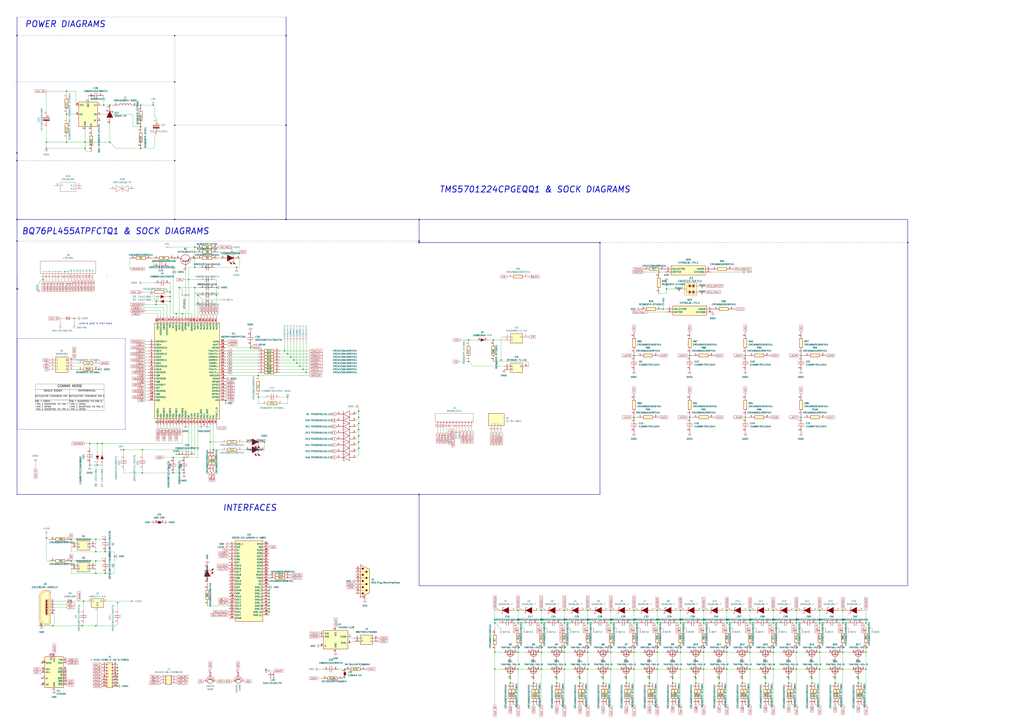
<source format=kicad_sch>
(kicad_sch (version 20230121) (generator eeschema)
  (paper "A1")
  (title_block (title "ott_bmu") (date "2024-07-08") (rev "1") (company "OttomotiveTech"))
  (lib_symbols
    (symbol "0015913244_1" (pin_names (offset 1.016) hide)
      (property "Reference" "J" (at -0.635 -35.56 0))
      (property "Value" "0015913124" (at 2.54 0 0))
      (symbol "0015913244_1_1_1"
        (pin passive line (at -5.715 -33.02 0) (length 3.81) (name "Pin_1") (number "1"))
        (pin passive line (at -5.715 -10.16 0) (length 3.81) (name "Pin_10") (number "10"))
        (pin passive line (at -5.715 -7.62 0) (length 3.81) (name "Pin_11") (number "11"))
        (pin passive line (at -5.715 -5.08 0) (length 3.81) (name "Pin_12") (number "12"))
        (pin passive line (at -5.715 -30.48 0) (length 3.81) (name "Pin_2") (number "2"))
        (pin passive line (at -5.715 -27.94 0) (length 3.81) (name "Pin_3") (number "3"))
        (pin passive line (at -5.715 -25.4 0) (length 3.81) (name "Pin_4") (number "4"))
        (pin passive line (at -5.715 -22.86 0) (length 3.81) (name "Pin_5") (number "5"))
        (pin passive line (at -5.715 -20.32 0) (length 3.81) (name "Pin_6") (number "6"))
        (pin passive line (at -5.715 -17.78 0) (length 3.81) (name "Pin_7") (number "7"))
        (pin passive line (at -5.715 -15.24 0) (length 3.81) (name "Pin_8") (number "8"))
        (pin passive line (at -5.715 -12.7 0) (length 3.81) (name "Pin_9") (number "9"))
      )
    )
    (symbol "Connector:Conn_01x02_Pin" (pin_names (offset 1.016) hide)
      (property "Reference" "J" (at 0 2.54 0))
      (property "Value" "Conn_01x02_Pin" (at 0 -5.08 0))
      (symbol "Conn_01x02_Pin_1_1"
        (pin passive line (at 5.08 0 180) (length 3.81) (name "Pin_1") (number "1"))
        (pin passive line (at 5.08 -2.54 180) (length 3.81) (name "Pin_2") (number "2"))
      )
    )
    (symbol "Connector:DE9_Plug_MountingHoles" (pin_names (offset 1.016) hide)
      (property "Reference" "J" (at 0 16.51 0))
      (property "Value" "DE9_Plug_MountingHoles" (at 0 14.605 0))
      (symbol "DE9_Plug_MountingHoles_1_1"
        (pin passive line (at 0 -15.24 90) (length 3.81) (name "PAD") (number "0"))
        (pin passive line (at -7.62 -10.16 0) (length 3.81) (name "1") (number "1"))
        (pin passive line (at -7.62 -5.08 0) (length 3.81) (name "2") (number "2"))
        (pin passive line (at -7.62 0 0) (length 3.81) (name "3") (number "3"))
        (pin passive line (at -7.62 5.08 0) (length 3.81) (name "4") (number "4"))
        (pin passive line (at -7.62 10.16 0) (length 3.81) (name "5") (number "5"))
        (pin passive line (at -7.62 -7.62 0) (length 3.81) (name "6") (number "6"))
        (pin passive line (at -7.62 -2.54 0) (length 3.81) (name "7") (number "7"))
        (pin passive line (at -7.62 2.54 0) (length 3.81) (name "8") (number "8"))
        (pin passive line (at -7.62 7.62 0) (length 3.81) (name "9") (number "9"))
      )
    )
    (symbol "Connector:TestPoint" (pin_numbers hide) (pin_names (offset 0.762) hide)
      (property "Reference" "TP" (at 0 6.858 0))
      (property "Value" "TestPoint" (at 0 5.08 0))
      (symbol "TestPoint_1_1"
        (pin passive line (at 0 0 90) (length 2.54) (name "1") (number "1"))
      )
    )
    (symbol "Connector_Generic:Conn_02x03_Top_Bottom" (pin_names (offset 1.016) hide)
      (property "Reference" "J" (at 1.27 5.08 0))
      (property "Value" "Conn_02x03_Top_Bottom" (at 1.27 -5.08 0))
      (symbol "Conn_02x03_Top_Bottom_1_1"
        (pin passive line (at -5.08 2.54 0) (length 3.81) (name "Pin_1") (number "1"))
        (pin passive line (at -5.08 0 0) (length 3.81) (name "Pin_2") (number "2"))
        (pin passive line (at -5.08 -2.54 0) (length 3.81) (name "Pin_3") (number "3"))
        (pin passive line (at 7.62 2.54 180) (length 3.81) (name "Pin_4") (number "4"))
        (pin passive line (at 7.62 0 180) (length 3.81) (name "Pin_5") (number "5"))
        (pin passive line (at 7.62 -2.54 180) (length 3.81) (name "Pin_6") (number "6"))
      )
    )
    (symbol "Connector_Generic:Conn_02x08_Odd_Even" (pin_names (offset 1.016) hide)
      (property "Reference" "J" (at 1.27 10.16 0))
      (property "Value" "Conn_02x08_Odd_Even" (at 1.27 -12.7 0))
      (symbol "Conn_02x08_Odd_Even_1_1"
        (pin passive line (at -5.08 7.62 0) (length 3.81) (name "Pin_1") (number "1"))
        (pin passive line (at 7.62 -2.54 180) (length 3.81) (name "Pin_10") (number "10"))
        (pin passive line (at -5.08 -5.08 0) (length 3.81) (name "Pin_11") (number "11"))
        (pin passive line (at 7.62 -5.08 180) (length 3.81) (name "Pin_12") (number "12"))
        (pin passive line (at -5.08 -7.62 0) (length 3.81) (name "Pin_13") (number "13"))
        (pin passive line (at 7.62 -7.62 180) (length 3.81) (name "Pin_14") (number "14"))
        (pin passive line (at -5.08 -10.16 0) (length 3.81) (name "Pin_15") (number "15"))
        (pin passive line (at 7.62 -10.16 180) (length 3.81) (name "Pin_16") (number "16"))
        (pin passive line (at 7.62 7.62 180) (length 3.81) (name "Pin_2") (number "2"))
        (pin passive line (at -5.08 5.08 0) (length 3.81) (name "Pin_3") (number "3"))
        (pin passive line (at 7.62 5.08 180) (length 3.81) (name "Pin_4") (number "4"))
        (pin passive line (at -5.08 2.54 0) (length 3.81) (name "Pin_5") (number "5"))
        (pin passive line (at 7.62 2.54 180) (length 3.81) (name "Pin_6") (number "6"))
        (pin passive line (at -5.08 0 0) (length 3.81) (name "Pin_7") (number "7"))
        (pin passive line (at 7.62 0 180) (length 3.81) (name "Pin_8") (number "8"))
        (pin passive line (at -5.08 -2.54 0) (length 3.81) (name "Pin_9") (number "9"))
      )
    )
    (symbol "Diode:1N5819WS" (pin_numbers hide) (pin_names (offset 1.016) hide)
      (property "Reference" "D" (at 0 2.54 0))
      (property "Value" "1N5819WS" (at 0 -2.54 0))
      (symbol "1N5819WS_1_1"
        (pin passive line (at -3.81 0 0) (length 2.54) (name "K") (number "1"))
        (pin passive line (at 3.81 0 180) (length 2.54) (name "A") (number "2"))
      )
    )
    (symbol "Diode:SMAJ90A" (pin_numbers hide) (pin_names (offset 1.016) hide)
      (property "Reference" "D" (at 0 2.54 0))
      (property "Value" "SMAJ90A" (at 0 -2.54 0))
      (symbol "SMAJ90A_1_1"
        (pin passive line (at -3.81 0 0) (length 2.54) (name "A1") (number "1"))
        (pin passive line (at 3.81 0 180) (length 2.54) (name "A2") (number "2"))
      )
    )
    (symbol "Interface_CAN_LIN:TJA1051T" (pin_names (offset 1.016))
      (property "Reference" "U" (at -10.16 8.89 0))
      (property "Value" "TJA1051T" (at 1.27 8.89 0))
      (symbol "TJA1051T_1_1"
        (pin input line (at -12.7 5.08 0) (length 2.54) (name "TXD") (number "1"))
        (pin power_in line (at 0 -10.16 90) (length 2.54) (name "GND") (number "2"))
        (pin power_in line (at 0 10.16 270) (length 2.54) (name "VCC") (number "3"))
        (pin output line (at -12.7 2.54 0) (length 2.54) (name "RXD") (number "4"))
        (pin no_connect line (at -10.16 -2.54 0) (length 2.54) hide (name "NC") (number "5"))
        (pin bidirectional line (at 12.7 -2.54 180) (length 2.54) (name "CANL") (number "6"))
        (pin bidirectional line (at 12.7 2.54 180) (length 2.54) (name "CANH") (number "7"))
        (pin input line (at -12.7 -5.08 0) (length 2.54) (name "S") (number "8"))
      )
    )
    (symbol "Interface_USB:CH340G"
      (property "Reference" "U" (at -5.08 13.97 0))
      (property "Value" "CH340G" (at 1.27 13.97 0))
      (symbol "CH340G_1_1"
        (pin power_in line (at 0 -15.24 90) (length 2.54) (name "GND") (number "1"))
        (pin input line (at 10.16 0 180) (length 2.54) (name "~{DSR}") (number "10"))
        (pin input line (at 10.16 -2.54 180) (length 2.54) (name "~{RI}") (number "11"))
        (pin input line (at 10.16 -5.08 180) (length 2.54) (name "~{DCD}") (number "12"))
        (pin output line (at 10.16 -7.62 180) (length 2.54) (name "~{DTR}") (number "13"))
        (pin output line (at 10.16 -10.16 180) (length 2.54) (name "~{RTS}") (number "14"))
        (pin input line (at -10.16 7.62 0) (length 2.54) (name "R232") (number "15"))
        (pin power_in line (at 0 15.24 270) (length 2.54) (name "VCC") (number "16"))
        (pin output line (at 10.16 10.16 180) (length 2.54) (name "TXD") (number "2"))
        (pin input line (at 10.16 7.62 180) (length 2.54) (name "RXD") (number "3"))
        (pin passive line (at -2.54 15.24 270) (length 2.54) (name "V3") (number "4"))
        (pin bidirectional line (at -10.16 2.54 0) (length 2.54) (name "UD+") (number "5"))
        (pin bidirectional line (at -10.16 0 0) (length 2.54) (name "UD-") (number "6"))
        (pin input line (at -10.16 -5.08 0) (length 2.54) (name "XI") (number "7"))
        (pin output line (at -10.16 -10.16 0) (length 2.54) (name "XO") (number "8"))
        (pin input line (at 10.16 2.54 180) (length 2.54) (name "~{CTS}") (number "9"))
      )
    )
    (symbol "Jumper:SolderJumper_2_Bridged" (pin_names (offset 0) hide)
      (property "Reference" "JP" (at 0 2.032 0))
      (property "Value" "SolderJumper_2_Bridged" (at 0 -2.54 0))
      (symbol "SolderJumper_2_Bridged_1_1"
        (pin passive line (at -3.81 0 0) (length 2.54) (name "A") (number "1"))
        (pin passive line (at 3.81 0 180) (length 2.54) (name "B") (number "2"))
      )
    )
    (symbol "Kicad Plugin Symbol:08055A391JAT2A" (pin_names hide)
      (property "Reference" "C" (at 8.89 6.35 0))
      (property "Value" "08055A391JAT2A" (at 8.89 3.81 0))
      (symbol "08055A391JAT2A_1_1"
        (pin passive line (at 0 0 0) (length 5.08) (name "1") (number "1"))
        (pin passive line (at 12.7 0 180) (length 5.08) (name "2") (number "2"))
      )
    )
    (symbol "Kicad Plugin Symbol:15-91-3044"
      (property "Reference" "J" (at 16.51 7.62 0))
      (property "Value" "15-91-3044" (at 16.51 5.08 0))
      (symbol "15-91-3044_1_1"
        (pin passive line (at 0 -7.62 0) (length 5.08) (name "1") (number "1"))
        (pin passive line (at 0 -5.08 0) (length 5.08) (name "2") (number "2"))
        (pin passive line (at 0 -2.54 0) (length 5.08) (name "3") (number "3"))
        (pin passive line (at 0 0 0) (length 5.08) (name "4") (number "4"))
      )
    )
    (symbol "Kicad Plugin Symbol:150060GS55040" (pin_names hide)
      (property "Reference" "LED" (at 12.7 8.89 0))
      (property "Value" "150060GS55040" (at 12.7 6.35 0))
      (symbol "150060GS55040_1_1"
        (pin passive line (at 0 0 0) (length 2.54) (name "K") (number "1"))
        (pin passive line (at 15.24 0 180) (length 2.54) (name "A") (number "2"))
      )
    )
    (symbol "Kicad Plugin Symbol:2N7002E-T1-E3"
      (property "Reference" "IC" (at 16.51 7.62 0))
      (property "Value" "2N7002E-T1-E3" (at 16.51 5.08 0))
      (symbol "2N7002E-T1-E3_1_1"
        (pin passive line (at 0 0 0) (length 5.08) (name "G") (number "1"))
        (pin passive line (at 0 -2.54 0) (length 5.08) (name "S") (number "2"))
        (pin passive line (at 20.32 0 180) (length 5.08) (name "D") (number "3"))
      )
    )
    (symbol "Kicad Plugin Symbol:AEF1010330M100R" (pin_names hide)
      (property "Reference" "C" (at 8.89 6.35 0))
      (property "Value" "AEF1010330M100R" (at 8.89 3.81 0))
      (symbol "AEF1010330M100R_1_1"
        (pin passive line (at 0 0 0) (length 2.54) (name "+") (number "1"))
        (pin passive line (at 12.7 0 180) (length 2.54) (name "-") (number "2"))
      )
    )
    (symbol "Kicad Plugin Symbol:BQ76PL455ATPFCTQ1"
      (property "Reference" "IC" (at 59.69 20.32 0))
      (property "Value" "BQ76PL455ATPFCTQ1" (at 59.69 17.78 0))
      (symbol "BQ76PL455ATPFCTQ1_1_1"
        (pin passive line (at 0 0 0) (length 5.08) (name "VSENSE14") (number "1"))
        (pin passive line (at 0 -22.86 0) (length 5.08) (name "EQ10") (number "10"))
        (pin passive line (at 0 -25.4 0) (length 5.08) (name "VSENSE9") (number "11"))
        (pin passive line (at 0 -27.94 0) (length 5.08) (name "EQ9") (number "12"))
        (pin passive line (at 0 -30.48 0) (length 5.08) (name "VSENSE8") (number "13"))
        (pin passive line (at 0 -33.02 0) (length 5.08) (name "EQ8") (number "14"))
        (pin passive line (at 0 -35.56 0) (length 5.08) (name "VSENSE7") (number "15"))
        (pin passive line (at 0 -38.1 0) (length 5.08) (name "EQ7") (number "16"))
        (pin passive line (at 0 -40.64 0) (length 5.08) (name "VSENSE6") (number "17"))
        (pin passive line (at 0 -43.18 0) (length 5.08) (name "EQ6") (number "18"))
        (pin passive line (at 0 -45.72 0) (length 5.08) (name "VSENSE5") (number "19"))
        (pin passive line (at 0 -2.54 0) (length 5.08) (name "EQ14") (number "2"))
        (pin passive line (at 0 -48.26 0) (length 5.08) (name "EQ5") (number "20"))
        (pin passive line (at 7.62 -68.58 90) (length 5.08) (name "VSENSE4") (number "21"))
        (pin passive line (at 10.16 -68.58 90) (length 5.08) (name "EQ4") (number "22"))
        (pin passive line (at 12.7 -68.58 90) (length 5.08) (name "VSENSE3") (number "23"))
        (pin passive line (at 15.24 -68.58 90) (length 5.08) (name "EQ3") (number "24"))
        (pin passive line (at 17.78 -68.58 90) (length 5.08) (name "VSENSE2") (number "25"))
        (pin passive line (at 20.32 -68.58 90) (length 5.08) (name "EQ2") (number "26"))
        (pin passive line (at 22.86 -68.58 90) (length 5.08) (name "VSENSE1") (number "27"))
        (pin passive line (at 25.4 -68.58 90) (length 5.08) (name "EQ1") (number "28"))
        (pin passive line (at 27.94 -68.58 90) (length 5.08) (name "VSENSE0") (number "29"))
        (pin passive line (at 0 -5.08 0) (length 5.08) (name "VSENSE13") (number "3"))
        (pin power_in line (at 30.48 -68.58 90) (length 5.08) (name "DGND1") (number "30"))
        (pin passive line (at 33.02 -68.58 90) (length 5.08) (name "VM") (number "31"))
        (pin passive line (at 35.56 -68.58 90) (length 5.08) (name "CHP") (number "32"))
        (pin passive line (at 38.1 -68.58 90) (length 5.08) (name "CHM") (number "33"))
        (pin passive line (at 40.64 -68.58 90) (length 5.08) (name "VDIG") (number "34"))
        (pin passive line (at 43.18 -68.58 90) (length 5.08) (name "DG_ND2") (number "35"))
        (pin passive line (at 45.72 -68.58 90) (length 5.08) (name "NC1") (number "36"))
        (pin passive line (at 48.26 -68.58 90) (length 5.08) (name "DG_ND3") (number "37"))
        (pin passive line (at 50.8 -68.58 90) (length 5.08) (name "TX") (number "38"))
        (pin passive line (at 53.34 -68.58 90) (length 5.08) (name "RX") (number "39"))
        (pin passive line (at 0 -7.62 0) (length 5.08) (name "EQ13") (number "4"))
        (pin passive line (at 55.88 -68.58 90) (length 5.08) (name "FAULT__N") (number "40"))
        (pin bidirectional line (at 63.5 -48.26 180) (length 5.08) (name "VIO") (number "41"))
        (pin bidirectional line (at 63.5 -45.72 180) (length 5.08) (name "GPIO5") (number "42"))
        (pin bidirectional line (at 63.5 -43.18 180) (length 5.08) (name "GPIO4") (number "43"))
        (pin bidirectional line (at 63.5 -40.64 180) (length 5.08) (name "GPIO3") (number "44"))
        (pin bidirectional line (at 63.5 -38.1 180) (length 5.08) (name "GPIO2") (number "45"))
        (pin bidirectional line (at 63.5 -35.56 180) (length 5.08) (name "GPIO1") (number "46"))
        (pin bidirectional line (at 63.5 -33.02 180) (length 5.08) (name "GPIO0") (number "47"))
        (pin power_in line (at 63.5 -30.48 180) (length 5.08) (name "CGND") (number "48"))
        (pin passive line (at 63.5 -27.94 180) (length 5.08) (name "WAKEUP") (number "49"))
        (pin passive line (at 0 -10.16 0) (length 5.08) (name "VSENSE12") (number "5"))
        (pin passive line (at 63.5 -25.4 180) (length 5.08) (name "FAULTL+") (number "50"))
        (pin passive line (at 63.5 -22.86 180) (length 5.08) (name "FAULTL-") (number "51"))
        (pin passive line (at 63.5 -20.32 180) (length 5.08) (name "COMML+") (number "52"))
        (pin passive line (at 63.5 -17.78 180) (length 5.08) (name "COMML-") (number "53"))
        (pin passive line (at 63.5 -15.24 180) (length 5.08) (name "COMMH-") (number "54"))
        (pin passive line (at 63.5 -12.7 180) (length 5.08) (name "COMMH+") (number "55"))
        (pin passive line (at 63.5 -10.16 180) (length 5.08) (name "FAULTH-") (number "56"))
        (pin passive line (at 63.5 -7.62 180) (length 5.08) (name "FAULTH+") (number "57"))
        (pin passive line (at 63.5 -5.08 180) (length 5.08) (name "V5VAO") (number "58"))
        (pin passive line (at 63.5 -2.54 180) (length 5.08) (name "AUX7") (number "59"))
        (pin passive line (at 0 -12.7 0) (length 5.08) (name "EQ12") (number "6"))
        (pin passive line (at 63.5 0 180) (length 5.08) (name "AUX6") (number "60"))
        (pin passive line (at 55.88 20.32 270) (length 5.08) (name "AUX5") (number "61"))
        (pin passive line (at 53.34 20.32 270) (length 5.08) (name "AUX4") (number "62"))
        (pin passive line (at 50.8 20.32 270) (length 5.08) (name "AUX3") (number "63"))
        (pin passive line (at 48.26 20.32 270) (length 5.08) (name "AUX2") (number "64"))
        (pin passive line (at 45.72 20.32 270) (length 5.08) (name "AUX1") (number "65"))
        (pin passive line (at 43.18 20.32 270) (length 5.08) (name "AUX0") (number "66"))
        (pin input line (at 40.64 20.32 270) (length 5.08) (name "VREF") (number "67"))
        (pin output line (at 38.1 20.32 270) (length 5.08) (name "OUT2") (number "68"))
        (pin power_in line (at 35.56 20.32 270) (length 5.08) (name "AGND3") (number "69"))
        (pin passive line (at 0 -15.24 0) (length 5.08) (name "VSENSE11") (number "7"))
        (pin passive line (at 33.02 20.32 270) (length 5.08) (name "VP") (number "70"))
        (pin passive line (at 30.48 20.32 270) (length 5.08) (name "NPNB") (number "71"))
        (pin power_in line (at 27.94 20.32 270) (length 5.08) (name "AGND2") (number "72"))
        (pin output line (at 25.4 20.32 270) (length 5.08) (name "OUT1") (number "73"))
        (pin power_in line (at 22.86 20.32 270) (length 5.08) (name "AGND1") (number "74"))
        (pin passive line (at 20.32 20.32 270) (length 5.08) (name "NC2") (number "75"))
        (pin passive line (at 17.78 20.32 270) (length 5.08) (name "TOP") (number "76"))
        (pin passive line (at 15.24 20.32 270) (length 5.08) (name "VSENSE16") (number "77"))
        (pin passive line (at 12.7 20.32 270) (length 5.08) (name "EQ16") (number "78"))
        (pin passive line (at 10.16 20.32 270) (length 5.08) (name "VSENSE15") (number "79"))
        (pin passive line (at 0 -17.78 0) (length 5.08) (name "EQ11") (number "8"))
        (pin passive line (at 7.62 20.32 270) (length 5.08) (name "EQ15") (number "80"))
        (pin passive line (at 0 -20.32 0) (length 5.08) (name "VSENSE10") (number "9"))
      )
    )
    (symbol "Kicad Plugin Symbol:C0603X104K3RACTU" (pin_names hide)
      (property "Reference" "C" (at 8.89 6.35 0))
      (property "Value" "C0603X104K3RACTU" (at 8.89 3.81 0))
      (symbol "C0603X104K3RACTU_1_1"
        (pin passive line (at 0 0 0) (length 5.08) (name "1") (number "1"))
        (pin passive line (at 12.7 0 180) (length 5.08) (name "2") (number "2"))
      )
    )
    (symbol "Kicad Plugin Symbol:C0805C104K1RACTU" (pin_names hide)
      (property "Reference" "C" (at 8.89 6.35 0))
      (property "Value" "C0805C104K1RACTU" (at 8.89 3.81 0))
      (symbol "C0805C104K1RACTU_1_1"
        (pin passive line (at 0 0 0) (length 5.08) (name "1") (number "1"))
        (pin passive line (at 12.7 0 180) (length 5.08) (name "2") (number "2"))
      )
    )
    (symbol "Kicad Plugin Symbol:C1210C185K3RACTU" (pin_names hide)
      (property "Reference" "C" (at 8.89 6.35 0))
      (property "Value" "C1210C185K3RACTU" (at 8.89 3.81 0))
      (symbol "C1210C185K3RACTU_1_1"
        (pin passive line (at 0 0 0) (length 5.08) (name "1") (number "1"))
        (pin passive line (at 12.7 0 180) (length 5.08) (name "2") (number "2"))
      )
    )
    (symbol "Kicad Plugin Symbol:C1608X7R1C104K" (pin_names hide)
      (property "Reference" "C" (at 8.89 6.35 0))
      (property "Value" "C1608X7R1C104K" (at 8.89 3.81 0))
      (symbol "C1608X7R1C104K_1_1"
        (pin passive line (at 0 0 0) (length 5.08) (name "1") (number "1"))
        (pin passive line (at 12.7 0 180) (length 5.08) (name "2") (number "2"))
      )
    )
    (symbol "Kicad Plugin Symbol:C1608X7R1C105K080AC" (pin_names hide)
      (property "Reference" "C" (at 8.89 6.35 0))
      (property "Value" "C1608X7R1C105K080AC" (at 8.89 3.81 0))
      (symbol "C1608X7R1C105K080AC_1_1"
        (pin passive line (at 0 0 0) (length 5.08) (name "1") (number "1"))
        (pin passive line (at 12.7 0 180) (length 5.08) (name "2") (number "2"))
      )
    )
    (symbol "Kicad Plugin Symbol:CRCW060310K0FKEA" (pin_names hide)
      (property "Reference" "R" (at 13.97 6.35 0))
      (property "Value" "CRCW060310K0FKEA" (at 13.97 3.81 0))
      (symbol "CRCW060310K0FKEA_1_1"
        (pin passive line (at 0 0 0) (length 5.08) (name "1") (number "1"))
        (pin passive line (at 17.78 0 180) (length 5.08) (name "2") (number "2"))
      )
    )
    (symbol "Kicad Plugin Symbol:CRCW060310R0FKEA" (pin_names hide)
      (property "Reference" "R" (at 13.97 6.35 0))
      (property "Value" "CRCW060310R0FKEA" (at 13.97 3.81 0))
      (symbol "CRCW060310R0FKEA_1_1"
        (pin passive line (at 0 0 0) (length 5.08) (name "1") (number "1"))
        (pin passive line (at 17.78 0 180) (length 5.08) (name "2") (number "2"))
      )
    )
    (symbol "Kicad Plugin Symbol:CRCW06031K00FKEA" (pin_names hide)
      (property "Reference" "R" (at 13.97 6.35 0))
      (property "Value" "CRCW06031K00FKEA" (at 13.97 3.81 0))
      (symbol "CRCW06031K00FKEA_1_1"
        (pin passive line (at 0 0 0) (length 5.08) (name "1") (number "1"))
        (pin passive line (at 17.78 0 180) (length 5.08) (name "2") (number "2"))
      )
    )
    (symbol "Kicad Plugin Symbol:CRCW06032K00FKEA" (pin_names hide)
      (property "Reference" "R" (at 13.97 6.35 0))
      (property "Value" "CRCW06032K00FKEA" (at 13.97 3.81 0))
      (symbol "CRCW06032K00FKEA_1_1"
        (pin passive line (at 0 0 0) (length 5.08) (name "1") (number "1"))
        (pin passive line (at 17.78 0 180) (length 5.08) (name "2") (number "2"))
      )
    )
    (symbol "Kicad Plugin Symbol:CRCW060349R9FKEA" (pin_names hide)
      (property "Reference" "R" (at 13.97 6.35 0))
      (property "Value" "CRCW060349R9FKEA" (at 13.97 3.81 0))
      (symbol "CRCW060349R9FKEA_1_1"
        (pin passive line (at 0 0 0) (length 5.08) (name "1") (number "1"))
        (pin passive line (at 17.78 0 180) (length 5.08) (name "2") (number "2"))
      )
    )
    (symbol "Kicad Plugin Symbol:CRCW1206100RFKEA" (pin_names hide)
      (property "Reference" "R" (at 13.97 6.35 0))
      (property "Value" "CRCW1206100RFKEA" (at 13.97 3.81 0))
      (symbol "CRCW1206100RFKEA_1_1"
        (pin passive line (at 0 0 0) (length 5.08) (name "1") (number "1"))
        (pin passive line (at 17.78 0 180) (length 5.08) (name "2") (number "2"))
      )
    )
    (symbol "Kicad Plugin Symbol:CRCW120610R0FKEA" (pin_names hide)
      (property "Reference" "R" (at 13.97 6.35 0))
      (property "Value" "CRCW120610R0FKEA" (at 13.97 3.81 0))
      (symbol "CRCW120610R0FKEA_1_1"
        (pin passive line (at 0 0 0) (length 5.08) (name "1") (number "1"))
        (pin passive line (at 17.78 0 180) (length 5.08) (name "2") (number "2"))
      )
    )
    (symbol "Kicad Plugin Symbol:DDZ6V2B-7" (pin_names hide)
      (property "Reference" "Z" (at 10.16 8.89 0))
      (property "Value" "DDZ6V2B-7" (at 10.16 6.35 0))
      (symbol "DDZ6V2B-7_1_1"
        (pin passive line (at 0 0 0) (length 2.54) (name "K") (number "1"))
        (pin passive line (at 15.24 0 180) (length 2.54) (name "A") (number "2"))
      )
    )
    (symbol "Kicad Plugin Symbol:GDH04S04"
      (property "Reference" "S" (at 16.51 7.62 0))
      (property "Value" "GDH04S04" (at 16.51 5.08 0))
      (symbol "GDH04S04_1_1"
        (pin passive line (at 0 0 0) (length 5.08) (name "1") (number "1"))
        (pin passive line (at 0 -2.54 0) (length 5.08) (name "2") (number "2"))
        (pin passive line (at 0 -5.08 0) (length 5.08) (name "3") (number "3"))
        (pin passive line (at 0 -7.62 0) (length 5.08) (name "4") (number "4"))
        (pin passive line (at 20.32 -7.62 180) (length 5.08) (name "5") (number "5"))
        (pin passive line (at 20.32 -5.08 180) (length 5.08) (name "6") (number "6"))
        (pin passive line (at 20.32 -2.54 180) (length 5.08) (name "7") (number "7"))
        (pin passive line (at 20.32 0 180) (length 5.08) (name "8") (number "8"))
      )
    )
    (symbol "Kicad Plugin Symbol:GRM21BR71C475KA73L" (pin_names hide)
      (property "Reference" "C" (at 8.89 6.35 0))
      (property "Value" "GRM21BR71C475KA73L" (at 8.89 3.81 0))
      (symbol "GRM21BR71C475KA73L_1_1"
        (pin passive line (at 0 0 0) (length 5.08) (name "1") (number "1"))
        (pin passive line (at 12.7 0 180) (length 5.08) (name "2") (number "2"))
      )
    )
    (symbol "Kicad Plugin Symbol:GRM31CR71H475KA12L" (pin_names hide)
      (property "Reference" "C" (at 8.89 6.35 0))
      (property "Value" "GRM31CR71H475KA12L" (at 8.89 3.81 0))
      (symbol "GRM31CR71H475KA12L_1_1"
        (pin passive line (at 0 0 0) (length 5.08) (name "1") (number "1"))
        (pin passive line (at 12.7 0 180) (length 5.08) (name "2") (number "2"))
      )
    )
    (symbol "Kicad Plugin Symbol:GRM31CR72A105KA01L" (pin_names hide)
      (property "Reference" "C" (at 8.89 6.35 0))
      (property "Value" "GRM31CR72A105KA01L" (at 8.89 3.81 0))
      (symbol "GRM31CR72A105KA01L_1_1"
        (pin passive line (at 0 0 0) (length 5.08) (name "1") (number "1"))
        (pin passive line (at 12.7 0 180) (length 5.08) (name "2") (number "2"))
      )
    )
    (symbol "Kicad Plugin Symbol:GRM32CR72A105KA35L" (pin_names hide)
      (property "Reference" "C" (at 8.89 6.35 0))
      (property "Value" "GRM32CR72A105KA35L" (at 8.89 3.81 0))
      (symbol "GRM32CR72A105KA35L_1_1"
        (pin passive line (at 0 0 0) (length 5.08) (name "1") (number "1"))
        (pin passive line (at 12.7 0 180) (length 5.08) (name "2") (number "2"))
      )
    )
    (symbol "Kicad Plugin Symbol:HSMG-C150" (pin_names hide)
      (property "Reference" "LED" (at 12.7 8.89 0))
      (property "Value" "HSMG-C150" (at 12.7 6.35 0))
      (symbol "HSMG-C150_1_1"
        (pin passive line (at 0 0 0) (length 2.54) (name "K") (number "1"))
        (pin passive line (at 15.24 0 180) (length 2.54) (name "A") (number "2"))
      )
    )
    (symbol "Kicad Plugin Symbol:HSMH-C150" (pin_names hide)
      (property "Reference" "LED" (at 12.7 8.89 0))
      (property "Value" "HSMH-C150" (at 12.7 6.35 0))
      (symbol "HSMH-C150_1_1"
        (pin passive line (at 0 0 0) (length 2.54) (name "K") (number "1"))
        (pin passive line (at 15.24 0 180) (length 2.54) (name "A") (number "2"))
      )
    )
    (symbol "Kicad Plugin Symbol:PESD5V0U1UA,115" (pin_names hide)
      (property "Reference" "D" (at 10.16 8.89 0))
      (property "Value" "PESD5V0U1UA,115" (at 10.16 6.35 0))
      (symbol "PESD5V0U1UA,115_1_1"
        (pin passive line (at 0 0 0) (length 2.54) (name "K") (number "1"))
        (pin passive line (at 15.24 0 180) (length 2.54) (name "A") (number "2"))
      )
    )
    (symbol "Kicad Plugin Symbol:RC0603FR-07100KL" (pin_names hide)
      (property "Reference" "R" (at 13.97 6.35 0))
      (property "Value" "RC0603FR-07100KL" (at 13.97 3.81 0))
      (symbol "RC0603FR-07100KL_1_1"
        (pin passive line (at 0 0 0) (length 5.08) (name "1") (number "1"))
        (pin passive line (at 17.78 0 180) (length 5.08) (name "2") (number "2"))
      )
    )
    (symbol "Kicad Plugin Symbol:RC0603FR-071RL" (pin_names hide)
      (property "Reference" "R" (at 13.97 6.35 0))
      (property "Value" "RC0603FR-071RL" (at 13.97 3.81 0))
      (symbol "RC0603FR-071RL_1_1"
        (pin passive line (at 0 0 0) (length 5.08) (name "1") (number "1"))
        (pin passive line (at 17.78 0 180) (length 5.08) (name "2") (number "2"))
      )
    )
    (symbol "Kicad Plugin Symbol:SI2319DS-T1-E3"
      (property "Reference" "IC" (at 16.51 7.62 0))
      (property "Value" "SI2319DS-T1-E3" (at 16.51 5.08 0))
      (symbol "SI2319DS-T1-E3_1_1"
        (pin passive line (at 0 0 0) (length 5.08) (name "G") (number "1"))
        (pin passive line (at 0 -2.54 0) (length 5.08) (name "S") (number "2"))
        (pin passive line (at 20.32 0 180) (length 5.08) (name "D") (number "3"))
      )
    )
    (symbol "Kicad Plugin Symbol:SS54F-HF" (pin_names hide)
      (property "Reference" "D" (at 12.7 8.89 0))
      (property "Value" "SS54F-HF" (at 12.7 6.35 0))
      (symbol "SS54F-HF_1_1"
        (pin output line (at 2.54 0 0) (length 2.54) (name "K") (number "1"))
        (pin input line (at 17.78 0 180) (length 2.54) (name "A") (number "2"))
      )
    )
    (symbol "Kicad Plugin Symbol:TLP293_BL-TPL,E"
      (property "Reference" "Q" (at 34.29 7.62 0))
      (property "Value" "TLP293_BL-TPL,E" (at 34.29 5.08 0))
      (symbol "TLP293_BL-TPL,E_1_1"
        (pin passive line (at 0 0 0) (length 5.08) (name "ANODE") (number "1"))
        (pin passive line (at 0 -2.54 0) (length 5.08) (name "CATHODE") (number "2"))
        (pin passive line (at 38.1 -2.54 180) (length 5.08) (name "EMITTER") (number "3"))
        (pin passive line (at 38.1 0 180) (length 5.08) (name "COLLECTOR") (number "4"))
      )
    )
    (symbol "Kicad Plugin Symbol:ZXTN4004KTC" (pin_names hide)
      (property "Reference" "Q" (at 13.97 1.27 0))
      (property "Value" "ZXTN4004KTC" (at 13.97 -1.27 0))
      (symbol "ZXTN4004KTC_1_1"
        (pin passive line (at 0 0 0) (length 2.54) (name "B") (number "1"))
        (pin passive line (at 10.16 7.62 270) (length 2.54) (name "C") (number "2"))
        (pin passive line (at 10.16 -7.62 90) (length 2.54) (name "E") (number "3"))
      )
    )
    (symbol "Regulator_Linear:AMS1117-3.3"
      (property "Reference" "U" (at -3.81 3.175 0))
      (property "Value" "AMS1117-3.3" (at 0 3.175 0))
      (symbol "AMS1117-3.3_1_1"
        (pin power_in line (at 0 -7.62 90) (length 2.54) (name "GND") (number "1"))
        (pin power_out line (at 7.62 0 180) (length 2.54) (name "VO") (number "2"))
        (pin power_in line (at -7.62 0 0) (length 2.54) (name "VI") (number "3"))
      )
    )
    (symbol "Regulator_Switching:BD9G341EFJ"
      (property "Reference" "U" (at -6.35 11.43 0))
      (property "Value" "BD9G341EFJ" (at 7.62 11.43 0))
      (symbol "BD9G341EFJ_1_1"
        (pin passive line (at 10.16 7.62 180) (length 2.54) (name "LX") (number "1"))
        (pin power_in line (at -2.54 -12.7 90) (length 2.54) (name "GND") (number "2"))
        (pin output line (at 10.16 -5.08 180) (length 2.54) (name "VC") (number "3"))
        (pin input line (at 10.16 0 180) (length 2.54) (name "FB") (number "4"))
        (pin input line (at 2.54 -12.7 90) (length 2.54) (name "RT") (number "5"))
        (pin input line (at -10.16 0 0) (length 2.54) (name "EN") (number "6"))
        (pin input line (at 0 12.7 270) (length 2.54) (name "BST") (number "7"))
        (pin power_in line (at -10.16 7.62 0) (length 2.54) (name "VCC") (number "8"))
      )
    )
    (symbol "SamacSys_Parts:B82793C475N265"
      (property "Reference" "L" (at 16.51 7.62 0))
      (property "Value" "B82793C475N265" (at 16.51 5.08 0))
      (symbol "B82793C475N265_1_1"
        (pin passive line (at 0 0 0) (length 5.08) (name "1") (number "1"))
        (pin passive line (at 20.32 0 180) (length 5.08) (name "2") (number "2"))
        (pin passive line (at 0 -2.54 0) (length 5.08) (name "3") (number "3"))
        (pin passive line (at 20.32 -2.54 180) (length 5.08) (name "4") (number "4"))
      )
    )
    (symbol "SamacSys_Parts:EEE-FH1C221L" (pin_names hide)
      (property "Reference" "C" (at 8.89 6.35 0))
      (property "Value" "EEE-FH1C221L" (at 8.89 3.81 0))
      (symbol "EEE-FH1C221L_1_1"
        (pin passive line (at 0 0 0) (length 2.54) (name "+") (number "1"))
        (pin passive line (at 12.7 0 180) (length 2.54) (name "-") (number "2"))
      )
    )
    (symbol "SamacSys_Parts:SKQGADE010"
      (property "Reference" "S" (at 16.51 7.62 0))
      (property "Value" "SKQGADE010" (at 16.51 5.08 0))
      (symbol "SKQGADE010_1_1"
        (pin passive line (at 0 0 0) (length 5.08) (name "1") (number "1"))
        (pin passive line (at 20.32 0 180) (length 5.08) (name "2") (number "2"))
        (pin passive line (at 0 -2.54 0) (length 5.08) (name "3") (number "3"))
        (pin passive line (at 20.32 -2.54 180) (length 5.08) (name "4") (number "4"))
      )
    )
    (symbol "SamacSys_Parts:SRN4018BTA-330M" (pin_names hide)
      (property "Reference" "L" (at 16.51 6.35 0))
      (property "Value" "SRN4018BTA-330M" (at 16.51 3.81 0))
      (symbol "SRN4018BTA-330M_1_1"
        (pin passive line (at 0 0 0) (length 5.08) (name "1") (number "1"))
        (pin passive line (at 20.32 0 180) (length 5.08) (name "2") (number "2"))
      )
    )
    (symbol "Samacsys:1757394" (pin_names (offset 0.762))
      (property "Reference" "J" (at 16.51 7.62 0))
      (property "Value" "1757394" (at 16.51 5.08 0))
      (symbol "1757394_0_0"
        (pin passive line (at 0 0 0) (length 5.08) (name "1") (number "1"))
        (pin passive line (at 0 -22.86 0) (length 5.08) (name "10") (number "10"))
        (pin passive line (at 0 -25.4 0) (length 5.08) (name "11") (number "11"))
        (pin passive line (at 0 -27.94 0) (length 5.08) (name "12") (number "12"))
        (pin passive line (at 0 -30.48 0) (length 5.08) (name "13") (number "13"))
        (pin passive line (at 0 -33.02 0) (length 5.08) (name "14") (number "14"))
        (pin passive line (at 0 -35.56 0) (length 5.08) (name "15") (number "15"))
        (pin passive line (at 0 -38.1 0) (length 5.08) (name "16") (number "16"))
        (pin passive line (at 0 -40.64 0) (length 5.08) (name "17") (number "17"))
        (pin passive line (at 0 -2.54 0) (length 5.08) (name "2") (number "2"))
        (pin passive line (at 0 -5.08 0) (length 5.08) (name "3") (number "3"))
        (pin passive line (at 0 -7.62 0) (length 5.08) (name "4") (number "4"))
        (pin passive line (at 0 -10.16 0) (length 5.08) (name "5") (number "5"))
        (pin passive line (at 0 -12.7 0) (length 5.08) (name "6") (number "6"))
        (pin passive line (at 0 -15.24 0) (length 5.08) (name "7") (number "7"))
        (pin passive line (at 0 -17.78 0) (length 5.08) (name "8") (number "8"))
        (pin passive line (at 0 -20.32 0) (length 5.08) (name "9") (number "9"))
      )
    )
    (symbol "Samacsys:FSV20120V" (pin_names (offset 0.762))
      (property "Reference" "D" (at 19.05 7.62 0))
      (property "Value" "FSV20120V" (at 19.05 5.08 0))
      (symbol "FSV20120V_0_0"
        (pin passive line (at 22.86 0 180) (length 5.08) (name "A_1") (number "1"))
        (pin passive line (at 22.86 -2.54 180) (length 5.08) (name "A_2") (number "2"))
        (pin passive line (at 0 0 0) (length 5.08) (name "K") (number "3"))
      )
    )
    (symbol "Samacsys:SMCJ40CAQ-TP" (pin_names (offset 0.762))
      (property "Reference" "D" (at 12.7 8.89 0))
      (property "Value" "SMCJ40CAQ-TP" (at 12.7 6.35 0))
      (symbol "SMCJ40CAQ-TP_0_0"
        (pin passive line (at 0 0 0) (length 5.08) (name "~") (number "1"))
        (pin passive line (at 20.32 0 180) (length 5.08) (name "~") (number "2"))
      )
    )
    (symbol "Samacsys_kicad_sym:ESP32-S3-WROOM-1-N8R2"
      (property "Reference" "IC" (at 29.21 7.62 0))
      (property "Value" "ESP32-S3-WROOM-1-N8R2" (at 29.21 5.08 0))
      (symbol "ESP32-S3-WROOM-1-N8R2_1_1"
        (pin passive line (at 0 0 0) (length 5.08) (name "GND_1") (number "1"))
        (pin passive line (at 0 -22.86 0) (length 5.08) (name "IO17") (number "10"))
        (pin passive line (at 0 -25.4 0) (length 5.08) (name "IO18") (number "11"))
        (pin passive line (at 0 -27.94 0) (length 5.08) (name "IO8") (number "12"))
        (pin passive line (at 0 -30.48 0) (length 5.08) (name "IO19") (number "13"))
        (pin passive line (at 0 -33.02 0) (length 5.08) (name "IO20") (number "14"))
        (pin passive line (at 0 -35.56 0) (length 5.08) (name "IO3") (number "15"))
        (pin passive line (at 0 -38.1 0) (length 5.08) (name "IO46") (number "16"))
        (pin passive line (at 0 -40.64 0) (length 5.08) (name "IO9") (number "17"))
        (pin passive line (at 0 -43.18 0) (length 5.08) (name "IO10") (number "18"))
        (pin passive line (at 0 -45.72 0) (length 5.08) (name "IO11") (number "19"))
        (pin passive line (at 0 -2.54 0) (length 5.08) (name "3V3") (number "2"))
        (pin passive line (at 0 -48.26 0) (length 5.08) (name "IO12") (number "20"))
        (pin passive line (at 0 -50.8 0) (length 5.08) (name "IO13") (number "21"))
        (pin passive line (at 0 -53.34 0) (length 5.08) (name "IO14") (number "22"))
        (pin passive line (at 0 -55.88 0) (length 5.08) (name "IO21") (number "23"))
        (pin passive line (at 0 -58.42 0) (length 5.08) (name "IO47") (number "24"))
        (pin passive line (at 0 -60.96 0) (length 5.08) (name "IO48") (number "25"))
        (pin passive line (at 33.02 0 180) (length 5.08) (name "IO45") (number "26"))
        (pin passive line (at 33.02 -2.54 180) (length 5.08) (name "IO0") (number "27"))
        (pin passive line (at 33.02 -5.08 180) (length 5.08) (name "IO35") (number "28"))
        (pin passive line (at 33.02 -7.62 180) (length 5.08) (name "IO36") (number "29"))
        (pin passive line (at 0 -5.08 0) (length 5.08) (name "EN") (number "3"))
        (pin passive line (at 33.02 -10.16 180) (length 5.08) (name "IO37") (number "30"))
        (pin passive line (at 33.02 -12.7 180) (length 5.08) (name "IO38") (number "31"))
        (pin passive line (at 33.02 -15.24 180) (length 5.08) (name "IO39") (number "32"))
        (pin passive line (at 33.02 -17.78 180) (length 5.08) (name "IO40") (number "33"))
        (pin passive line (at 33.02 -20.32 180) (length 5.08) (name "IO41") (number "34"))
        (pin passive line (at 33.02 -22.86 180) (length 5.08) (name "IO42") (number "35"))
        (pin passive line (at 33.02 -25.4 180) (length 5.08) (name "RXD0") (number "36"))
        (pin passive line (at 33.02 -27.94 180) (length 5.08) (name "TXD0") (number "37"))
        (pin passive line (at 33.02 -30.48 180) (length 5.08) (name "IO2") (number "38"))
        (pin passive line (at 33.02 -33.02 180) (length 5.08) (name "IO1") (number "39"))
        (pin passive line (at 0 -7.62 0) (length 5.08) (name "IO4") (number "4"))
        (pin passive line (at 33.02 -35.56 180) (length 5.08) (name "GND_2") (number "40"))
        (pin passive line (at 33.02 -38.1 180) (length 5.08) (name "GND_3") (number "41"))
        (pin passive line (at 33.02 -40.64 180) (length 5.08) (name "GND_4") (number "42"))
        (pin passive line (at 33.02 -43.18 180) (length 5.08) (name "GND_5") (number "43"))
        (pin passive line (at 33.02 -45.72 180) (length 5.08) (name "GND_6") (number "44"))
        (pin passive line (at 33.02 -48.26 180) (length 5.08) (name "GND_7") (number "45"))
        (pin passive line (at 33.02 -50.8 180) (length 5.08) (name "GND_8") (number "46"))
        (pin passive line (at 33.02 -53.34 180) (length 5.08) (name "GND_9") (number "47"))
        (pin passive line (at 33.02 -55.88 180) (length 5.08) (name "GND_10") (number "48"))
        (pin passive line (at 33.02 -58.42 180) (length 5.08) (name "GND_11") (number "49"))
        (pin passive line (at 0 -10.16 0) (length 5.08) (name "IO5") (number "5"))
        (pin passive line (at 0 -12.7 0) (length 5.08) (name "IO6") (number "6"))
        (pin passive line (at 0 -15.24 0) (length 5.08) (name "IO7") (number "7"))
        (pin passive line (at 0 -17.78 0) (length 5.08) (name "IO15") (number "8"))
        (pin passive line (at 0 -20.32 0) (length 5.08) (name "IO16") (number "9"))
      )
    )
    (symbol "Transistor_BJT:UMH3N" (pin_names hide)
      (property "Reference" "Q" (at 7.62 1.27 0))
      (property "Value" "UMH3N" (at 7.62 -1.27 0))
      (symbol "UMH3N_1_1"
        (pin passive line (at 5.08 -5.08 90) (length 2.54) (name "E1") (number "1"))
        (pin input line (at -5.08 0 0) (length 2.54) (name "B1") (number "2"))
        (pin passive line (at 5.08 5.08 270) (length 2.54) (name "C1") (number "6"))
      )
      (symbol "UMH3N_2_1"
        (pin passive line (at 5.08 5.08 270) (length 2.54) (name "C2") (number "3"))
        (pin passive line (at 5.08 -5.08 90) (length 2.54) (name "E2") (number "4"))
        (pin input line (at -5.08 0 0) (length 2.54) (name "B2") (number "5"))
      )
    )
    (symbol "Transistor_FET:QM6006D" (pin_names hide)
      (property "Reference" "Q" (at 5.08 1.905 0))
      (property "Value" "QM6006D" (at 5.08 0 0))
      (symbol "QM6006D_1_1"
        (pin input line (at -5.08 0 0) (length 2.54) (name "G") (number "1"))
        (pin passive line (at 2.54 5.08 270) (length 2.54) (name "D") (number "2"))
        (pin passive line (at 2.54 -5.08 90) (length 2.54) (name "S") (number "3"))
      )
    )
    (symbol "dk_Diodes-Rectifiers-Single:1N4148W-7-F" (pin_numbers hide) (pin_names (offset 0) hide)
      (property "Reference" "D" (at 0 2.54 0))
      (property "Value" "1N4148W-7-F" (at 0 -2.54 0))
      (symbol "1N4148W-7-F_1_1"
        (pin passive line (at -5.08 0 0) (length 3.81) (name "~") (number "A"))
        (pin passive line (at 5.08 0 180) (length 3.81) (name "~") (number "K"))
      )
    )
    (symbol "dk_Diodes-Rectifiers-Single:1N5819HW-7-F" (pin_names (offset 1.016))
      (property "Reference" "D" (at 0 3.81 0))
      (property "Value" "1N5819HW-7-F" (at 1.27 -2.54 0))
      (symbol "1N5819HW-7-F_1_1"
        (pin passive line (at 5.08 0 180) (length 2.54) (name "~") (number "A"))
        (pin passive line (at -2.54 0 0) (length 2.54) (name "~") (number "K"))
      )
    )
    (symbol "dk_TVS-Diodes:CDSOT23-SM712" (pin_names (offset 0))
      (property "Reference" "D" (at -4.953 5.969 0))
      (property "Value" "CDSOT23-SM712" (at 0 -6.35 0))
      (symbol "CDSOT23-SM712_1_1"
        (pin input line (at -12.7 2.54 0) (length 5.08) (name "Input") (number "1"))
        (pin input line (at -12.7 -2.54 0) (length 5.08) (name "Input") (number "2"))
        (pin output line (at 10.16 0 180) (length 2.54) (name "Output") (number "3"))
      )
    )
    (symbol "dk_Test-Points:5002" (pin_numbers hide) (pin_names (offset 1.016) hide)
      (property "Reference" "TP" (at -1.27 1.27 0))
      (symbol "5002_1_1"
        (pin passive line (at 0 2.54 270) (length 1.905) (name "~") (number "1"))
      )
    )
    (symbol "dk_USB-DVI-HDMI-Connectors:10118194-0001LF" (pin_names (offset 1.016))
      (property "Reference" "J" (at -4.445 15.24 0))
      (property "Value" "10118194-0001LF" (at -6.35 -7.62 90))
      (symbol "10118194-0001LF_1_1"
        (pin passive line (at 7.62 5.08 180) (length 2.794) (name "~") (number "1"))
        (pin passive line (at 7.62 2.54 180) (length 2.794) (name "~") (number "2"))
        (pin passive line (at 7.62 0 180) (length 2.794) (name "~") (number "3"))
        (pin passive line (at 7.62 -2.54 180) (length 2.794) (name "~") (number "4"))
        (pin passive line (at 7.62 -5.08 180) (length 2.794) (name "~") (number "5"))
        (pin passive line (at -2.54 -15.24 90) (length 2.032) (name "~") (number "SH"))
      )
    )
    (symbol "power:+3.3V" (power) (pin_names (offset 0))
      (property "Value" "+3.3V" (at 0 3.556 0))
      (symbol "+3.3V_1_1"
        (pin power_in line (at 0 0 90) (length 0) hide (name "+3.3V") (number "1"))
      )
    )
    (symbol "power:+5V" (power) (pin_names (offset 0))
      (property "Value" "+5V" (at 0 3.556 0))
      (symbol "+5V_1_1"
        (pin power_in line (at 0 0 90) (length 0) hide (name "+5V") (number "1"))
      )
    )
    (symbol "power:GND" (power) (pin_names (offset 0))
      (property "Value" "GND" (at 0 -3.81 0))
      (symbol "GND_1_1"
        (pin power_in line (at 0 0 270) (length 0) hide (name "GND") (number "1"))
      )
    )
    (symbol "power:GND1" (power) (pin_names (offset 0))
      (property "Value" "GND1" (at 0 -3.81 0))
      (symbol "GND1_1_1"
        (pin power_in line (at 0 0 270) (length 0) hide (name "GND1") (number "1"))
      )
    )
    (symbol "power:VCC" (power) (pin_names (offset 0))
      (property "Value" "VCC" (at 0 3.81 0))
      (symbol "VCC_1_1"
        (pin power_in line (at 0 0 90) (length 0) hide (name "VCC") (number "1"))
      )
    )
  )
  (junction (at 425.45 501.65))
  (junction (at 482.6 549.91))
  (junction (at 151.13 388.62))
  (junction (at 615.95 535.94))
  (junction (at 143.51 132.08))
  (junction (at 463.55 511.81))
  (junction (at 685.8 557.53))
  (junction (at 115.57 121.92))
  (junction (at 69.85 116.84))
  (junction (at 154.94 229.87))
  (junction (at 220.98 482.6))
  (junction (at 444.5 501.65))
  (junction (at 172.72 363.22))
  (junction (at 194.31 219.71))
  (junction (at 539.75 535.94))
  (junction (at 190.5 207.01))
  (junction (at 78.74 461.01))
  (junction (at 68.58 494.03))
  (junction (at 142.24 388.62))
  (junction (at 147.32 236.22))
  (junction (at 294.64 363.22))
  (junction (at 160.02 203.2))
  (junction (at 294.64 353.06))
  (junction (at 160.02 207.01))
  (junction (at 217.17 363.22))
  (junction (at 704.85 561.34))
  (junction (at 558.8 511.81))
  (junction (at 234.95 180.34))
  (junction (at 34.29 514.35))
  (junction (at 175.26 369.57))
  (junction (at 54.61 74.93))
  (junction (at 745.49 199.39))
  (junction (at 571.5 557.53))
  (junction (at 384.81 279.4))
  (junction (at 647.7 561.34))
  (junction (at 344.17 406.4))
  (junction (at 38.1 116.84))
  (junction (at 444.5 549.91))
  (junction (at 558.8 535.94))
  (junction (at 406.4 535.94))
  (junction (at 142.24 223.52))
  (junction (at 115.57 86.36))
  (junction (at 96.52 551.18))
  (junction (at 35.56 229.87))
  (junction (at 520.7 549.91))
  (junction (at 220.98 492.76))
  (junction (at 96.52 558.8))
  (junction (at 243.84 298.45))
  (junction (at 233.68 288.29))
  (junction (at 476.25 557.53))
  (junction (at 13.97 198.12))
  (junction (at 142.24 375.92))
  (junction (at 160.02 236.22))
  (junction (at 541.02 223.52))
  (junction (at 78.74 443.23))
  (junction (at 139.7 240.03))
  (junction (at 495.3 561.34))
  (junction (at 612.14 292.1))
  (junction (at 704.85 557.53))
  (junction (at 539.75 511.81))
  (junction (at 128.27 247.65))
  (junction (at 73.66 364.49))
  (junction (at 692.15 535.94))
  (junction (at 101.6 369.57))
  (junction (at 344.17 199.39))
  (junction (at 425.45 535.94))
  (junction (at 344.17 198.12))
  (junction (at 144.78 257.81))
  (junction (at 139.7 243.84))
  (junction (at 539.75 501.65))
  (junction (at 81.28 303.53))
  (junction (at 58.42 443.23))
  (junction (at 544.83 254))
  (junction (at 628.65 557.53))
  (junction (at 54.61 116.84))
  (junction (at 143.51 180.34))
  (junction (at 83.82 364.49))
  (junction (at 58.42 461.01))
  (junction (at 220.98 490.22))
  (junction (at 54.61 93.98))
  (junction (at 13.97 132.08))
  (junction (at 241.3 295.91))
  (junction (at 514.35 561.34))
  (junction (at 236.22 290.83))
  (junction (at 80.01 382.27))
  (junction (at 60.96 261.62))
  (junction (at 149.86 257.81))
  (junction (at 220.98 497.84))
  (junction (at 590.55 557.53))
  (junction (at 647.7 557.53))
  (junction (at 116.84 369.57))
  (junction (at 657.86 342.9))
  (junction (at 69.85 121.92))
  (junction (at 147.32 373.38))
  (junction (at 673.1 549.91))
  (junction (at 406.4 511.81))
  (junction (at 673.1 501.65))
  (junction (at 220.98 502.92))
  (junction (at 596.9 501.65))
  (junction (at 654.05 511.81))
  (junction (at 43.18 514.35))
  (junction (at 657.86 292.1))
  (junction (at 711.2 535.94))
  (junction (at 482.6 511.81))
  (junction (at 463.55 535.94))
  (junction (at 90.17 116.84))
  (junction (at 711.2 511.81))
  (junction (at 514.35 557.53))
  (junction (at 520.7 292.1))
  (junction (at 654.05 501.65))
  (junction (at 78.74 453.39))
  (junction (at 143.51 67.31))
  (junction (at 635 501.65))
  (junction (at 38.1 441.96))
  (junction (at 212.09 308.61))
  (junction (at 501.65 501.65))
  (junction (at 115.57 104.14))
  (junction (at 238.76 293.37))
  (junction (at 438.15 561.34))
  (junction (at 405.13 279.4))
  (junction (at 501.65 549.91))
  (junction (at 457.2 557.53))
  (junction (at 96.52 548.64))
  (junction (at 482.6 501.65))
  (junction (at 612.14 342.9))
  (junction (at 692.15 511.81))
  (junction (at 384.81 297.18))
  (junction (at 160.02 212.09))
  (junction (at 80.01 364.49))
  (junction (at 406.4 549.91))
  (junction (at 294.64 358.14))
  (junction (at 609.6 557.53))
  (junction (at 234.95 102.87))
  (junction (at 666.75 557.53))
  (junction (at 139.7 247.65))
  (junction (at 205.74 285.75))
  (junction (at 13.97 237.49))
  (junction (at 220.98 485.14))
  (junction (at 673.1 511.81))
  (junction (at 596.9 549.91))
  (junction (at 96.52 563.88))
  (junction (at 552.45 561.34))
  (junction (at 666.75 561.34))
  (junction (at 438.15 557.53))
  (junction (at 492.76 199.39))
  (junction (at 425.45 511.81))
  (junction (at 13.97 29.21))
  (junction (at 143.51 212.09))
  (junction (at 116.84 388.62))
  (junction (at 566.42 342.9))
  (junction (at 520.7 535.94))
  (junction (at 577.85 511.81))
  (junction (at 552.45 557.53))
  (junction (at 177.8 236.22))
  (junction (at 96.52 495.3))
  (junction (at 558.8 501.65))
  (junction (at 212.09 326.39))
  (junction (at 283.21 549.91))
  (junction (at 220.98 500.38))
  (junction (at 177.8 242.57))
  (junction (at 692.15 549.91))
  (junction (at 615.95 511.81))
  (junction (at 185.42 328.93))
  (junction (at 73.66 382.27))
  (junction (at 294.64 368.3))
  (junction (at 248.92 303.53))
  (junction (at 673.1 535.94))
  (junction (at 294.64 342.9))
  (junction (at 476.25 561.34))
  (junction (at 125.73 86.36))
  (junction (at 566.42 292.1))
  (junction (at 577.85 535.94))
  (junction (at 220.98 495.3))
  (junction (at 609.6 561.34))
  (junction (at 635 535.94))
  (junction (at 162.56 248.92))
  (junction (at 482.6 535.94))
  (junction (at 13.97 180.34))
  (junction (at 220.98 487.68))
  (junction (at 520.7 511.81))
  (junction (at 654.05 549.91))
  (junction (at 444.5 535.94))
  (junction (at 558.8 549.91))
  (junction (at 96.52 561.34))
  (junction (at 501.65 511.81))
  (junction (at 344.17 180.34))
  (junction (at 539.75 549.91))
  (junction (at 533.4 561.34))
  (junction (at 246.38 300.99))
  (junction (at 67.31 514.35))
  (junction (at 457.2 561.34))
  (junction (at 520.7 501.65))
  (junction (at 160.02 219.71))
  (junction (at 501.65 535.94))
  (junction (at 162.56 242.57))
  (junction (at 425.45 549.91))
  (junction (at 85.09 86.36))
  (junction (at 692.15 501.65))
  (junction (at 685.8 561.34))
  (junction (at 151.13 375.92))
  (junction (at 143.51 29.21))
  (junction (at 577.85 549.91))
  (junction (at 635 549.91))
  (junction (at 615.95 501.65))
  (junction (at 444.5 511.81))
  (junction (at 571.5 561.34))
  (junction (at 234.95 29.21))
  (junction (at 96.52 553.72))
  (junction (at 90.17 86.36))
  (junction (at 13.97 125.73))
  (junction (at 86.36 453.39))
  (junction (at 294.64 347.98))
  (junction (at 635 511.81))
  (junction (at 577.85 501.65))
  (junction (at 236.22 326.39))
  (junction (at 463.55 549.91))
  (junction (at 93.98 457.2))
  (junction (at 419.1 561.34))
  (junction (at 294.64 337.82))
  (junction (at 596.9 535.94))
  (junction (at 78.74 471.17))
  (junction (at 596.9 511.81))
  (junction (at 411.48 295.91))
  (junction (at 251.46 306.07))
  (junction (at 78.74 514.35))
  (junction (at 654.05 535.94))
  (junction (at 38.1 121.92))
  (junction (at 143.51 102.87))
  (junction (at 520.7 342.9))
  (junction (at 547.37 237.49))
  (junction (at 128.27 250.19))
  (junction (at 96.52 556.26))
  (junction (at 590.55 561.34))
  (junction (at 533.4 557.53))
  (junction (at 463.55 501.65))
  (junction (at 86.36 471.17))
  (junction (at 711.2 549.91))
  (junction (at 495.3 557.53))
  (junction (at 615.95 549.91))
  (junction (at 628.65 561.34))
  (junction (at 419.1 557.53))
  (no_connect (at 142.24 260.35))
  (no_connect (at 41.91 537.21))
  (no_connect (at 44.45 501.65))
  (no_connect (at 34.29 562.61))
  (no_connect (at 167.64 349.25))
  (no_connect (at 34.29 544.83))
  (no_connect (at 34.29 557.53))
  (wire (pts (xy 577.85 501.65) (xy 577.85 511.81)))
  (wire (pts (xy 177.8 236.22) (xy 177.8 242.57)))
  (wire (pts (xy 443.23 549.91) (xy 444.5 549.91)))
  (wire (pts (xy 53.34 231.14) (xy 53.34 229.87)))
  (wire (pts (xy 165.1 259.08) (xy 165.1 260.35)))
  (wire (pts (xy 539.75 511.81) (xy 543.56 511.81)))
  (wire (pts (xy 212.09 326.39) (xy 217.17 326.39)))
  (wire (pts (xy 162.56 260.35) (xy 162.56 248.92)))
  (wire (pts (xy 160.02 212.09) (xy 160.02 219.71)))
  (wire (pts (xy 441.96 501.65) (xy 444.5 501.65)))
  (wire (pts (xy 142.24 223.52) (xy 142.24 257.81)))
  (wire (pts (xy 596.9 549.91) (xy 604.52 549.91)))
  (wire (pts (xy 685.8 557.53) (xy 685.8 543.56)))
  (wire (pts (xy 67.31 514.35) (xy 78.74 514.35)))
  (wire (pts (xy 119.38 321.31) (xy 121.92 321.31)))
  (wire (pts (xy 547.37 237.49) (xy 547.37 241.3)))
  (wire (pts (xy 476.25 561.34) (xy 476.25 557.53)))
  (wire (pts (xy 134.62 375.92) (xy 142.24 375.92)))
  (wire (pts (xy 595.63 549.91) (xy 596.9 549.91)))
  (bus (pts (xy 234.95 102.87) (xy 234.95 180.34)))
  (wire (pts (xy 254 303.53) (xy 248.92 303.53)))
  (wire (pts (xy 144.78 257.81) (xy 144.78 260.35)))
  (wire (pts (xy 708.66 501.65) (xy 711.2 501.65)))
  (wire (pts (xy 185.42 328.93) (xy 186.69 328.93)))
  (wire (pts (xy 501.65 501.65) (xy 502.92 501.65)))
  (wire (pts (xy 176.53 219.71) (xy 194.31 219.71)))
  (bus (pts (xy 745.49 481.33) (xy 344.17 481.33)))
  (wire (pts (xy 652.78 535.94) (xy 654.05 535.94)))
  (wire (pts (xy 78.74 471.17) (xy 86.36 471.17)))
  (wire (pts (xy 463.55 533.4) (xy 463.55 535.94)))
  (wire (pts (xy 55.88 231.14) (xy 55.88 229.87)))
  (wire (pts (xy 160.02 212.09) (xy 161.29 212.09)))
  (wire (pts (xy 615.95 501.65) (xy 615.95 511.81)))
  (wire (pts (xy 220.98 490.22) (xy 220.98 492.76)))
  (wire (pts (xy 514.35 561.34) (xy 514.35 557.53)))
  (wire (pts (xy 93.98 453.39) (xy 93.98 457.2)))
  (wire (pts (xy 208.28 283.21) (xy 205.74 285.75)))
  (wire (pts (xy 58.42 443.23) (xy 78.74 443.23)))
  (wire (pts (xy 161.29 203.2) (xy 160.02 203.2)))
  (wire (pts (xy 673.1 549.91) (xy 680.72 549.91)))
  (wire (pts (xy 520.7 292.1) (xy 523.24 292.1)))
  (wire (pts (xy 539.75 549.91) (xy 547.37 549.91)))
  (wire (pts (xy 166.37 246.38) (xy 162.56 242.57)))
  (wire (pts (xy 520.7 535.94) (xy 528.32 535.94)))
  (wire (pts (xy 185.42 306.07) (xy 212.09 306.07)))
  (wire (pts (xy 635 533.4) (xy 635 535.94)))
  (wire (pts (xy 406.4 511.81) (xy 410.21 511.81)))
  (wire (pts (xy 673.1 511.81) (xy 673.1 515.62)))
  (wire (pts (xy 90.17 101.6) (xy 90.17 116.84)))
  (wire (pts (xy 78.74 514.35) (xy 95.25 514.35)))
  (wire (pts (xy 58.42 461.01) (xy 58.42 464.82)))
  (wire (pts (xy 82.55 86.36) (xy 85.09 86.36)))
  (bus (pts (xy 15.24 237.49) (xy 13.97 237.49)))
  (wire (pts (xy 444.5 535.94) (xy 452.12 535.94)))
  (wire (pts (xy 59.69 261.62) (xy 60.96 261.62)))
  (wire (pts (xy 596.9 533.4) (xy 596.9 535.94)))
  (wire (pts (xy 558.8 549.91) (xy 558.8 579.12)))
  (wire (pts (xy 419.1 561.34) (xy 419.1 557.53)))
  (wire (pts (xy 692.15 549.91) (xy 699.77 549.91)))
  (wire (pts (xy 119.38 323.85) (xy 121.92 323.85)))
  (wire (pts (xy 134.62 252.73) (xy 134.62 260.35)))
  (wire (pts (xy 595.63 535.94) (xy 596.9 535.94)))
  (wire (pts (xy 501.65 549.91) (xy 509.27 549.91)))
  (wire (pts (xy 610.87 342.9) (xy 612.14 342.9)))
  (wire (pts (xy 425.45 511.81) (xy 429.26 511.81)))
  (wire (pts (xy 254 298.45) (xy 243.84 298.45)))
  (wire (pts (xy 68.58 494.03) (xy 68.58 500.38)))
  (wire (pts (xy 152.4 222.25) (xy 152.4 260.35)))
  (wire (pts (xy 294.64 342.9) (xy 294.64 347.98)))
  (wire (pts (xy 614.68 535.94) (xy 615.95 535.94)))
  (wire (pts (xy 635 511.81) (xy 635 515.62)))
  (wire (pts (xy 444.5 501.65) (xy 444.5 511.81)))
  (bus (pts (xy 13.97 29.21) (xy 13.97 25.4)) (stroke (width 0) (type dot)))
  (wire (pts (xy 520.7 290.83) (xy 520.7 292.1)))
  (wire (pts (xy 406.4 534.67) (xy 406.4 535.94)))
  (wire (pts (xy 405.13 297.18) (xy 410.21 297.18)))
  (wire (pts (xy 58.42 461.01) (xy 78.74 461.01)))
  (wire (pts (xy 121.92 240.03) (xy 116.84 240.03)))
  (wire (pts (xy 162.56 375.92) (xy 162.56 349.25)))
  (wire (pts (xy 621.03 516.89) (xy 615.95 511.81)))
  (wire (pts (xy 69.85 106.68) (xy 69.85 116.84)))
  (wire (pts (xy 651.51 501.65) (xy 654.05 501.65)))
  (wire (pts (xy 220.98 502.92) (xy 220.98 505.46)))
  (wire (pts (xy 96.52 546.1) (xy 96.52 548.64)))
  (wire (pts (xy 596.9 511.81) (xy 600.71 511.81)))
  (wire (pts (xy 233.68 288.29) (xy 229.87 288.29)))
  (wire (pts (xy 254 300.99) (xy 246.38 300.99)))
  (wire (pts (xy 142.24 388.62) (xy 151.13 388.62)))
  (wire (pts (xy 220.98 495.3) (xy 220.98 497.84)))
  (wire (pts (xy 539.75 511.81) (xy 539.75 515.62)))
  (wire (pts (xy 83.82 440.69) (xy 83.82 443.23)))
  (wire (pts (xy 652.78 549.91) (xy 654.05 549.91)))
  (wire (pts (xy 38.1 231.14) (xy 38.1 229.87)))
  (wire (pts (xy 87.63 227.33) (xy 87.63 226.06)))
  (wire (pts (xy 96.52 495.3) (xy 97.79 494.03)))
  (wire (pts (xy 69.85 116.84) (xy 90.17 116.84)))
  (wire (pts (xy 481.33 549.91) (xy 482.6 549.91)))
  (wire (pts (xy 613.41 501.65) (xy 615.95 501.65)))
  (wire (pts (xy 577.85 535.94) (xy 577.85 549.91)))
  (wire (pts (xy 44.45 499.11) (xy 54.61 499.11)))
  (wire (pts (xy 633.73 535.94) (xy 635 535.94)))
  (wire (pts (xy 116.84 369.57) (xy 116.84 373.38)))
  (wire (pts (xy 35.56 229.87) (xy 34.29 229.87)))
  (wire (pts (xy 177.8 242.57) (xy 176.53 242.57)))
  (wire (pts (xy 577.85 511.81) (xy 581.66 511.81)))
  (wire (pts (xy 537.21 501.65) (xy 539.75 501.65)))
  (wire (pts (xy 461.01 528.32) (xy 461.01 533.4)))
  (wire (pts (xy 501.65 549.91) (xy 501.65 579.12)))
  (wire (pts (xy 666.75 561.34) (xy 669.29 561.34)))
  (wire (pts (xy 647.7 557.53) (xy 647.7 543.56)))
  (wire (pts (xy 68.58 494.03) (xy 72.39 494.03)))
  (wire (pts (xy 86.36 471.17) (xy 93.98 471.17)))
  (wire (pts (xy 175.26 369.57) (xy 181.61 369.57)))
  (wire (pts (xy 185.42 295.91) (xy 212.09 295.91)))
  (wire (pts (xy 35.56 231.14) (xy 35.56 229.87)))
  (wire (pts (xy 292.1 340.36) (xy 294.64 337.82)))
  (wire (pts (xy 132.08 351.79) (xy 132.08 349.25)))
  (wire (pts (xy 654.05 549.91) (xy 654.05 579.12)))
  (wire (pts (xy 709.93 535.94) (xy 711.2 535.94)))
  (bus (pts (xy 13.97 132.08) (xy 13.97 125.73)) (stroke (width 0) (type dot)))
  (wire (pts (xy 596.9 501.65) (xy 598.17 501.65)))
  (wire (pts (xy 554.99 579.12) (xy 558.8 579.12)))
  (wire (pts (xy 541.02 241.3) (xy 547.37 241.3)))
  (wire (pts (xy 414.02 276.86) (xy 412.75 276.86)))
  (wire (pts (xy 539.75 535.94) (xy 539.75 549.91)))
  (wire (pts (xy 44.45 496.57) (xy 54.61 496.57)))
  (wire (pts (xy 463.55 535.94) (xy 471.17 535.94)))
  (wire (pts (xy 631.19 579.12) (xy 635 579.12)))
  (wire (pts (xy 115.57 121.92) (xy 95.25 121.92)))
  (wire (pts (xy 654.05 511.81) (xy 657.86 511.81)))
  (wire (pts (xy 673.1 535.94) (xy 673.1 549.91)))
  (wire (pts (xy 520.7 549.91) (xy 520.7 579.12)))
  (wire (pts (xy 501.65 535.94) (xy 509.27 535.94)))
  (wire (pts (xy 34.29 229.87) (xy 31.75 232.41)))
  (bus (pts (xy 13.97 180.34) (xy 143.51 180.34)) (stroke (width 0) (type dot)))
  (wire (pts (xy 134.62 349.25) (xy 134.62 351.79)))
  (wire (pts (xy 374.65 351.79) (xy 374.65 353.695)))
  (wire (pts (xy 128.27 247.65) (xy 128.27 250.19)))
  (wire (pts (xy 482.6 501.65) (xy 483.87 501.65)))
  (wire (pts (xy 406.4 501.65) (xy 407.67 501.65)))
  (wire (pts (xy 175.26 259.08) (xy 175.26 260.35)))
  (wire (pts (xy 129.54 257.81) (xy 129.54 260.35)))
  (wire (pts (xy 212.09 308.61) (xy 254 308.61)))
  (wire (pts (xy 38.1 116.84) (xy 54.61 116.84)))
  (wire (pts (xy 181.61 246.38) (xy 166.37 246.38)))
  (wire (pts (xy 138.43 218.44) (xy 142.24 218.44)))
  (wire (pts (xy 359.41 351.79) (xy 359.41 355.6)))
  (wire (pts (xy 254 295.91) (xy 241.3 295.91)))
  (wire (pts (xy 520.7 501.65) (xy 521.97 501.65)))
  (wire (pts (xy 657.86 341.63) (xy 657.86 342.9)))
  (wire (pts (xy 520.7 533.4) (xy 520.7 535.94)))
  (wire (pts (xy 80.01 513.08) (xy 78.74 514.35)))
  (wire (pts (xy 476.25 557.53) (xy 476.25 543.56)))
  (wire (pts (xy 160.02 207.01) (xy 161.29 207.01)))
  (wire (pts (xy 425.45 533.4) (xy 425.45 535.94)))
  (wire (pts (xy 533.4 561.34) (xy 533.4 557.53)))
  (wire (pts (xy 147.32 351.79) (xy 147.32 349.25)))
  (wire (pts (xy 656.59 342.9) (xy 657.86 342.9)))
  (wire (pts (xy 692.15 501.65) (xy 693.42 501.65)))
  (wire (pts (xy 232.41 331.47) (xy 236.22 331.47)))
  (wire (pts (xy 58.42 471.17) (xy 78.74 471.17)))
  (wire (pts (xy 387.35 351.79) (xy 387.35 353.695)))
  (wire (pts (xy 539.75 535.94) (xy 547.37 535.94)))
  (wire (pts (xy 78.74 467.36) (xy 78.74 471.17)))
  (wire (pts (xy 501.65 501.65) (xy 501.65 511.81)))
  (wire (pts (xy 119.38 311.15) (xy 121.92 311.15)))
  (wire (pts (xy 129.54 349.25) (xy 129.54 351.79)))
  (wire (pts (xy 463.55 535.94) (xy 463.55 549.91)))
  (wire (pts (xy 547.37 237.49) (xy 556.26 237.49)))
  (wire (pts (xy 96.52 495.3) (xy 96.52 500.38)))
  (wire (pts (xy 288.29 523.24) (xy 289.56 524.51)))
  (wire (pts (xy 44.45 494.03) (xy 53.34 494.03)))
  (wire (pts (xy 405.13 279.4) (xy 414.02 279.4)))
  (bus (pts (xy 492.76 199.39) (xy 492.76 406.4)))
  (wire (pts (xy 500.38 549.91) (xy 501.65 549.91)))
  (wire (pts (xy 615.95 501.65) (xy 617.22 501.65)))
  (wire (pts (xy 406.4 549.91) (xy 406.4 579.12)))
  (wire (pts (xy 558.8 535.94) (xy 566.42 535.94)))
  (wire (pts (xy 615.95 535.94) (xy 615.95 549.91)))
  (wire (pts (xy 172.72 349.25) (xy 172.72 363.22)))
  (wire (pts (xy 566.42 292.1) (xy 568.96 292.1)))
  (wire (pts (xy 378.46 279.4) (xy 384.81 279.4)))
  (wire (pts (xy 186.69 280.67) (xy 185.42 280.67)))
  (wire (pts (xy 38.1 439.42) (xy 38.1 441.96)))
  (wire (pts (xy 54.61 93.98) (xy 62.23 93.98)))
  (wire (pts (xy 142.24 375.92) (xy 151.13 375.92)))
  (bus (pts (xy 344.17 199.39) (xy 344.17 198.12)) (stroke (width 0) (type dot)))
  (wire (pts (xy 601.98 516.89) (xy 596.9 511.81)))
  (wire (pts (xy 615.95 533.4) (xy 615.95 535.94)))
  (wire (pts (xy 647.7 561.34) (xy 650.24 561.34)))
  (wire (pts (xy 575.31 501.65) (xy 577.85 501.65)))
  (wire (pts (xy 685.8 561.34) (xy 685.8 557.53)))
  (bus (pts (xy 143.51 102.87) (xy 143.51 132.08)) (stroke (width 0) (type dot)))
  (wire (pts (xy 384.81 279.4) (xy 392.43 279.4)))
  (wire (pts (xy 566.42 290.83) (xy 566.42 292.1)))
  (wire (pts (xy 125.73 214.63) (xy 143.51 214.63)))
  (bus (pts (xy 143.51 29.21) (xy 143.51 67.31)) (stroke (width 0) (type dot)))
  (wire (pts (xy 656.59 292.1) (xy 657.86 292.1)))
  (wire (pts (xy 38.1 74.93) (xy 54.61 74.93)))
  (wire (pts (xy 95.25 494.03) (xy 96.52 495.3)))
  (wire (pts (xy 463.55 511.81) (xy 467.36 511.81)))
  (wire (pts (xy 38.1 441.96) (xy 38.1 459.74)))
  (bus (pts (xy 13.97 237.49) (xy 13.97 224.79)) (stroke (width 0) (type dot)))
  (wire (pts (xy 424.18 549.91) (xy 425.45 549.91)))
  (wire (pts (xy 149.86 364.49) (xy 149.86 349.25)))
  (wire (pts (xy 60.96 300.99) (xy 81.28 300.99)))
  (wire (pts (xy 294.64 363.22) (xy 294.64 368.3)))
  (wire (pts (xy 544.83 516.89) (xy 539.75 511.81)))
  (bus (pts (xy 341.63 199.39) (xy 344.17 199.39)) (stroke (width 0) (type dot)))
  (wire (pts (xy 463.55 501.65) (xy 464.82 501.65)))
  (wire (pts (xy 142.24 218.44) (xy 142.24 223.52)))
  (wire (pts (xy 711.2 511.81) (xy 711.2 515.62)))
  (wire (pts (xy 142.24 257.81) (xy 144.78 257.81)))
  (wire (pts (xy 671.83 549.91) (xy 673.1 549.91)))
  (wire (pts (xy 143.51 212.09) (xy 144.78 212.09)))
  (wire (pts (xy 78.74 461.01) (xy 83.82 461.01)))
  (wire (pts (xy 632.46 501.65) (xy 635 501.65)))
  (wire (pts (xy 82.55 93.98) (xy 109.22 93.98)))
  (wire (pts (xy 457.2 557.53) (xy 457.2 543.56)))
  (wire (pts (xy 565.15 292.1) (xy 566.42 292.1)))
  (wire (pts (xy 58.42 467.36) (xy 58.42 471.17)))
  (wire (pts (xy 576.58 549.91) (xy 577.85 549.91)))
  (bus (pts (xy 344.17 199.39) (xy 492.76 199.39)) (stroke (width 0) (type dot)))
  (wire (pts (xy 162.56 248.92) (xy 162.56 242.57)))
  (wire (pts (xy 212.09 308.61) (xy 185.42 308.61)))
  (wire (pts (xy 688.34 579.12) (xy 692.15 579.12)))
  (wire (pts (xy 128.27 243.84) (xy 128.27 247.65)))
  (wire (pts (xy 482.6 549.91) (xy 490.22 549.91)))
  (wire (pts (xy 438.15 561.34) (xy 440.69 561.34)))
  (bus (pts (xy 13.97 132.08) (xy 13.97 180.34)))
  (bus (pts (xy 344.17 199.39) (xy 492.76 199.39)))
  (wire (pts (xy 170.18 497.84) (xy 187.96 497.84)))
  (wire (pts (xy 444.5 549.91) (xy 452.12 549.91)))
  (wire (pts (xy 246.38 280.67) (xy 246.38 300.99)))
  (wire (pts (xy 289.56 524.51) (xy 290.83 524.51)))
  (wire (pts (xy 671.83 535.94) (xy 673.1 535.94)))
  (wire (pts (xy 558.8 501.65) (xy 558.8 511.81)))
  (wire (pts (xy 520.7 341.63) (xy 520.7 342.9)))
  (wire (pts (xy 594.36 501.65) (xy 596.9 501.65)))
  (wire (pts (xy 143.51 212.09) (xy 143.51 214.63)))
  (wire (pts (xy 443.23 535.94) (xy 444.5 535.94)))
  (bus (pts (xy 13.97 29.21) (xy 13.97 125.73)))
  (wire (pts (xy 78.74 443.23) (xy 83.82 443.23)))
  (wire (pts (xy 482.6 501.65) (xy 482.6 511.81)))
  (wire (pts (xy 60.96 298.45) (xy 63.5 298.45)))
  (wire (pts (xy 628.65 561.34) (xy 631.19 561.34)))
  (wire (pts (xy 411.48 278.13) (xy 411.48 295.91)))
  (wire (pts (xy 685.8 561.34) (xy 688.34 561.34)))
  (wire (pts (xy 254 290.83) (xy 236.22 290.83)))
  (wire (pts (xy 692.15 535.94) (xy 692.15 549.91)))
  (wire (pts (xy 49.53 261.62) (xy 52.07 261.62)))
  (wire (pts (xy 185.42 283.21) (xy 186.69 283.21)))
  (wire (pts (xy 54.61 74.93) (xy 54.61 76.2)))
  (wire (pts (xy 711.2 535.94) (xy 711.2 549.91)))
  (wire (pts (xy 533.4 561.34) (xy 535.94 561.34)))
  (wire (pts (xy 556.26 501.65) (xy 558.8 501.65)))
  (bus (pts (xy 234.95 29.21) (xy 234.95 102.87)))
  (wire (pts (xy 151.13 229.87) (xy 154.94 229.87)))
  (wire (pts (xy 657.86 290.83) (xy 657.86 292.1)))
  (wire (pts (xy 590.55 561.34) (xy 593.09 561.34)))
  (wire (pts (xy 500.38 535.94) (xy 501.65 535.94)))
  (wire (pts (xy 246.38 300.99) (xy 229.87 300.99)))
  (wire (pts (xy 666.75 557.53) (xy 666.75 543.56)))
  (wire (pts (xy 596.9 501.65) (xy 596.9 511.81)))
  (wire (pts (xy 520.7 501.65) (xy 520.7 511.81)))
  (wire (pts (xy 139.7 232.41) (xy 139.7 240.03)))
  (wire (pts (xy 125.73 214.63) (xy 125.73 218.44)))
  (wire (pts (xy 90.17 86.36) (xy 92.71 86.36)))
  (wire (pts (xy 38.1 121.92) (xy 38.1 116.84)))
  (wire (pts (xy 185.42 288.29) (xy 212.09 288.29)))
  (wire (pts (xy 60.96 261.62) (xy 63.5 261.62)))
  (wire (pts (xy 294.64 353.06) (xy 294.64 358.14)))
  (wire (pts (xy 292.1 345.44) (xy 294.64 342.9)))
  (bus (pts (xy 13.97 180.34) (xy 143.51 180.34)))
  (wire (pts (xy 457.2 561.34) (xy 459.74 561.34)))
  (wire (pts (xy 101.6 388.62) (xy 101.6 386.08)))
  (wire (pts (xy 251.46 280.67) (xy 251.46 306.07)))
  (wire (pts (xy 692.15 535.94) (xy 699.77 535.94)))
  (wire (pts (xy 54.61 93.98) (xy 54.61 96.52)))
  (wire (pts (xy 229.87 326.39) (xy 236.22 326.39)))
  (wire (pts (xy 690.88 549.91) (xy 692.15 549.91)))
  (wire (pts (xy 654.05 549.91) (xy 661.67 549.91)))
  (wire (pts (xy 577.85 533.4) (xy 577.85 535.94)))
  (wire (pts (xy 678.18 516.89) (xy 673.1 511.81)))
  (wire (pts (xy 149.86 238.76) (xy 149.86 240.03)))
  (wire (pts (xy 433.07 297.18) (xy 434.34 298.45)))
  (wire (pts (xy 709.93 549.91) (xy 711.2 549.91)))
  (wire (pts (xy 654.05 511.81) (xy 654.05 515.62)))
  (bus (pts (xy 13.97 406.4) (xy 344.17 406.4)))
  (wire (pts (xy 482.6 535.94) (xy 490.22 535.94)))
  (wire (pts (xy 60.96 261.62) (xy 60.96 265.43)))
  (wire (pts (xy 482.6 511.81) (xy 482.6 515.62)))
  (wire (pts (xy 119.38 295.91) (xy 121.92 295.91)))
  (wire (pts (xy 205.74 285.75) (xy 205.74 284.48)))
  (wire (pts (xy 463.55 549.91) (xy 463.55 579.12)))
  (bus (pts (xy 344.17 198.12) (xy 344.17 199.39)))
  (wire (pts (xy 462.28 535.94) (xy 463.55 535.94)))
  (wire (pts (xy 558.8 533.4) (xy 558.8 535.94)))
  (wire (pts (xy 78.74 453.39) (xy 86.36 453.39)))
  (wire (pts (xy 220.98 492.76) (xy 220.98 495.3)))
  (wire (pts (xy 44.45 513.08) (xy 43.18 514.35)))
  (wire (pts (xy 154.94 229.87) (xy 163.83 229.87)))
  (wire (pts (xy 73.66 364.49) (xy 80.01 364.49)))
  (wire (pts (xy 692.15 511.81) (xy 692.15 515.62)))
  (wire (pts (xy 558.8 535.94) (xy 558.8 549.91)))
  (bus (pts (xy 12.7 125.73) (xy 13.97 125.73)) (stroke (width 0) (type dot)))
  (wire (pts (xy 236.22 331.47) (xy 236.22 326.39)))
  (wire (pts (xy 151.13 375.92) (xy 162.56 375.92)))
  (wire (pts (xy 185.42 300.99) (xy 212.09 300.99)))
  (wire (pts (xy 538.48 535.94) (xy 539.75 535.94)))
  (bus (pts (xy 13.97 132.08) (xy 143.51 132.08)) (stroke (width 0) (type dot)))
  (wire (pts (xy 577.85 549.91) (xy 577.85 579.12)))
  (wire (pts (xy 692.15 549.91) (xy 692.15 579.12)))
  (wire (pts (xy 157.48 260.35) (xy 157.48 257.81)))
  (wire (pts (xy 101.6 388.62) (xy 116.84 388.62)))
  (wire (pts (xy 612.14 292.1) (xy 614.68 292.1)))
  (wire (pts (xy 154.94 219.71) (xy 154.94 229.87)))
  (wire (pts (xy 54.61 114.3) (xy 54.61 116.84)))
  (wire (pts (xy 406.4 501.65) (xy 406.4 511.81)))
  (wire (pts (xy 388.62 300.99) (xy 384.81 297.18)))
  (wire (pts (xy 659.13 516.89) (xy 654.05 511.81)))
  (wire (pts (xy 101.6 369.57) (xy 116.84 369.57)))
  (wire (pts (xy 673.1 501.65) (xy 673.1 511.81)))
  (wire (pts (xy 444.5 549.91) (xy 444.5 579.12)))
  (wire (pts (xy 119.38 318.77) (xy 121.92 318.77)))
  (wire (pts (xy 58.42 443.23) (xy 58.42 447.04)))
  (wire (pts (xy 44.45 504.19) (xy 44.45 513.08)))
  (wire (pts (xy 236.22 290.83) (xy 229.87 290.83)))
  (wire (pts (xy 43.18 514.35) (xy 67.31 514.35)))
  (wire (pts (xy 176.53 248.92) (xy 177.8 248.92)))
  (wire (pts (xy 520.7 549.91) (xy 528.32 549.91)))
  (wire (pts (xy 147.32 236.22) (xy 160.02 236.22)))
  (wire (pts (xy 45.72 231.14) (xy 45.72 229.87)))
  (wire (pts (xy 438.15 561.34) (xy 438.15 557.53)))
  (wire (pts (xy 38.1 441.96) (xy 39.37 443.23)))
  (wire (pts (xy 185.42 298.45) (xy 212.09 298.45)))
  (wire (pts (xy 377.19 297.18) (xy 384.81 297.18)))
  (wire (pts (xy 482.6 533.4) (xy 482.6 535.94)))
  (wire (pts (xy 615.95 549.91) (xy 623.57 549.91)))
  (wire (pts (xy 612.14 290.83) (xy 612.14 292.1)))
  (bus (pts (xy 143.51 67.31) (xy 143.51 102.87)) (stroke (width 0) (type dot)))
  (wire (pts (xy 576.58 535.94) (xy 577.85 535.94)))
  (wire (pts (xy 128.27 110.49) (xy 127 111.76)))
  (bus (pts (xy 13.97 237.49) (xy 13.97 406.4)))
  (wire (pts (xy 72.39 78.74) (xy 72.39 81.28)))
  (wire (pts (xy 220.98 485.14) (xy 220.98 487.68)))
  (wire (pts (xy 610.87 292.1) (xy 612.14 292.1)))
  (wire (pts (xy 577.85 549.91) (xy 585.47 549.91)))
  (wire (pts (xy 151.13 388.62) (xy 151.13 389.89)))
  (wire (pts (xy 199.39 369.57) (xy 201.93 369.57)))
  (wire (pts (xy 558.8 511.81) (xy 558.8 515.62)))
  (wire (pts (xy 177.8 259.08) (xy 177.8 260.35)))
  (wire (pts (xy 697.23 516.89) (xy 692.15 511.81)))
  (wire (pts (xy 292.1 370.84) (xy 294.64 368.3)))
  (wire (pts (xy 612.14 342.9) (xy 614.68 342.9)))
  (wire (pts (xy 654.05 533.4) (xy 654.05 535.94)))
  (wire (pts (xy 384.81 351.79) (xy 384.81 353.695)))
  (wire (pts (xy 172.72 363.22) (xy 181.61 363.22)))
  (wire (pts (xy 400.05 279.4) (xy 405.13 279.4)))
  (wire (pts (xy 96.52 556.26) (xy 96.52 558.8)))
  (wire (pts (xy 222.25 551.18) (xy 222.25 552.45)))
  (bus (pts (xy 13.97 13.97) (xy 13.97 29.21)))
  (wire (pts (xy 364.49 351.79) (xy 364.49 355.6)))
  (wire (pts (xy 557.53 535.94) (xy 558.8 535.94)))
  (wire (pts (xy 501.65 511.81) (xy 501.65 515.62)))
  (wire (pts (xy 544.83 254) (xy 547.37 254)))
  (wire (pts (xy 574.04 579.12) (xy 577.85 579.12)))
  (wire (pts (xy 137.16 351.79) (xy 137.16 349.25)))
  (wire (pts (xy 294.64 358.14) (xy 294.64 363.22)))
  (wire (pts (xy 220.98 500.38) (xy 220.98 502.92)))
  (wire (pts (xy 73.66 382.27) (xy 80.01 382.27)))
  (wire (pts (xy 539.75 549.91) (xy 539.75 579.12)))
  (wire (pts (xy 119.38 293.37) (xy 121.92 293.37)))
  (wire (pts (xy 440.69 579.12) (xy 444.5 579.12)))
  (wire (pts (xy 501.65 535.94) (xy 501.65 549.91)))
  (wire (pts (xy 119.38 283.21) (xy 121.92 283.21)))
  (wire (pts (xy 482.6 511.81) (xy 486.41 511.81)))
  (wire (pts (xy 584.2 223.52) (xy 609.6 223.52)))
  (wire (pts (xy 71.12 124.46) (xy 74.93 124.46)))
  (wire (pts (xy 177.8 236.22) (xy 176.53 236.22)))
  (wire (pts (xy 214.63 331.47) (xy 212.09 331.47)))
  (wire (pts (xy 147.32 260.35) (xy 147.32 236.22)))
  (wire (pts (xy 220.98 482.6) (xy 220.98 485.14)))
  (wire (pts (xy 170.18 259.08) (xy 170.18 260.35)))
  (wire (pts (xy 38.1 104.14) (xy 38.1 116.84)))
  (wire (pts (xy 657.86 342.9) (xy 660.4 342.9)))
  (wire (pts (xy 654.05 501.65) (xy 654.05 511.81)))
  (wire (pts (xy 54.61 74.93) (xy 62.23 74.93)))
  (wire (pts (xy 194.31 219.71) (xy 194.31 220.98)))
  (wire (pts (xy 612.14 579.12) (xy 615.95 579.12)))
  (wire (pts (xy 167.64 259.08) (xy 167.64 260.35)))
  (wire (pts (xy 60.96 303.53) (xy 63.5 303.53)))
  (wire (pts (xy 565.15 342.9) (xy 566.42 342.9)))
  (wire (pts (xy 185.42 293.37) (xy 212.09 293.37)))
  (wire (pts (xy 147.32 370.84) (xy 157.48 370.84)))
  (wire (pts (xy 138.43 247.65) (xy 139.7 247.65)))
  (wire (pts (xy 615.95 549.91) (xy 615.95 579.12)))
  (wire (pts (xy 119.38 290.83) (xy 121.92 290.83)))
  (wire (pts (xy 289.56 527.05) (xy 288.29 528.32)))
  (wire (pts (xy 566.42 342.9) (xy 568.96 342.9)))
  (wire (pts (xy 154.94 369.57) (xy 116.84 369.57)))
  (wire (pts (xy 119.38 288.29) (xy 121.92 288.29)))
  (wire (pts (xy 58.42 231.14) (xy 58.42 229.87)))
  (wire (pts (xy 582.93 516.89) (xy 577.85 511.81)))
  (wire (pts (xy 40.64 231.14) (xy 40.64 229.87)))
  (wire (pts (xy 690.88 535.94) (xy 692.15 535.94)))
  (wire (pts (xy 478.79 579.12) (xy 482.6 579.12)))
  (wire (pts (xy 142.24 351.79) (xy 142.24 349.25)))
  (wire (pts (xy 127 87.63) (xy 127 96.52)))
  (wire (pts (xy 438.15 557.53) (xy 438.15 543.56)))
  (wire (pts (xy 172.72 259.08) (xy 172.72 260.35)))
  (wire (pts (xy 119.38 250.19) (xy 128.27 250.19)))
  (wire (pts (xy 412.75 276.86) (xy 411.48 278.13)))
  (wire (pts (xy 614.68 549.91) (xy 615.95 549.91)))
  (wire (pts (xy 78.74 443.23) (xy 78.74 447.04)))
  (wire (pts (xy 547.37 231.14) (xy 547.37 237.49)))
  (wire (pts (xy 590.55 561.34) (xy 590.55 557.53)))
  (wire (pts (xy 414.02 300.99) (xy 388.62 300.99)))
  (wire (pts (xy 563.88 516.89) (xy 558.8 511.81)))
  (wire (pts (xy 119.38 300.99) (xy 121.92 300.99)))
  (wire (pts (xy 83.82 364.49) (xy 83.82 370.84)))
  (wire (pts (xy 154.94 229.87) (xy 154.94 260.35)))
  (wire (pts (xy 654.05 535.94) (xy 654.05 549.91)))
  (wire (pts (xy 73.66 364.49) (xy 73.66 368.3)))
  (wire (pts (xy 124.46 212.09) (xy 125.73 212.09)))
  (wire (pts (xy 147.32 373.38) (xy 147.32 370.84)))
  (bus (pts (xy 13.97 29.21) (xy 143.51 29.21)) (stroke (width 0) (type dot)))
  (wire (pts (xy 144.78 257.81) (xy 149.86 257.81)))
  (wire (pts (xy 177.8 351.79) (xy 177.8 349.25)))
  (wire (pts (xy 406.4 535.94) (xy 414.02 535.94)))
  (wire (pts (xy 367.03 351.79) (xy 367.03 355.6)))
  (wire (pts (xy 292.1 355.6) (xy 294.64 353.06)))
  (wire (pts (xy 541.02 223.52) (xy 546.1 223.52)))
  (bus (pts (xy 12.7 67.31) (xy 143.51 67.31)) (stroke (width 0) (type dot)))
  (bus (pts (xy 234.95 13.97) (xy 234.95 29.21)))
  (wire (pts (xy 670.56 501.65) (xy 673.1 501.65)))
  (bus (pts (xy 143.51 180.34) (xy 234.95 180.34)) (stroke (width 0) (type dot)))
  (wire (pts (xy 704.85 557.53) (xy 704.85 543.56)))
  (wire (pts (xy 96.52 548.64) (xy 96.52 551.18)))
  (wire (pts (xy 506.73 516.89) (xy 501.65 511.81)))
  (wire (pts (xy 85.09 78.74) (xy 85.09 86.36)))
  (bus (pts (xy 234.95 130.81) (xy 234.95 180.34)) (stroke (width 0) (type dot)))
  (wire (pts (xy 71.12 124.46) (xy 69.85 123.19)))
  (wire (pts (xy 482.6 535.94) (xy 482.6 549.91)))
  (wire (pts (xy 69.85 364.49) (xy 73.66 364.49)))
  (wire (pts (xy 139.7 203.2) (xy 160.02 203.2)))
  (wire (pts (xy 518.16 501.65) (xy 520.7 501.65)))
  (wire (pts (xy 419.1 557.53) (xy 419.1 543.56)))
  (wire (pts (xy 519.43 535.94) (xy 520.7 535.94)))
  (wire (pts (xy 647.7 561.34) (xy 647.7 557.53)))
  (wire (pts (xy 172.72 363.22) (xy 172.72 369.57)))
  (wire (pts (xy 650.24 579.12) (xy 654.05 579.12)))
  (wire (pts (xy 444.5 533.4) (xy 444.5 535.94)))
  (wire (pts (xy 514.35 561.34) (xy 516.89 561.34)))
  (wire (pts (xy 217.17 363.22) (xy 217.17 369.57)))
  (wire (pts (xy 532.13 256.54) (xy 547.37 256.54)))
  (wire (pts (xy 635 549.91) (xy 642.62 549.91)))
  (wire (pts (xy 60.96 494.03) (xy 68.58 494.03)))
  (wire (pts (xy 711.2 501.65) (xy 711.2 511.81)))
  (wire (pts (xy 185.42 303.53) (xy 212.09 303.53)))
  (wire (pts (xy 406.4 516.89) (xy 406.4 511.81)))
  (wire (pts (xy 482.6 549.91) (xy 482.6 579.12)))
  (wire (pts (xy 196.85 219.71) (xy 194.31 219.71)))
  (wire (pts (xy 96.52 513.08) (xy 95.25 514.35)))
  (wire (pts (xy 154.94 349.25) (xy 154.94 369.57)))
  (wire (pts (xy 577.85 511.81) (xy 577.85 515.62)))
  (wire (pts (xy 119.38 280.67) (xy 121.92 280.67)))
  (wire (pts (xy 520.7 535.94) (xy 520.7 549.91)))
  (wire (pts (xy 220.98 497.84) (xy 220.98 500.38)))
  (wire (pts (xy 487.68 516.89) (xy 482.6 511.81)))
  (wire (pts (xy 34.29 514.35) (xy 43.18 514.35)))
  (wire (pts (xy 196.85 212.09) (xy 196.85 219.71)))
  (wire (pts (xy 633.73 549.91) (xy 635 549.91)))
  (wire (pts (xy 294.64 347.98) (xy 294.64 353.06)))
  (wire (pts (xy 369.57 351.79) (xy 369.57 352.425)))
  (wire (pts (xy 294.64 334.01) (xy 294.64 337.82)))
  (wire (pts (xy 119.38 306.07) (xy 121.92 306.07)))
  (wire (pts (xy 278.13 549.91) (xy 283.21 549.91)))
  (wire (pts (xy 157.48 349.25) (xy 157.48 370.84)))
  (wire (pts (xy 62.23 74.93) (xy 62.23 86.36)))
  (wire (pts (xy 190.5 207.01) (xy 195.58 207.01)))
  (wire (pts (xy 425.45 501.65) (xy 425.45 511.81)))
  (wire (pts (xy 48.26 231.14) (xy 48.26 229.87)))
  (wire (pts (xy 67.31 514.35) (xy 68.58 513.08)))
  (wire (pts (xy 160.02 219.71) (xy 163.83 219.71)))
  (wire (pts (xy 87.63 494.03) (xy 95.25 494.03)))
  (wire (pts (xy 115.57 121.92) (xy 125.73 121.92)))
  (wire (pts (xy 444.5 535.94) (xy 444.5 549.91)))
  (wire (pts (xy 85.09 86.36) (xy 90.17 86.36)))
  (wire (pts (xy 552.45 561.34) (xy 552.45 557.53)))
  (wire (pts (xy 109.22 93.98) (xy 109.22 104.14)))
  (wire (pts (xy 571.5 561.34) (xy 571.5 557.53)))
  (wire (pts (xy 80.01 382.27) (xy 83.82 382.27)))
  (wire (pts (xy 175.26 349.25) (xy 175.26 369.57)))
  (wire (pts (xy 179.07 212.09) (xy 181.61 212.09)))
  (wire (pts (xy 116.84 232.41) (xy 127 232.41)))
  (wire (pts (xy 411.48 295.91) (xy 412.75 297.18)))
  (wire (pts (xy 361.95 351.79) (xy 361.95 355.6)))
  (wire (pts (xy 669.29 579.12) (xy 673.1 579.12)))
  (wire (pts (xy 520.7 511.81) (xy 524.51 511.81)))
  (wire (pts (xy 115.57 257.81) (xy 129.54 257.81)))
  (wire (pts (xy 243.84 298.45) (xy 229.87 298.45)))
  (wire (pts (xy 406.4 535.94) (xy 406.4 549.91)))
  (wire (pts (xy 127 120.65) (xy 125.73 121.92)))
  (wire (pts (xy 119.38 328.93) (xy 121.92 328.93)))
  (wire (pts (xy 86.36 453.39) (xy 93.98 453.39)))
  (wire (pts (xy 462.28 549.91) (xy 463.55 549.91)))
  (wire (pts (xy 119.38 255.27) (xy 132.08 255.27)))
  (wire (pts (xy 73.66 381) (xy 73.66 382.27)))
  (wire (pts (xy 654.05 535.94) (xy 661.67 535.94)))
  (wire (pts (xy 119.38 298.45) (xy 121.92 298.45)))
  (wire (pts (xy 558.8 511.81) (xy 562.61 511.81)))
  (wire (pts (xy 243.84 280.67) (xy 243.84 298.45)))
  (wire (pts (xy 544.83 254) (xy 543.56 254)))
  (wire (pts (xy 254 306.07) (xy 251.46 306.07)))
  (wire (pts (xy 593.09 579.12) (xy 596.9 579.12)))
  (wire (pts (xy 97.79 494.03) (xy 106.68 494.03)))
  (wire (pts (xy 29.21 379.73) (xy 29.21 384.81)))
  (wire (pts (xy 615.95 535.94) (xy 623.57 535.94)))
  (wire (pts (xy 109.22 104.14) (xy 115.57 104.14)))
  (wire (pts (xy 139.7 247.65) (xy 139.7 260.35)))
  (wire (pts (xy 119.38 285.75) (xy 121.92 285.75)))
  (wire (pts (xy 160.02 349.25) (xy 160.02 373.38)))
  (wire (pts (xy 673.1 501.65) (xy 674.37 501.65)))
  (wire (pts (xy 50.8 231.14) (xy 50.8 229.87)))
  (wire (pts (xy 424.18 535.94) (xy 425.45 535.94)))
  (wire (pts (xy 125.73 86.36) (xy 127 87.63)))
  (wire (pts (xy 461.01 533.4) (xy 463.55 535.94)))
  (wire (pts (xy 444.5 501.65) (xy 445.77 501.65)))
  (wire (pts (xy 609.6 561.34) (xy 609.6 557.53)))
  (wire (pts (xy 106.68 212.09) (xy 106.68 220.98)))
  (wire (pts (xy 139.7 243.84) (xy 139.7 247.65)))
  (wire (pts (xy 519.43 292.1) (xy 520.7 292.1)))
  (wire (pts (xy 673.1 549.91) (xy 673.1 579.12)))
  (wire (pts (xy 673.1 511.81) (xy 676.91 511.81)))
  (wire (pts (xy 80.01 382.27) (xy 80.01 381)))
  (bus (pts (xy 143.51 180.34) (xy 234.95 180.34)))
  (wire (pts (xy 538.48 549.91) (xy 539.75 549.91)))
  (bus (pts (xy 492.76 199.39) (xy 745.49 199.39)) (stroke (width 0) (type dot)))
  (wire (pts (xy 566.42 341.63) (xy 566.42 342.9)))
  (wire (pts (xy 463.55 549.91) (xy 471.17 549.91)))
  (wire (pts (xy 449.58 516.89) (xy 444.5 511.81)))
  (wire (pts (xy 615.95 511.81) (xy 615.95 515.62)))
  (wire (pts (xy 238.76 293.37) (xy 229.87 293.37)))
  (bus (pts (xy 745.49 199.39) (xy 745.49 481.33)))
  (wire (pts (xy 711.2 533.4) (xy 711.2 535.94)))
  (wire (pts (xy 39.37 461.01) (xy 40.64 461.01)))
  (wire (pts (xy 160.02 236.22) (xy 163.83 236.22)))
  (wire (pts (xy 457.2 561.34) (xy 457.2 557.53)))
  (wire (pts (xy 73.66 382.27) (xy 73.66 383.54)))
  (wire (pts (xy 425.45 511.81) (xy 425.45 515.62)))
  (wire (pts (xy 519.43 342.9) (xy 520.7 342.9)))
  (wire (pts (xy 529.59 223.52) (xy 541.02 223.52)))
  (wire (pts (xy 93.98 457.2) (xy 93.98 471.17)))
  (wire (pts (xy 116.84 388.62) (xy 142.24 388.62)))
  (wire (pts (xy 544.83 251.46) (xy 544.83 254)))
  (wire (pts (xy 480.06 501.65) (xy 482.6 501.65)))
  (bus (pts (xy 344.17 180.34) (xy 745.49 180.34)))
  (wire (pts (xy 421.64 579.12) (xy 425.45 579.12)))
  (wire (pts (xy 31.75 237.49) (xy 31.75 232.41)))
  (wire (pts (xy 254 288.29) (xy 233.68 288.29)))
  (wire (pts (xy 38.1 121.92) (xy 69.85 121.92)))
  (wire (pts (xy 666.75 561.34) (xy 666.75 557.53)))
  (wire (pts (xy 495.3 557.53) (xy 495.3 543.56)))
  (wire (pts (xy 292.1 350.52) (xy 294.64 347.98)))
  (wire (pts (xy 176.53 229.87) (xy 177.8 229.87)))
  (bus (pts (xy 13.97 198.12) (xy 344.17 198.12)) (stroke (width 0) (type dot)))
  (wire (pts (xy 539.75 533.4) (xy 539.75 535.94)))
  (wire (pts (xy 411.48 295.91) (xy 410.21 297.18)))
  (wire (pts (xy 139.7 349.25) (xy 139.7 351.79)))
  (wire (pts (xy 495.3 561.34) (xy 497.84 561.34)))
  (wire (pts (xy 177.8 248.92) (xy 177.8 242.57)))
  (wire (pts (xy 115.57 86.36) (xy 125.73 86.36)))
  (wire (pts (xy 80.01 364.49) (xy 83.82 364.49)))
  (wire (pts (xy 654.05 501.65) (xy 655.32 501.65)))
  (wire (pts (xy 69.85 116.84) (xy 69.85 121.92)))
  (wire (pts (xy 533.4 557.53) (xy 533.4 543.56)))
  (wire (pts (xy 43.18 231.14) (xy 43.18 229.87)))
  (wire (pts (xy 461.01 501.65) (xy 463.55 501.65)))
  (wire (pts (xy 248.92 280.67) (xy 248.92 303.53)))
  (wire (pts (xy 704.85 561.34) (xy 704.85 557.53)))
  (wire (pts (xy 476.25 561.34) (xy 478.79 561.34)))
  (wire (pts (xy 692.15 511.81) (xy 695.96 511.81)))
  (wire (pts (xy 185.42 290.83) (xy 212.09 290.83)))
  (wire (pts (xy 292.1 360.68) (xy 294.64 358.14)))
  (wire (pts (xy 590.55 557.53) (xy 590.55 543.56)))
  (wire (pts (xy 379.73 351.79) (xy 379.73 353.695)))
  (wire (pts (xy 119.38 316.23) (xy 121.92 316.23)))
  (wire (pts (xy 261.62 557.53) (xy 264.16 557.53)))
  (wire (pts (xy 96.52 558.8) (xy 96.52 561.34)))
  (wire (pts (xy 411.48 516.89) (xy 406.4 511.81)))
  (wire (pts (xy 49.53 261.62) (xy 49.53 265.43)))
  (bus (pts (xy 745.49 180.34) (xy 745.49 199.39)))
  (wire (pts (xy 116.84 386.08) (xy 116.84 388.62)))
  (wire (pts (xy 149.86 257.81) (xy 149.86 260.35)))
  (wire (pts (xy 139.7 240.03) (xy 139.7 243.84)))
  (wire (pts (xy 233.68 280.67) (xy 233.68 288.29)))
  (wire (pts (xy 497.84 579.12) (xy 501.65 579.12)))
  (wire (pts (xy 96.52 561.34) (xy 96.52 563.88)))
  (wire (pts (xy 160.02 219.71) (xy 154.94 219.71)))
  (wire (pts (xy 147.32 236.22) (xy 149.86 238.76)))
  (wire (pts (xy 101.6 369.57) (xy 101.6 373.38)))
  (wire (pts (xy 425.45 549.91) (xy 425.45 579.12)))
  (bus (pts (xy 234.95 180.34) (xy 344.17 180.34)))
  (wire (pts (xy 119.38 313.69) (xy 121.92 313.69)))
  (wire (pts (xy 54.61 116.84) (xy 69.85 116.84)))
  (bus (pts (xy 344.17 180.34) (xy 344.17 198.12)))
  (wire (pts (xy 499.11 501.65) (xy 501.65 501.65)))
  (wire (pts (xy 162.56 242.57) (xy 163.83 242.57)))
  (wire (pts (xy 144.78 349.25) (xy 144.78 351.79)))
  (wire (pts (xy 212.09 331.47) (xy 212.09 326.39)))
  (wire (pts (xy 571.5 557.53) (xy 571.5 543.56)))
  (wire (pts (xy 459.74 579.12) (xy 463.55 579.12)))
  (bus (pts (xy 492.76 406.4) (xy 344.17 406.4)))
  (bus (pts (xy 143.51 132.08) (xy 143.51 180.34)) (stroke (width 0) (type dot)))
  (wire (pts (xy 58.42 449.58) (xy 58.42 453.39)))
  (wire (pts (xy 289.56 527.05) (xy 290.83 527.05)))
  (wire (pts (xy 179.07 207.01) (xy 190.5 207.01)))
  (wire (pts (xy 248.92 303.53) (xy 229.87 303.53)))
  (wire (pts (xy 463.55 511.81) (xy 463.55 515.62)))
  (bus (pts (xy 13.97 125.73) (xy 13.97 132.08)))
  (wire (pts (xy 132.08 255.27) (xy 132.08 260.35)))
  (wire (pts (xy 127 111.76) (xy 127 120.65)))
  (wire (pts (xy 372.11 351.79) (xy 372.11 352.425)))
  (wire (pts (xy 520.7 511.81) (xy 520.7 515.62)))
  (wire (pts (xy 596.9 549.91) (xy 596.9 579.12)))
  (wire (pts (xy 83.82 382.27) (xy 83.82 381)))
  (wire (pts (xy 149.86 257.81) (xy 157.48 257.81)))
  (wire (pts (xy 519.43 549.91) (xy 520.7 549.91)))
  (wire (pts (xy 463.55 501.65) (xy 463.55 511.81)))
  (wire (pts (xy 635 535.94) (xy 642.62 535.94)))
  (wire (pts (xy 236.22 280.67) (xy 236.22 290.83)))
  (wire (pts (xy 692.15 501.65) (xy 692.15 511.81)))
  (wire (pts (xy 220.98 487.68) (xy 220.98 490.22)))
  (wire (pts (xy 628.65 557.53) (xy 628.65 543.56)))
  (wire (pts (xy 419.1 561.34) (xy 421.64 561.34)))
  (wire (pts (xy 294.64 373.38) (xy 292.1 375.92)))
  (wire (pts (xy 635 535.94) (xy 635 549.91)))
  (wire (pts (xy 609.6 557.53) (xy 609.6 543.56)))
  (wire (pts (xy 292.1 365.76) (xy 294.64 363.22)))
  (wire (pts (xy 430.53 516.89) (xy 425.45 511.81)))
  (wire (pts (xy 609.6 561.34) (xy 612.14 561.34)))
  (wire (pts (xy 238.76 280.67) (xy 238.76 293.37)))
  (wire (pts (xy 78.74 449.58) (xy 78.74 453.39)))
  (wire (pts (xy 495.3 561.34) (xy 495.3 557.53)))
  (wire (pts (xy 552.45 557.53) (xy 552.45 543.56)))
  (wire (pts (xy 39.37 443.23) (xy 40.64 443.23)))
  (wire (pts (xy 635 501.65) (xy 635 511.81)))
  (wire (pts (xy 199.39 363.22) (xy 201.93 363.22)))
  (wire (pts (xy 635 549.91) (xy 635 579.12)))
  (wire (pts (xy 83.82 458.47) (xy 83.82 461.01)))
  (wire (pts (xy 501.65 533.4) (xy 501.65 535.94)))
  (wire (pts (xy 160.02 212.09) (xy 160.02 207.01)))
  (wire (pts (xy 412.75 297.18) (xy 433.07 297.18)))
  (wire (pts (xy 406.4 549.91) (xy 414.02 549.91)))
  (wire (pts (xy 707.39 579.12) (xy 711.2 579.12)))
  (wire (pts (xy 596.9 535.94) (xy 596.9 549.91)))
  (wire (pts (xy 119.38 303.53) (xy 121.92 303.53)))
  (wire (pts (xy 170.18 480.06) (xy 170.18 478.79)))
  (wire (pts (xy 281.94 557.53) (xy 283.21 557.53)))
  (wire (pts (xy 444.5 511.81) (xy 448.31 511.81)))
  (wire (pts (xy 95.25 121.92) (xy 90.17 116.84)))
  (wire (pts (xy 115.57 86.36) (xy 113.03 86.36)))
  (wire (pts (xy 425.45 501.65) (xy 426.72 501.65)))
  (wire (pts (xy 425.45 549.91) (xy 433.07 549.91)))
  (wire (pts (xy 115.57 252.73) (xy 134.62 252.73)))
  (wire (pts (xy 96.52 551.18) (xy 96.52 553.72)))
  (wire (pts (xy 83.82 458.47) (xy 86.36 458.47)))
  (wire (pts (xy 83.82 364.49) (xy 149.86 364.49)))
  (wire (pts (xy 58.42 453.39) (xy 78.74 453.39)))
  (wire (pts (xy 596.9 511.81) (xy 596.9 515.62)))
  (wire (pts (xy 254 293.37) (xy 238.76 293.37)))
  (wire (pts (xy 80.01 364.49) (xy 80.01 370.84)))
  (wire (pts (xy 711.2 549.91) (xy 711.2 579.12)))
  (wire (pts (xy 422.91 501.65) (xy 425.45 501.65)))
  (wire (pts (xy 38.1 459.74) (xy 39.37 461.01)))
  (wire (pts (xy 552.45 561.34) (xy 554.99 561.34)))
  (wire (pts (xy 185.42 285.75) (xy 205.74 285.75)))
  (wire (pts (xy 635 511.81) (xy 638.81 511.81)))
  (wire (pts (xy 425.45 535.94) (xy 433.07 535.94)))
  (wire (pts (xy 612.14 341.63) (xy 612.14 342.9)))
  (wire (pts (xy 160.02 203.2) (xy 160.02 207.01)))
  (wire (pts (xy 119.38 308.61) (xy 121.92 308.61)))
  (wire (pts (xy 177.8 229.87) (xy 177.8 236.22)))
  (wire (pts (xy 80.01 501.65) (xy 80.01 513.08)))
  (bus (pts (xy 143.51 29.21) (xy 234.95 29.21)) (stroke (width 0) (type dot)))
  (wire (pts (xy 162.56 248.92) (xy 163.83 248.92)))
  (wire (pts (xy 657.86 292.1) (xy 660.4 292.1)))
  (wire (pts (xy 640.08 516.89) (xy 635 511.81)))
  (wire (pts (xy 577.85 535.94) (xy 585.47 535.94)))
  (wire (pts (xy 571.5 561.34) (xy 574.04 561.34)))
  (wire (pts (xy 520.7 342.9) (xy 523.24 342.9)))
  (wire (pts (xy 516.89 579.12) (xy 520.7 579.12)))
  (wire (pts (xy 716.28 516.89) (xy 711.2 511.81)))
  (wire (pts (xy 635 501.65) (xy 636.27 501.65)))
  (wire (pts (xy 78.74 461.01) (xy 78.74 464.82)))
  (wire (pts (xy 294.64 368.3) (xy 294.64 373.38)))
  (wire (pts (xy 251.46 306.07) (xy 229.87 306.07)))
  (wire (pts (xy 444.5 511.81) (xy 444.5 515.62)))
  (wire (pts (xy 539.75 501.65) (xy 539.75 511.81)))
  (wire (pts (xy 596.9 535.94) (xy 604.52 535.94)))
  (wire (pts (xy 224.79 551.18) (xy 224.79 552.45)))
  (bus (pts (xy 13.97 180.34) (xy 13.97 198.12)))
  (wire (pts (xy 127 96.52) (xy 128.27 97.79)))
  (wire (pts (xy 81.28 300.99) (xy 81.28 303.53)))
  (wire (pts (xy 468.63 516.89) (xy 463.55 511.81)))
  (bus (pts (xy 13.97 13.97) (xy 234.95 13.97)) (stroke (width 0) (type dot)))
  (wire (pts (xy 425.45 535.94) (xy 425.45 549.91)))
  (wire (pts (xy 137.16 250.19) (xy 137.16 260.35)))
  (wire (pts (xy 557.53 549.91) (xy 558.8 549.91)))
  (wire (pts (xy 577.85 501.65) (xy 579.12 501.65)))
  (wire (pts (xy 673.1 535.94) (xy 680.72 535.94)))
  (wire (pts (xy 190.5 205.74) (xy 190.5 207.01)))
  (wire (pts (xy 704.85 561.34) (xy 707.39 561.34)))
  (wire (pts (xy 83.82 440.69) (xy 86.36 440.69)))
  (wire (pts (xy 434.34 298.45) (xy 434.34 300.99)))
  (wire (pts (xy 241.3 295.91) (xy 229.87 295.91)))
  (wire (pts (xy 539.75 501.65) (xy 541.02 501.65)))
  (bus (pts (xy 344.17 406.4) (xy 344.17 481.33)))
  (wire (pts (xy 69.85 121.92) (xy 69.85 123.19)))
  (wire (pts (xy 628.65 561.34) (xy 628.65 557.53)))
  (wire (pts (xy 558.8 549.91) (xy 566.42 549.91)))
  (wire (pts (xy 160.02 236.22) (xy 160.02 260.35)))
  (wire (pts (xy 689.61 501.65) (xy 692.15 501.65)))
  (wire (pts (xy 261.62 549.91) (xy 265.43 549.91)))
  (wire (pts (xy 615.95 511.81) (xy 619.76 511.81)))
  (wire (pts (xy 382.27 351.79) (xy 382.27 353.695)))
  (wire (pts (xy 294.64 337.82) (xy 294.64 342.9)))
  (wire (pts (xy 128.27 250.19) (xy 137.16 250.19)))
  (wire (pts (xy 692.15 533.4) (xy 692.15 535.94)))
  (wire (pts (xy 96.52 553.72) (xy 96.52 556.26)))
  (bus (pts (xy 13.97 198.12) (xy 13.97 237.49)))
  (wire (pts (xy 38.1 91.44) (xy 38.1 74.93)))
  (wire (pts (xy 525.78 516.89) (xy 520.7 511.81)))
  (wire (pts (xy 241.3 280.67) (xy 241.3 295.91)))
  (wire (pts (xy 558.8 501.65) (xy 560.07 501.65)))
  (wire (pts (xy 481.33 535.94) (xy 482.6 535.94)))
  (wire (pts (xy 377.19 351.79) (xy 377.19 353.695)))
  (wire (pts (xy 138.43 243.84) (xy 139.7 243.84)))
  (wire (pts (xy 535.94 579.12) (xy 539.75 579.12)))
  (wire (pts (xy 501.65 511.81) (xy 505.46 511.81)))
  (wire (pts (xy 673.1 533.4) (xy 673.1 535.94)))
  (bus (pts (xy 143.51 102.87) (xy 234.95 102.87)) (stroke (width 0) (type dot)))
  (wire (pts (xy 514.35 557.53) (xy 514.35 543.56)))
  (wire (pts (xy 119.38 326.39) (xy 121.92 326.39)))
  (rectangle (start 13.97 278.13) (end 102.87 353.06))
  (image (at 57.15 326.39) (scale 1.23967))
  (text "POWER DIAGRAMS" (at 20.32 22.86 0) (effects (font (size 5 5) (thickness 0.6) bold italic) (justify left bottom)))
  (text "TMS5701224CPGEQQ1 & SOCK DIAGRAMS" (at 360.68 158.75 0) (effects (font (size 5 5) (thickness 0.6) bold italic) (justify left bottom)))
  (text "BQ76PL455ATPFCTQ1 & SOCK DIAGRAMS" (at 17.78 193.04 0) (effects (font (size 5 5) (thickness 0.6) bold italic) (justify left bottom)))
  (text "cell0 to gnd1 is thick trace" (at 64.77 266.7 0) (effects (font (size 1.27 1.27)) (justify left bottom)))
  (text "INTERFACES" (at 182.88 420.37 0) (effects (font (size 5 5) (thickness 0.6) bold italic) (justify left bottom)))
  (label "NPNBASE" (at 152.4 254 90))
  (global_label "EQ12" (shape input) (at 119.38 293.37 180) (property "Intersheetrefs" "${INTERSHEET_REFS}" (effects hide)))
  (global_label "VIO" (shape input) (at 186.69 328.93 0) (property "Intersheetrefs" "${INTERSHEET_REFS}" (effects hide)))
  (global_label "EQ4" (shape input) (at 647.7 579.12 270) (property "Intersheetrefs" "${INTERSHEET_REFS}" (effects hide)))
  (global_label "MCU_FAULT" (shape input) (at 579.12 240.03 0) (property "Intersheetrefs" "${INTERSHEET_REFS}" (effects hide)))
  (global_label "COMML+" (shape input) (at 254 300.99 0) (property "Intersheetrefs" "${INTERSHEET_REFS}" (effects hide)))
  (global_label "EQ6" (shape input) (at 119.38 323.85 180) (property "Intersheetrefs" "${INTERSHEET_REFS}" (effects hide)))
  (global_label "Cell 0" (shape input) (at 518.16 511.81 270) (property "Intersheetrefs" "${INTERSHEET_REFS}" (effects hide)))
  (global_label "B" (shape input) (at 276.86 345.44 180) (property "Intersheetrefs" "${INTERSHEET_REFS}" (effects hide)))
  (global_label "Cell 0" (shape input) (at 632.46 511.81 270) (property "Intersheetrefs" "${INTERSHEET_REFS}" (effects hide)))
  (global_label "EQ7" (shape input) (at 590.55 579.12 270) (property "Intersheetrefs" "${INTERSHEET_REFS}" (effects hide)))
  (global_label "EN" (shape input) (at 187.96 452.12 180) (property "Intersheetrefs" "${INTERSHEET_REFS}" (effects hide)))
  (global_label "CANRX" (shape input) (at 262.89 523.24 180) (property "Intersheetrefs" "${INTERSHEET_REFS}" (effects hide)))
  (global_label "Cell 16" (shape input) (at 76.2 229.87 270) (property "Intersheetrefs" "${INTERSHEET_REFS}" (effects hide)))
  (global_label "AUX0" (shape input) (at 83.82 563.88 180) (property "Intersheetrefs" "${INTERSHEET_REFS}" (effects hide)))
  (global_label "Cell 0" (shape input) (at 461.01 511.81 270) (property "Intersheetrefs" "${INTERSHEET_REFS}" (effects hide)))
  (global_label "Cell 0" (shape input) (at 422.91 511.81 270) (property "Intersheetrefs" "${INTERSHEET_REFS}" (effects hide)))
  (global_label "_AUX1" (shape input) (at 565.15 292.1 180) (property "Intersheetrefs" "${INTERSHEET_REFS}" (effects hide)))
  (global_label "CANRX" (shape input) (at 187.96 454.66 180) (property "Intersheetrefs" "${INTERSHEET_REFS}" (effects hide)))
  (global_label "Cell 10" (shape input) (at 520.7 579.12 270) (property "Intersheetrefs" "${INTERSHEET_REFS}" (effects hide)))
  (global_label "VSENSE7" (shape input) (at 577.85 501.65 90) (property "Intersheetrefs" "${INTERSHEET_REFS}" (effects hide)))
  (global_label "CANH" (shape input) (at 261.62 557.53 180) (property "Intersheetrefs" "${INTERSHEET_REFS}" (effects hide)))
  (global_label "VSENSE8" (shape input) (at 558.8 501.65 90) (property "Intersheetrefs" "${INTERSHEET_REFS}" (effects hide)))
  (global_label "H" (shape input) (at 276.86 375.92 180) (property "Intersheetrefs" "${INTERSHEET_REFS}" (effects hide)))
  (global_label "_AUX2" (shape input) (at 170.18 259.08 90) (property "Intersheetrefs" "${INTERSHEET_REFS}" (effects hide)))
  (global_label "VP1" (shape input) (at 612.14 273.05 90) (property "Intersheetrefs" "${INTERSHEET_REFS}" (effects hide)))
  (global_label "Cell 16" (shape input) (at 116.84 240.03 180) (property "Intersheetrefs" "${INTERSHEET_REFS}" (effects hide)))
  (global_label "VP1" (shape input) (at 657.86 273.05 90) (property "Intersheetrefs" "${INTERSHEET_REFS}" (effects hide)))
  (global_label "AUX6" (shape input) (at 632.46 342.9 0) (property "Intersheetrefs" "${INTERSHEET_REFS}" (effects hide)))
  (global_label "VSENSE15" (shape input) (at 119.38 255.27 180) (property "Intersheetrefs" "${INTERSHEET_REFS}" (effects hide)))
  (global_label "EQ5" (shape input) (at 119.38 328.93 180) (property "Intersheetrefs" "${INTERSHEET_REFS}" (effects hide)))
  (global_label "Cell 0" (shape input) (at 556.26 511.81 270) (property "Intersheetrefs" "${INTERSHEET_REFS}" (effects hide)))
  (global_label "Cell 1" (shape input) (at 692.15 579.12 270) (property "Intersheetrefs" "${INTERSHEET_REFS}" (effects hide)))
  (global_label "VSENSE10" (shape input) (at 119.38 300.99 180) (property "Intersheetrefs" "${INTERSHEET_REFS}" (effects hide)))
  (global_label "E" (shape input) (at 276.86 360.68 180) (property "Intersheetrefs" "${INTERSHEET_REFS}" (effects hide)))
  (global_label "VP1" (shape input) (at 612.14 323.85 90) (property "Intersheetrefs" "${INTERSHEET_REFS}" (effects hide)))
  (global_label "Cell 0" (shape input) (at 613.41 511.81 270) (property "Intersheetrefs" "${INTERSHEET_REFS}" (effects hide)))
  (global_label "power" (shape input) (at 224.79 551.18 0) (property "Intersheetrefs" "${INTERSHEET_REFS}" (effects hide)))
  (global_label "AUX5" (shape input) (at 83.82 551.18 180) (property "Intersheetrefs" "${INTERSHEET_REFS}" (effects hide)))
  (global_label "COMML-" (shape input) (at 254 298.45 0) (property "Intersheetrefs" "${INTERSHEET_REFS}" (effects hide)))
  (global_label "H" (shape input) (at 186.69 288.29 0) (property "Intersheetrefs" "${INTERSHEET_REFS}" (effects hide)))
  (global_label "VSENSE1" (shape input) (at 692.15 501.65 90) (property "Intersheetrefs" "${INTERSHEET_REFS}" (effects hide)))
  (global_label "VSENSE2" (shape input) (at 139.7 351.79 270) (property "Intersheetrefs" "${INTERSHEET_REFS}" (effects hide)))
  (global_label "EQ13" (shape input) (at 119.38 288.29 180) (property "Intersheetrefs" "${INTERSHEET_REFS}" (effects hide)))
  (global_label "CANTX" (shape input) (at 187.96 457.2 180) (property "Intersheetrefs" "${INTERSHEET_REFS}" (effects hide)))
  (global_label "GIO3" (shape input) (at 185.42 321.31 0) (property "Intersheetrefs" "${INTERSHEET_REFS}" (effects hide)))
  (global_label "BQ_TX" (shape input) (at 187.96 492.76 180) (property "Intersheetrefs" "${INTERSHEET_REFS}" (effects hide)))
  (global_label "Cell 0" (shape input) (at 35.56 231.14 270) (property "Intersheetrefs" "${INTERSHEET_REFS}" (effects hide)))
  (global_label "_AUX4" (shape input) (at 175.26 259.08 90) (property "Intersheetrefs" "${INTERSHEET_REFS}" (effects hide)))
  (global_label "VSENSE5" (shape input) (at 615.95 501.65 90) (property "Intersheetrefs" "${INTERSHEET_REFS}" (effects hide)))
  (global_label "MCU_WAKEUP" (shape input) (at 187.96 505.46 180) (property "Intersheetrefs" "${INTERSHEET_REFS}" (effects hide)))
  (global_label "VSENSE1" (shape input) (at 144.78 351.79 270) (property "Intersheetrefs" "${INTERSHEET_REFS}" (effects hide)))
  (global_label "EQ4" (shape input) (at 132.08 351.79 270) (property "Intersheetrefs" "${INTERSHEET_REFS}" (effects hide)))
  (global_label "Cell 11" (shape input) (at 63.5 229.87 270) (property "Intersheetrefs" "${INTERSHEET_REFS}" (effects hide)))
  (global_label "EQ15" (shape input) (at 438.15 579.12 270) (property "Intersheetrefs" "${INTERSHEET_REFS}" (effects hide)))
  (global_label "COMMH-" (shape input) (at 411.48 354.965 270) (property "Intersheetrefs" "${INTERSHEET_REFS}" (effects hide)))
  (global_label "EQ2" (shape input) (at 142.24 351.79 270) (property "Intersheetrefs" "${INTERSHEET_REFS}" (effects hide)))
  (global_label "Cell 12" (shape input) (at 482.6 579.12 270) (property "Intersheetrefs" "${INTERSHEET_REFS}" (effects hide)))
  (global_label "VSENSE16" (shape input) (at 406.4 501.65 90) (property "Intersheetrefs" "${INTERSHEET_REFS}" (effects hide)))
  (global_label "V5VAO" (shape input) (at 205.74 285.75 0) (property "Intersheetrefs" "${INTERSHEET_REFS}" (effects hide)))
  (global_label "EQ3" (shape input) (at 137.16 351.79 270) (property "Intersheetrefs" "${INTERSHEET_REFS}" (effects hide)))
  (global_label "EQ11" (shape input) (at 119.38 298.45 180) (property "Intersheetrefs" "${INTERSHEET_REFS}" (effects hide)))
  (global_label "AUX1" (shape input) (at 83.82 561.34 180) (property "Intersheetrefs" "${INTERSHEET_REFS}" (effects hide)))
  (global_label "AUX4" (shape input) (at 83.82 553.72 180) (property "Intersheetrefs" "${INTERSHEET_REFS}" (effects hide)))
  (global_label "A" (shape input) (at 186.69 306.07 0) (property "Intersheetrefs" "${INTERSHEET_REFS}" (effects hide)))
  (global_label "Cell 16" (shape input) (at 38.1 74.93 180) (property "Intersheetrefs" "${INTERSHEET_REFS}" (effects hide)))
  (global_label "WAKEUP" (shape input) (at 254 308.61 0) (property "Intersheetrefs" "${INTERSHEET_REFS}" (effects hide)))
  (global_label "Cell 0" (shape input) (at 711.2 579.12 270) (property "Intersheetrefs" "${INTERSHEET_REFS}" (effects hide)))
  (global_label "MCU_FAULT" (shape input) (at 187.96 502.92 180) (property "Intersheetrefs" "${INTERSHEET_REFS}" (effects hide)))
  (global_label "VSENSE4" (shape input) (at 635 501.65 90) (property "Intersheetrefs" "${INTERSHEET_REFS}" (effects hide)))
  (global_label "RTS" (shape input) (at 195.58 549.91 90) (property "Intersheetrefs" "${INTERSHEET_REFS}" (effects hide)))
  (global_label "BQ_TX" (shape input) (at 172.72 387.35 270) (property "Intersheetrefs" "${INTERSHEET_REFS}" (effects hide)))
  (global_label "AUX6" (shape input) (at 83.82 548.64 180) (property "Intersheetrefs" "${INTERSHEET_REFS}" (effects hide)))
  (global_label "Cell 14" (shape input) (at 444.5 579.12 270) (property "Intersheetrefs" "${INTERSHEET_REFS}" (effects hide)))
  (global_label "IO0" (shape input) (at 220.98 449.58 0) (property "Intersheetrefs" "${INTERSHEET_REFS}" (effects hide)))
  (global_label "USB_TX" (shape input) (at 54.61 542.29 0) (property "Intersheetrefs" "${INTERSHEET_REFS}" (effects hide)))
  (global_label "power" (shape input) (at 275.59 515.62 90) (property "Intersheetrefs" "${INTERSHEET_REFS}" (effects hide)))
  (global_label "B" (shape input) (at 186.69 303.53 0) (property "Intersheetrefs" "${INTERSHEET_REFS}" (effects hide)))
  (global_label "VSENSE9" (shape input) (at 539.75 501.65 90) (property "Intersheetrefs" "${INTERSHEET_REFS}" (effects hide)))
  (global_label "AUX0" (shape input) (at 541.02 292.1 0) (property "Intersheetrefs" "${INTERSHEET_REFS}" (effects hide)))
  (global_label "Cell 8" (shape input) (at 558.8 579.12 270) (property "Intersheetrefs" "${INTERSHEET_REFS}" (effects hide)))
  (global_label "VP1" (shape input) (at 520.7 273.05 90) (property "Intersheetrefs" "${INTERSHEET_REFS}" (effects hide)))
  (global_label "ESP_RX" (shape input) (at 144.78 558.8 0) (property "Intersheetrefs" "${INTERSHEET_REFS}" (effects hide)))
  (global_label "_AUX7" (shape input) (at 186.69 283.21 0) (property "Intersheetrefs" "${INTERSHEET_REFS}" (effects hide)))
  (global_label "VP1" (shape input) (at 566.42 323.85 90) (property "Intersheetrefs" "${INTERSHEET_REFS}" (effects hide)))
  (global_label "F" (shape input) (at 276.86 365.76 180) (property "Intersheetrefs" "${INTERSHEET_REFS}" (effects hide)))
  (global_label "EQ14" (shape input) (at 119.38 283.21 180) (property "Intersheetrefs" "${INTERSHEET_REFS}" (effects hide)))
  (global_label "C" (shape input) (at 276.86 350.52 180) (property "Intersheetrefs" "${INTERSHEET_REFS}" (effects hide)))
  (global_label "IO0" (shape input) (at 58.42 461.01 90) (property "Intersheetrefs" "${INTERSHEET_REFS}" (effects hide)))
  (global_label "UD+" (shape input) (at 54.61 499.11 0) (property "Intersheetrefs" "${INTERSHEET_REFS}" (effects hide)))
  (global_label "Cell 3" (shape input) (at 43.18 231.14 270) (property "Intersheetrefs" "${INTERSHEET_REFS}" (effects hide)))
  (global_label "FAULTH-" (shape input) (at 406.4 354.965 270) (property "Intersheetrefs" "${INTERSHEET_REFS}" (effects hide)))
  (global_label "EQ11" (shape input) (at 514.35 579.12 270) (property "Intersheetrefs" "${INTERSHEET_REFS}" (effects hide)))
  (global_label "MCU_FAULT" (shape input) (at 369.57 352.425 270) (property "Intersheetrefs" "${INTERSHEET_REFS}" (effects hide)))
  (global_label "VSENSE8" (shape input) (at 119.38 311.15 180) (property "Intersheetrefs" "${INTERSHEET_REFS}" (effects hide)))
  (global_label "Cell 12" (shape input) (at 66.04 229.87 270) (property "Intersheetrefs" "${INTERSHEET_REFS}" (effects hide)))
  (global_label "V5VAO" (shape input) (at 528.32 220.98 180) (property "Intersheetrefs" "${INTERSHEET_REFS}" (effects hide)))
  (global_label "Cell 9" (shape input) (at 58.42 231.14 270) (property "Intersheetrefs" "${INTERSHEET_REFS}" (effects hide)))
  (global_label "VSENSE6" (shape input) (at 596.9 501.65 90) (property "Intersheetrefs" "${INTERSHEET_REFS}" (effects hide)))
  (global_label "_AUX3" (shape input) (at 172.72 259.08 90) (property "Intersheetrefs" "${INTERSHEET_REFS}" (effects hide)))
  (global_label "_AUX4" (shape input) (at 610.87 292.1 180) (property "Intersheetrefs" "${INTERSHEET_REFS}" (effects hide)))
  (global_label "VIO-REG" (shape input) (at 179.07 203.2 0) (property "Intersheetrefs" "${INTERSHEET_REFS}" (effects hide)))
  (global_label "EQ10" (shape input) (at 119.38 303.53 180) (property "Intersheetrefs" "${INTERSHEET_REFS}" (effects hide)))
  (global_label "FAULTL-" (shape input) (at 254 303.53 0) (property "Intersheetrefs" "${INTERSHEET_REFS}" (effects hide)))
  (global_label "VSENSE7" (shape input) (at 119.38 316.23 180) (property "Intersheetrefs" "${INTERSHEET_REFS}" (effects hide)))
  (global_label "GIO4" (shape input) (at 185.42 323.85 0) (property "Intersheetrefs" "${INTERSHEET_REFS}" (effects hide)))
  (global_label "Cell 16" (shape input) (at 49.53 261.62 180) (property "Intersheetrefs" "${INTERSHEET_REFS}" (effects hide)))
  (global_label "VSENSE11" (shape input) (at 501.65 501.65 90) (property "Intersheetrefs" "${INTERSHEET_REFS}" (effects hide)))
  (global_label "MCU_A" (shape input) (at 367.03 355.6 270) (property "Intersheetrefs" "${INTERSHEET_REFS}" (effects hide)))
  (global_label "GIO2" (shape input) (at 185.42 318.77 0) (property "Intersheetrefs" "${INTERSHEET_REFS}" (effects hide)))
  (global_label "VDIG" (shape input) (at 195.58 207.01 0) (property "Intersheetrefs" "${INTERSHEET_REFS}" (effects hide)))
  (global_label "EQ9" (shape input) (at 119.38 308.61 180) (property "Intersheetrefs" "${INTERSHEET_REFS}" (effects hide)))
  (global_label "C" (shape input) (at 186.69 300.99 0) (property "Intersheetrefs" "${INTERSHEET_REFS}" (effects hide)))
  (global_label "UD-" (shape input) (at 54.61 496.57 0) (property "Intersheetrefs" "${INTERSHEET_REFS}" (effects hide)))
  (global_label "_AUX0" (shape input) (at 519.43 292.1 180) (property "Intersheetrefs" "${INTERSHEET_REFS}" (effects hide)))
  (global_label "DTR" (shape input) (at 54.61 560.07 0) (property "Intersheetrefs" "${INTERSHEET_REFS}" (effects hide)))
  (global_label "CANL" (shape input) (at 311.15 527.05 0) (property "Intersheetrefs" "${INTERSHEET_REFS}" (effects hide)))
  (global_label "IO0" (shape input) (at 200.66 560.07 0) (property "Intersheetrefs" "${INTERSHEET_REFS}" (effects hide)))
  (global_label "AUX3" (shape input) (at 83.82 556.26 180) (property "Intersheetrefs" "${INTERSHEET_REFS}" (effects hide)))
  (global_label "VSENSE9" (shape input) (at 119.38 306.07 180) (property "Intersheetrefs" "${INTERSHEET_REFS}" (effects hide)))
  (global_label "Cell 8" (shape input) (at 55.88 231.14 270) (property "Intersheetrefs" "${INTERSHEET_REFS}" (effects hide)))
  (global_label "DTR" (shape input) (at 172.72 549.91 90) (property "Intersheetrefs" "${INTERSHEET_REFS}" (effects hide)))
  (global_label "VCC" (shape input) (at 378.46 279.4 180) (property "Intersheetrefs" "${INTERSHEET_REFS}" (effects hide)))
  (global_label "EQ16" (shape input) (at 419.1 579.12 270) (property "Intersheetrefs" "${INTERSHEET_REFS}" (effects hide)))
  (global_label "Cell 1" (shape input) (at 38.1 231.14 270) (property "Intersheetrefs" "${INTERSHEET_REFS}" (effects hide)))
  (global_label "BQ_RX" (shape input) (at 434.34 227.33 0) (property "Intersheetrefs" "${INTERSHEET_REFS}" (effects hide)))
  (global_label "VP1" (shape input) (at 151.13 229.87 180) (property "Intersheetrefs" "${INTERSHEET_REFS}" (effects hide)))
  (global_label "EQ6" (shape input) (at 609.6 579.12 270) (property "Intersheetrefs" "${INTERSHEET_REFS}" (effects hide)))
  (global_label "VP1" (shape input) (at 520.7 323.85 90) (property "Intersheetrefs" "${INTERSHEET_REFS}" (effects hide)))
  (global_label "MCU_WAKEUP" (shape input) (at 579.12 234.95 0) (property "Intersheetrefs" "${INTERSHEET_REFS}" (effects hide)))
  (global_label "AUX1" (shape input) (at 586.74 292.1 0) (property "Intersheetrefs" "${INTERSHEET_REFS}" (effects hide)))
  (global_label "EQ16" (shape input) (at 115.57 252.73 180) (property "Intersheetrefs" "${INTERSHEET_REFS}" (effects hide)))
  (global_label "Cell 13" (shape input) (at 68.58 229.87 270) (property "Intersheetrefs" "${INTERSHEET_REFS}" (effects hide)))
  (global_label "Cell 0" (shape input) (at 537.21 511.81 270) (property "Intersheetrefs" "${INTERSHEET_REFS}" (effects hide)))
  (global_label "Cell 2" (shape input) (at 40.64 231.14 270) (property "Intersheetrefs" "${INTERSHEET_REFS}" (effects hide)))
  (global_label "UD+" (shape input) (at 34.29 549.91 180) (property "Intersheetrefs" "${INTERSHEET_REFS}" (effects hide)))
  (global_label "COMML-" (shape input) (at 379.73 353.695 270) (property "Intersheetrefs" "${INTERSHEET_REFS}" (effects hide)))
  (global_label "COMML+" (shape input) (at 382.27 353.695 270) (property "Intersheetrefs" "${INTERSHEET_REFS}" (effects hide)))
  (global_label "Cell 0" (shape input) (at 670.56 511.81 270) (property "Intersheetrefs" "${INTERSHEET_REFS}" (effects hide)))
  (global_label "ESP_TX" (shape input) (at 144.78 561.34 0) (property "Intersheetrefs" "${INTERSHEET_REFS}" (effects hide)))
  (global_label "VSENSE2" (shape input) (at 673.1 501.65 90) (property "Intersheetrefs" "${INTERSHEET_REFS}" (effects hide)))
  (global_label "Cell 0" (shape input) (at 480.06 511.81 270) (property "Intersheetrefs" "${INTERSHEET_REFS}" (effects hide)))
  (global_label "GIO5" (shape input) (at 185.42 326.39 0) (property "Intersheetrefs" "${INTERSHEET_REFS}" (effects hide)))
  (global_label "GIO0" (shape input) (at 185.42 313.69 0) (property "Intersheetrefs" "${INTERSHEET_REFS}" (effects hide)))
  (global_label "D" (shape input) (at 276.86 355.6 180) (property "Intersheetrefs" "${INTERSHEET_REFS}" (effects hide)))
  (global_label "VSENSE13" (shape input) (at 119.38 285.75 180) (property "Intersheetrefs" "${INTERSHEET_REFS}" (effects hide)))
  (global_label "Cell 4" (shape input) (at 45.72 231.14 270) (property "Intersheetrefs" "${INTERSHEET_REFS}" (effects hide)))
  (global_label "UD-" (shape input) (at 34.29 552.45 180) (property "Intersheetrefs" "${INTERSHEET_REFS}" (effects hide)))
  (global_label "AUX7" (shape input) (at 678.18 342.9 0) (property "Intersheetrefs" "${INTERSHEET_REFS}" (effects hide)))
  (global_label "Cell 13" (shape input) (at 463.55 579.12 270) (property "Intersheetrefs" "${INTERSHEET_REFS}" (effects hide)))
  (global_label "AUX7" (shape input) (at 83.82 546.1 180) (property "Intersheetrefs" "${INTERSHEET_REFS}" (effects hide)))
  (global_label "EN" (shape input) (at 58.42 443.23 90) (property "Intersheetrefs" "${INTERSHEET_REFS}" (effects hide)))
  (global_label "ESP_RX" (shape input) (at 238.76 472.44 0) (property "Intersheetrefs" "${INTERSHEET_REFS}" (effects hide)))
  (global_label "CANH" (shape input) (at 292.1 480.06 180) (property "Intersheetrefs" "${INTERSHEET_REFS}" (effects hide)))
  (global_label "_AUX2" (shape input) (at 519.43 342.9 180) (property "Intersheetrefs" "${INTERSHEET_REFS}" (effects hide)))
  (global_label "D" (shape input) (at 40.64 303.53 180) (property "Intersheetrefs" "${INTERSHEET_REFS}" (effects hide)))
  (global_label "BQ_RX" (shape input) (at 175.26 387.35 270) (property "Intersheetrefs" "${INTERSHEET_REFS}" (effects hide)))
  (global_label "EQ10" (shape input) (at 533.4 579.12 270) (property "Intersheetrefs" "${INTERSHEET_REFS}" (effects hide)))
  (global_label "AUX4" (shape input) (at 632.46 292.1 0) (property "Intersheetrefs" "${INTERSHEET_REFS}" (effects hide)))
  (global_label "VSENSE12" (shape input) (at 119.38 290.83 180) (property "Intersheetrefs" "${INTERSHEET_REFS}" (effects hide)))
  (global_label "AUX2" (shape input) (at 83.82 558.8 180) (property "Intersheetrefs" "${INTERSHEET_REFS}" (effects hide)))
  (global_label "Cell 0" (shape input) (at 708.66 511.81 270) (property "Intersheetrefs" "${INTERSHEET_REFS}" (effects hide)))
  (global_label "VG" (shape input) (at 40.64 300.99 180) (property "Intersheetrefs" "${INTERSHEET_REFS}" (effects hide)))
  (global_label "EQ2" (shape input) (at 685.8 579.12 270) (property "Intersheetrefs" "${INTERSHEET_REFS}" (effects hide)))
  (global_label "U2_TXD" (shape input) (at 187.96 467.36 180) (property "Intersheetrefs" "${INTERSHEET_REFS}" (effects hide)))
  (global_label "EQ1" (shape input) (at 147.32 351.79 270) (property "Intersheetrefs" "${INTERSHEET_REFS}" (effects hide)))
  (global_label "VSENSE10" (shape input) (at 520.7 501.65 90) (property "Intersheetrefs" "${INTERSHEET_REFS}" (effects hide)))
  (global_label "RTS" (shape input) (at 177.8 560.07 0) (property "Intersheetrefs" "${INTERSHEET_REFS}" (effects hide)))
  (global_label "EQ14" (shape input) (at 457.2 579.12 270) (property "Intersheetrefs" "${INTERSHEET_REFS}" (effects hide)))
  (global_label "BQ_RX" (shape input) (at 187.96 495.3 180) (property "Intersheetrefs" "${INTERSHEET_REFS}" (effects hide)))
  (global_label "EN" (shape input) (at 167.64 560.07 180) (property "Intersheetrefs" "${INTERSHEET_REFS}" (effects hide)))
  (global_label "Cell 9" (shape input) (at 539.75 579.12 270) (property "Intersheetrefs" "${INTERSHEET_REFS}" (effects hide)))
  (global_label "VSENSE14" (shape input) (at 444.5 501.65 90) (property "Intersheetrefs" "${INTERSHEET_REFS}" (effects hide)))
  (global_label "EQ9" (shape input) (at 552.45 579.12 270) (property "Intersheetrefs" "${INTERSHEET_REFS}" (effects hide)))
  (global_label "CANL" (shape input) (at 292.1 482.6 180) (property "Intersheetrefs" "${INTERSHEET_REFS}" (effects hide)))
  (global_label "CANTX" (shape input) (at 262.89 520.7 180) (property "Intersheetrefs" "${INTERSHEET_REFS}" (effects hide)))
  (global_label "VIO" (shape input) (at 40.64 295.91 180) (property "Intersheetrefs" "${INTERSHEET_REFS}" (effects hide)))
  (global_label "COMMH+" (shape input) (at 408.94 354.965 270) (property "Intersheetrefs" "${INTERSHEET_REFS}" (effects hide)))
  (global_label "MCU_WAKEUP" (shape input) (at 372.11 352.425 270) (property "Intersheetrefs" "${INTERSHEET_REFS}" (effects hide)))
  (global_label "_AUX6" (shape input) (at 186.69 280.67 0) (property "Intersheetrefs" "${INTERSHEET_REFS}" (effects hide)))
  (global_label "power" (shape input) (at 44.45 537.21 90) (property "Intersheetrefs" "${INTERSHEET_REFS}" (effects hide)))
  (global_label "Cell 0" (shape input) (at 594.36 511.81 270) (property "Intersheetrefs" "${INTERSHEET_REFS}" (effects hide)))
  (global_label "Cell 2" (shape input) (at 673.1 579.12 270) (property "Intersheetrefs" "${INTERSHEET_REFS}" (effects hide)))
  (global_label "FAULTL-" (shape input) (at 384.81 353.695 270) (property "Intersheetrefs" "${INTERSHEET_REFS}" (effects hide)))
  (global_label "COMMH-" (shape input) (at 254 295.91 0) (property "Intersheetrefs" "${INTERSHEET_REFS}" (effects hide)))
  (global_label "COMMH+" (shape input) (at 254 293.37 0) (property "Intersheetrefs" "${INTERSHEET_REFS}" (effects hide)))
  (global_label "VP1" (shape input) (at 657.86 323.85 90) (property "Intersheetrefs" "${INTERSHEET_REFS}" (effects hide)))
  (global_label "LED14" (shape input) (at 461.01 528.32 90) (property "Intersheetrefs" "${INTERSHEET_REFS}" (effects hide)))
  (global_label "_AUX0" (shape input) (at 165.1 259.08 90) (property "Intersheetrefs" "${INTERSHEET_REFS}" (effects hide)))
  (global_label "Cell 15" (shape input) (at 425.45 579.12 270) (property "Intersheetrefs" "${INTERSHEET_REFS}" (effects hide)))
  (global_label "FAULTH+" (shape input) (at 254 288.29 0) (property "Intersheetrefs" "${INTERSHEET_REFS}" (effects hide)))
  (global_label "CANL" (shape input) (at 300.99 549.91 0) (property "Intersheetrefs" "${INTERSHEET_REFS}" (effects hide)))
  (global_label "_AUX7" (shape input) (at 656.59 342.9 180) (property "Intersheetrefs" "${INTERSHEET_REFS}" (effects hide)))
  (global_label "Cell 5" (shape input) (at 615.95 579.12 270) (property "Intersheetrefs" "${INTERSHEET_REFS}" (effects hide)))
  (global_label "MCU_Y" (shape input) (at 359.41 355.6 270) (property "Intersheetrefs" "${INTERSHEET_REFS}" (effects hide)))
  (global_label "Cell 0" (shape input) (at 689.61 511.81 270) (property "Intersheetrefs" "${INTERSHEET_REFS}" (effects hide)))
  (global_label "USB_TX" (shape input) (at 132.08 561.34 180) (property "Intersheetrefs" "${INTERSHEET_REFS}" (effects hide)))
  (global_label "FAULTH+" (shape input) (at 403.86 354.965 270) (property "Intersheetrefs" "${INTERSHEET_REFS}" (effects hide)))
  (global_label "VSENSE3" (shape input) (at 654.05 501.65 90) (property "Intersheetrefs" "${INTERSHEET_REFS}" (effects hide)))
  (global_label "MCU_B" (shape input) (at 364.49 355.6 270) (property "Intersheetrefs" "${INTERSHEET_REFS}" (effects hide)))
  (global_label "Cell 10" (shape input) (at 60.96 229.87 270) (property "Intersheetrefs" "${INTERSHEET_REFS}" (effects hide)))
  (global_label "_AUX5" (shape input) (at 656.59 292.1 180) (property "Intersheetrefs" "${INTERSHEET_REFS}" (effects hide)))
  (global_label "USB_RX" (shape input) (at 54.61 544.83 0) (property "Intersheetrefs" "${INTERSHEET_REFS}" (effects hide)))
  (global_label "DTR" (shape input) (at 190.5 560.07 180) (property "Intersheetrefs" "${INTERSHEET_REFS}" (effects hide)))
  (global_label "VIO" (shape input) (at 416.56 227.33 180) (property "Intersheetrefs" "${INTERSHEET_REFS}" (effects hide)))
  (global_label "FAULTL+" (shape input) (at 254 306.07 0) (property "Intersheetrefs" "${INTERSHEET_REFS}" (effects hide)))
  (global_label "FAULTL+" (shape input) (at 387.35 353.695 270) (property "Intersheetrefs" "${INTERSHEET_REFS}" (effects hide)))
  (global_label "VSENSE0" (shape input) (at 69.85 364.49 180) (property "Intersheetrefs" "${INTERSHEET_REFS}" (effects hide)))
  (global_label "VIO-REG" (shape input) (at 60.96 295.91 90) (property "Intersheetrefs" "${INTERSHEET_REFS}" (effects hide)))
  (global_label "Cell 7" (shape input) (at 53.34 231.14 270) (property "Intersheetrefs" "${INTERSHEET_REFS}" (effects hide)))
  (global_label "GIO1" (shape input) (at 185.42 316.23 0) (property "Intersheetrefs" "${INTERSHEET_REFS}" (effects hide)))
  (global_label "EQ8" (shape input) (at 119.38 313.69 180) (property "Intersheetrefs" "${INTERSHEET_REFS}" (effects hide)))
  (global_label "EQ15" (shape input) (at 115.57 257.81 180) (property "Intersheetrefs" "${INTERSHEET_REFS}" (effects hide)))
  (global_label "EQ1" (shape input) (at 704.85 579.12 270) (property "Intersheetrefs" "${INTERSHEET_REFS}" (effects hide)))
  (global_label "Cell 0" (shape input) (at 441.96 511.81 270) (property "Intersheetrefs" "${INTERSHEET_REFS}" (effects hide)))
  (global_label "EQ12" (shape input) (at 495.3 579.12 270) (property "Intersheetrefs" "${INTERSHEET_REFS}" (effects hide)))
  (global_label "_AUX1" (shape input) (at 167.64 259.08 90) (property "Intersheetrefs" "${INTERSHEET_REFS}" (effects hide)))
  (global_label "Cell 0" (shape input) (at 651.51 511.81 270) (property "Intersheetrefs" "${INTERSHEET_REFS}" (effects hide)))
  (global_label "Cell 6" (shape input) (at 50.8 231.14 270) (property "Intersheetrefs" "${INTERSHEET_REFS}" (effects hide)))
  (global_label "VSENSE16" (shape input) (at 119.38 250.19 180) (property "Intersheetrefs" "${INTERSHEET_REFS}" (effects hide)))
  (global_label "VIO" (shape input) (at 434.34 276.86 0) (property "Intersheetrefs" "${INTERSHEET_REFS}" (effects hide)))
  (global_label "USB_RX" (shape input) (at 144.78 556.26 0) (property "Intersheetrefs" "${INTERSHEET_REFS}" (effects hide)))
  (global_label "Cell 0" (shape input) (at 575.31 511.81 270) (property "Intersheetrefs" "${INTERSHEET_REFS}" (effects hide)))
  (global_label "VSENSE5" (shape input) (at 119.38 326.39 180) (property "Intersheetrefs" "${INTERSHEET_REFS}" (effects hide)))
  (global_label "EQ7" (shape input) (at 119.38 318.77 180) (property "Intersheetrefs" "${INTERSHEET_REFS}" (effects hide)))
  (global_label "AUX2" (shape input) (at 541.02 342.9 0) (property "Intersheetrefs" "${INTERSHEET_REFS}" (effects hide)))
  (global_label "FLT_N" (shape input) (at 603.25 254 0) (property "Intersheetrefs" "${INTERSHEET_REFS}" (effects hide)))
  (global_label "C" (shape input) (at 40.64 298.45 180) (property "Intersheetrefs" "${INTERSHEET_REFS}" (effects hide)))
  (global_label "VSENSE6" (shape input) (at 119.38 321.31 180) (property "Intersheetrefs" "${INTERSHEET_REFS}" (effects hide)))
  (global_label "Cell 7" (shape input) (at 577.85 579.12 270) (property "Intersheetrefs" "${INTERSHEET_REFS}" (effects hide)))
  (global_label "VSENSE3" (shape input) (at 134.62 351.79 270) (property "Intersheetrefs" "${INTERSHEET_REFS}" (effects hide)))
  (global_label "VSENSE15" (shape input) (at 425.45 501.65 90) (property "Intersheetrefs" "${INTERSHEET_REFS}" (effects hide)))
  (global_label "EQ8" (shape input) (at 571.5 579.12 270) (property "Intersheetrefs" "${INTERSHEET_REFS}" (effects hide)))
  (global_label "Cell 15" (shape input) (at 73.66 229.87 270) (property "Intersheetrefs" "${INTERSHEET_REFS}" (effects hide)))
  (global_label "_AUX6" (shape input) (at 610.87 342.9 180) (property "Intersheetrefs" "${INTERSHEET_REFS}" (effects hide)))
  (global_label "Cell 3" (shape input) (at 654.05 579.12 270) (property "Intersheetrefs" "${INTERSHEET_REFS}" (effects hide)))
  (global_label "Cell 0" (shape input) (at 499.11 511.81 270) (property "Intersheetrefs" "${INTERSHEET_REFS}" (effects hide)))
  (global_label "Cell 6" (shape input) (at 596.9 579.12 270) (property "Intersheetrefs" "${INTERSHEET_REFS}" (effects hide)))
  (global_label "VSENSE13" (shape input) (at 463.55 501.65 90) (property "Intersheetrefs" "${INTERSHEET_REFS}" (effects hide)))
  (global_label "VP1" (shape input) (at 566.42 273.05 90) (property "Intersheetrefs" "${INTERSHEET_REFS}" (effects hide)))
  (global_label "VSENSE16" (shape input) (at 106.68 220.98 0) (property "Intersheetrefs" "${INTERSHEET_REFS}" (effects hide)))
  (global_label "G" (shape input) (at 186.69 290.83 0) (property "Intersheetrefs" "${INTERSHEET_REFS}" (effects hide)))
  (global_label "EQ5" (shape input) (at 628.65 579.12 270) (property "Intersheetrefs" "${INTERSHEET_REFS}" (effects hide)))
  (global_label "Cell 11" (shape input) (at 501.65 579.12 270) (property "Intersheetrefs" "${INTERSHEET_REFS}" (effects hide)))
  (global_label "VG" (shape input) (at 377.19 297.18 180) (property "Intersheetrefs" "${INTERSHEET_REFS}" (effects hide)))
  (global_label "EQ3" (shape input) (at 666.75 579.12 270) (property "Intersheetrefs" "${INTERSHEET_REFS}" (effects hide)))
  (global_label "V5VAO" (shape input) (at 81.28 298.45 0) (property "Intersheetrefs" "${INTERSHEET_REFS}" (effects hide)))
  (global_label "power" (shape input) (at 64.77 494.03 90) (property "Intersheetrefs" "${INTERSHEET_REFS}" (effects hide)))
  (global_label "Cell 4" (shape input) (at 635 579.12 270) (property "Intersheetrefs" "${INTERSHEET_REFS}" (effects hide)))
  (global_label "ESP_TX" (shape input) (at 238.76 474.98 0) (property "Intersheetrefs" "${INTERSHEET_REFS}" (effects hide)))
  (global_label "VSENSE4" (shape input) (at 129.54 351.79 270) (property "Intersheetrefs" "${INTERSHEET_REFS}" (effects hide)))
  (global_label "FLT_N" (shape input) (at 177.8 351.79 0) (property "Intersheetrefs" "${INTERSHEET_REFS}" (effects hide)))
  (global_label "CANH" (shape input) (at 311.15 524.51 0) (property "Intersheetrefs" "${INTERSHEET_REFS}" (effects hide)))
  (global_label "EQ13" (shape input) (at 476.25 579.12 270) (property "Intersheetrefs" "${INTERSHEET_REFS}" (effects hide)))
  (global_label "_AUX5" (shape input) (at 177.8 259.08 90) (property "Intersheetrefs" "${INTERSHEET_REFS}" (effects hide)))
  (global_label "A" (shape input) (at 276.86 340.36 180) (property "Intersheetrefs" "${INTERSHEET_REFS}" (effects hide)))
  (global_label "AUX5" (shape input) (at 678.18 292.1 0) (property "Intersheetrefs" "${INTERSHEET_REFS}" (effects hide)))
  (global_label "VSENSE14" (shape input) (at 119.38 280.67 180) (property "Intersheetrefs" "${INTERSHEET_REFS}" (effects hide)))
  (global_label "RTS" (shape input) (at 54.61 562.61 0) (property "Intersheetrefs" "${INTERSHEET_REFS}" (effects hide)))
  (global_label "_AUX3" (shape input) (at 565.15 342.9 180) (property "Intersheetrefs" "${INTERSHEET_REFS}" (effects hide)))
  (global_label "BQ_RX" (shape input) (at 132.08 556.26 180) (property "Intersheetrefs" "${INTERSHEET_REFS}" (effects hide)))
  (global_label "D" (shape input) (at 186.69 298.45 0) (property "Intersheetrefs" "${INTERSHEET_REFS}" (effects hide)))
  (global_label "Cell 14" (shape input) (at 71.12 229.87 270) (property "Intersheetrefs" "${INTERSHEET_REFS}" (effects hide)))
  (global_label "VSENSE0" (shape input) (at 711.2 501.65 90) (property "Intersheetrefs" "${INTERSHEET_REFS}" (effects hide)))
  (global_label "VDIG" (shape input) (at 134.62 375.92 180) (property "Intersheetrefs" "${INTERSHEET_REFS}" (effects hide)))
  (global_label "F" (shape input) (at 186.69 293.37 0) (property "Intersheetrefs" "${INTERSHEET_REFS}" (effects hide)))
  (global_label "G" (shape input) (at 276.86 370.84 180) (property "Intersheetrefs" "${INTERSHEET_REFS}" (effects hide)))
  (global_label "AUX3" (shape input) (at 586.74 342.9 0) (property "Intersheetrefs" "${INTERSHEET_REFS}" (effects hide)))
  (global_label "WAKEUP" (shape input) (at 529.59 223.52 180) (property "Intersheetrefs" "${INTERSHEET_REFS}" (effects hide)))
  (global_label "Cell 16" (shape input) (at 406.4 579.12 270) (property "Intersheetrefs" "${INTERSHEET_REFS}" (effects hide)))
  (global_label "MCU_FAULT" (shape input) (at 532.13 256.54 180) (property "Intersheetrefs" "${INTERSHEET_REFS}" (effects hide)))
  (global_label "U2_RXD" (shape input) (at 187.96 464.82 180) (property "Intersheetrefs" "${INTERSHEET_REFS}" (effects hide)))
  (global_label "Cell 5" (shape input) (at 48.26 231.14 270) (property "Intersheetrefs" "${INTERSHEET_REFS}" (effects hide)))
  (global_label "MCU_WAKEUP" (shape input) (at 601.98 220.98 0) (property "Intersheetrefs" "${INTERSHEET_REFS}" (effects hide)))
  (global_label "VSENSE11" (shape input) (at 119.38 295.91 180) (property "Intersheetrefs" "${INTERSHEET_REFS}" (effects hide)))
  (global_label "VSENSE12" (shape input) (at 482.6 501.65 90) (property "Intersheetrefs" "${INTERSHEET_REFS}" (effects hide)))
  (global_label "Cell 0" (shape input) (at 29.21 384.81 270) (property "Intersheetrefs" "${INTERSHEET_REFS}" (effects hide)))
  (global_label "FAULTH-" (shape input) (at 254 290.83 0) (property "Intersheetrefs" "${INTERSHEET_REFS}" (effects hide)))
  (global_label "E" (shape input) (at 186.69 295.91 0) (property "Intersheetrefs" "${INTERSHEET_REFS}" (effects hide)))
  (global_label "MCU_Z" (shape input) (at 361.95 355.6 270) (property "Intersheetrefs" "${INTERSHEET_REFS}" (effects hide)))
  (global_label "BQ_TX" (shape input) (at 132.08 558.8 180) (property "Intersheetrefs" "${INTERSHEET_REFS}" (effects hide)))
  (symbol (lib_id "power:GND") (at 127 429.26 270) (unit 1)
    (property "Reference" "#PWR046" (effects hide))
    (property "Value" "GND" (at 123.19 429.26 90) (effects (justify right)))
  )
  (symbol (lib_id "dk_Test-Points:5002") (at 411.48 519.43 0) (unit 1)
    (property "Reference" "BAT16" (at 412.75 519.3919 0) (effects (justify left)))
    (property "Value" "5002" (effects hide))
    (property "Footprint" "Samacsys:5002" (effects hide))
    (property "Datasheet" "http://www.keyelco.com/product-pdf.cfm?p=1311" (effects hide))
    (property "Digi-Key_PN" "36-5002-ND" (effects hide))
    (property "MPN" "5002" (effects hide))
    (property "Category" "Test and Measurement" (effects hide))
    (property "Family" "Test Points" (effects hide))
    (property "DK_Datasheet_Link" "http://www.keyelco.com/product-pdf.cfm?p=1311" (effects hide))
    (property "DK_Detail_Page" "/product-detail/en/keystone-electronics/5002/36-5002-ND/255328" (effects hide))
    (property "Description" "PC TEST POINT MINIATURE WHITE" (effects hide))
    (property "Manufacturer" "Keystone Electronics" (effects hide))
    (property "Status" "Active" (effects hide))
  )
  (symbol (lib_id "Diode:SMAJ90A") (at 55.88 261.62 0) (unit 1)
    (property "Reference" "D6" (effects hide))
    (property "Value" "SMAJ90A" (effects hide))
    (property "Footprint" "Diode_SMD:D_SMA" (effects hide))
    (property "Datasheet" "https://www.littelfuse.com/media?resourcetype=datasheets&itemid=75e32973-b177-4ee3-a0ff-cedaf1abdb93&filename=smaj-datasheet" (effects hide))
  )
  (symbol (lib_id "power:GND1") (at 194.31 220.98 0) (unit 1)
    (property "Reference" "#PWR08" (effects hide))
    (property "Value" "GND1" (at 194.31 226.06 0))
  )
  (symbol (lib_id "Transistor_BJT:UMH3N") (at 195.58 554.99 270) (unit 2)
    (property "Reference" "Q20" (at 196.85 562.61 0) (effects (justify left)))
    (property "Value" "UMH3N" (at 194.31 562.61 0) (effects (justify left)))
    (property "Footprint" "Package_TO_SOT_SMD:SOT-363_SC-70-6" (effects hide))
    (property "Datasheet" "http://rohmfs.rohm.com/en/products/databook/datasheet/discrete/transistor/digital/emh3t2r-e.pdf" (effects hide))
  )
  (symbol (lib_id "power:GND1") (at 185.42 311.15 90) (unit 1)
    (property "Reference" "#PWR042" (effects hide))
    (property "Value" "GND1" (at 189.23 311.15 90) (effects (justify right)))
  )
  (symbol (lib_id "Kicad Plugin Symbol:DDZ6V2B-7") (at 636.27 501.65 0) (unit 1)
    (property "Reference" "Z13" (at 643.89 494.03 0))
    (property "Value" "DDZ6V2B-7" (at 643.89 496.57 0))
    (property "Footprint" "Samacsys:SOD3716X145N" (effects hide))
    (property "Datasheet" "https://www.diodes.com//assets/Datasheets/DDZ5V1B-DDZ43.pdf" (effects hide))
    (property "Height" "1.45" (effects hide))
    (property "Mouser Part Number" "621-DDZ6V2B-7" (effects hide))
    (property "Mouser Price/Stock" "https://www.mouser.co.uk/ProductDetail/Diodes-Incorporated/DDZ6V2B-7?qs=SSucg2PyLi4yubPFKQbBRQ%3D%3D" (effects hide))
    (property "Manufacturer_Name" "Diodes Incorporated" (effects hide))
    (property "Manufacturer_Part_Number" "DDZ6V2B-7" (effects hide))
  )
  (symbol (lib_id "Transistor_FET:QM6006D") (at 666.75 552.45 90) (unit 1)
    (property "Reference" "Q34" (at 666.75 543.56 90))
    (property "Value" "7NM70G-TN3-R" (at 666.75 546.1 90))
    (property "Footprint" "Package_TO_SOT_SMD:TO-252-2" (effects hide))
    (property "Datasheet" "http://www.jaolen.com/images/pdf/QM6006D.pdf" (effects hide))
  )
  (symbol (lib_id "Interface_CAN_LIN:TJA1051T") (at 275.59 525.78 0) (unit 1)
    (property "Reference" "U1" (at 277.5459 513.08 0) (effects (justify left)))
    (property "Value" "TJA1051T,118" (at 277.5459 515.62 0) (effects (justify left)))
    (property "Footprint" "Package_SO:SOIC-8_3.9x4.9mm_P1.27mm" (effects hide))
    (property "Datasheet" "http://www.nxp.com/documents/data_sheet/TJA1051.pdf" (effects hide))
  )
  (symbol (lib_id "Kicad Plugin Symbol:RC0603FR-071RL") (at 161.29 207.01 0) (unit 1)
    (property "Reference" "R8" (at 170.18 207.01 0))
    (property "Value" "RC0603FR-071RL" (at 170.18 204.47 0))
    (property "Footprint" "Samacsys:RESC1608X55N" (effects hide))
    (property "Datasheet" "https://www.mouser.in/datasheet/2/447/PYu_RC_Group_51_RoHS_L_11-1984063.pdf" (effects hide))
    (property "Height" "0.55" (effects hide))
    (property "Mouser Part Number" "603-RC0603FR-071RL" (effects hide))
    (property "Mouser Price/Stock" "https://www.mouser.co.uk/ProductDetail/YAGEO/RC0603FR-071RL?qs=VU8sRB4EgwCpR02Ip%252BqS4Q%3D%3D" (effects hide))
    (property "Manufacturer_Name" "YAGEO" (effects hide))
    (property "Manufacturer_Part_Number" "RC0603FR-071RL" (effects hide))
  )
  (symbol (lib_id "Kicad Plugin Symbol:RC0603FR-07100KL") (at 574.04 561.34 270) (unit 1)
    (property "Reference" "R61" (at 574.04 568.96 0) (effects (justify left)))
    (property "Value" "RC0603FR-07100KL" (at 576.58 561.34 0) (effects (justify left)))
    (property "Footprint" "Samacsys:RESC1608X55N" (effects hide))
    (property "Datasheet" "https://www.yageo.com/upload/media/product/productsearch/datasheet/rchip/PYu-RC_Group_51_RoHS_L_12.pdf" (effects hide))
    (property "Height" "0.55" (effects hide))
    (property "Mouser Part Number" "603-RC0603FR-07100KL" (effects hide))
    (property "Mouser Price/Stock" "https://www.mouser.co.uk/ProductDetail/YAGEO/RC0603FR-07100KL?qs=e1ok2LiJcmaihem8Va5%2Fsw%3D%3D" (effects hide))
    (property "Manufacturer_Name" "YAGEO" (effects hide))
    (property "Manufacturer_Part_Number" "RC0603FR-07100KL" (effects hide))
  )
  (symbol (lib_id "Kicad Plugin Symbol:CRCW060349R9FKEA") (at 238.76 472.44 180) (unit 1)
    (property "Reference" "R42" (at 228.6 472.44 0) (effects (justify right)))
    (property "Value" "CRCW060349R9FKEA" (at 222.25 469.9 0) (effects (justify right)))
    (property "Footprint" "Samacsys:RESC1608X50N" (effects hide))
    (property "Datasheet" "http://www.vishay.com/docs/20035/dcrcwe3.pdf" (effects hide))
    (property "Height" "0.5" (effects hide))
    (property "Mouser Part Number" "71-CRCW0603-49.9-E3" (effects hide))
    (property "Mouser Price/Stock" "https://www.mouser.co.uk/ProductDetail/Vishay-Dale/CRCW060349R9FKEA?qs=nhbAwpUuLPtWUl7WE6RCew%3D%3D" (effects hide))
    (property "Manufacturer_Name" "Vishay" (effects hide))
    (property "Manufacturer_Part_Number" "CRCW060349R9FKEA" (effects hide))
  )
  (symbol (lib_id "Kicad Plugin Symbol:DDZ6V2B-7") (at 483.87 501.65 0) (unit 1)
    (property "Reference" "Z5" (at 491.49 494.03 0))
    (property "Value" "DDZ6V2B-7" (at 491.49 496.57 0))
    (property "Footprint" "Samacsys:SOD3716X145N" (effects hide))
    (property "Datasheet" "https://www.diodes.com//assets/Datasheets/DDZ5V1B-DDZ43.pdf" (effects hide))
    (property "Height" "1.45" (effects hide))
    (property "Mouser Part Number" "621-DDZ6V2B-7" (effects hide))
    (property "Mouser Price/Stock" "https://www.mouser.co.uk/ProductDetail/Diodes-Incorporated/DDZ6V2B-7?qs=SSucg2PyLi4yubPFKQbBRQ%3D%3D" (effects hide))
    (property "Manufacturer_Name" "Diodes Incorporated" (effects hide))
    (property "Manufacturer_Part_Number" "DDZ6V2B-7" (effects hide))
  )
  (symbol (lib_id "Kicad Plugin Symbol:RC0603FR-07100KL") (at 115.57 86.36 270) (unit 1)
    (property "Reference" "R104" (at 115.57 93.98 0) (effects (justify left)))
    (property "Value" "RC0603FR-07750RL" (at 113.03 82.55 0) (effects (justify left)))
    (property "Footprint" "Samacsys:RESC1608X55N" (effects hide))
    (property "Datasheet" "https://www.yageo.com/upload/media/product/productsearch/datasheet/rchip/PYu-RC_Group_51_RoHS_L_12.pdf" (effects hide))
    (property "Height" "0.55" (effects hide))
    (property "Mouser Part Number" "603-RC0603FR-07100KL" (effects hide))
    (property "Mouser Price/Stock" "https://www.mouser.co.uk/ProductDetail/YAGEO/RC0603FR-07100KL?qs=e1ok2LiJcmaihem8Va5%2Fsw%3D%3D" (effects hide))
    (property "Manufacturer_Name" "YAGEO" (effects hide))
    (property "Manufacturer_Part_Number" "RC0603FR-07100KL" (effects hide))
  )
  (symbol (lib_id "Transistor_FET:QM6006D") (at 685.8 538.48 90) (unit 1)
    (property "Reference" "Q16" (at 685.8 529.59 90))
    (property "Value" "7NM70G-TN3-R" (at 685.8 532.13 90))
    (property "Footprint" "Package_TO_SOT_SMD:TO-252-2" (effects hide))
    (property "Datasheet" "http://www.jaolen.com/images/pdf/QM6006D.pdf" (effects hide))
  )
  (symbol (lib_id "Kicad Plugin Symbol:GRM32CR72A105KA35L") (at 543.56 511.81 0) (unit 1)
    (property "Reference" "C34" (at 549.91 506.73 0))
    (property "Value" "GRM32CR72A105KA35L" (at 549.91 509.27 0))
    (property "Footprint" "Samacsys:CAPC3225X180N" (effects hide))
    (property "Datasheet" "https://componentsearchengine.com/Datasheets/1/GRM32CR72A105KA35L.pdf" (effects hide))
    (property "Height" "1.8" (effects hide))
    (property "Mouser Part Number" "81-GRM32CR72A105KA35" (effects hide))
    (property "Mouser Price/Stock" "https://www.mouser.co.uk/ProductDetail/Murata-Electronics/GRM32CR72A105KA35L?qs=CHiu0TXTCq8tTGhbNBjVVw%3D%3D" (effects hide))
    (property "Manufacturer_Name" "Murata Electronics" (effects hide))
    (property "Manufacturer_Part_Number" "GRM32CR72A105KA35L" (effects hide))
  )
  (symbol (lib_id "Kicad Plugin Symbol:CRCW060349R9FKEA") (at 175.26 387.35 90) (unit 1)
    (property "Reference" "R6" (at 175.26 377.19 0) (effects (justify right)))
    (property "Value" "CRCW060349R9FKEA" (at 177.8 369.57 0) (effects (justify right)))
    (property "Footprint" "Samacsys:RESC1608X50N" (effects hide))
    (property "Datasheet" "http://www.vishay.com/docs/20035/dcrcwe3.pdf" (effects hide))
    (property "Height" "0.5" (effects hide))
    (property "Mouser Part Number" "71-CRCW0603-49.9-E3" (effects hide))
    (property "Mouser Price/Stock" "https://www.mouser.co.uk/ProductDetail/Vishay-Dale/CRCW060349R9FKEA?qs=nhbAwpUuLPtWUl7WE6RCew%3D%3D" (effects hide))
    (property "Manufacturer_Name" "Vishay" (effects hide))
    (property "Manufacturer_Part_Number" "CRCW060349R9FKEA" (effects hide))
  )
  (symbol (lib_id "Kicad Plugin Symbol:CRCW060310R0FKEA") (at 523.24 292.1 0) (unit 1)
    (property "Reference" "R86" (at 532.13 285.75 0))
    (property "Value" "CRCW060310R0FKEA" (at 532.13 288.29 0))
    (property "Footprint" "Samacsys:RESC1608X50N" (effects hide))
    (property "Datasheet" "http://www.vishay.com/docs/20035/dcrcwe3.pdf" (effects hide))
    (property "Height" "0.5" (effects hide))
    (property "Mouser Part Number" "71-CRCW0603-10-E3" (effects hide))
    (property "Mouser Price/Stock" "https://www.mouser.co.uk/ProductDetail/Vishay-Dale/CRCW060310R0FKEA?qs=wiO5jjUX9wsETsRLGnHNyA%3D%3D" (effects hide))
    (property "Manufacturer_Name" "Vishay" (effects hide))
    (property "Manufacturer_Part_Number" "CRCW060310R0FKEA" (effects hide))
  )
  (symbol (lib_id "Jumper:SolderJumper_2_Bridged") (at 283.21 553.72 90) (unit 1)
    (property "Reference" "JP1" (at 285.75 552.45 90) (effects (justify right)))
    (property "Value" "120ohm EN" (at 285.75 554.99 90) (effects (justify right)))
    (property "Footprint" "Jumper:SolderJumper-2_P1.3mm_Bridged2Bar_Pad1.0x1.5mm" (effects hide))
  )
  (symbol (lib_id "power:GND") (at 377.19 353.695 0) (unit 1)
    (property "Reference" "#PWR017" (effects hide))
    (property "Value" "GND" (at 377.19 358.775 90))
  )
  (symbol (lib_id "Transistor_FET:QM6006D") (at 571.5 538.48 90) (unit 1)
    (property "Reference" "Q10" (at 571.5 529.59 90))
    (property "Value" "7NM70G-TN3-R" (at 571.5 532.13 90))
    (property "Footprint" "Package_TO_SOT_SMD:TO-252-2" (effects hide))
    (property "Datasheet" "http://www.jaolen.com/images/pdf/QM6006D.pdf" (effects hide))
  )
  (symbol (lib_id "dk_Test-Points:5002") (at 430.53 519.43 0) (unit 1)
    (property "Reference" "BAT15" (at 431.8 519.3919 0) (effects (justify left)))
    (property "Value" "5002" (effects hide))
    (property "Footprint" "Samacsys:5002" (effects hide))
    (property "Datasheet" "http://www.keyelco.com/product-pdf.cfm?p=1311" (effects hide))
    (property "Digi-Key_PN" "36-5002-ND" (effects hide))
    (property "MPN" "5002" (effects hide))
    (property "Category" "Test and Measurement" (effects hide))
    (property "Family" "Test Points" (effects hide))
    (property "DK_Datasheet_Link" "http://www.keyelco.com/product-pdf.cfm?p=1311" (effects hide))
    (property "DK_Detail_Page" "/product-detail/en/keystone-electronics/5002/36-5002-ND/255328" (effects hide))
    (property "Description" "PC TEST POINT MINIATURE WHITE" (effects hide))
    (property "Manufacturer" "Keystone Electronics" (effects hide))
    (property "Status" "Active" (effects hide))
  )
  (symbol (lib_id "Kicad Plugin Symbol:CRCW060310R0FKEA") (at 568.96 342.9 0) (unit 1)
    (property "Reference" "R92" (at 577.85 336.55 0))
    (property "Value" "CRCW060310R0FKEA" (at 577.85 339.09 0))
    (property "Footprint" "Samacsys:RESC1608X50N" (effects hide))
    (property "Datasheet" "http://www.vishay.com/docs/20035/dcrcwe3.pdf" (effects hide))
    (property "Height" "0.5" (effects hide))
    (property "Mouser Part Number" "71-CRCW0603-10-E3" (effects hide))
    (property "Mouser Price/Stock" "https://www.mouser.co.uk/ProductDetail/Vishay-Dale/CRCW060310R0FKEA?qs=wiO5jjUX9wsETsRLGnHNyA%3D%3D" (effects hide))
    (property "Manufacturer_Name" "Vishay" (effects hide))
    (property "Manufacturer_Part_Number" "CRCW060310R0FKEA" (effects hide))
  )
  (symbol (lib_id "Kicad Plugin Symbol:DDZ6V2B-7") (at 445.77 501.65 0) (unit 1)
    (property "Reference" "Z3" (at 453.39 494.03 0))
    (property "Value" "DDZ6V2B-7" (at 453.39 496.57 0))
    (property "Footprint" "Samacsys:SOD3716X145N" (effects hide))
    (property "Datasheet" "https://www.diodes.com//assets/Datasheets/DDZ5V1B-DDZ43.pdf" (effects hide))
    (property "Height" "1.45" (effects hide))
    (property "Mouser Part Number" "621-DDZ6V2B-7" (effects hide))
    (property "Mouser Price/Stock" "https://www.mouser.co.uk/ProductDetail/Diodes-Incorporated/DDZ6V2B-7?qs=SSucg2PyLi4yubPFKQbBRQ%3D%3D" (effects hide))
    (property "Manufacturer_Name" "Diodes Incorporated" (effects hide))
    (property "Manufacturer_Part_Number" "DDZ6V2B-7" (effects hide))
  )
  (symbol (lib_id "Kicad Plugin Symbol:DDZ6V2B-7") (at 541.02 501.65 0) (unit 1)
    (property "Reference" "Z8" (at 548.64 494.03 0))
    (property "Value" "DDZ6V2B-7" (at 548.64 496.57 0))
    (property "Footprint" "Samacsys:SOD3716X145N" (effects hide))
    (property "Datasheet" "https://www.diodes.com//assets/Datasheets/DDZ5V1B-DDZ43.pdf" (effects hide))
    (property "Height" "1.45" (effects hide))
    (property "Mouser Part Number" "621-DDZ6V2B-7" (effects hide))
    (property "Mouser Price/Stock" "https://www.mouser.co.uk/ProductDetail/Diodes-Incorporated/DDZ6V2B-7?qs=SSucg2PyLi4yubPFKQbBRQ%3D%3D" (effects hide))
    (property "Manufacturer_Name" "Diodes Incorporated" (effects hide))
    (property "Manufacturer_Part_Number" "DDZ6V2B-7" (effects hide))
  )
  (symbol (lib_id "Kicad Plugin Symbol:RC0603FR-07100KL") (at 650.24 561.34 270) (unit 1)
    (property "Reference" "R73" (at 650.24 568.96 0) (effects (justify left)))
    (property "Value" "RC0603FR-07100KL" (at 652.78 561.34 0) (effects (justify left)))
    (property "Footprint" "Samacsys:RESC1608X55N" (effects hide))
    (property "Datasheet" "https://www.yageo.com/upload/media/product/productsearch/datasheet/rchip/PYu-RC_Group_51_RoHS_L_12.pdf" (effects hide))
    (property "Height" "0.55" (effects hide))
    (property "Mouser Part Number" "603-RC0603FR-07100KL" (effects hide))
    (property "Mouser Price/Stock" "https://www.mouser.co.uk/ProductDetail/YAGEO/RC0603FR-07100KL?qs=e1ok2LiJcmaihem8Va5%2Fsw%3D%3D" (effects hide))
    (property "Manufacturer_Name" "YAGEO" (effects hide))
    (property "Manufacturer_Part_Number" "RC0603FR-07100KL" (effects hide))
  )
  (symbol (lib_id "Kicad Plugin Symbol:CRCW06031K00FKEA") (at 444.5 515.62 270) (unit 1)
    (property "Reference" "R13" (at 444.5 525.78 0) (effects (justify right)))
    (property "Value" "CRCW06031K00FKEA" (at 447.04 530.86 0) (effects (justify right)))
    (property "Footprint" "Samacsys:RESC1608X50N" (effects hide))
    (property "Datasheet" "http://www.vishay.com/docs/20035/dcrcwe3.pdf" (effects hide))
    (property "Height" "0.5" (effects hide))
    (property "Mouser Part Number" "71-CRCW0603-1.0K-E3" (effects hide))
    (property "Mouser Price/Stock" "https://www.mouser.co.uk/ProductDetail/Vishay-Dale/CRCW06031K00FKEA?qs=CToX950LohJasujQx7GY3g%3D%3D" (effects hide))
    (property "Manufacturer_Name" "Vishay" (effects hide))
    (property "Manufacturer_Part_Number" "CRCW06031K00FKEA" (effects hide))
  )
  (symbol (lib_id "dk_Test-Points:5002") (at 563.88 519.43 0) (unit 1)
    (property "Reference" "BAT8" (at 565.15 519.3919 0) (effects (justify left)))
    (property "Value" "5002" (effects hide))
    (property "Footprint" "Samacsys:5002" (effects hide))
    (property "Datasheet" "http://www.keyelco.com/product-pdf.cfm?p=1311" (effects hide))
    (property "Digi-Key_PN" "36-5002-ND" (effects hide))
    (property "MPN" "5002" (effects hide))
    (property "Category" "Test and Measurement" (effects hide))
    (property "Family" "Test Points" (effects hide))
    (property "DK_Datasheet_Link" "http://www.keyelco.com/product-pdf.cfm?p=1311" (effects hide))
    (property "DK_Detail_Page" "/product-detail/en/keystone-electronics/5002/36-5002-ND/255328" (effects hide))
    (property "Description" "PC TEST POINT MINIATURE WHITE" (effects hide))
    (property "Manufacturer" "Keystone Electronics" (effects hide))
    (property "Status" "Active" (effects hide))
  )
  (symbol (lib_id "Kicad Plugin Symbol:C1608X7R1C104K") (at 520.7 342.9 270) (unit 1)
    (property "Reference" "C13" (at 524.51 347.98 90) (effects (justify left)))
    (property "Value" "C1608X7R1C104K" (at 524.51 350.52 90) (effects (justify left)))
    (property "Footprint" "Samacsys:CAPC1608X90N" (effects hide))
    (property "Datasheet" "https://componentsearchengine.com/Datasheets/1/C1608X7R1C104K.pdf" (effects hide))
    (property "Height" "0.9" (effects hide))
    (property "Mouser Part Number" "810-C1608X7R1C104K" (effects hide))
    (property "Mouser Price/Stock" "https://www.mouser.co.uk/ProductDetail/TDK/C1608X7R1C104K/?qs=VpQJLEvtbIYxJxrkqmXyXQ%3D%3D" (effects hide))
    (property "Manufacturer_Name" "TDK" (effects hide))
    (property "Manufacturer_Part_Number" "C1608X7R1C104K" (effects hide))
  )
  (symbol (lib_id "power:GND") (at 262.89 530.86 270) (unit 1)
    (property "Reference" "#PWR045" (effects hide))
    (property "Value" "GND" (at 259.08 530.86 90) (effects (justify right)))
  )
  (symbol (lib_id "SamacSys_Parts:SRN4018BTA-330M") (at 92.71 86.36 0) (unit 1)
    (property "Reference" "L1" (at 102.87 80.01 0))
    (property "Value" "SRN4018BTA-330M" (at 102.87 82.55 0))
    (property "Footprint" "SamacSys_Parts:SRN4018BTA330M" (effects hide))
    (property "Datasheet" "https://www.bourns.com/docs/Product-Datasheets/SRN4018BTA.pdf" (effects hide))
    (property "Height" "1.8" (effects hide))
    (property "Mouser Part Number" "652-SRN4018BTA-330M" (effects hide))
    (property "Mouser Price/Stock" "https://www.mouser.co.uk/ProductDetail/Bourns/SRN4018BTA-330M?qs=VJzv269c%252BPZuR%252BmDiuhp1g%3D%3D" (effects hide))
    (property "Manufacturer_Name" "Bourns" (effects hide))
    (property "Manufacturer_Part_Number" "SRN4018BTA-330M" (effects hide))
  )
  (symbol (lib_id "Kicad Plugin Symbol:CRCW120610R0FKEA") (at 212.09 303.53 0) (unit 1)
    (property "Reference" "R49" (at 220.98 303.53 0))
    (property "Value" "CRCW120610R0FKEA" (at 283.21 303.53 0))
    (property "Footprint" "Samacsys:RESC3216X60N" (effects hide))
    (property "Datasheet" "http://www.vishay.com/docs/20035/dcrcwe3.pdf" (effects hide))
    (property "Height" "0.6" (effects hide))
    (property "Mouser Part Number" "71-CRCW1206-10-E3" (effects hide))
    (property "Mouser Price/Stock" "https://www.mouser.co.uk/ProductDetail/Vishay-Dale/CRCW120610R0FKEA?qs=ODaLBy2SlZEomzAFMQRuoA%3D%3D" (effects hide))
    (property "Manufacturer_Name" "Vishay" (effects hide))
    (property "Manufacturer_Part_Number" "CRCW120610R0FKEA" (effects hide))
  )
  (symbol (lib_id "power:VCC") (at 374.65 353.695 180) (unit 1)
    (property "Reference" "#PWR016" (effects hide))
    (property "Value" "VCC" (at 374.65 358.775 90))
  )
  (symbol (lib_id "Kicad Plugin Symbol:HSMG-C150") (at 217.17 363.22 180) (unit 1)
    (property "Reference" "LED3" (at 209.55 363.22 0))
    (property "Value" "HSMG-C150" (at 209.55 361.95 0))
    (property "Footprint" "Samacsys:LEDC3216X120N" (effects hide))
    (property "Datasheet" "https://docs.broadcom.com/docs/AV02-0551EN" (effects hide))
    (property "Height" "1.2" (effects hide))
    (property "Mouser Part Number" "630-HSMG-C150" (effects hide))
    (property "Mouser Price/Stock" "https://www.mouser.co.uk/ProductDetail/Broadcom-Avago/HSMG-C150?qs=YDL0qNrpDT6zJe9nNPPiZQ%3D%3D" (effects hide))
    (property "Manufacturer_Name" "Avago Technologies" (effects hide))
    (property "Manufacturer_Part_Number" "HSMG-C150" (effects hide))
  )
  (symbol (lib_id "Transistor_FET:QM6006D") (at 419.1 552.45 90) (unit 1)
    (property "Reference" "Q21" (at 419.1 543.56 90))
    (property "Value" "7NM70G-TN3-R" (at 419.1 546.1 90))
    (property "Footprint" "Package_TO_SOT_SMD:TO-252-2" (effects hide))
    (property "Datasheet" "http://www.jaolen.com/images/pdf/QM6006D.pdf" (effects hide))
  )
  (symbol (lib_id "power:GND1") (at 63.5 261.62 90) (unit 1)
    (property "Reference" "#PWR019" (effects hide))
    (property "Value" "GND1" (at 67.31 261.62 90) (effects (justify right)))
  )
  (symbol (lib_id "Kicad Plugin Symbol:CRCW060349R9FKEA") (at 212.09 308.61 270) (unit 1)
    (property "Reference" "R51" (at 212.09 317.5 0))
    (property "Value" "CRCW060349R9FKEA" (at 208.28 318.77 0))
    (property "Footprint" "Samacsys:RESC1608X50N" (effects hide))
    (property "Datasheet" "http://www.vishay.com/docs/20035/dcrcwe3.pdf" (effects hide))
    (property "Height" "0.5" (effects hide))
    (property "Mouser Part Number" "71-CRCW0603-49.9-E3" (effects hide))
    (property "Mouser Price/Stock" "https://www.mouser.co.uk/ProductDetail/Vishay-Dale/CRCW060349R9FKEA?qs=nhbAwpUuLPtWUl7WE6RCew%3D%3D" (effects hide))
    (property "Manufacturer_Name" "Vishay" (effects hide))
    (property "Manufacturer_Part_Number" "CRCW060349R9FKEA" (effects hide))
  )
  (symbol (lib_id "power:GND") (at 547.37 231.14 180) (unit 1)
    (property "Reference" "#PWR09" (effects hide))
    (property "Value" "GND" (at 547.37 226.06 0))
  )
  (symbol (lib_id "Kicad Plugin Symbol:CRCW06032K00FKEA") (at 590.55 579.12 90) (unit 1)
    (property "Reference" "R63" (at 590.55 568.96 0) (effects (justify right)))
    (property "Value" "CRCW06032K00FKEA" (at 586.74 562.61 0) (effects (justify right)))
    (property "Footprint" "Samacsys:RESC1608X50N" (effects hide))
    (property "Datasheet" "http://www.vishay.com/docs/20035/dcrcwe3.pdf" (effects hide))
    (property "Height" "0.5" (effects hide))
    (property "Mouser Part Number" "71-CRCW0603-2.0K-E3" (effects hide))
    (property "Mouser Price/Stock" "https://www.mouser.co.uk/ProductDetail/Vishay-Dale/CRCW06032K00FKEA?qs=7VR27ARAOdkugBYzbJssDA%3D%3D" (effects hide))
    (property "Manufacturer_Name" "Vishay" (effects hide))
    (property "Manufacturer_Part_Number" "CRCW06032K00FKEA" (effects hide))
  )
  (symbol (lib_id "Connector:Conn_01x02_Pin") (at 222.25 557.53 90) (unit 1)
    (property "Reference" "J10" (at 222.25 558.8 90) (effects (justify right)))
    (property "Value" "Conn_01x02_Pin" (at 215.9 561.34 90) (effects (justify right)))
    (property "Footprint" "Connector_PinHeader_2.54mm:PinHeader_1x02_P2.54mm_Vertical" (effects hide))
  )
  (symbol (lib_id "Kicad Plugin Symbol:CRCW060310K0FKEA") (at 566.42 290.83 90) (unit 1)
    (property "Reference" "R87" (at 568.96 280.67 90) (effects (justify right)))
    (property "Value" "CRCW060310K0FKEA" (at 568.96 283.21 90) (effects (justify right)))
    (property "Footprint" "Samacsys:RESC1608X50N" (effects hide))
    (property "Datasheet" "http://www.vishay.com/docs/20035/dcrcwe3.pdf" (effects hide))
    (property "Height" "0.5" (effects hide))
    (property "Mouser Part Number" "71-CRCW0603-10K-E3" (effects hide))
    (property "Mouser Price/Stock" "https://www.mouser.co.uk/ProductDetail/Vishay-Dale/CRCW060310K0FKEA?qs=pAO1Z172M84BVnhDjtnsoQ%3D%3D" (effects hide))
    (property "Manufacturer_Name" "Vishay" (effects hide))
    (property "Manufacturer_Part_Number" "CRCW060310K0FKEA" (effects hide))
  )
  (symbol (lib_id "power:GND1") (at 142.24 223.52 90) (unit 1)
    (property "Reference" "#PWR04" (effects hide))
    (property "Value" "GND1" (at 146.05 223.52 90) (effects (justify right)))
  )
  (symbol (lib_id "Kicad Plugin Symbol:PESD5V0U1UA,115") (at 276.86 365.76 0) (unit 1)
    (property "Reference" "D14" (at 252.73 365.76 0))
    (property "Value" "PESD5V0U1UA,115" (at 264.16 365.76 0))
    (property "Footprint" "Samacsys:SOD2512X110N" (effects hide))
    (property "Datasheet" "https://assets.nexperia.com/documents/data-sheet/PESD5V0U1UA.pdf" (effects hide))
    (property "Height" "1.1" (effects hide))
    (property "Mouser Part Number" "771-PESD5V0U1UA-T/R" (effects hide))
    (property "Mouser Price/Stock" "https://www.mouser.co.uk/ProductDetail/Nexperia/PESD5V0U1UA115?qs=LOCUfHb8d9tvZlVl8Ej7iA%3D%3D" (effects hide))
    (property "Manufacturer_Name" "Nexperia" (effects hide))
    (property "Manufacturer_Part_Number" "PESD5V0U1UA,115" (effects hide))
  )
  (symbol (lib_id "Kicad Plugin Symbol:CRCW060310K0FKEA") (at 416.56 227.33 0) (unit 1)
    (property "Reference" "R35" (at 425.45 220.98 0))
    (property "Value" "CRCW060310K0FKEA" (at 425.45 223.52 0))
    (property "Footprint" "Samacsys:RESC1608X50N" (effects hide))
    (property "Datasheet" "http://www.vishay.com/docs/20035/dcrcwe3.pdf" (effects hide))
    (property "Height" "0.5" (effects hide))
    (property "Mouser Part Number" "71-CRCW0603-10K-E3" (effects hide))
    (property "Mouser Price/Stock" "https://www.mouser.co.uk/ProductDetail/Vishay-Dale/CRCW060310K0FKEA?qs=pAO1Z172M84BVnhDjtnsoQ%3D%3D" (effects hide))
    (property "Manufacturer_Name" "Vishay" (effects hide))
    (property "Manufacturer_Part_Number" "CRCW060310K0FKEA" (effects hide))
  )
  (symbol (lib_id "Kicad Plugin Symbol:BQ76PL455ATPFCTQ1") (at 121.92 280.67 0) (unit 1)
    (property "Reference" "IC1" (at 191.77 274.2183 0))
    (property "Value" "BQ76PL455ATPFCTQ1" (at 191.77 276.7583 0))
    (property "Footprint" "Samacsys:QFP50P1400X1400X120-80N" (effects hide))
    (property "Datasheet" "http://www.ti.com/lit/ds/symlink/bq76pl455a-q1.pdf" (effects hide))
    (property "Height" "1.2" (effects hide))
    (property "Mouser Part Number" "595-BQ76PL455TPFCTQ1" (effects hide))
    (property "Mouser Price/Stock" "https://www.mouser.co.uk/ProductDetail/Texas-Instruments/BQ76PL455ATPFCTQ1?qs=ABCeqS9qcXabGohqVjB2NQ%3D%3D" (effects hide))
    (property "Manufacturer_Name" "Texas Instruments" (effects hide))
    (property "Manufacturer_Part_Number" "BQ76PL455ATPFCTQ1" (effects hide))
  )
  (symbol (lib_id "Kicad Plugin Symbol:CRCW060310R0FKEA") (at 568.96 292.1 0) (unit 1)
    (property "Reference" "R88" (at 577.85 285.75 0))
    (property "Value" "CRCW060310R0FKEA" (at 577.85 288.29 0))
    (property "Footprint" "Samacsys:RESC1608X50N" (effects hide))
    (property "Datasheet" "http://www.vishay.com/docs/20035/dcrcwe3.pdf" (effects hide))
    (property "Height" "0.5" (effects hide))
    (property "Mouser Part Number" "71-CRCW0603-10-E3" (effects hide))
    (property "Mouser Price/Stock" "https://www.mouser.co.uk/ProductDetail/Vishay-Dale/CRCW060310R0FKEA?qs=wiO5jjUX9wsETsRLGnHNyA%3D%3D" (effects hide))
    (property "Manufacturer_Name" "Vishay" (effects hide))
    (property "Manufacturer_Part_Number" "CRCW060310R0FKEA" (effects hide))
  )
  (symbol (lib_id "Kicad Plugin Symbol:PESD5V0U1UA,115") (at 276.86 370.84 0) (unit 1)
    (property "Reference" "D15" (at 252.73 370.84 0))
    (property "Value" "PESD5V0U1UA,115" (at 264.16 370.84 0))
    (property "Footprint" "Samacsys:SOD2512X110N" (effects hide))
    (property "Datasheet" "https://assets.nexperia.com/documents/data-sheet/PESD5V0U1UA.pdf" (effects hide))
    (property "Height" "1.1" (effects hide))
    (property "Mouser Part Number" "771-PESD5V0U1UA-T/R" (effects hide))
    (property "Mouser Price/Stock" "https://www.mouser.co.uk/ProductDetail/Nexperia/PESD5V0U1UA115?qs=LOCUfHb8d9tvZlVl8Ej7iA%3D%3D" (effects hide))
    (property "Manufacturer_Name" "Nexperia" (effects hide))
    (property "Manufacturer_Part_Number" "PESD5V0U1UA,115" (effects hide))
  )
  (symbol (lib_id "Kicad Plugin Symbol:ZXTN4004KTC") (at 152.4 222.25 90) (unit 1)
    (property "Reference" "Q1" (at 152.4 204.47 90))
    (property "Value" "ZXTN4004KTC" (at 152.4 207.01 90))
    (property "Footprint" "Samacsys:ZXTN4004KTC" (effects hide))
    (property "Datasheet" "https://www.diodes.com//assets/Datasheets/ZXTN4004K.pdf" (effects hide))
    (property "Height" "2.52" (effects hide))
    (property "Mouser Part Number" "621-ZXTN4004KTC" (effects hide))
    (property "Mouser Price/Stock" "https://www.mouser.co.uk/ProductDetail/Diodes-Incorporated/ZXTN4004KTC?qs=aXnpsjvrXd1NjskJTVsVYA%3D%3D" (effects hide))
    (property "Manufacturer_Name" "Diodes Incorporated" (effects hide))
    (property "Manufacturer_Part_Number" "ZXTN4004KTC" (effects hide))
  )
  (symbol (lib_id "SamacSys_Parts:B82793C475N265") (at 290.83 524.51 0) (unit 1)
    (property "Reference" "L2" (at 300.99 516.89 0))
    (property "Value" "B82793C475N265" (at 300.99 519.43 0))
    (property "Footprint" "B82793C475N265" (effects hide))
    (property "Datasheet" "https://componentsearchengine.com/Datasheets/1/B82793C475N265.pdf" (effects hide))
    (property "Height" "4.8" (effects hide))
    (property "Mouser Part Number" "871-B82793C475N265" (effects hide))
    (property "Mouser Price/Stock" "https://www.mouser.co.uk/ProductDetail/EPCOS-TDK/B82793C475N265?qs=iux7VCIsw52wpn%252BBII836g%3D%3D" (effects hide))
    (property "Manufacturer_Name" "TDK" (effects hide))
    (property "Manufacturer_Part_Number" "B82793C475N265" (effects hide))
  )
  (symbol (lib_id "Kicad Plugin Symbol:C1210C185K3RACTU") (at 163.83 242.57 0) (unit 1)
    (property "Reference" "C7" (at 170.18 243.84 0))
    (property "Value" "C1210C185K3RACTU" (at 170.18 241.3 0))
    (property "Footprint" "Samacsys:C1210" (effects hide))
    (property "Datasheet" "https://componentsearchengine.com/Datasheets/1/C1210C185K3RACTU.pdf" (effects hide))
    (property "Mouser Part Number" "80-C1210C185K3R" (effects hide))
    (property "Mouser Price/Stock" "https://www.mouser.com/Search/Refine.aspx?Keyword=80-C1210C185K3R" (effects hide))
    (property "Manufacturer_Name" "KEMET" (effects hide))
    (property "Manufacturer_Part_Number" "C1210C185K3RACTU" (effects hide))
  )
  (symbol (lib_id "Transistor_FET:QM6006D") (at 514.35 552.45 90) (unit 1)
    (property "Reference" "Q26" (at 514.35 543.56 90))
    (property "Value" "7NM70G-TN3-R" (at 514.35 546.1 90))
    (property "Footprint" "Package_TO_SOT_SMD:TO-252-2" (effects hide))
    (property "Datasheet" "http://www.jaolen.com/images/pdf/QM6006D.pdf" (effects hide))
  )
  (symbol (lib_id "Transistor_FET:QM6006D") (at 514.35 538.48 90) (unit 1)
    (property "Reference" "Q7" (at 514.35 529.59 90))
    (property "Value" "7NM70G-TN3-R" (at 514.35 532.13 90))
    (property "Footprint" "Package_TO_SOT_SMD:TO-252-2" (effects hide))
    (property "Datasheet" "http://www.jaolen.com/images/pdf/QM6006D.pdf" (effects hide))
  )
  (symbol (lib_id "power:GND1") (at 116.84 232.41 270) (unit 1)
    (property "Reference" "#PWR03" (effects hide))
    (property "Value" "GND1" (at 113.03 232.41 90) (effects (justify right)))
  )
  (symbol (lib_id "Kicad Plugin Symbol:CRCW120610R0FKEA") (at 528.32 220.98 0) (unit 1)
    (property "Reference" "R27" (at 537.21 220.98 0))
    (property "Value" "CRCW120610R0FKEA" (at 537.21 218.44 0))
    (property "Footprint" "Samacsys:RESC3216X60N" (effects hide))
    (property "Datasheet" "http://www.vishay.com/docs/20035/dcrcwe3.pdf" (effects hide))
    (property "Height" "0.6" (effects hide))
    (property "Mouser Part Number" "71-CRCW1206-10-E3" (effects hide))
    (property "Mouser Price/Stock" "https://www.mouser.co.uk/ProductDetail/Vishay-Dale/CRCW120610R0FKEA?qs=ODaLBy2SlZEomzAFMQRuoA%3D%3D" (effects hide))
    (property "Manufacturer_Name" "Vishay" (effects hide))
    (property "Manufacturer_Part_Number" "CRCW120610R0FKEA" (effects hide))
  )
  (symbol (lib_id "Kicad Plugin Symbol:GRM32CR72A105KA35L") (at 410.21 511.81 0) (unit 1)
    (property "Reference" "C16" (at 416.56 506.73 0))
    (property "Value" "GRM32CR72A105KA35L" (at 416.56 509.27 0))
    (property "Footprint" "Samacsys:CAPC3225X180N" (effects hide))
    (property "Datasheet" "https://componentsearchengine.com/Datasheets/1/GRM32CR72A105KA35L.pdf" (effects hide))
    (property "Height" "1.8" (effects hide))
    (property "Mouser Part Number" "81-GRM32CR72A105KA35" (effects hide))
    (property "Mouser Price/Stock" "https://www.mouser.co.uk/ProductDetail/Murata-Electronics/GRM32CR72A105KA35L?qs=CHiu0TXTCq8tTGhbNBjVVw%3D%3D" (effects hide))
    (property "Manufacturer_Name" "Murata Electronics" (effects hide))
    (property "Manufacturer_Part_Number" "GRM32CR72A105KA35L" (effects hide))
  )
  (symbol (lib_id "Kicad Plugin Symbol:C1608X7R1C104K") (at 520.7 292.1 270) (unit 1)
    (property "Reference" "C8" (at 524.51 297.18 90) (effects (justify left)))
    (property "Value" "C1608X7R1C104K" (at 524.51 299.72 90) (effects (justify left)))
    (property "Footprint" "Samacsys:CAPC1608X90N" (effects hide))
    (property "Datasheet" "https://componentsearchengine.com/Datasheets/1/C1608X7R1C104K.pdf" (effects hide))
    (property "Height" "0.9" (effects hide))
    (property "Mouser Part Number" "810-C1608X7R1C104K" (effects hide))
    (property "Mouser Price/Stock" "https://www.mouser.co.uk/ProductDetail/TDK/C1608X7R1C104K/?qs=VpQJLEvtbIYxJxrkqmXyXQ%3D%3D" (effects hide))
    (property "Manufacturer_Name" "TDK" (effects hide))
    (property "Manufacturer_Part_Number" "C1608X7R1C104K" (effects hide))
  )
  (symbol (lib_id "Kicad Plugin Symbol:GRM21BR71C475KA73L") (at 86.36 471.17 90) (unit 1)
    (property "Reference" "C3" (at 92.71 464.82 0))
    (property "Value" "GRM21BR71C475KA73L" (at 90.17 464.82 0))
    (property "Footprint" "Samacsys:CAPC2012X145N" (effects hide))
    (property "Datasheet" "http://www.murata.com/~/media/webrenewal/support/library/catalog/products/capacitor/mlcc/c02e.pdf" (effects hide))
    (property "Height" "1.45" (effects hide))
    (property "Mouser Part Number" "81-GRM21BR71C475KA73" (effects hide))
    (property "Mouser Price/Stock" "https://www.mouser.co.uk/ProductDetail/Murata-Electronics/GRM21BR71C475KA73L?qs=kHCDrmfBqSDNg0vW%2Fm3%2F%252Bw%3D%3D" (effects hide))
    (property "Manufacturer_Name" "Murata Electronics" (effects hide))
    (property "Manufacturer_Part_Number" "GRM21BR71C475KA73L" (effects hide))
  )
  (symbol (lib_id "Kicad Plugin Symbol:RC0603FR-07100KL") (at 214.63 331.47 0) (unit 1)
    (property "Reference" "R52" (at 223.52 331.47 0))
    (property "Value" "RC0603FR-07100KL" (at 223.52 335.28 0))
    (property "Footprint" "Samacsys:RESC1608X55N" (effects hide))
    (property "Datasheet" "https://www.yageo.com/upload/media/product/productsearch/datasheet/rchip/PYu-RC_Group_51_RoHS_L_12.pdf" (effects hide))
    (property "Height" "0.55" (effects hide))
    (property "Mouser Part Number" "603-RC0603FR-07100KL" (effects hide))
    (property "Mouser Price/Stock" "https://www.mouser.co.uk/ProductDetail/YAGEO/RC0603FR-07100KL?qs=e1ok2LiJcmaihem8Va5%2Fsw%3D%3D" (effects hide))
    (property "Manufacturer_Name" "YAGEO" (effects hide))
    (property "Manufacturer_Part_Number" "RC0603FR-07100KL" (effects hide))
  )
  (symbol (lib_id "Kicad Plugin Symbol:C1608X7R1C104K") (at 657.86 292.1 270) (unit 1)
    (property "Reference" "C21" (at 661.67 297.18 90) (effects (justify left)))
    (property "Value" "C1608X7R1C104K" (at 661.67 299.72 90) (effects (justify left)))
    (property "Footprint" "Samacsys:CAPC1608X90N" (effects hide))
    (property "Datasheet" "https://componentsearchengine.com/Datasheets/1/C1608X7R1C104K.pdf" (effects hide))
    (property "Height" "0.9" (effects hide))
    (property "Mouser Part Number" "810-C1608X7R1C104K" (effects hide))
    (property "Mouser Price/Stock" "https://www.mouser.co.uk/ProductDetail/TDK/C1608X7R1C104K/?qs=VpQJLEvtbIYxJxrkqmXyXQ%3D%3D" (effects hide))
    (property "Manufacturer_Name" "TDK" (effects hide))
    (property "Manufacturer_Part_Number" "C1608X7R1C104K" (effects hide))
  )
  (symbol (lib_id "Kicad Plugin Symbol:RC0603FR-07100KL") (at 440.69 561.34 270) (unit 1)
    (property "Reference" "R15" (at 440.69 568.96 0) (effects (justify left)))
    (property "Value" "RC0603FR-07100KL" (at 443.23 561.34 0) (effects (justify left)))
    (property "Footprint" "Samacsys:RESC1608X55N" (effects hide))
    (property "Datasheet" "https://www.yageo.com/upload/media/product/productsearch/datasheet/rchip/PYu-RC_Group_51_RoHS_L_12.pdf" (effects hide))
    (property "Height" "0.55" (effects hide))
    (property "Mouser Part Number" "603-RC0603FR-07100KL" (effects hide))
    (property "Mouser Price/Stock" "https://www.mouser.co.uk/ProductDetail/YAGEO/RC0603FR-07100KL?qs=e1ok2LiJcmaihem8Va5%2Fsw%3D%3D" (effects hide))
    (property "Manufacturer_Name" "YAGEO" (effects hide))
    (property "Manufacturer_Part_Number" "RC0603FR-07100KL" (effects hide))
  )
  (symbol (lib_id "Kicad Plugin Symbol:GRM32CR72A105KA35L") (at 619.76 511.81 0) (unit 1)
    (property "Reference" "C58" (at 626.11 506.73 0))
    (property "Value" "GRM32CR72A105KA35L" (at 626.11 509.27 0))
    (property "Footprint" "Samacsys:CAPC3225X180N" (effects hide))
    (property "Datasheet" "https://componentsearchengine.com/Datasheets/1/GRM32CR72A105KA35L.pdf" (effects hide))
    (property "Height" "1.8" (effects hide))
    (property "Mouser Part Number" "81-GRM32CR72A105KA35" (effects hide))
    (property "Mouser Price/Stock" "https://www.mouser.co.uk/ProductDetail/Murata-Electronics/GRM32CR72A105KA35L?qs=CHiu0TXTCq8tTGhbNBjVVw%3D%3D" (effects hide))
    (property "Manufacturer_Name" "Murata Electronics" (effects hide))
    (property "Manufacturer_Part_Number" "GRM32CR72A105KA35L" (effects hide))
  )
  (symbol (lib_id "power:GND1") (at 205.74 271.78 180) (unit 1)
    (property "Reference" "#PWR041" (effects hide))
    (property "Value" "GND1" (at 205.74 266.7 0))
  )
  (symbol (lib_id "Kicad Plugin Symbol:CRCW060310R0FKEA") (at 106.68 212.09 0) (unit 1)
    (property "Reference" "R3" (at 115.57 212.09 0))
    (property "Value" "CRCW060310R0FKEA" (at 115.57 209.55 0))
    (property "Footprint" "Samacsys:RESC1608X50N" (effects hide))
    (property "Datasheet" "http://www.vishay.com/docs/20035/dcrcwe3.pdf" (effects hide))
    (property "Height" "0.5" (effects hide))
    (property "Mouser Part Number" "71-CRCW0603-10-E3" (effects hide))
    (property "Mouser Price/Stock" "https://www.mouser.co.uk/ProductDetail/Vishay-Dale/CRCW060310R0FKEA?qs=wiO5jjUX9wsETsRLGnHNyA%3D%3D" (effects hide))
    (property "Manufacturer_Name" "Vishay" (effects hide))
    (property "Manufacturer_Part_Number" "CRCW060310R0FKEA" (effects hide))
  )
  (symbol (lib_id "Kicad Plugin Symbol:PESD5V0U1UA,115") (at 276.86 360.68 0) (unit 1)
    (property "Reference" "D13" (at 252.73 360.68 0))
    (property "Value" "PESD5V0U1UA,115" (at 264.16 360.68 0))
    (property "Footprint" "Samacsys:SOD2512X110N" (effects hide))
    (property "Datasheet" "https://assets.nexperia.com/documents/data-sheet/PESD5V0U1UA.pdf" (effects hide))
    (property "Height" "1.1" (effects hide))
    (property "Mouser Part Number" "771-PESD5V0U1UA-T/R" (effects hide))
    (property "Mouser Price/Stock" "https://www.mouser.co.uk/ProductDetail/Nexperia/PESD5V0U1UA115?qs=LOCUfHb8d9tvZlVl8Ej7iA%3D%3D" (effects hide))
    (property "Manufacturer_Name" "Nexperia" (effects hide))
    (property "Manufacturer_Part_Number" "PESD5V0U1UA,115" (effects hide))
  )
  (symbol (lib_id "power:GND1") (at 612.14 355.6 0) (unit 1)
    (property "Reference" "#PWR034" (effects hide))
    (property "Value" "GND1" (at 612.14 360.68 0))
  )
  (symbol (lib_id "Kicad Plugin Symbol:CRCW06032K00FKEA") (at 704.85 579.12 90) (unit 1)
    (property "Reference" "R81" (at 704.85 568.96 0) (effects (justify right)))
    (property "Value" "CRCW06032K00FKEA" (at 701.04 562.61 0) (effects (justify right)))
    (property "Footprint" "Samacsys:RESC1608X50N" (effects hide))
    (property "Datasheet" "http://www.vishay.com/docs/20035/dcrcwe3.pdf" (effects hide))
    (property "Height" "0.5" (effects hide))
    (property "Mouser Part Number" "71-CRCW0603-2.0K-E3" (effects hide))
    (property "Mouser Price/Stock" "https://www.mouser.co.uk/ProductDetail/Vishay-Dale/CRCW06032K00FKEA?qs=7VR27ARAOdkugBYzbJssDA%3D%3D" (effects hide))
    (property "Manufacturer_Name" "Vishay" (effects hide))
    (property "Manufacturer_Part_Number" "CRCW06032K00FKEA" (effects hide))
  )
  (symbol (lib_id "dk_Test-Points:5002") (at 582.93 519.43 0) (unit 1)
    (property "Reference" "BAT7" (at 584.2 519.3919 0) (effects (justify left)))
    (property "Value" "5002" (effects hide))
    (property "Footprint" "Samacsys:5002" (effects hide))
    (property "Datasheet" "http://www.keyelco.com/product-pdf.cfm?p=1311" (effects hide))
    (property "Digi-Key_PN" "36-5002-ND" (effects hide))
    (property "MPN" "5002" (effects hide))
    (property "Category" "Test and Measurement" (effects hide))
    (property "Family" "Test Points" (effects hide))
    (property "DK_Datasheet_Link" "http://www.keyelco.com/product-pdf.cfm?p=1311" (effects hide))
    (property "DK_Detail_Page" "/product-detail/en/keystone-electronics/5002/36-5002-ND/255328" (effects hide))
    (property "Description" "PC TEST POINT MINIATURE WHITE" (effects hide))
    (property "Manufacturer" "Keystone Electronics" (effects hide))
    (property "Status" "Active" (effects hide))
  )
  (symbol (lib_id "Regulator_Linear:AMS1117-3.3") (at 80.01 494.03 0) (unit 1)
    (property "Reference" "U2" (at 80.01 487.68 0))
    (property "Value" "AMS1117-3.3" (at 80.01 490.22 0))
    (property "Footprint" "Package_TO_SOT_SMD:SOT-223-3_TabPin2" (effects hide))
    (property "Datasheet" "http://www.advanced-monolithic.com/pdf/ds1117.pdf" (effects hide))
  )
  (symbol (lib_id "power:GND") (at 525.78 254 270) (unit 1)
    (property "Reference" "#PWR05" (effects hide))
    (property "Value" "GND" (at 521.97 254 90) (effects (justify right)))
  )
  (symbol (lib_id "Kicad Plugin Symbol:C1608X7R1C105K080AC") (at 73.66 368.3 270) (unit 1)
    (property "Reference" "C54" (at 68.58 373.38 0) (effects (justify left)))
    (property "Value" "C1608X7R1C105K080AC" (at 66.04 374.65 0) (effects (justify left)))
    (property "Footprint" "Samacsys:CAPC1608X80N" (effects hide))
    (property "Datasheet" "https://product.tdk.com/info/en/catalog/datasheets/mlcc_commercial_midvoltage_en.pdf" (effects hide))
    (property "Height" "0.8" (effects hide))
    (property "Mouser Part Number" "810-C1608X7R1C105K" (effects hide))
    (property "Mouser Price/Stock" "https://www.mouser.co.uk/ProductDetail/TDK/C1608X7R1C105K080AC?qs=NRhsANhppD%2FMM4SE1SUXmg%3D%3D" (effects hide))
    (property "Manufacturer_Name" "TDK" (effects hide))
    (property "Manufacturer_Part_Number" "C1608X7R1C105K080AC" (effects hide))
  )
  (symbol (lib_id "power:GND1") (at 657.86 304.8 0) (unit 1)
    (property "Reference" "#PWR035" (effects hide))
    (property "Value" "GND1" (at 657.86 309.88 0))
  )
  (symbol (lib_id "Transistor_FET:QM6006D") (at 590.55 552.45 90) (unit 1)
    (property "Reference" "Q30" (at 590.55 543.56 90))
    (property "Value" "7NM70G-TN3-R" (at 590.55 546.1 90))
    (property "Footprint" "Package_TO_SOT_SMD:TO-252-2" (effects hide))
    (property "Datasheet" "http://www.jaolen.com/images/pdf/QM6006D.pdf" (effects hide))
  )
  (symbol (lib_id "Connector_Generic:Conn_02x03_Top_Bottom") (at 137.16 558.8 0) (unit 1)
    (property "Reference" "J3" (at 138.43 549.91 0))
    (property "Value" "DS1022-06-2X3S81SR" (at 138.43 552.45 0))
    (property "Footprint" "Connector_PinHeader_2.54mm:PinHeader_2x03_P2.54mm_Vertical" (effects hide))
  )
  (symbol (lib_id "Kicad Plugin Symbol:GRM32CR72A105KA35L") (at 524.51 511.81 0) (unit 1)
    (property "Reference" "C32" (at 530.86 506.73 0))
    (property "Value" "GRM32CR72A105KA35L" (at 530.86 509.27 0))
    (property "Footprint" "Samacsys:CAPC3225X180N" (effects hide))
    (property "Datasheet" "https://componentsearchengine.com/Datasheets/1/GRM32CR72A105KA35L.pdf" (effects hide))
    (property "Height" "1.8" (effects hide))
    (property "Mouser Part Number" "81-GRM32CR72A105KA35" (effects hide))
    (property "Mouser Price/Stock" "https://www.mouser.co.uk/ProductDetail/Murata-Electronics/GRM32CR72A105KA35L?qs=CHiu0TXTCq8tTGhbNBjVVw%3D%3D" (effects hide))
    (property "Manufacturer_Name" "Murata Electronics" (effects hide))
    (property "Manufacturer_Part_Number" "GRM32CR72A105KA35L" (effects hide))
  )
  (symbol (lib_id "Kicad Plugin Symbol:CRCW06032K00FKEA") (at 476.25 579.12 90) (unit 1)
    (property "Reference" "R17" (at 476.25 568.96 0) (effects (justify right)))
    (property "Value" "CRCW06032K00FKEA" (at 472.44 562.61 0) (effects (justify right)))
    (property "Footprint" "Samacsys:RESC1608X50N" (effects hide))
    (property "Datasheet" "http://www.vishay.com/docs/20035/dcrcwe3.pdf" (effects hide))
    (property "Height" "0.5" (effects hide))
    (property "Mouser Part Number" "71-CRCW0603-2.0K-E3" (effects hide))
    (property "Mouser Price/Stock" "https://www.mouser.co.uk/ProductDetail/Vishay-Dale/CRCW06032K00FKEA?qs=7VR27ARAOdkugBYzbJssDA%3D%3D" (effects hide))
    (property "Manufacturer_Name" "Vishay" (effects hide))
    (property "Manufacturer_Part_Number" "CRCW06032K00FKEA" (effects hide))
  )
  (symbol (lib_id "dk_Test-Points:5002") (at 210.82 283.21 90) (unit 1)
    (property "Reference" "V5VA0" (at 212.09 283.21 90) (effects (justify right)))
    (property "Value" "5002" (effects hide))
    (property "Footprint" "Samacsys:5002" (effects hide))
    (property "Datasheet" "http://www.keyelco.com/product-pdf.cfm?p=1311" (effects hide))
    (property "Digi-Key_PN" "36-5002-ND" (effects hide))
    (property "MPN" "5002" (effects hide))
    (property "Category" "Test and Measurement" (effects hide))
    (property "Family" "Test Points" (effects hide))
    (property "DK_Datasheet_Link" "http://www.keyelco.com/product-pdf.cfm?p=1311" (effects hide))
    (property "DK_Detail_Page" "/product-detail/en/keystone-electronics/5002/36-5002-ND/255328" (effects hide))
    (property "Description" "PC TEST POINT MINIATURE WHITE" (effects hide))
    (property "Manufacturer" "Keystone Electronics" (effects hide))
    (property "Status" "Active" (effects hide))
  )
  (symbol (lib_id "power:GND") (at 34.29 514.35 0) (unit 1)
    (property "Reference" "#PWR018" (effects hide))
    (property "Value" "GND" (at 34.29 519.43 0))
  )
  (symbol (lib_id "Kicad Plugin Symbol:CRCW060310K0FKEA") (at 566.42 341.63 90) (unit 1)
    (property "Reference" "R91" (at 568.96 331.47 90) (effects (justify right)))
    (property "Value" "CRCW060310K0FKEA" (at 568.96 334.01 90) (effects (justify right)))
    (property "Footprint" "Samacsys:RESC1608X50N" (effects hide))
    (property "Datasheet" "http://www.vishay.com/docs/20035/dcrcwe3.pdf" (effects hide))
    (property "Height" "0.5" (effects hide))
    (property "Mouser Part Number" "71-CRCW0603-10K-E3" (effects hide))
    (property "Mouser Price/Stock" "https://www.mouser.co.uk/ProductDetail/Vishay-Dale/CRCW060310K0FKEA?qs=pAO1Z172M84BVnhDjtnsoQ%3D%3D" (effects hide))
    (property "Manufacturer_Name" "Vishay" (effects hide))
    (property "Manufacturer_Part_Number" "CRCW060310K0FKEA" (effects hide))
  )
  (symbol (lib_id "dk_Test-Points:5002") (at 506.73 519.43 0) (unit 1)
    (property "Reference" "BAT11" (at 508 519.3919 0) (effects (justify left)))
    (property "Value" "5002" (effects hide))
    (property "Footprint" "Samacsys:5002" (effects hide))
    (property "Datasheet" "http://www.keyelco.com/product-pdf.cfm?p=1311" (effects hide))
    (property "Digi-Key_PN" "36-5002-ND" (effects hide))
    (property "MPN" "5002" (effects hide))
    (property "Category" "Test and Measurement" (effects hide))
    (property "Family" "Test Points" (effects hide))
    (property "DK_Datasheet_Link" "http://www.keyelco.com/product-pdf.cfm?p=1311" (effects hide))
    (property "DK_Detail_Page" "/product-detail/en/keystone-electronics/5002/36-5002-ND/255328" (effects hide))
    (property "Description" "PC TEST POINT MINIATURE WHITE" (effects hide))
    (property "Manufacturer" "Keystone Electronics" (effects hide))
    (property "Status" "Active" (effects hide))
  )
  (symbol (lib_id "dk_Test-Points:5002") (at 243.84 278.13 180) (unit 1)
    (property "Reference" "COMML-1" (at 243.84 276.86 90) (effects (justify right)))
    (property "Value" "5002" (effects hide))
    (property "Footprint" "Samacsys:5002" (effects hide))
    (property "Datasheet" "http://www.keyelco.com/product-pdf.cfm?p=1311" (effects hide))
    (property "Digi-Key_PN" "36-5002-ND" (effects hide))
    (property "MPN" "5002" (effects hide))
    (property "Category" "Test and Measurement" (effects hide))
    (property "Family" "Test Points" (effects hide))
    (property "DK_Datasheet_Link" "http://www.keyelco.com/product-pdf.cfm?p=1311" (effects hide))
    (property "DK_Detail_Page" "/product-detail/en/keystone-electronics/5002/36-5002-ND/255328" (effects hide))
    (property "Description" "PC TEST POINT MINIATURE WHITE" (effects hide))
    (property "Manufacturer" "Keystone Electronics" (effects hide))
    (property "Status" "Active" (effects hide))
  )
  (symbol (lib_id "Kicad Plugin Symbol:CRCW06032K00FKEA") (at 585.47 254 0) (unit 1)
    (property "Reference" "R36" (at 594.36 247.65 0))
    (property "Value" "CRCW06032K00FKEA" (at 594.36 250.19 0))
    (property "Footprint" "Samacsys:RESC1608X50N" (effects hide))
    (property "Datasheet" "http://www.vishay.com/docs/20035/dcrcwe3.pdf" (effects hide))
    (property "Height" "0.5" (effects hide))
    (property "Mouser Part Number" "71-CRCW0603-2.0K-E3" (effects hide))
    (property "Mouser Price/Stock" "https://www.mouser.co.uk/ProductDetail/Vishay-Dale/CRCW06032K00FKEA?qs=7VR27ARAOdkugBYzbJssDA%3D%3D" (effects hide))
    (property "Manufacturer_Name" "Vishay" (effects hide))
    (property "Manufacturer_Part_Number" "CRCW06032K00FKEA" (effects hide))
  )
  (symbol (lib_id "power:GND1") (at 612.14 304.8 0) (unit 1)
    (property "Reference" "#PWR033" (effects hide))
    (property "Value" "GND1" (at 612.14 309.88 0))
  )
  (symbol (lib_id "power:GND1") (at 151.13 389.89 0) (unit 1)
    (property "Reference" "#PWR057" (effects hide))
    (property "Value" "GND1" (at 151.13 394.97 0))
  )
  (symbol (lib_id "Kicad Plugin Symbol:CRCW060310R0FKEA") (at 614.68 292.1 0) (unit 1)
    (property "Reference" "R95" (at 623.57 285.75 0))
    (property "Value" "CRCW060310R0FKEA" (at 623.57 288.29 0))
    (property "Footprint" "Samacsys:RESC1608X50N" (effects hide))
    (property "Datasheet" "http://www.vishay.com/docs/20035/dcrcwe3.pdf" (effects hide))
    (property "Height" "0.5" (effects hide))
    (property "Mouser Part Number" "71-CRCW0603-10-E3" (effects hide))
    (property "Mouser Price/Stock" "https://www.mouser.co.uk/ProductDetail/Vishay-Dale/CRCW060310R0FKEA?qs=wiO5jjUX9wsETsRLGnHNyA%3D%3D" (effects hide))
    (property "Manufacturer_Name" "Vishay" (effects hide))
    (property "Manufacturer_Part_Number" "CRCW060310R0FKEA" (effects hide))
  )
  (symbol (lib_id "Kicad Plugin Symbol:CRCW060310R0FKEA") (at 614.68 342.9 0) (unit 1)
    (property "Reference" "R96" (at 623.57 336.55 0))
    (property "Value" "CRCW060310R0FKEA" (at 623.57 339.09 0))
    (property "Footprint" "Samacsys:RESC1608X50N" (effects hide))
    (property "Datasheet" "http://www.vishay.com/docs/20035/dcrcwe3.pdf" (effects hide))
    (property "Height" "0.5" (effects hide))
    (property "Mouser Part Number" "71-CRCW0603-10-E3" (effects hide))
    (property "Mouser Price/Stock" "https://www.mouser.co.uk/ProductDetail/Vishay-Dale/CRCW060310R0FKEA?qs=wiO5jjUX9wsETsRLGnHNyA%3D%3D" (effects hide))
    (property "Manufacturer_Name" "Vishay" (effects hide))
    (property "Manufacturer_Part_Number" "CRCW060310R0FKEA" (effects hide))
  )
  (symbol (lib_id "power:GND1") (at 217.17 363.22 180) (unit 1)
    (property "Reference" "#PWR01" (effects hide))
    (property "Value" "GND1" (at 217.17 358.14 0))
  )
  (symbol (lib_id "Kicad Plugin Symbol:PESD5V0U1UA,115") (at 276.86 375.92 0) (unit 1)
    (property "Reference" "D16" (at 252.73 375.92 0))
    (property "Value" "PESD5V0U1UA,115" (at 264.16 375.92 0))
    (property "Footprint" "Samacsys:SOD2512X110N" (effects hide))
    (property "Datasheet" "https://assets.nexperia.com/documents/data-sheet/PESD5V0U1UA.pdf" (effects hide))
    (property "Height" "1.1" (effects hide))
    (property "Mouser Part Number" "771-PESD5V0U1UA-T/R" (effects hide))
    (property "Mouser Price/Stock" "https://www.mouser.co.uk/ProductDetail/Nexperia/PESD5V0U1UA115?qs=LOCUfHb8d9tvZlVl8Ej7iA%3D%3D" (effects hide))
    (property "Manufacturer_Name" "Nexperia" (effects hide))
    (property "Manufacturer_Part_Number" "PESD5V0U1UA,115" (effects hide))
  )
  (symbol (lib_id "dk_Diodes-Rectifiers-Single:1N5819HW-7-F") (at 397.51 279.4 180) (unit 1)
    (property "Reference" "D1" (at 396.24 273.05 0))
    (property "Value" "1N5819HW-7-F" (at 396.24 275.59 0))
    (property "Footprint" "digikey-footprints:SOD-123" (effects hide))
    (property "Datasheet" "https://www.diodes.com/assets/Datasheets/ds30217.pdf" (effects hide))
    (property "Digi-Key_PN" "1N5819HW-FDICT-ND" (effects hide))
    (property "MPN" "1N5819HW-7-F" (effects hide))
    (property "Category" "Discrete Semiconductor Products" (effects hide))
    (property "Family" "Diodes - Rectifiers - Single" (effects hide))
    (property "DK_Datasheet_Link" "https://www.diodes.com/assets/Datasheets/ds30217.pdf" (effects hide))
    (property "DK_Detail_Page" "/product-detail/en/diodes-incorporated/1N5819HW-7-F/1N5819HW-FDICT-ND/815283" (effects hide))
    (property "Description" "DIODE SCHOTTKY 40V 1A SOD123" (effects hide))
    (property "Manufacturer" "Diodes Incorporated" (effects hide))
    (property "Status" "Active" (effects hide))
  )
  (symbol (lib_id "power:GND1") (at 96.52 563.88 90) (unit 1)
    (property "Reference" "#PWR039" (effects hide))
    (property "Value" "GND1" (at 100.33 563.88 90) (effects (justify right)))
  )
  (symbol (lib_id "Kicad Plugin Symbol:CRCW060310K0FKEA") (at 657.86 341.63 90) (unit 1)
    (property "Reference" "R98" (at 660.4 331.47 90) (effects (justify right)))
    (property "Value" "CRCW060310K0FKEA" (at 660.4 334.01 90) (effects (justify right)))
    (property "Footprint" "Samacsys:RESC1608X50N" (effects hide))
    (property "Datasheet" "http://www.vishay.com/docs/20035/dcrcwe3.pdf" (effects hide))
    (property "Height" "0.5" (effects hide))
    (property "Mouser Part Number" "71-CRCW0603-10K-E3" (effects hide))
    (property "Mouser Price/Stock" "https://www.mouser.co.uk/ProductDetail/Vishay-Dale/CRCW060310K0FKEA?qs=pAO1Z172M84BVnhDjtnsoQ%3D%3D" (effects hide))
    (property "Manufacturer_Name" "Vishay" (effects hide))
    (property "Manufacturer_Part_Number" "CRCW060310K0FKEA" (effects hide))
  )
  (symbol (lib_id "Kicad Plugin Symbol:CRCW06031K00FKEA") (at 558.8 515.62 270) (unit 1)
    (property "Reference" "R59" (at 558.8 525.78 0) (effects (justify right)))
    (property "Value" "CRCW06031K00FKEA" (at 561.34 530.86 0) (effects (justify right)))
    (property "Footprint" "Samacsys:RESC1608X50N" (effects hide))
    (property "Datasheet" "http://www.vishay.com/docs/20035/dcrcwe3.pdf" (effects hide))
    (property "Height" "0.5" (effects hide))
    (property "Mouser Part Number" "71-CRCW0603-1.0K-E3" (effects hide))
    (property "Mouser Price/Stock" "https://www.mouser.co.uk/ProductDetail/Vishay-Dale/CRCW06031K00FKEA?qs=CToX950LohJasujQx7GY3g%3D%3D" (effects hide))
    (property "Manufacturer_Name" "Vishay" (effects hide))
    (property "Manufacturer_Part_Number" "CRCW06031K00FKEA" (effects hide))
  )
  (symbol (lib_id "Transistor_FET:QM6006D") (at 552.45 538.48 90) (unit 1)
    (property "Reference" "Q9" (at 552.45 529.59 90))
    (property "Value" "7NM70G-TN3-R" (at 552.45 532.13 90))
    (property "Footprint" "Package_TO_SOT_SMD:TO-252-2" (effects hide))
    (property "Datasheet" "http://www.jaolen.com/images/pdf/QM6006D.pdf" (effects hide))
  )
  (symbol (lib_id "dk_Test-Points:5002") (at 190.5 203.2 180) (unit 1)
    (property "Reference" "VDIG1" (at 191.77 203.2381 0) (effects (justify right)))
    (property "Value" "5002" (effects hide))
    (property "Footprint" "Samacsys:5002" (effects hide))
    (property "Datasheet" "http://www.keyelco.com/product-pdf.cfm?p=1311" (effects hide))
    (property "Digi-Key_PN" "36-5002-ND" (effects hide))
    (property "MPN" "5002" (effects hide))
    (property "Category" "Test and Measurement" (effects hide))
    (property "Family" "Test Points" (effects hide))
    (property "DK_Datasheet_Link" "http://www.keyelco.com/product-pdf.cfm?p=1311" (effects hide))
    (property "DK_Detail_Page" "/product-detail/en/keystone-electronics/5002/36-5002-ND/255328" (effects hide))
    (property "Description" "PC TEST POINT MINIATURE WHITE" (effects hide))
    (property "Manufacturer" "Keystone Electronics" (effects hide))
    (property "Status" "Active" (effects hide))
  )
  (symbol (lib_id "Kicad Plugin Symbol:CRCW060310K0FKEA") (at 520.7 290.83 90) (unit 1)
    (property "Reference" "R85" (at 523.24 280.67 90) (effects (justify right)))
    (property "Value" "CRCW060310K0FKEA" (at 523.24 283.21 90) (effects (justify right)))
    (property "Footprint" "Samacsys:RESC1608X50N" (effects hide))
    (property "Datasheet" "http://www.vishay.com/docs/20035/dcrcwe3.pdf" (effects hide))
    (property "Height" "0.5" (effects hide))
    (property "Mouser Part Number" "71-CRCW0603-10K-E3" (effects hide))
    (property "Mouser Price/Stock" "https://www.mouser.co.uk/ProductDetail/Vishay-Dale/CRCW060310K0FKEA?qs=pAO1Z172M84BVnhDjtnsoQ%3D%3D" (effects hide))
    (property "Manufacturer_Name" "Vishay" (effects hide))
    (property "Manufacturer_Part_Number" "CRCW060310K0FKEA" (effects hide))
  )
  (symbol (lib_id "Kicad Plugin Symbol:DDZ6V2B-7") (at 674.37 501.65 0) (unit 1)
    (property "Reference" "Z15" (at 681.99 494.03 0))
    (property "Value" "DDZ6V2B-7" (at 681.99 496.57 0))
    (property "Footprint" "Samacsys:SOD3716X145N" (effects hide))
    (property "Datasheet" "https://www.diodes.com//assets/Datasheets/DDZ5V1B-DDZ43.pdf" (effects hide))
    (property "Height" "1.45" (effects hide))
    (property "Mouser Part Number" "621-DDZ6V2B-7" (effects hide))
    (property "Mouser Price/Stock" "https://www.mouser.co.uk/ProductDetail/Diodes-Incorporated/DDZ6V2B-7?qs=SSucg2PyLi4yubPFKQbBRQ%3D%3D" (effects hide))
    (property "Manufacturer_Name" "Diodes Incorporated" (effects hide))
    (property "Manufacturer_Part_Number" "DDZ6V2B-7" (effects hide))
  )
  (symbol (lib_id "Kicad Plugin Symbol:DDZ6V2B-7") (at 407.67 501.65 0) (unit 1)
    (property "Reference" "Z1" (at 415.29 494.03 0))
    (property "Value" "DDZ6V2B-7" (at 415.29 496.57 0))
    (property "Footprint" "Samacsys:SOD3716X145N" (effects hide))
    (property "Datasheet" "https://www.diodes.com//assets/Datasheets/DDZ5V1B-DDZ43.pdf" (effects hide))
    (property "Height" "1.45" (effects hide))
    (property "Mouser Part Number" "621-DDZ6V2B-7" (effects hide))
    (property "Mouser Price/Stock" "https://www.mouser.co.uk/ProductDetail/Diodes-Incorporated/DDZ6V2B-7?qs=SSucg2PyLi4yubPFKQbBRQ%3D%3D" (effects hide))
    (property "Manufacturer_Name" "Diodes Incorporated" (effects hide))
    (property "Manufacturer_Part_Number" "DDZ6V2B-7" (effects hide))
  )
  (symbol (lib_id "Transistor_FET:QM6006D") (at 476.25 538.48 90) (unit 1)
    (property "Reference" "Q5" (at 476.25 529.59 90))
    (property "Value" "7NM70G-TN3-R" (at 476.25 532.13 90))
    (property "Footprint" "Package_TO_SOT_SMD:TO-252-2" (effects hide))
    (property "Datasheet" "http://www.jaolen.com/images/pdf/QM6006D.pdf" (effects hide))
  )
  (symbol (lib_id "Kicad Plugin Symbol:CRCW1206100RFKEA") (at 121.92 240.03 0) (unit 1)
    (property "Reference" "R2" (at 124.46 241.3 0))
    (property "Value" "CRCW1206100RFKEA" (at 127 237.49 0))
    (property "Footprint" "Samacsys:RESC3216X60N" (effects hide))
    (property "Datasheet" "http://www.vishay.com/docs/20035/dcrcwe3.pdf" (effects hide))
    (property "Height" "0.6" (effects hide))
    (property "Mouser Part Number" "71-CRCW1206-100-E3" (effects hide))
    (property "Mouser Price/Stock" "https://www.mouser.co.uk/ProductDetail/Vishay-Dale/CRCW1206100RFKEA?qs=9Ncj7kJVcveC8YPUNVgmlQ%3D%3D" (effects hide))
    (property "Manufacturer_Name" "Vishay" (effects hide))
    (property "Manufacturer_Part_Number" "CRCW1206100RFKEA" (effects hide))
  )
  (symbol (lib_id "Kicad Plugin Symbol:RC0603FR-07100KL") (at 612.14 561.34 270) (unit 1)
    (property "Reference" "R67" (at 612.14 568.96 0) (effects (justify left)))
    (property "Value" "RC0603FR-07100KL" (at 614.68 561.34 0) (effects (justify left)))
    (property "Footprint" "Samacsys:RESC1608X55N" (effects hide))
    (property "Datasheet" "https://www.yageo.com/upload/media/product/productsearch/datasheet/rchip/PYu-RC_Group_51_RoHS_L_12.pdf" (effects hide))
    (property "Height" "0.55" (effects hide))
    (property "Mouser Part Number" "603-RC0603FR-07100KL" (effects hide))
    (property "Mouser Price/Stock" "https://www.mouser.co.uk/ProductDetail/YAGEO/RC0603FR-07100KL?qs=e1ok2LiJcmaihem8Va5%2Fsw%3D%3D" (effects hide))
    (property "Manufacturer_Name" "YAGEO" (effects hide))
    (property "Manufacturer_Part_Number" "RC0603FR-07100KL" (effects hide))
  )
  (symbol (lib_id "power:+3.3V") (at 38.1 439.42 0) (unit 1)
    (property "Reference" "#PWR028" (effects hide))
    (property "Value" "+3.3V" (at 38.1 434.34 0))
  )
  (symbol (lib_id "power:GND") (at 170.18 463.55 180) (unit 1)
    (property "Reference" "#PWR030" (effects hide))
    (property "Value" "GND" (at 170.18 459.74 90) (effects (justify right)))
  )
  (symbol (lib_id "dk_Test-Points:5002") (at 678.18 519.43 0) (unit 1)
    (property "Reference" "BAT2" (at 679.45 519.3919 0) (effects (justify left)))
    (property "Value" "5002" (effects hide))
    (property "Footprint" "Samacsys:5002" (effects hide))
    (property "Datasheet" "http://www.keyelco.com/product-pdf.cfm?p=1311" (effects hide))
    (property "Digi-Key_PN" "36-5002-ND" (effects hide))
    (property "MPN" "5002" (effects hide))
    (property "Category" "Test and Measurement" (effects hide))
    (property "Family" "Test Points" (effects hide))
    (property "DK_Datasheet_Link" "http://www.keyelco.com/product-pdf.cfm?p=1311" (effects hide))
    (property "DK_Detail_Page" "/product-detail/en/keystone-electronics/5002/36-5002-ND/255328" (effects hide))
    (property "Description" "PC TEST POINT MINIATURE WHITE" (effects hide))
    (property "Manufacturer" "Keystone Electronics" (effects hide))
    (property "Status" "Active" (effects hide))
  )
  (symbol (lib_id "Kicad Plugin Symbol:CRCW06031K00FKEA") (at 181.61 363.22 0) (unit 1)
    (property "Reference" "R33" (at 190.5 363.22 0))
    (property "Value" "CRCW06031K00FKEA" (at 190.5 365.76 0))
    (property "Footprint" "Samacsys:RESC1608X50N" (effects hide))
    (property "Datasheet" "http://www.vishay.com/docs/20035/dcrcwe3.pdf" (effects hide))
    (property "Height" "0.5" (effects hide))
    (property "Mouser Part Number" "71-CRCW0603-1.0K-E3" (effects hide))
    (property "Mouser Price/Stock" "https://www.mouser.co.uk/ProductDetail/Vishay-Dale/CRCW06031K00FKEA?qs=CToX950LohJasujQx7GY3g%3D%3D" (effects hide))
    (property "Manufacturer_Name" "Vishay" (effects hide))
    (property "Manufacturer_Part_Number" "CRCW06031K00FKEA" (effects hide))
  )
  (symbol (lib_id "Kicad Plugin Symbol:CRCW06031K00FKEA") (at 711.2 515.62 270) (unit 1)
    (property "Reference" "R83" (at 711.2 525.78 0) (effects (justify right)))
    (property "Value" "CRCW06031K00FKEA" (at 713.74 530.86 0) (effects (justify right)))
    (property "Footprint" "Samacsys:RESC1608X50N" (effects hide))
    (property "Datasheet" "http://www.vishay.com/docs/20035/dcrcwe3.pdf" (effects hide))
    (property "Height" "0.5" (effects hide))
    (property "Mouser Part Number" "71-CRCW0603-1.0K-E3" (effects hide))
    (property "Mouser Price/Stock" "https://www.mouser.co.uk/ProductDetail/Vishay-Dale/CRCW06031K00FKEA?qs=CToX950LohJasujQx7GY3g%3D%3D" (effects hide))
    (property "Manufacturer_Name" "Vishay" (effects hide))
    (property "Manufacturer_Part_Number" "CRCW06031K00FKEA" (effects hide))
  )
  (symbol (lib_id "power:GND1") (at 170.18 349.25 0) (unit 1)
    (property "Reference" "#PWR055" (effects hide))
    (property "Value" "GND1" (at 170.18 354.33 0))
  )
  (symbol (lib_id "power:+3.3V") (at 106.68 494.03 270) (unit 1)
    (property "Reference" "#PWR025" (effects hide))
    (property "Value" "+3.3V" (at 110.49 494.03 90) (effects (justify left)))
  )
  (symbol (lib_id "Kicad Plugin Symbol:CRCW06032K00FKEA") (at 609.6 579.12 90) (unit 1)
    (property "Reference" "R66" (at 609.6 568.96 0) (effects (justify right)))
    (property "Value" "CRCW06032K00FKEA" (at 605.79 562.61 0) (effects (justify right)))
    (property "Footprint" "Samacsys:RESC1608X50N" (effects hide))
    (property "Datasheet" "http://www.vishay.com/docs/20035/dcrcwe3.pdf" (effects hide))
    (property "Height" "0.5" (effects hide))
    (property "Mouser Part Number" "71-CRCW0603-2.0K-E3" (effects hide))
    (property "Mouser Price/Stock" "https://www.mouser.co.uk/ProductDetail/Vishay-Dale/CRCW06032K00FKEA?qs=7VR27ARAOdkugBYzbJssDA%3D%3D" (effects hide))
    (property "Manufacturer_Name" "Vishay" (effects hide))
    (property "Manufacturer_Part_Number" "CRCW06032K00FKEA" (effects hide))
  )
  (symbol (lib_id "Kicad Plugin Symbol:CRCW120610R0FKEA") (at 212.09 290.83 0) (unit 1)
    (property "Reference" "R44" (at 220.98 290.83 0))
    (property "Value" "CRCW120610R0FKEA" (at 283.21 290.83 0))
    (property "Footprint" "Samacsys:RESC3216X60N" (effects hide))
    (property "Datasheet" "http://www.vishay.com/docs/20035/dcrcwe3.pdf" (effects hide))
    (property "Height" "0.6" (effects hide))
    (property "Mouser Part Number" "71-CRCW1206-10-E3" (effects hide))
    (property "Mouser Price/Stock" "https://www.mouser.co.uk/ProductDetail/Vishay-Dale/CRCW120610R0FKEA?qs=ODaLBy2SlZEomzAFMQRuoA%3D%3D" (effects hide))
    (property "Manufacturer_Name" "Vishay" (effects hide))
    (property "Manufacturer_Part_Number" "CRCW120610R0FKEA" (effects hide))
  )
  (symbol (lib_id "Kicad Plugin Symbol:RC0603FR-07100KL") (at 631.19 561.34 270) (unit 1)
    (property "Reference" "R70" (at 631.19 568.96 0) (effects (justify left)))
    (property "Value" "RC0603FR-07100KL" (at 633.73 561.34 0) (effects (justify left)))
    (property "Footprint" "Samacsys:RESC1608X55N" (effects hide))
    (property "Datasheet" "https://www.yageo.com/upload/media/product/productsearch/datasheet/rchip/PYu-RC_Group_51_RoHS_L_12.pdf" (effects hide))
    (property "Height" "0.55" (effects hide))
    (property "Mouser Part Number" "603-RC0603FR-07100KL" (effects hide))
    (property "Mouser Price/Stock" "https://www.mouser.co.uk/ProductDetail/YAGEO/RC0603FR-07100KL?qs=e1ok2LiJcmaihem8Va5%2Fsw%3D%3D" (effects hide))
    (property "Manufacturer_Name" "YAGEO" (effects hide))
    (property "Manufacturer_Part_Number" "RC0603FR-07100KL" (effects hide))
  )
  (symbol (lib_id "Kicad Plugin Symbol:GRM21BR71C475KA73L") (at 205.74 284.48 90) (unit 1)
    (property "Reference" "C20" (at 209.55 276.86 90) (effects (justify right)))
    (property "Value" "GRM21BR71C475KA73L" (at 209.55 279.4 90) (effects (justify right)))
    (property "Footprint" "Samacsys:CAPC2012X145N" (effects hide))
    (property "Datasheet" "http://www.murata.com/~/media/webrenewal/support/library/catalog/products/capacitor/mlcc/c02e.pdf" (effects hide))
    (property "Height" "1.45" (effects hide))
    (property "Mouser Part Number" "81-GRM21BR71C475KA73" (effects hide))
    (property "Mouser Price/Stock" "https://www.mouser.co.uk/ProductDetail/Murata-Electronics/GRM21BR71C475KA73L?qs=kHCDrmfBqSDNg0vW%2Fm3%2F%252Bw%3D%3D" (effects hide))
    (property "Manufacturer_Name" "Murata Electronics" (effects hide))
    (property "Manufacturer_Part_Number" "GRM21BR71C475KA73L" (effects hide))
  )
  (symbol (lib_id "power:GND1") (at 81.28 303.53 90) (unit 1)
    (property "Reference" "#PWR021" (effects hide))
    (property "Value" "GND1" (at 85.09 303.53 90) (effects (justify right)))
  )
  (symbol (lib_id "Kicad Plugin Symbol:CRCW120610R0FKEA") (at 212.09 298.45 0) (unit 1)
    (property "Reference" "R47" (at 220.98 298.45 0))
    (property "Value" "CRCW120610R0FKEA" (at 283.21 298.45 0))
    (property "Footprint" "Samacsys:RESC3216X60N" (effects hide))
    (property "Datasheet" "http://www.vishay.com/docs/20035/dcrcwe3.pdf" (effects hide))
    (property "Height" "0.6" (effects hide))
    (property "Mouser Part Number" "71-CRCW1206-10-E3" (effects hide))
    (property "Mouser Price/Stock" "https://www.mouser.co.uk/ProductDetail/Vishay-Dale/CRCW120610R0FKEA?qs=ODaLBy2SlZEomzAFMQRuoA%3D%3D" (effects hide))
    (property "Manufacturer_Name" "Vishay" (effects hide))
    (property "Manufacturer_Part_Number" "CRCW120610R0FKEA" (effects hide))
  )
  (symbol (lib_id "Samacsys_kicad_sym:ESP32-S3-WROOM-1-N8R2") (at 187.96 447.04 0) (unit 1)
    (property "Reference" "IC6" (at 204.47 439.42 0))
    (property "Value" "ESP32-S3-WROOM-1-N8R2" (at 204.47 441.96 0))
    (property "Footprint" "Samacsys:ESP32S3WROOM1N8R2" (effects hide))
    (property "Height" "3.25" (effects hide))
    (property "Mouser Part Number" "356-ESP32-S3WRM1N8R2" (effects hide))
    (property "Mouser Price/Stock" "https://www.mouser.co.uk/ProductDetail/Espressif-Systems/ESP32-S3-WROOM-1-N8R2?qs=Wj%2FVkw3K%252BMCC1Ha9x85iJA%3D%3D" (effects hide))
    (property "Manufacturer_Name" "Espressif Systems" (effects hide))
    (property "Manufacturer_Part_Number" "ESP32-S3-WROOM-1-N8R2" (effects hide))
  )
  (symbol (lib_id "Kicad Plugin Symbol:DDZ6V2B-7") (at 521.97 501.65 0) (unit 1)
    (property "Reference" "Z7" (at 529.59 494.03 0))
    (property "Value" "DDZ6V2B-7" (at 529.59 496.57 0))
    (property "Footprint" "Samacsys:SOD3716X145N" (effects hide))
    (property "Datasheet" "https://www.diodes.com//assets/Datasheets/DDZ5V1B-DDZ43.pdf" (effects hide))
    (property "Height" "1.45" (effects hide))
    (property "Mouser Part Number" "621-DDZ6V2B-7" (effects hide))
    (property "Mouser Price/Stock" "https://www.mouser.co.uk/ProductDetail/Diodes-Incorporated/DDZ6V2B-7?qs=SSucg2PyLi4yubPFKQbBRQ%3D%3D" (effects hide))
    (property "Manufacturer_Name" "Diodes Incorporated" (effects hide))
    (property "Manufacturer_Part_Number" "DDZ6V2B-7" (effects hide))
  )
  (symbol (lib_id "Kicad Plugin Symbol:GRM32CR72A105KA35L") (at 486.41 511.81 0) (unit 1)
    (property "Reference" "C28" (at 492.76 506.73 0))
    (property "Value" "GRM32CR72A105KA35L" (at 492.76 509.27 0))
    (property "Footprint" "Samacsys:CAPC3225X180N" (effects hide))
    (property "Datasheet" "https://componentsearchengine.com/Datasheets/1/GRM32CR72A105KA35L.pdf" (effects hide))
    (property "Height" "1.8" (effects hide))
    (property "Mouser Part Number" "81-GRM32CR72A105KA35" (effects hide))
    (property "Mouser Price/Stock" "https://www.mouser.co.uk/ProductDetail/Murata-Electronics/GRM32CR72A105KA35L?qs=CHiu0TXTCq8tTGhbNBjVVw%3D%3D" (effects hide))
    (property "Manufacturer_Name" "Murata Electronics" (effects hide))
    (property "Manufacturer_Part_Number" "GRM32CR72A105KA35L" (effects hide))
  )
  (symbol (lib_id "Kicad Plugin Symbol:CRCW06031K00FKEA") (at 482.6 515.62 270) (unit 1)
    (property "Reference" "R19" (at 482.6 525.78 0) (effects (justify right)))
    (property "Value" "CRCW06031K00FKEA" (at 485.14 530.86 0) (effects (justify right)))
    (property "Footprint" "Samacsys:RESC1608X50N" (effects hide))
    (property "Datasheet" "http://www.vishay.com/docs/20035/dcrcwe3.pdf" (effects hide))
    (property "Height" "0.5" (effects hide))
    (property "Mouser Part Number" "71-CRCW0603-1.0K-E3" (effects hide))
    (property "Mouser Price/Stock" "https://www.mouser.co.uk/ProductDetail/Vishay-Dale/CRCW06031K00FKEA?qs=CToX950LohJasujQx7GY3g%3D%3D" (effects hide))
    (property "Manufacturer_Name" "Vishay" (effects hide))
    (property "Manufacturer_Part_Number" "CRCW06031K00FKEA" (effects hide))
  )
  (symbol (lib_id "Kicad Plugin Symbol:RC0603FR-07100KL") (at 497.84 561.34 270) (unit 1)
    (property "Reference" "R21" (at 497.84 568.96 0) (effects (justify left)))
    (property "Value" "RC0603FR-07100KL" (at 500.38 561.34 0) (effects (justify left)))
    (property "Footprint" "Samacsys:RESC1608X55N" (effects hide))
    (property "Datasheet" "https://www.yageo.com/upload/media/product/productsearch/datasheet/rchip/PYu-RC_Group_51_RoHS_L_12.pdf" (effects hide))
    (property "Height" "0.55" (effects hide))
    (property "Mouser Part Number" "603-RC0603FR-07100KL" (effects hide))
    (property "Mouser Price/Stock" "https://www.mouser.co.uk/ProductDetail/YAGEO/RC0603FR-07100KL?qs=e1ok2LiJcmaihem8Va5%2Fsw%3D%3D" (effects hide))
    (property "Manufacturer_Name" "YAGEO" (effects hide))
    (property "Manufacturer_Part_Number" "RC0603FR-07100KL" (effects hide))
  )
  (symbol (lib_id "dk_Test-Points:5002") (at 137.16 203.2 270) (unit 1)
    (property "Reference" "VP1" (at 137.1981 200.66 90))
    (property "Value" "5002" (effects hide))
    (property "Footprint" "Samacsys:5002" (effects hide))
    (property "Datasheet" "http://www.keyelco.com/product-pdf.cfm?p=1311" (effects hide))
    (property "Digi-Key_PN" "36-5002-ND" (effects hide))
    (property "MPN" "5002" (effects hide))
    (property "Category" "Test and Measurement" (effects hide))
    (property "Family" "Test Points" (effects hide))
    (property "DK_Datasheet_Link" "http://www.keyelco.com/product-pdf.cfm?p=1311" (effects hide))
    (property "DK_Detail_Page" "/product-detail/en/keystone-electronics/5002/36-5002-ND/255328" (effects hide))
    (property "Description" "PC TEST POINT MINIATURE WHITE" (effects hide))
    (property "Manufacturer" "Keystone Electronics" (effects hide))
    (property "Status" "Active" (effects hide))
  )
  (symbol (lib_id "Kicad Plugin Symbol:CRCW060310K0FKEA") (at 612.14 290.83 90) (unit 1)
    (property "Reference" "R93" (at 614.68 280.67 90) (effects (justify right)))
    (property "Value" "CRCW060310K0FKEA" (at 614.68 283.21 90) (effects (justify right)))
    (property "Footprint" "Samacsys:RESC1608X50N" (effects hide))
    (property "Datasheet" "http://www.vishay.com/docs/20035/dcrcwe3.pdf" (effects hide))
    (property "Height" "0.5" (effects hide))
    (property "Mouser Part Number" "71-CRCW0603-10K-E3" (effects hide))
    (property "Mouser Price/Stock" "https://www.mouser.co.uk/ProductDetail/Vishay-Dale/CRCW060310K0FKEA?qs=pAO1Z172M84BVnhDjtnsoQ%3D%3D" (effects hide))
    (property "Manufacturer_Name" "Vishay" (effects hide))
    (property "Manufacturer_Part_Number" "CRCW060310K0FKEA" (effects hide))
  )
  (symbol (lib_id "Kicad Plugin Symbol:C0603X104K3RACTU") (at 147.32 373.38 0) (unit 1)
    (property "Reference" "C53" (at 153.67 365.76 0))
    (property "Value" "C0603X104K3RACTU" (at 153.67 368.3 0))
    (property "Footprint" "Samacsys:C0603" (effects hide))
    (property "Datasheet" "https://content.kemet.com/datasheets/KEM_C1013_X7R_FT-CAP_SMD.pdf" (effects hide))
    (property "Height" "0.87" (effects hide))
    (property "Mouser Part Number" "80-C0603X104K3R" (effects hide))
    (property "Mouser Price/Stock" "https://www.mouser.co.uk/ProductDetail/KEMET/C0603X104K3RACTU?qs=p6yRp5s%252B%2FXS7esScB96mFA%3D%3D" (effects hide))
    (property "Manufacturer_Name" "KEMET" (effects hide))
    (property "Manufacturer_Part_Number" "C0603X104K3RACTU" (effects hide))
  )
  (symbol (lib_id "dk_Test-Points:5002") (at 716.28 519.43 0) (unit 1)
    (property "Reference" "BAT0" (at 717.55 519.3919 0) (effects (justify left)))
    (property "Value" "5002" (effects hide))
    (property "Footprint" "Samacsys:5002" (effects hide))
    (property "Datasheet" "http://www.keyelco.com/product-pdf.cfm?p=1311" (effects hide))
    (property "Digi-Key_PN" "36-5002-ND" (effects hide))
    (property "MPN" "5002" (effects hide))
    (property "Category" "Test and Measurement" (effects hide))
    (property "Family" "Test Points" (effects hide))
    (property "DK_Datasheet_Link" "http://www.keyelco.com/product-pdf.cfm?p=1311" (effects hide))
    (property "DK_Detail_Page" "/product-detail/en/keystone-electronics/5002/36-5002-ND/255328" (effects hide))
    (property "Description" "PC TEST POINT MINIATURE WHITE" (effects hide))
    (property "Manufacturer" "Keystone Electronics" (effects hide))
    (property "Status" "Active" (effects hide))
  )
  (symbol (lib_id "Transistor_FET:QM6006D") (at 666.75 538.48 90) (unit 1)
    (property "Reference" "Q15" (at 666.75 529.59 90))
    (property "Value" "7NM70G-TN3-R" (at 666.75 532.13 90))
    (property "Footprint" "Package_TO_SOT_SMD:TO-252-2" (effects hide))
    (property "Datasheet" "http://www.jaolen.com/images/pdf/QM6006D.pdf" (effects hide))
  )
  (symbol (lib_id "Kicad Plugin Symbol:GRM31CR71H475KA12L") (at 163.83 219.71 0) (unit 1)
    (property "Reference" "C14" (at 170.18 219.71 0))
    (property "Value" "GRM31CR71H475KA12L" (at 170.18 217.17 0))
    (property "Footprint" "Samacsys:CAPC3216X180N" (effects hide))
    (property "Datasheet" "http://www.murata.com/~/media/webrenewal/support/library/catalog/products/capacitor/mlcc/c02e.pdf" (effects hide))
    (property "Height" "1.8" (effects hide))
    (property "Mouser Part Number" "81-GRM31CR71H475KA2L" (effects hide))
    (property "Mouser Price/Stock" "https://www.mouser.co.uk/ProductDetail/Murata-Electronics/GRM31CR71H475KA12L?qs=QOxk%252BkhTc6I%252BVQUsJuOHog%3D%3D" (effects hide))
    (property "Manufacturer_Name" "Murata Electronics" (effects hide))
    (property "Manufacturer_Part_Number" "GRM31CR71H475KA12L" (effects hide))
  )
  (symbol (lib_id "Kicad Plugin Symbol:AEF1010330M100R") (at 38.1 91.44 270) (unit 1)
    (property "Reference" "C23" (at 31.75 96.52 0) (effects (justify left)))
    (property "Value" "AEF1010330M100R" (at 34.29 88.9 0) (effects (justify left)))
    (property "Footprint" "Samacsys:AEF1010330M100R" (effects hide))
    (property "Datasheet" "https://datasheets.kyocera-avx.com/kyocera-avx-aef-series.pdf" (effects hide))
    (property "Height" "11" (effects hide))
    (property "Manufacturer_Name" "Kyocera AVX" (effects hide))
    (property "Manufacturer_Part_Number" "AEF1010330M100R" (effects hide))
  )
  (symbol (lib_id "Kicad Plugin Symbol:CRCW120610R0FKEA") (at 212.09 295.91 0) (unit 1)
    (property "Reference" "R46" (at 220.98 295.91 0))
    (property "Value" "CRCW120610R0FKEA" (at 283.21 295.91 0))
    (property "Footprint" "Samacsys:RESC3216X60N" (effects hide))
    (property "Datasheet" "http://www.vishay.com/docs/20035/dcrcwe3.pdf" (effects hide))
    (property "Height" "0.6" (effects hide))
    (property "Mouser Part Number" "71-CRCW1206-10-E3" (effects hide))
    (property "Mouser Price/Stock" "https://www.mouser.co.uk/ProductDetail/Vishay-Dale/CRCW120610R0FKEA?qs=ODaLBy2SlZEomzAFMQRuoA%3D%3D" (effects hide))
    (property "Manufacturer_Name" "Vishay" (effects hide))
    (property "Manufacturer_Part_Number" "CRCW120610R0FKEA" (effects hide))
  )
  (symbol (lib_id "power:GND") (at 299.72 492.76 0) (unit 1)
    (property "Reference" "#PWR048" (effects hide))
    (property "Value" "GND" (at 299.72 497.84 0))
  )
  (symbol (lib_id "Kicad Plugin Symbol:GRM32CR72A105KA35L") (at 676.91 511.81 0) (unit 1)
    (property "Reference" "C61" (at 683.26 506.73 0))
    (property "Value" "GRM32CR72A105KA35L" (at 683.26 509.27 0))
    (property "Footprint" "Samacsys:CAPC3225X180N" (effects hide))
    (property "Datasheet" "https://componentsearchengine.com/Datasheets/1/GRM32CR72A105KA35L.pdf" (effects hide))
    (property "Height" "1.8" (effects hide))
    (property "Mouser Part Number" "81-GRM32CR72A105KA35" (effects hide))
    (property "Mouser Price/Stock" "https://www.mouser.co.uk/ProductDetail/Murata-Electronics/GRM32CR72A105KA35L?qs=CHiu0TXTCq8tTGhbNBjVVw%3D%3D" (effects hide))
    (property "Manufacturer_Name" "Murata Electronics" (effects hide))
    (property "Manufacturer_Part_Number" "GRM32CR72A105KA35L" (effects hide))
  )
  (symbol (lib_id "Kicad Plugin Symbol:RC0603FR-07100KL") (at 74.93 106.68 270) (unit 1)
    (property "Reference" "R103" (at 74.93 114.3 0) (effects (justify left)))
    (property "Value" "603-RC0603FR-0747KL" (at 81.28 101.6 0) (effects (justify left)))
    (property "Footprint" "Samacsys:RESC1608X55N" (effects hide))
    (property "Datasheet" "https://www.yageo.com/upload/media/product/productsearch/datasheet/rchip/PYu-RC_Group_51_RoHS_L_12.pdf" (effects hide))
    (property "Height" "0.55" (effects hide))
    (property "Mouser Part Number" "603-RC0603FR-07100KL" (effects hide))
    (property "Mouser Price/Stock" "https://www.mouser.co.uk/ProductDetail/YAGEO/RC0603FR-07100KL?qs=e1ok2LiJcmaihem8Va5%2Fsw%3D%3D" (effects hide))
    (property "Manufacturer_Name" "YAGEO" (effects hide))
    (property "Manufacturer_Part_Number" "RC0603FR-07100KL" (effects hide))
  )
  (symbol (lib_id "power:GND1") (at 294.64 334.01 270) (unit 1)
    (property "Reference" "#PWR023" (effects hide))
    (property "Value" "GND1" (at 290.83 334.01 90) (effects (justify right)))
  )
  (symbol (lib_id "Kicad Plugin Symbol:CRCW06031K00FKEA") (at 463.55 515.62 270) (unit 1)
    (property "Reference" "R16" (at 463.55 525.78 0) (effects (justify right)))
    (property "Value" "CRCW06031K00FKEA" (at 466.09 530.86 0) (effects (justify right)))
    (property "Footprint" "Samacsys:RESC1608X50N" (effects hide))
    (property "Datasheet" "http://www.vishay.com/docs/20035/dcrcwe3.pdf" (effects hide))
    (property "Height" "0.5" (effects hide))
    (property "Mouser Part Number" "71-CRCW0603-1.0K-E3" (effects hide))
    (property "Mouser Price/Stock" "https://www.mouser.co.uk/ProductDetail/Vishay-Dale/CRCW06031K00FKEA?qs=CToX950LohJasujQx7GY3g%3D%3D" (effects hide))
    (property "Manufacturer_Name" "Vishay" (effects hide))
    (property "Manufacturer_Part_Number" "CRCW06031K00FKEA" (effects hide))
  )
  (symbol (lib_id "Kicad Plugin Symbol:DDZ6V2B-7") (at 598.17 501.65 0) (unit 1)
    (property "Reference" "Z11" (at 605.79 494.03 0))
    (property "Value" "DDZ6V2B-7" (at 605.79 496.57 0))
    (property "Footprint" "Samacsys:SOD3716X145N" (effects hide))
    (property "Datasheet" "https://www.diodes.com//assets/Datasheets/DDZ5V1B-DDZ43.pdf" (effects hide))
    (property "Height" "1.45" (effects hide))
    (property "Mouser Part Number" "621-DDZ6V2B-7" (effects hide))
    (property "Mouser Price/Stock" "https://www.mouser.co.uk/ProductDetail/Diodes-Incorporated/DDZ6V2B-7?qs=SSucg2PyLi4yubPFKQbBRQ%3D%3D" (effects hide))
    (property "Manufacturer_Name" "Diodes Incorporated" (effects hide))
    (property "Manufacturer_Part_Number" "DDZ6V2B-7" (effects hide))
  )
  (symbol (lib_id "Kicad Plugin Symbol:RC0603FR-07100KL") (at 669.29 561.34 270) (unit 1)
    (property "Reference" "R76" (at 669.29 568.96 0) (effects (justify left)))
    (property "Value" "RC0603FR-07100KL" (at 671.83 561.34 0) (effects (justify left)))
    (property "Footprint" "Samacsys:RESC1608X55N" (effects hide))
    (property "Datasheet" "https://www.yageo.com/upload/media/product/productsearch/datasheet/rchip/PYu-RC_Group_51_RoHS_L_12.pdf" (effects hide))
    (property "Height" "0.55" (effects hide))
    (property "Mouser Part Number" "603-RC0603FR-07100KL" (effects hide))
    (property "Mouser Price/Stock" "https://www.mouser.co.uk/ProductDetail/YAGEO/RC0603FR-07100KL?qs=e1ok2LiJcmaihem8Va5%2Fsw%3D%3D" (effects hide))
    (property "Manufacturer_Name" "YAGEO" (effects hide))
    (property "Manufacturer_Part_Number" "RC0603FR-07100KL" (effects hide))
  )
  (symbol (lib_id "Kicad Plugin Symbol:PESD5V0U1UA,115") (at 276.86 345.44 0) (unit 1)
    (property "Reference" "D10" (at 252.73 345.44 0))
    (property "Value" "PESD5V0U1UA,115" (at 264.16 345.44 0))
    (property "Footprint" "Samacsys:SOD2512X110N" (effects hide))
    (property "Datasheet" "https://assets.nexperia.com/documents/data-sheet/PESD5V0U1UA.pdf" (effects hide))
    (property "Height" "1.1" (effects hide))
    (property "Mouser Part Number" "771-PESD5V0U1UA-T/R" (effects hide))
    (property "Mouser Price/Stock" "https://www.mouser.co.uk/ProductDetail/Nexperia/PESD5V0U1UA115?qs=LOCUfHb8d9tvZlVl8Ej7iA%3D%3D" (effects hide))
    (property "Manufacturer_Name" "Nexperia" (effects hide))
    (property "Manufacturer_Part_Number" "PESD5V0U1UA,115" (effects hide))
  )
  (symbol (lib_id "power:GND1") (at 585.47 256.54 0) (unit 1)
    (property "Reference" "#PWR010" (effects hide))
    (property "Value" "GND1" (at 585.47 261.62 0))
  )
  (symbol (lib_id "Kicad Plugin Symbol:CRCW06032K00FKEA") (at 584.2 220.98 0) (unit 1)
    (property "Reference" "R34" (at 593.09 214.63 0))
    (property "Value" "CRCW06032K00FKEA" (at 593.09 217.17 0))
    (property "Footprint" "Samacsys:RESC1608X50N" (effects hide))
    (property "Datasheet" "http://www.vishay.com/docs/20035/dcrcwe3.pdf" (effects hide))
    (property "Height" "0.5" (effects hide))
    (property "Mouser Part Number" "71-CRCW0603-2.0K-E3" (effects hide))
    (property "Mouser Price/Stock" "https://www.mouser.co.uk/ProductDetail/Vishay-Dale/CRCW06032K00FKEA?qs=7VR27ARAOdkugBYzbJssDA%3D%3D" (effects hide))
    (property "Manufacturer_Name" "Vishay" (effects hide))
    (property "Manufacturer_Part_Number" "CRCW06032K00FKEA" (effects hide))
  )
  (symbol (lib_id "Kicad Plugin Symbol:RC0603FR-07100KL") (at 707.39 561.34 270) (unit 1)
    (property "Reference" "R82" (at 707.39 568.96 0) (effects (justify left)))
    (property "Value" "RC0603FR-07100KL" (at 709.93 561.34 0) (effects (justify left)))
    (property "Footprint" "Samacsys:RESC1608X55N" (effects hide))
    (property "Datasheet" "https://www.yageo.com/upload/media/product/productsearch/datasheet/rchip/PYu-RC_Group_51_RoHS_L_12.pdf" (effects hide))
    (property "Height" "0.55" (effects hide))
    (property "Mouser Part Number" "603-RC0603FR-07100KL" (effects hide))
    (property "Mouser Price/Stock" "https://www.mouser.co.uk/ProductDetail/YAGEO/RC0603FR-07100KL?qs=e1ok2LiJcmaihem8Va5%2Fsw%3D%3D" (effects hide))
    (property "Manufacturer_Name" "YAGEO" (effects hide))
    (property "Manufacturer_Part_Number" "RC0603FR-07100KL" (effects hide))
  )
  (symbol (lib_id "Kicad Plugin Symbol:CRCW06032K00FKEA") (at 685.8 579.12 90) (unit 1)
    (property "Reference" "R78" (at 685.8 568.96 0) (effects (justify right)))
    (property "Value" "CRCW06032K00FKEA" (at 681.99 562.61 0) (effects (justify right)))
    (property "Footprint" "Samacsys:RESC1608X50N" (effects hide))
    (property "Datasheet" "http://www.vishay.com/docs/20035/dcrcwe3.pdf" (effects hide))
    (property "Height" "0.5" (effects hide))
    (property "Mouser Part Number" "71-CRCW0603-2.0K-E3" (effects hide))
    (property "Mouser Price/Stock" "https://www.mouser.co.uk/ProductDetail/Vishay-Dale/CRCW06032K00FKEA?qs=7VR27ARAOdkugBYzbJssDA%3D%3D" (effects hide))
    (property "Manufacturer_Name" "Vishay" (effects hide))
    (property "Manufacturer_Part_Number" "CRCW06032K00FKEA" (effects hide))
  )
  (symbol (lib_id "power:GND") (at 220.98 482.6 90) (unit 1)
    (property "Reference" "#PWR040" (effects hide))
    (property "Value" "GND" (at 224.79 482.6 90) (effects (justify right)))
  )
  (symbol (lib_id "dk_USB-DVI-HDMI-Connectors:10118194-0001LF") (at 36.83 499.11 0) (unit 1)
    (property "Reference" "J9" (at 36.83 480.06 0) (effects (font (size 1.524 1.524))))
    (property "Value" "10118194-0001LF" (at 36.8808 482.6 0) (effects (font (size 1.524 1.524))))
    (property "Footprint" "digikey-footprints:USB_Micro_B_Female_10118194-0001LF" (effects hide))
    (property "Datasheet" "http://www.amphenol-icc.com/media/wysiwyg/files/drawing/10118194.pdf" (effects hide))
    (property "Digi-Key_PN" "609-4618-1-ND" (effects hide))
    (property "MPN" "10118194-0001LF" (effects hide))
    (property "Category" "Connectors, Interconnects" (effects hide))
    (property "Family" "USB, DVI, HDMI Connectors" (effects hide))
    (property "DK_Datasheet_Link" "http://www.amphenol-icc.com/media/wysiwyg/files/drawing/10118194.pdf" (effects hide))
    (property "DK_Detail_Page" "/product-detail/en/amphenol-icc-fci/10118194-0001LF/609-4618-1-ND/2785382" (effects hide))
    (property "Description" "CONN RCPT USB2.0 MICRO B SMD R/A" (effects hide))
    (property "Manufacturer" "Amphenol ICC (FCI)" (effects hide))
    (property "Status" "Active" (effects hide))
  )
  (symbol (lib_id "Transistor_FET:QM6006D") (at 438.15 552.45 90) (unit 1)
    (property "Reference" "Q22" (at 438.15 543.56 90))
    (property "Value" "7NM70G-TN3-R" (at 438.15 546.1 90))
    (property "Footprint" "Package_TO_SOT_SMD:TO-252-2" (effects hide))
    (property "Datasheet" "http://www.jaolen.com/images/pdf/QM6006D.pdf" (effects hide))
  )
  (symbol (lib_id "Kicad Plugin Symbol:DDZ6V2B-7") (at 426.72 501.65 0) (unit 1)
    (property "Reference" "Z2" (at 434.34 494.03 0))
    (property "Value" "DDZ6V2B-7" (at 434.34 496.57 0))
    (property "Footprint" "Samacsys:SOD3716X145N" (effects hide))
    (property "Datasheet" "https://www.diodes.com//assets/Datasheets/DDZ5V1B-DDZ43.pdf" (effects hide))
    (property "Height" "1.45" (effects hide))
    (property "Mouser Part Number" "621-DDZ6V2B-7" (effects hide))
    (property "Mouser Price/Stock" "https://www.mouser.co.uk/ProductDetail/Diodes-Incorporated/DDZ6V2B-7?qs=SSucg2PyLi4yubPFKQbBRQ%3D%3D" (effects hide))
    (property "Manufacturer_Name" "Diodes Incorporated" (effects hide))
    (property "Manufacturer_Part_Number" "DDZ6V2B-7" (effects hide))
  )
  (symbol (lib_id "power:+5V") (at 125.73 86.36 0) (unit 1)
    (property "Reference" "#PWR038" (effects hide))
    (property "Value" "+5V" (at 125.73 81.28 0))
  )
  (symbol (lib_id "Transistor_FET:QM6006D") (at 495.3 552.45 90) (unit 1)
    (property "Reference" "Q25" (at 495.3 543.56 90))
    (property "Value" "7NM70G-TN3-R" (at 495.3 546.1 90))
    (property "Footprint" "Package_TO_SOT_SMD:TO-252-2" (effects hide))
    (property "Datasheet" "http://www.jaolen.com/images/pdf/QM6006D.pdf" (effects hide))
  )
  (symbol (lib_id "power:+5V") (at 222.25 551.18 90) (unit 1)
    (property "Reference" "#PWR026" (effects hide))
    (property "Value" "+5V" (at 218.44 551.18 0))
  )
  (symbol (lib_id "Kicad Plugin Symbol:CRCW060349R9FKEA") (at 238.76 474.98 180) (unit 1)
    (property "Reference" "R41" (at 228.6 474.98 0) (effects (justify right)))
    (property "Value" "CRCW060349R9FKEA" (at 220.98 477.52 0) (effects (justify right)))
    (property "Footprint" "Samacsys:RESC1608X50N" (effects hide))
    (property "Datasheet" "http://www.vishay.com/docs/20035/dcrcwe3.pdf" (effects hide))
    (property "Height" "0.5" (effects hide))
    (property "Mouser Part Number" "71-CRCW0603-49.9-E3" (effects hide))
    (property "Mouser Price/Stock" "https://www.mouser.co.uk/ProductDetail/Vishay-Dale/CRCW060349R9FKEA?qs=nhbAwpUuLPtWUl7WE6RCew%3D%3D" (effects hide))
    (property "Manufacturer_Name" "Vishay" (effects hide))
    (property "Manufacturer_Part_Number" "CRCW060349R9FKEA" (effects hide))
  )
  (symbol (lib_id "Kicad Plugin Symbol:GRM32CR72A105KA35L") (at 505.46 511.81 0) (unit 1)
    (property "Reference" "C29" (at 511.81 506.73 0))
    (property "Value" "GRM32CR72A105KA35L" (at 511.81 509.27 0))
    (property "Footprint" "Samacsys:CAPC3225X180N" (effects hide))
    (property "Datasheet" "https://componentsearchengine.com/Datasheets/1/GRM32CR72A105KA35L.pdf" (effects hide))
    (property "Height" "1.8" (effects hide))
    (property "Mouser Part Number" "81-GRM32CR72A105KA35" (effects hide))
    (property "Mouser Price/Stock" "https://www.mouser.co.uk/ProductDetail/Murata-Electronics/GRM32CR72A105KA35L?qs=CHiu0TXTCq8tTGhbNBjVVw%3D%3D" (effects hide))
    (property "Manufacturer_Name" "Murata Electronics" (effects hide))
    (property "Manufacturer_Part_Number" "GRM32CR72A105KA35L" (effects hide))
  )
  (symbol (lib_id "Kicad Plugin Symbol:CRCW06032K00FKEA") (at 457.2 579.12 90) (unit 1)
    (property "Reference" "R11" (at 457.2 568.96 0) (effects (justify right)))
    (property "Value" "CRCW06032K00FKEA" (at 453.39 562.61 0) (effects (justify right)))
    (property "Footprint" "Samacsys:RESC1608X50N" (effects hide))
    (property "Datasheet" "http://www.vishay.com/docs/20035/dcrcwe3.pdf" (effects hide))
    (property "Height" "0.5" (effects hide))
    (property "Mouser Part Number" "71-CRCW0603-2.0K-E3" (effects hide))
    (property "Mouser Price/Stock" "https://www.mouser.co.uk/ProductDetail/Vishay-Dale/CRCW06032K00FKEA?qs=7VR27ARAOdkugBYzbJssDA%3D%3D" (effects hide))
    (property "Manufacturer_Name" "Vishay" (effects hide))
    (property "Manufacturer_Part_Number" "CRCW06032K00FKEA" (effects hide))
  )
  (symbol (lib_id "Kicad Plugin Symbol:CRCW06032K00FKEA") (at 495.3 579.12 90) (unit 1)
    (property "Reference" "R20" (at 495.3 568.96 0) (effects (justify right)))
    (property "Value" "CRCW06032K00FKEA" (at 491.49 562.61 0) (effects (justify right)))
    (property "Footprint" "Samacsys:RESC1608X50N" (effects hide))
    (property "Datasheet" "http://www.vishay.com/docs/20035/dcrcwe3.pdf" (effects hide))
    (property "Height" "0.5" (effects hide))
    (property "Mouser Part Number" "71-CRCW0603-2.0K-E3" (effects hide))
    (property "Mouser Price/Stock" "https://www.mouser.co.uk/ProductDetail/Vishay-Dale/CRCW06032K00FKEA?qs=7VR27ARAOdkugBYzbJssDA%3D%3D" (effects hide))
    (property "Manufacturer_Name" "Vishay" (effects hide))
    (property "Manufacturer_Part_Number" "CRCW06032K00FKEA" (effects hide))
  )
  (symbol (lib_id "Kicad Plugin Symbol:GRM31CR72A105KA01L") (at 125.73 218.44 0) (unit 1)
    (property "Reference" "C10" (at 132.08 222.25 0))
    (property "Value" "GRM31CR72A105KA01L" (at 133.35 219.71 0))
    (property "Footprint" "Samacsys:CAPC3216X180N" (effects hide))
    (property "Datasheet" "http://www.murata.com/~/media/webrenewal/support/library/catalog/products/capacitor/mlcc/c02e.pdf" (effects hide))
    (property "Height" "1.8" (effects hide))
    (property "Mouser Part Number" "81-GRM31CR72A105KA01" (effects hide))
    (property "Mouser Price/Stock" "https://www.mouser.co.uk/ProductDetail/Murata-Electronics/GRM31CR72A105KA01L?qs=jBEfVVNFvw7CzNNeT9ohAA%3D%3D" (effects hide))
    (property "Manufacturer_Name" "Murata Electronics" (effects hide))
    (property "Manufacturer_Part_Number" "GRM31CR72A105KA01L" (effects hide))
  )
  (symbol (lib_id "power:GND") (at 44.45 567.69 0) (unit 1)
    (property "Reference" "#PWR027" (effects hide))
    (property "Value" "GND" (at 44.45 572.77 0))
  )
  (symbol (lib_id "power:GND1") (at 38.1 121.92 0) (unit 1)
    (property "Reference" "#PWR037" (effects hide))
    (property "Value" "GND1" (at 38.1 127 0))
  )
  (symbol (lib_id "power:GND1") (at 152.4 349.25 0) (unit 1)
    (property "Reference" "#PWR058" (effects hide))
    (property "Value" "GND1" (at 152.4 354.33 0))
  )
  (symbol (lib_id "Transistor_FET:QM6006D") (at 590.55 538.48 90) (unit 1)
    (property "Reference" "Q11" (at 590.55 529.59 90))
    (property "Value" "7NM70G-TN3-R" (at 590.55 532.13 90))
    (property "Footprint" "Package_TO_SOT_SMD:TO-252-2" (effects hide))
    (property "Datasheet" "http://www.jaolen.com/images/pdf/QM6006D.pdf" (effects hide))
  )
  (symbol (lib_id "Transistor_FET:QM6006D") (at 552.45 552.45 90) (unit 1)
    (property "Reference" "Q28" (at 552.45 543.56 90))
    (property "Value" "7NM70G-TN3-R" (at 552.45 546.1 90))
    (property "Footprint" "Package_TO_SOT_SMD:TO-252-2" (effects hide))
    (property "Datasheet" "http://www.jaolen.com/images/pdf/QM6006D.pdf" (effects hide))
  )
  (symbol (lib_id "Kicad Plugin Symbol:CRCW06031K00FKEA") (at 577.85 515.62 270) (unit 1)
    (property "Reference" "R62" (at 577.85 525.78 0) (effects (justify right)))
    (property "Value" "CRCW06031K00FKEA" (at 580.39 530.86 0) (effects (justify right)))
    (property "Footprint" "Samacsys:RESC1608X50N" (effects hide))
    (property "Datasheet" "http://www.vishay.com/docs/20035/dcrcwe3.pdf" (effects hide))
    (property "Height" "0.5" (effects hide))
    (property "Mouser Part Number" "71-CRCW0603-1.0K-E3" (effects hide))
    (property "Mouser Price/Stock" "https://www.mouser.co.uk/ProductDetail/Vishay-Dale/CRCW06031K00FKEA?qs=CToX950LohJasujQx7GY3g%3D%3D" (effects hide))
    (property "Manufacturer_Name" "Vishay" (effects hide))
    (property "Manufacturer_Part_Number" "CRCW06031K00FKEA" (effects hide))
  )
  (symbol (lib_id "power:VCC") (at 544.83 251.46 0) (unit 1)
    (property "Reference" "#PWR06" (effects hide))
    (property "Value" "VCC" (at 544.83 246.38 90))
  )
  (symbol (lib_id "dk_Test-Points:5002") (at 185.42 331.47 0) (unit 1)
    (property "Reference" "VIO1" (at 186.69 331.4319 0) (effects (justify left)))
    (property "Value" "5002" (effects hide))
    (property "Footprint" "Samacsys:5002" (effects hide))
    (property "Datasheet" "http://www.keyelco.com/product-pdf.cfm?p=1311" (effects hide))
    (property "Digi-Key_PN" "36-5002-ND" (effects hide))
    (property "MPN" "5002" (effects hide))
    (property "Category" "Test and Measurement" (effects hide))
    (property "Family" "Test Points" (effects hide))
    (property "DK_Datasheet_Link" "http://www.keyelco.com/product-pdf.cfm?p=1311" (effects hide))
    (property "DK_Detail_Page" "/product-detail/en/keystone-electronics/5002/36-5002-ND/255328" (effects hide))
    (property "Description" "PC TEST POINT MINIATURE WHITE" (effects hide))
    (property "Manufacturer" "Keystone Electronics" (effects hide))
    (property "Status" "Active" (effects hide))
  )
  (symbol (lib_id "Kicad Plugin Symbol:CRCW06032K00FKEA") (at 438.15 579.12 90) (unit 1)
    (property "Reference" "R14" (at 438.15 568.96 0) (effects (justify right)))
    (property "Value" "CRCW06032K00FKEA" (at 434.34 562.61 0) (effects (justify right)))
    (property "Footprint" "Samacsys:RESC1608X50N" (effects hide))
    (property "Datasheet" "http://www.vishay.com/docs/20035/dcrcwe3.pdf" (effects hide))
    (property "Height" "0.5" (effects hide))
    (property "Mouser Part Number" "71-CRCW0603-2.0K-E3" (effects hide))
    (property "Mouser Price/Stock" "https://www.mouser.co.uk/ProductDetail/Vishay-Dale/CRCW06032K00FKEA?qs=7VR27ARAOdkugBYzbJssDA%3D%3D" (effects hide))
    (property "Manufacturer_Name" "Vishay" (effects hide))
    (property "Manufacturer_Part_Number" "CRCW06032K00FKEA" (effects hide))
  )
  (symbol (lib_id "Kicad Plugin Symbol:RC0603FR-07100KL") (at 593.09 561.34 270) (unit 1)
    (property "Reference" "R64" (at 593.09 568.96 0) (effects (justify left)))
    (property "Value" "RC0603FR-07100KL" (at 595.63 561.34 0) (effects (justify left)))
    (property "Footprint" "Samacsys:RESC1608X55N" (effects hide))
    (property "Datasheet" "https://www.yageo.com/upload/media/product/productsearch/datasheet/rchip/PYu-RC_Group_51_RoHS_L_12.pdf" (effects hide))
    (property "Height" "0.55" (effects hide))
    (property "Mouser Part Number" "603-RC0603FR-07100KL" (effects hide))
    (property "Mouser Price/Stock" "https://www.mouser.co.uk/ProductDetail/YAGEO/RC0603FR-07100KL?qs=e1ok2LiJcmaihem8Va5%2Fsw%3D%3D" (effects hide))
    (property "Manufacturer_Name" "YAGEO" (effects hide))
    (property "Manufacturer_Part_Number" "RC0603FR-07100KL" (effects hide))
  )
  (symbol (lib_id "Kicad Plugin Symbol:CRCW060349R9FKEA") (at 300.99 549.91 180) (unit 1)
    (property "Reference" "R107" (at 289.56 549.91 0) (effects (justify right)))
    (property "Value" "RK73H1HRTTCM60R4F" (at 283.21 546.1 0) (effects (justify right)))
    (property "Footprint" "Samacsys:RESC1608X50N" (effects hide))
    (property "Datasheet" "http://www.vishay.com/docs/20035/dcrcwe3.pdf" (effects hide))
    (property "Height" "0.5" (effects hide))
    (property "Mouser Part Number" "71-CRCW0603-49.9-E3" (effects hide))
    (property "Mouser Price/Stock" "https://www.mouser.co.uk/ProductDetail/Vishay-Dale/CRCW060349R9FKEA?qs=nhbAwpUuLPtWUl7WE6RCew%3D%3D" (effects hide))
    (property "Manufacturer_Name" "Vishay" (effects hide))
    (property "Manufacturer_Part_Number" "CRCW060349R9FKEA" (effects hide))
  )
  (symbol (lib_id "dk_Test-Points:5002") (at 601.98 519.43 0) (unit 1)
    (property "Reference" "BAT6" (at 603.25 519.3919 0) (effects (justify left)))
    (property "Value" "5002" (effects hide))
    (property "Footprint" "Samacsys:5002" (effects hide))
    (property "Datasheet" "http://www.keyelco.com/product-pdf.cfm?p=1311" (effects hide))
    (property "Digi-Key_PN" "36-5002-ND" (effects hide))
    (property "MPN" "5002" (effects hide))
    (property "Category" "Test and Measurement" (effects hide))
    (property "Family" "Test Points" (effects hide))
    (property "DK_Datasheet_Link" "http://www.keyelco.com/product-pdf.cfm?p=1311" (effects hide))
    (property "DK_Detail_Page" "/product-detail/en/keystone-electronics/5002/36-5002-ND/255328" (effects hide))
    (property "Description" "PC TEST POINT MINIATURE WHITE" (effects hide))
    (property "Manufacturer" "Keystone Electronics" (effects hide))
    (property "Status" "Active" (effects hide))
  )
  (symbol (lib_id "Kicad Plugin Symbol:08055A391JAT2A") (at 163.83 236.22 0) (unit 1)
    (property "Reference" "C5" (at 170.18 236.22 0))
    (property "Value" "08055A391JAT2A" (at 170.18 233.68 0))
    (property "Footprint" "Samacsys:CAPC2012X94N" (effects hide))
    (property "Datasheet" "https://componentsearchengine.com/Datasheets/1/08055A391JAT2A.pdf" (effects hide))
    (property "Height" "0.94" (effects hide))
    (property "Mouser Part Number" "581-08055A391JAT2A" (effects hide))
    (property "Mouser Price/Stock" "https://www.mouser.com/Search/Refine.aspx?Keyword=581-08055A391JAT2A" (effects hide))
    (property "Manufacturer_Name" "Kyocera AVX" (effects hide))
    (property "Manufacturer_Part_Number" "08055A391JAT2A" (effects hide))
  )
  (symbol (lib_id "Kicad Plugin Symbol:RC0603FR-07100KL") (at 459.74 561.34 270) (unit 1)
    (property "Reference" "R12" (at 459.74 568.96 0) (effects (justify left)))
    (property "Value" "RC0603FR-07100KL" (at 462.28 561.34 0) (effects (justify left)))
    (property "Footprint" "Samacsys:RESC1608X55N" (effects hide))
    (property "Datasheet" "https://www.yageo.com/upload/media/product/productsearch/datasheet/rchip/PYu-RC_Group_51_RoHS_L_12.pdf" (effects hide))
    (property "Height" "0.55" (effects hide))
    (property "Mouser Part Number" "603-RC0603FR-07100KL" (effects hide))
    (property "Mouser Price/Stock" "https://www.mouser.co.uk/ProductDetail/YAGEO/RC0603FR-07100KL?qs=e1ok2LiJcmaihem8Va5%2Fsw%3D%3D" (effects hide))
    (property "Manufacturer_Name" "YAGEO" (effects hide))
    (property "Manufacturer_Part_Number" "RC0603FR-07100KL" (effects hide))
  )
  (symbol (lib_id "Kicad Plugin Symbol:CRCW06031K00FKEA") (at 635 515.62 270) (unit 1)
    (property "Reference" "R71" (at 635 525.78 0) (effects (justify right)))
    (property "Value" "CRCW06031K00FKEA" (at 637.54 530.86 0) (effects (justify right)))
    (property "Footprint" "Samacsys:RESC1608X50N" (effects hide))
    (property "Datasheet" "http://www.vishay.com/docs/20035/dcrcwe3.pdf" (effects hide))
    (property "Height" "0.5" (effects hide))
    (property "Mouser Part Number" "71-CRCW0603-1.0K-E3" (effects hide))
    (property "Mouser Price/Stock" "https://www.mouser.co.uk/ProductDetail/Vishay-Dale/CRCW06031K00FKEA?qs=CToX950LohJasujQx7GY3g%3D%3D" (effects hide))
    (property "Manufacturer_Name" "Vishay" (effects hide))
    (property "Manufacturer_Part_Number" "CRCW06031K00FKEA" (effects hide))
  )
  (symbol (lib_id "Kicad Plugin Symbol:C1608X7R1C104K") (at 566.42 292.1 270) (unit 1)
    (property "Reference" "C12" (at 570.23 297.18 90) (effects (justify left)))
    (property "Value" "C1608X7R1C104K" (at 570.23 299.72 90) (effects (justify left)))
    (property "Footprint" "Samacsys:CAPC1608X90N" (effects hide))
    (property "Datasheet" "https://componentsearchengine.com/Datasheets/1/C1608X7R1C104K.pdf" (effects hide))
    (property "Height" "0.9" (effects hide))
    (property "Mouser Part Number" "810-C1608X7R1C104K" (effects hide))
    (property "Mouser Price/Stock" "https://www.mouser.co.uk/ProductDetail/TDK/C1608X7R1C104K/?qs=VpQJLEvtbIYxJxrkqmXyXQ%3D%3D" (effects hide))
    (property "Manufacturer_Name" "TDK" (effects hide))
    (property "Manufacturer_Part_Number" "C1608X7R1C104K" (effects hide))
  )
  (symbol (lib_id "Kicad Plugin Symbol:GRM32CR72A105KA35L") (at 657.86 511.81 0) (unit 1)
    (property "Reference" "C60" (at 664.21 506.73 0))
    (property "Value" "GRM32CR72A105KA35L" (at 664.21 509.27 0))
    (property "Footprint" "Samacsys:CAPC3225X180N" (effects hide))
    (property "Datasheet" "https://componentsearchengine.com/Datasheets/1/GRM32CR72A105KA35L.pdf" (effects hide))
    (property "Height" "1.8" (effects hide))
    (property "Mouser Part Number" "81-GRM32CR72A105KA35" (effects hide))
    (property "Mouser Price/Stock" "https://www.mouser.co.uk/ProductDetail/Murata-Electronics/GRM32CR72A105KA35L?qs=CHiu0TXTCq8tTGhbNBjVVw%3D%3D" (effects hide))
    (property "Manufacturer_Name" "Murata Electronics" (effects hide))
    (property "Manufacturer_Part_Number" "GRM32CR72A105KA35L" (effects hide))
  )
  (symbol (lib_id "power:GND") (at 609.6 223.52 90) (unit 1)
    (property "Reference" "#PWR011" (effects hide))
    (property "Value" "GND" (at 613.41 223.52 90) (effects (justify right)))
  )
  (symbol (lib_id "Transistor_FET:QM6006D") (at 609.6 538.48 90) (unit 1)
    (property "Reference" "Q12" (at 609.6 529.59 90))
    (property "Value" "7NM70G-TN3-R" (at 609.6 532.13 90))
    (property "Footprint" "Package_TO_SOT_SMD:TO-252-2" (effects hide))
    (property "Datasheet" "http://www.jaolen.com/images/pdf/QM6006D.pdf" (effects hide))
  )
  (symbol (lib_id "Transistor_FET:QM6006D") (at 571.5 552.45 90) (unit 1)
    (property "Reference" "Q29" (at 571.5 543.56 90))
    (property "Value" "7NM70G-TN3-R" (at 571.5 546.1 90))
    (property "Footprint" "Package_TO_SOT_SMD:TO-252-2" (effects hide))
    (property "Datasheet" "http://www.jaolen.com/images/pdf/QM6006D.pdf" (effects hide))
  )
  (symbol (lib_id "Samacsys:1757394") (at 35.56 229.87 90) (unit 1)
    (property "Reference" "J8" (at 55.88 209.55 90))
    (property "Value" "1757394" (at 55.88 212.09 90))
    (property "Footprint" "Samacsys:1757394" (effects hide))
    (property "Datasheet" "http://www.phoenixcontact.com/de/produkte/1757394/pdf" (effects hide))
    (property "Description" "PCB header, nominal cross section: 2.5 mm?, color: green, nominal current: 12 A, rated voltage (III/2): 320 V, contact surface: Tin, type of contact: Male connector, Number of potentials: 17, Number of rows: 1, Number of positions per row: 17, number of connections: 17, product range: MSTBA 2,5/..-G, pitch: 5.08 mm, mounting: Wave soldering, pin layout: Linear pinning, solder pin [P]: 3.5 mm, Stecksystem: CLASSIC COMBICON, Locking: without, type of packaging: packed in cardboard" (effects hide))
    (property "Height" "8.72" (effects hide))
    (property "Manufacturer_Name" "Phoenix Contact" (effects hide))
    (property "Manufacturer_Part_Number" "1757394" (effects hide))
  )
  (symbol (lib_id "Kicad Plugin Symbol:GRM21BR71C475KA73L") (at 142.24 388.62 90) (unit 1)
    (property "Reference" "C49" (at 139.7 381 0) (effects (justify right)))
    (property "Value" "GRM21BR71C475KA73L" (at 138.43 378.46 0) (effects (justify right)))
    (property "Footprint" "Samacsys:CAPC2012X145N" (effects hide))
    (property "Datasheet" "http://www.murata.com/~/media/webrenewal/support/library/catalog/products/capacitor/mlcc/c02e.pdf" (effects hide))
    (property "Height" "1.45" (effects hide))
    (property "Mouser Part Number" "81-GRM21BR71C475KA73" (effects hide))
    (property "Mouser Price/Stock" "https://www.mouser.co.uk/ProductDetail/Murata-Electronics/GRM21BR71C475KA73L?qs=kHCDrmfBqSDNg0vW%2Fm3%2F%252Bw%3D%3D" (effects hide))
    (property "Manufacturer_Name" "Murata Electronics" (effects hide))
    (property "Manufacturer_Part_Number" "GRM21BR71C475KA73L" (effects hide))
  )
  (symbol (lib_id "dk_Test-Points:5002") (at 184.15 246.38 90) (unit 1)
    (property "Reference" "VREF1" (at 185.42 246.38 90) (effects (justify right)))
    (property "Value" "5002" (effects hide))
    (property "Footprint" "Samacsys:5002" (effects hide))
    (property "Datasheet" "http://www.keyelco.com/product-pdf.cfm?p=1311" (effects hide))
    (property "Digi-Key_PN" "36-5002-ND" (effects hide))
    (property "MPN" "5002" (effects hide))
    (property "Category" "Test and Measurement" (effects hide))
    (property "Family" "Test Points" (effects hide))
    (property "DK_Datasheet_Link" "http://www.keyelco.com/product-pdf.cfm?p=1311" (effects hide))
    (property "DK_Detail_Page" "/product-detail/en/keystone-electronics/5002/36-5002-ND/255328" (effects hide))
    (property "Description" "PC TEST POINT MINIATURE WHITE" (effects hide))
    (property "Manufacturer" "Keystone Electronics" (effects hide))
    (property "Status" "Active" (effects hide))
  )
  (symbol (lib_id "Jumper:SolderJumper_2_Bridged") (at 130.81 429.26 180) (unit 1)
    (property "Reference" "JP2" (at 130.81 422.91 0))
    (property "Value" "GND COM" (at 130.81 425.45 0))
    (property "Footprint" "Jumper:SolderJumper-2_P1.3mm_Bridged2Bar_Pad1.0x1.5mm" (effects hide))
  )
  (symbol (lib_id "power:GND1") (at 31.75 237.49 0) (unit 1)
    (property "Reference" "#PWR014" (effects hide))
    (property "Value" "GND1" (at 30.48 238.76 90) (effects (justify left)))
  )
  (symbol (lib_id "dk_Test-Points:5002") (at 248.92 278.13 180) (unit 1)
    (property "Reference" "FAULTL-1" (at 248.92 276.86 90) (effects (justify right)))
    (property "Value" "5002" (effects hide))
    (property "Footprint" "Samacsys:5002" (effects hide))
    (property "Datasheet" "http://www.keyelco.com/product-pdf.cfm?p=1311" (effects hide))
    (property "Digi-Key_PN" "36-5002-ND" (effects hide))
    (property "MPN" "5002" (effects hide))
    (property "Category" "Test and Measurement" (effects hide))
    (property "Family" "Test Points" (effects hide))
    (property "DK_Datasheet_Link" "http://www.keyelco.com/product-pdf.cfm?p=1311" (effects hide))
    (property "DK_Detail_Page" "/product-detail/en/keystone-electronics/5002/36-5002-ND/255328" (effects hide))
    (property "Description" "PC TEST POINT MINIATURE WHITE" (effects hide))
    (property "Manufacturer" "Keystone Electronics" (effects hide))
    (property "Status" "Active" (effects hide))
  )
  (symbol (lib_id "Kicad Plugin Symbol:CRCW06031K00FKEA") (at 539.75 515.62 270) (unit 1)
    (property "Reference" "R56" (at 539.75 525.78 0) (effects (justify right)))
    (property "Value" "CRCW06031K00FKEA" (at 542.29 530.86 0) (effects (justify right)))
    (property "Footprint" "Samacsys:RESC1608X50N" (effects hide))
    (property "Datasheet" "http://www.vishay.com/docs/20035/dcrcwe3.pdf" (effects hide))
    (property "Height" "0.5" (effects hide))
    (property "Mouser Part Number" "71-CRCW0603-1.0K-E3" (effects hide))
    (property "Mouser Price/Stock" "https://www.mouser.co.uk/ProductDetail/Vishay-Dale/CRCW06031K00FKEA?qs=CToX950LohJasujQx7GY3g%3D%3D" (effects hide))
    (property "Manufacturer_Name" "Vishay" (effects hide))
    (property "Manufacturer_Part_Number" "CRCW06031K00FKEA" (effects hide))
  )
  (symbol (lib_id "dk_Test-Points:5002") (at 525.78 519.43 0) (unit 1)
    (property "Reference" "BAT10" (at 527.05 519.3919 0) (effects (justify left)))
    (property "Value" "5002" (effects hide))
    (property "Footprint" "Samacsys:5002" (effects hide))
    (property "Datasheet" "http://www.keyelco.com/product-pdf.cfm?p=1311" (effects hide))
    (property "Digi-Key_PN" "36-5002-ND" (effects hide))
    (property "MPN" "5002" (effects hide))
    (property "Category" "Test and Measurement" (effects hide))
    (property "Family" "Test Points" (effects hide))
    (property "DK_Datasheet_Link" "http://www.keyelco.com/product-pdf.cfm?p=1311" (effects hide))
    (property "DK_Detail_Page" "/product-detail/en/keystone-electronics/5002/36-5002-ND/255328" (effects hide))
    (property "Description" "PC TEST POINT MINIATURE WHITE" (effects hide))
    (property "Manufacturer" "Keystone Electronics" (effects hide))
    (property "Status" "Active" (effects hide))
  )
  (symbol (lib_id "Kicad Plugin Symbol:DDZ6V2B-7") (at 655.32 501.65 0) (unit 1)
    (property "Reference" "Z14" (at 662.94 494.03 0))
    (property "Value" "DDZ6V2B-7" (at 662.94 496.57 0))
    (property "Footprint" "Samacsys:SOD3716X145N" (effects hide))
    (property "Datasheet" "https://www.diodes.com//assets/Datasheets/DDZ5V1B-DDZ43.pdf" (effects hide))
    (property "Height" "1.45" (effects hide))
    (property "Mouser Part Number" "621-DDZ6V2B-7" (effects hide))
    (property "Mouser Price/Stock" "https://www.mouser.co.uk/ProductDetail/Diodes-Incorporated/DDZ6V2B-7?qs=SSucg2PyLi4yubPFKQbBRQ%3D%3D" (effects hide))
    (property "Manufacturer_Name" "Diodes Incorporated" (effects hide))
    (property "Manufacturer_Part_Number" "DDZ6V2B-7" (effects hide))
  )
  (symbol (lib_id "Transistor_FET:QM6006D") (at 457.2 552.45 90) (unit 1)
    (property "Reference" "Q23" (at 457.2 543.56 90))
    (property "Value" "7NM70G-TN3-R" (at 457.2 546.1 90))
    (property "Footprint" "Package_TO_SOT_SMD:TO-252-2" (effects hide))
    (property "Datasheet" "http://www.jaolen.com/images/pdf/QM6006D.pdf" (effects hide))
  )
  (symbol (lib_id "Kicad Plugin Symbol:C1608X7R1C104K") (at 657.86 342.9 270) (unit 1)
    (property "Reference" "C22" (at 661.67 347.98 90) (effects (justify left)))
    (property "Value" "C1608X7R1C104K" (at 661.67 350.52 90) (effects (justify left)))
    (property "Footprint" "Samacsys:CAPC1608X90N" (effects hide))
    (property "Datasheet" "https://componentsearchengine.com/Datasheets/1/C1608X7R1C104K.pdf" (effects hide))
    (property "Height" "0.9" (effects hide))
    (property "Mouser Part Number" "810-C1608X7R1C104K" (effects hide))
    (property "Mouser Price/Stock" "https://www.mouser.co.uk/ProductDetail/TDK/C1608X7R1C104K/?qs=VpQJLEvtbIYxJxrkqmXyXQ%3D%3D" (effects hide))
    (property "Manufacturer_Name" "TDK" (effects hide))
    (property "Manufacturer_Part_Number" "C1608X7R1C104K" (effects hide))
  )
  (symbol (lib_id "SamacSys_Parts:SKQGADE010") (at 58.42 447.04 0) (unit 1)
    (property "Reference" "S2" (at 68.58 440.69 0))
    (property "Value" "SKQGADE010" (at 68.58 443.23 0))
    (property "Footprint" "SamacSys_Parts:SKQGAKE010" (effects hide))
    (property "Mouser Part Number" "688-SKQGAD" (effects hide))
    (property "Mouser Price/Stock" "https://www.mouser.co.uk/ProductDetail/Alps-Alpine/SKQGADE010?qs=N5Jky1br14PCAY42dbciFw%3D%3D" (effects hide))
    (property "Manufacturer_Name" "ALPS Electric" (effects hide))
    (property "Manufacturer_Part_Number" "SKQGADE010" (effects hide))
  )
  (symbol (lib_id "Kicad Plugin Symbol:RC0603FR-07100KL") (at 54.61 76.2 270) (unit 1)
    (property "Reference" "R101" (at 54.61 83.82 0) (effects (justify left)))
    (property "Value" "RC0603FR-07100KL" (at 57.15 76.2 0) (effects (justify left)))
    (property "Footprint" "Samacsys:RESC1608X55N" (effects hide))
    (property "Datasheet" "https://www.yageo.com/upload/media/product/productsearch/datasheet/rchip/PYu-RC_Group_51_RoHS_L_12.pdf" (effects hide))
    (property "Height" "0.55" (effects hide))
    (property "Mouser Part Number" "603-RC0603FR-07100KL" (effects hide))
    (property "Mouser Price/Stock" "https://www.mouser.co.uk/ProductDetail/YAGEO/RC0603FR-07100KL?qs=e1ok2LiJcmaihem8Va5%2Fsw%3D%3D" (effects hide))
    (property "Manufacturer_Name" "YAGEO" (effects hide))
    (property "Manufacturer_Part_Number" "RC0603FR-07100KL" (effects hide))
  )
  (symbol (lib_id "Transistor_FET:QM6006D") (at 628.65 538.48 90) (unit 1)
    (property "Reference" "Q13" (at 628.65 529.59 90))
    (property "Value" "7NM70G-TN3-R" (at 628.65 532.13 90))
    (property "Footprint" "Package_TO_SOT_SMD:TO-252-2" (effects hide))
    (property "Datasheet" "http://www.jaolen.com/images/pdf/QM6006D.pdf" (effects hide))
  )
  (symbol (lib_id "power:GND1") (at 134.62 429.26 90) (unit 1)
    (property "Reference" "#PWR051" (effects hide))
    (property "Value" "GND1" (at 138.43 429.26 90) (effects (justify right)))
  )
  (symbol (lib_id "Kicad Plugin Symbol:SS54F-HF") (at 90.17 83.82 270) (unit 1)
    (property "Reference" "D17" (at 93.98 92.71 90) (effects (justify left)))
    (property "Value" "SS54F-HF" (at 93.98 95.25 90) (effects (justify left)))
    (property "Footprint" "Samacsys:SODFL4626X120N" (effects hide))
    (property "Datasheet" "http://www.comchiptech.com/admin/files/product/20190806174558.pdf" (effects hide))
    (property "Height" "1.2" (effects hide))
    (property "Mouser Part Number" "750-SS54F-HF" (effects hide))
    (property "Mouser Price/Stock" "https://www.mouser.co.uk/ProductDetail/Comchip-Technology/SS54F-HF?qs=GBLSl2Akirv9e2Io%252BmNS2w%3D%3D" (effects hide))
    (property "Manufacturer_Name" "Comchip Technology" (effects hide))
    (property "Manufacturer_Part_Number" "SS54F-HF" (effects hide))
  )
  (symbol (lib_id "Kicad Plugin Symbol:CRCW06032K00FKEA") (at 647.7 579.12 90) (unit 1)
    (property "Reference" "R72" (at 647.7 568.96 0) (effects (justify right)))
    (property "Value" "CRCW06032K00FKEA" (at 643.89 562.61 0) (effects (justify right)))
    (property "Footprint" "Samacsys:RESC1608X50N" (effects hide))
    (property "Datasheet" "http://www.vishay.com/docs/20035/dcrcwe3.pdf" (effects hide))
    (property "Height" "0.5" (effects hide))
    (property "Mouser Part Number" "71-CRCW0603-2.0K-E3" (effects hide))
    (property "Mouser Price/Stock" "https://www.mouser.co.uk/ProductDetail/Vishay-Dale/CRCW06032K00FKEA?qs=7VR27ARAOdkugBYzbJssDA%3D%3D" (effects hide))
    (property "Manufacturer_Name" "Vishay" (effects hide))
    (property "Manufacturer_Part_Number" "CRCW06032K00FKEA" (effects hide))
  )
  (symbol (lib_id "power:GND1") (at 566.42 304.8 0) (unit 1)
    (property "Reference" "#PWR024" (effects hide))
    (property "Value" "GND1" (at 566.42 309.88 0))
  )
  (symbol (lib_id "Transistor_FET:QM6006D") (at 533.4 552.45 90) (unit 1)
    (property "Reference" "Q27" (at 533.4 543.56 90))
    (property "Value" "7NM70G-TN3-R" (at 533.4 546.1 90))
    (property "Footprint" "Package_TO_SOT_SMD:TO-252-2" (effects hide))
    (property "Datasheet" "http://www.jaolen.com/images/pdf/QM6006D.pdf" (effects hide))
  )
  (symbol (lib_id "Kicad Plugin Symbol:GDH04S04") (at 40.64 295.91 0) (unit 1)
    (property "Reference" "S1" (at 50.8 288.29 0))
    (property "Value" "GDH04S04" (at 50.8 290.83 0))
    (property "Footprint" "Samacsys:SOIC127P813X256-8N" (effects hide))
    (property "Datasheet" "http://www.te.com/commerce/DocumentDelivery/DDEController?Action=showdoc&DocId=Customer+Drawing%7F1571983%7FC6%7Fpdf%7FEnglish%7FENG_CD_1571983_C6.pdf%7F1571983-4" (effects hide))
    (property "Height" "2.56" (effects hide))
    (property "Mouser Part Number" "506-GDH04S04" (effects hide))
    (property "Mouser Price/Stock" "https://www.mouser.co.uk/ProductDetail/TE-Connectivity-Alcoswitch/GDH04S04?qs=wg6chLqwgwrFTPnUQOwjIg%3D%3D" (effects hide))
    (property "Manufacturer_Name" "TE Connectivity" (effects hide))
    (property "Manufacturer_Part_Number" "GDH04S04" (effects hide))
  )
  (symbol (lib_id "Kicad Plugin Symbol:RC0603FR-07100KL") (at 554.99 561.34 270) (unit 1)
    (property "Reference" "R58" (at 554.99 568.96 0) (effects (justify left)))
    (property "Value" "RC0603FR-07100KL" (at 557.53 561.34 0) (effects (justify left)))
    (property "Footprint" "Samacsys:RESC1608X55N" (effects hide))
    (property "Datasheet" "https://www.yageo.com/upload/media/product/productsearch/datasheet/rchip/PYu-RC_Group_51_RoHS_L_12.pdf" (effects hide))
    (property "Height" "0.55" (effects hide))
    (property "Mouser Part Number" "603-RC0603FR-07100KL" (effects hide))
    (property "Mouser Price/Stock" "https://www.mouser.co.uk/ProductDetail/YAGEO/RC0603FR-07100KL?qs=e1ok2LiJcmaihem8Va5%2Fsw%3D%3D" (effects hide))
    (property "Manufacturer_Name" "YAGEO" (effects hide))
    (property "Manufacturer_Part_Number" "RC0603FR-07100KL" (effects hide))
  )
  (symbol (lib_id "Kicad Plugin Symbol:RC0603FR-07100KL") (at 54.61 96.52 270) (unit 1)
    (property "Reference" "R102" (at 54.61 104.14 0) (effects (justify left)))
    (property "Value" "RC0603FR-0720KL" (at 57.15 96.52 0) (effects (justify left)))
    (property "Footprint" "Samacsys:RESC1608X55N" (effects hide))
    (property "Datasheet" "https://www.yageo.com/upload/media/product/productsearch/datasheet/rchip/PYu-RC_Group_51_RoHS_L_12.pdf" (effects hide))
    (property "Height" "0.55" (effects hide))
    (property "Mouser Part Number" "603-RC0603FR-07100KL" (effects hide))
    (property "Mouser Price/Stock" "https://www.mouser.co.uk/ProductDetail/YAGEO/RC0603FR-07100KL?qs=e1ok2LiJcmaihem8Va5%2Fsw%3D%3D" (effects hide))
    (property "Manufacturer_Name" "YAGEO" (effects hide))
    (property "Manufacturer_Part_Number" "RC0603FR-07100KL" (effects hide))
  )
  (symbol (lib_id "Kicad Plugin Symbol:HSMH-C150") (at 170.18 463.55 270) (unit 1)
    (property "Reference" "LED4" (at 168.91 471.17 0))
    (property "Value" "HSMH-C150" (at 170.18 471.17 0))
    (property "Footprint" "Samacsys:LEDC3216X120N" (effects hide))
    (property "Height" "1.2" (effects hide))
    (property "Mouser Part Number" "630-HSMH-C150" (effects hide))
    (property "Mouser Price/Stock" "https://www.mouser.co.uk/ProductDetail/Broadcom-Avago/HSMH-C150?qs=YDL0qNrpDT7Q6I9PEnOKQA%3D%3D" (effects hide))
    (property "Manufacturer_Name" "Avago Technologies" (effects hide))
    (property "Manufacturer_Part_Number" "HSMH-C150" (effects hide))
  )
  (symbol (lib_id "Kicad Plugin Symbol:GRM32CR72A105KA35L") (at 448.31 511.81 0) (unit 1)
    (property "Reference" "C24" (at 454.66 506.73 0))
    (property "Value" "GRM32CR72A105KA35L" (at 454.66 509.27 0))
    (property "Footprint" "Samacsys:CAPC3225X180N" (effects hide))
    (property "Datasheet" "https://componentsearchengine.com/Datasheets/1/GRM32CR72A105KA35L.pdf" (effects hide))
    (property "Height" "1.8" (effects hide))
    (property "Mouser Part Number" "81-GRM32CR72A105KA35" (effects hide))
    (property "Mouser Price/Stock" "https://www.mouser.co.uk/ProductDetail/Murata-Electronics/GRM32CR72A105KA35L?qs=CHiu0TXTCq8tTGhbNBjVVw%3D%3D" (effects hide))
    (property "Manufacturer_Name" "Murata Electronics" (effects hide))
    (property "Manufacturer_Part_Number" "GRM32CR72A105KA35L" (effects hide))
  )
  (symbol (lib_id "Kicad Plugin Symbol:CRCW06032K00FKEA") (at 628.65 579.12 90) (unit 1)
    (property "Reference" "R69" (at 628.65 568.96 0) (effects (justify right)))
    (property "Value" "CRCW06032K00FKEA" (at 624.84 562.61 0) (effects (justify right)))
    (property "Footprint" "Samacsys:RESC1608X50N" (effects hide))
    (property "Datasheet" "http://www.vishay.com/docs/20035/dcrcwe3.pdf" (effects hide))
    (property "Height" "0.5" (effects hide))
    (property "Mouser Part Number" "71-CRCW0603-2.0K-E3" (effects hide))
    (property "Mouser Price/Stock" "https://www.mouser.co.uk/ProductDetail/Vishay-Dale/CRCW06032K00FKEA?qs=7VR27ARAOdkugBYzbJssDA%3D%3D" (effects hide))
    (property "Manufacturer_Name" "Vishay" (effects hide))
    (property "Manufacturer_Part_Number" "CRCW06032K00FKEA" (effects hide))
  )
  (symbol (lib_id "Kicad Plugin Symbol:CRCW060310K0FKEA") (at 657.86 290.83 90) (unit 1)
    (property "Reference" "R97" (at 660.4 280.67 90) (effects (justify right)))
    (property "Value" "CRCW060310K0FKEA" (at 660.4 283.21 90) (effects (justify right)))
    (property "Footprint" "Samacsys:RESC1608X50N" (effects hide))
    (property "Datasheet" "http://www.vishay.com/docs/20035/dcrcwe3.pdf" (effects hide))
    (property "Height" "0.5" (effects hide))
    (property "Mouser Part Number" "71-CRCW0603-10K-E3" (effects hide))
    (property "Mouser Price/Stock" "https://www.mouser.co.uk/ProductDetail/Vishay-Dale/CRCW060310K0FKEA?qs=pAO1Z172M84BVnhDjtnsoQ%3D%3D" (effects hide))
    (property "Manufacturer_Name" "Vishay" (effects hide))
    (property "Manufacturer_Part_Number" "CRCW060310K0FKEA" (effects hide))
  )
  (symbol (lib_name "0015913244_1") (lib_id "Snapeda_Symbols:0015913244") (at 354.33 346.075 90) (unit 1)
    (property "Reference" "J5" (at 373.0625 335.28 90))
    (property "Value" "0015913124" (at 373.0625 337.82 90))
    (property "Footprint" "Snapeda:0015913124" (effects hide))
  )
  (symbol (lib_id "power:GND1") (at 414.02 303.53 0) (unit 1)
    (property "Reference" "#PWR013" (effects hide))
    (property "Value" "GND1" (at 414.02 308.61 0))
  )
  (symbol (lib_id "Kicad Plugin Symbol:GRM32CR72A105KA35L") (at 600.71 511.81 0) (unit 1)
    (property "Reference" "C57" (at 607.06 506.73 0))
    (property "Value" "GRM32CR72A105KA35L" (at 607.06 509.27 0))
    (property "Footprint" "Samacsys:CAPC3225X180N" (effects hide))
    (property "Datasheet" "https://componentsearchengine.com/Datasheets/1/GRM32CR72A105KA35L.pdf" (effects hide))
    (property "Height" "1.8" (effects hide))
    (property "Mouser Part Number" "81-GRM32CR72A105KA35" (effects hide))
    (property "Mouser Price/Stock" "https://www.mouser.co.uk/ProductDetail/Murata-Electronics/GRM32CR72A105KA35L?qs=CHiu0TXTCq8tTGhbNBjVVw%3D%3D" (effects hide))
    (property "Manufacturer_Name" "Murata Electronics" (effects hide))
    (property "Manufacturer_Part_Number" "GRM32CR72A105KA35L" (effects hide))
  )
  (symbol (lib_id "power:GND1") (at 29.21 379.73 180) (unit 1)
    (property "Reference" "#PWR02" (effects hide))
    (property "Value" "GND1" (at 29.21 374.65 0))
  )
  (symbol (lib_id "Kicad Plugin Symbol:PESD5V0U1UA,115") (at 276.86 350.52 0) (unit 1)
    (property "Reference" "D11" (at 252.73 350.52 0))
    (property "Value" "PESD5V0U1UA,115" (at 264.16 350.52 0))
    (property "Footprint" "Samacsys:SOD2512X110N" (effects hide))
    (property "Datasheet" "https://assets.nexperia.com/documents/data-sheet/PESD5V0U1UA.pdf" (effects hide))
    (property "Height" "1.1" (effects hide))
    (property "Mouser Part Number" "771-PESD5V0U1UA-T/R" (effects hide))
    (property "Mouser Price/Stock" "https://www.mouser.co.uk/ProductDetail/Nexperia/PESD5V0U1UA115?qs=LOCUfHb8d9tvZlVl8Ej7iA%3D%3D" (effects hide))
    (property "Manufacturer_Name" "Nexperia" (effects hide))
    (property "Manufacturer_Part_Number" "PESD5V0U1UA,115" (effects hide))
  )
  (symbol (lib_id "Kicad Plugin Symbol:GRM32CR72A105KA35L") (at 695.96 511.81 0) (unit 1)
    (property "Reference" "C62" (at 702.31 506.73 0))
    (property "Value" "GRM32CR72A105KA35L" (at 702.31 509.27 0))
    (property "Footprint" "Samacsys:CAPC3225X180N" (effects hide))
    (property "Datasheet" "https://componentsearchengine.com/Datasheets/1/GRM32CR72A105KA35L.pdf" (effects hide))
    (property "Height" "1.8" (effects hide))
    (property "Mouser Part Number" "81-GRM32CR72A105KA35" (effects hide))
    (property "Mouser Price/Stock" "https://www.mouser.co.uk/ProductDetail/Murata-Electronics/GRM32CR72A105KA35L?qs=CHiu0TXTCq8tTGhbNBjVVw%3D%3D" (effects hide))
    (property "Manufacturer_Name" "Murata Electronics" (effects hide))
    (property "Manufacturer_Part_Number" "GRM32CR72A105KA35L" (effects hide))
  )
  (symbol (lib_id "dk_Test-Points:5002") (at 449.58 519.43 0) (unit 1)
    (property "Reference" "BAT14" (at 450.85 519.3919 0) (effects (justify left)))
    (property "Value" "5002" (effects hide))
    (property "Footprint" "Samacsys:5002" (effects hide))
    (property "Datasheet" "http://www.keyelco.com/product-pdf.cfm?p=1311" (effects hide))
    (property "Digi-Key_PN" "36-5002-ND" (effects hide))
    (property "MPN" "5002" (effects hide))
    (property "Category" "Test and Measurement" (effects hide))
    (property "Family" "Test Points" (effects hide))
    (property "DK_Datasheet_Link" "http://www.keyelco.com/product-pdf.cfm?p=1311" (effects hide))
    (property "DK_Detail_Page" "/product-detail/en/keystone-electronics/5002/36-5002-ND/255328" (effects hide))
    (property "Description" "PC TEST POINT MINIATURE WHITE" (effects hide))
    (property "Manufacturer" "Keystone Electronics" (effects hide))
    (property "Status" "Active" (effects hide))
  )
  (symbol (lib_id "Kicad Plugin Symbol:CRCW120610R0FKEA") (at 212.09 293.37 0) (unit 1)
    (property "Reference" "R45" (at 220.98 293.37 0))
    (property "Value" "CRCW120610R0FKEA" (at 283.21 293.37 0))
    (property "Footprint" "Samacsys:RESC3216X60N" (effects hide))
    (property "Datasheet" "http://www.vishay.com/docs/20035/dcrcwe3.pdf" (effects hide))
    (property "Height" "0.6" (effects hide))
    (property "Mouser Part Number" "71-CRCW1206-10-E3" (effects hide))
    (property "Mouser Price/Stock" "https://www.mouser.co.uk/ProductDetail/Vishay-Dale/CRCW120610R0FKEA?qs=ODaLBy2SlZEomzAFMQRuoA%3D%3D" (effects hide))
    (property "Manufacturer_Name" "Vishay" (effects hide))
    (property "Manufacturer_Part_Number" "CRCW120610R0FKEA" (effects hide))
  )
  (symbol (lib_id "Transistor_FET:QM6006D") (at 495.3 538.48 90) (unit 1)
    (property "Reference" "Q6" (at 495.3 529.59 90))
    (property "Value" "7NM70G-TN3-R" (at 495.3 532.13 90))
    (property "Footprint" "Package_TO_SOT_SMD:TO-252-2" (effects hide))
    (property "Datasheet" "http://www.jaolen.com/images/pdf/QM6006D.pdf" (effects hide))
  )
  (symbol (lib_id "Transistor_FET:QM6006D") (at 628.65 552.45 90) (unit 1)
    (property "Reference" "Q32" (at 628.65 543.56 90))
    (property "Value" "7NM70G-TN3-R" (at 628.65 546.1 90))
    (property "Footprint" "Package_TO_SOT_SMD:TO-252-2" (effects hide))
    (property "Datasheet" "http://www.jaolen.com/images/pdf/QM6006D.pdf" (effects hide))
  )
  (symbol (lib_id "Kicad Plugin Symbol:CRCW06031K00FKEA") (at 501.65 515.62 270) (unit 1)
    (property "Reference" "R22" (at 501.65 525.78 0) (effects (justify right)))
    (property "Value" "CRCW06031K00FKEA" (at 504.19 530.86 0) (effects (justify right)))
    (property "Footprint" "Samacsys:RESC1608X50N" (effects hide))
    (property "Datasheet" "http://www.vishay.com/docs/20035/dcrcwe3.pdf" (effects hide))
    (property "Height" "0.5" (effects hide))
    (property "Mouser Part Number" "71-CRCW0603-1.0K-E3" (effects hide))
    (property "Mouser Price/Stock" "https://www.mouser.co.uk/ProductDetail/Vishay-Dale/CRCW06031K00FKEA?qs=CToX950LohJasujQx7GY3g%3D%3D" (effects hide))
    (property "Manufacturer_Name" "Vishay" (effects hide))
    (property "Manufacturer_Part_Number" "CRCW06031K00FKEA" (effects hide))
  )
  (symbol (lib_id "Kicad Plugin Symbol:DDZ6V2B-7") (at 502.92 501.65 0) (unit 1)
    (property "Reference" "Z6" (at 510.54 494.03 0))
    (property "Value" "DDZ6V2B-7" (at 510.54 496.57 0))
    (property "Footprint" "Samacsys:SOD3716X145N" (effects hide))
    (property "Datasheet" "https://www.diodes.com//assets/Datasheets/DDZ5V1B-DDZ43.pdf" (effects hide))
    (property "Height" "1.45" (effects hide))
    (property "Mouser Part Number" "621-DDZ6V2B-7" (effects hide))
    (property "Mouser Price/Stock" "https://www.mouser.co.uk/ProductDetail/Diodes-Incorporated/DDZ6V2B-7?qs=SSucg2PyLi4yubPFKQbBRQ%3D%3D" (effects hide))
    (property "Manufacturer_Name" "Diodes Incorporated" (effects hide))
    (property "Manufacturer_Part_Number" "DDZ6V2B-7" (effects hide))
  )
  (symbol (lib_id "power:GND1") (at 520.7 355.6 0) (unit 1)
    (property "Reference" "#PWR031" (effects hide))
    (property "Value" "GND1" (at 520.7 360.68 0))
  )
  (symbol (lib_id "power:GND") (at 187.96 447.04 270) (unit 1)
    (property "Reference" "#PWR022" (effects hide))
    (property "Value" "GND" (at 184.15 447.04 90) (effects (justify right)))
  )
  (symbol (lib_id "Kicad Plugin Symbol:GRM32CR72A105KA35L") (at 638.81 511.81 0) (unit 1)
    (property "Reference" "C59" (at 645.16 506.73 0))
    (property "Value" "GRM32CR72A105KA35L" (at 645.16 509.27 0))
    (property "Footprint" "Samacsys:CAPC3225X180N" (effects hide))
    (property "Datasheet" "https://componentsearchengine.com/Datasheets/1/GRM32CR72A105KA35L.pdf" (effects hide))
    (property "Height" "1.8" (effects hide))
    (property "Mouser Part Number" "81-GRM32CR72A105KA35" (effects hide))
    (property "Mouser Price/Stock" "https://www.mouser.co.uk/ProductDetail/Murata-Electronics/GRM32CR72A105KA35L?qs=CHiu0TXTCq8tTGhbNBjVVw%3D%3D" (effects hide))
    (property "Manufacturer_Name" "Murata Electronics" (effects hide))
    (property "Manufacturer_Part_Number" "GRM32CR72A105KA35L" (effects hide))
  )
  (symbol (lib_id "Kicad Plugin Symbol:GRM32CR72A105KA35L") (at 581.66 511.81 0) (unit 1)
    (property "Reference" "C56" (at 588.01 506.73 0))
    (property "Value" "GRM32CR72A105KA35L" (at 588.01 509.27 0))
    (property "Footprint" "Samacsys:CAPC3225X180N" (effects hide))
    (property "Datasheet" "https://componentsearchengine.com/Datasheets/1/GRM32CR72A105KA35L.pdf" (effects hide))
    (property "Height" "1.8" (effects hide))
    (property "Mouser Part Number" "81-GRM32CR72A105KA35" (effects hide))
    (property "Mouser Price/Stock" "https://www.mouser.co.uk/ProductDetail/Murata-Electronics/GRM32CR72A105KA35L?qs=CHiu0TXTCq8tTGhbNBjVVw%3D%3D" (effects hide))
    (property "Manufacturer_Name" "Murata Electronics" (effects hide))
    (property "Manufacturer_Part_Number" "GRM32CR72A105KA35L" (effects hide))
  )
  (symbol (lib_id "Transistor_FET:QM6006D") (at 476.25 552.45 90) (unit 1)
    (property "Reference" "Q24" (at 476.25 543.56 90))
    (property "Value" "7NM70G-TN3-R" (at 476.25 546.1 90))
    (property "Footprint" "Package_TO_SOT_SMD:TO-252-2" (effects hide))
    (property "Datasheet" "http://www.jaolen.com/images/pdf/QM6006D.pdf" (effects hide))
  )
  (symbol (lib_id "power:GND1") (at 520.7 304.8 0) (unit 1)
    (property "Reference" "#PWR020" (effects hide))
    (property "Value" "GND1" (at 520.7 309.88 0))
  )
  (symbol (lib_id "Kicad Plugin Symbol:CRCW06031K00FKEA") (at 425.45 515.62 270) (unit 1)
    (property "Reference" "R10" (at 425.45 525.78 0) (effects (justify right)))
    (property "Value" "CRCW06031K00FKEA" (at 427.99 530.86 0) (effects (justify right)))
    (property "Footprint" "Samacsys:RESC1608X50N" (effects hide))
    (property "Datasheet" "http://www.vishay.com/docs/20035/dcrcwe3.pdf" (effects hide))
    (property "Height" "0.5" (effects hide))
    (property "Mouser Part Number" "71-CRCW0603-1.0K-E3" (effects hide))
    (property "Mouser Price/Stock" "https://www.mouser.co.uk/ProductDetail/Vishay-Dale/CRCW06031K00FKEA?qs=CToX950LohJasujQx7GY3g%3D%3D" (effects hide))
    (property "Manufacturer_Name" "Vishay" (effects hide))
    (property "Manufacturer_Part_Number" "CRCW06031K00FKEA" (effects hide))
  )
  (symbol (lib_id "Kicad Plugin Symbol:RC0603FR-07100KL") (at 478.79 561.34 270) (unit 1)
    (property "Reference" "R18" (at 478.79 568.96 0) (effects (justify left)))
    (property "Value" "RC0603FR-07100KL" (at 481.33 561.34 0) (effects (justify left)))
    (property "Footprint" "Samacsys:RESC1608X55N" (effects hide))
    (property "Datasheet" "https://www.yageo.com/upload/media/product/productsearch/datasheet/rchip/PYu-RC_Group_51_RoHS_L_12.pdf" (effects hide))
    (property "Height" "0.55" (effects hide))
    (property "Mouser Part Number" "603-RC0603FR-07100KL" (effects hide))
    (property "Mouser Price/Stock" "https://www.mouser.co.uk/ProductDetail/YAGEO/RC0603FR-07100KL?qs=e1ok2LiJcmaihem8Va5%2Fsw%3D%3D" (effects hide))
    (property "Manufacturer_Name" "YAGEO" (effects hide))
    (property "Manufacturer_Part_Number" "RC0603FR-07100KL" (effects hide))
  )
  (symbol (lib_id "Kicad Plugin Symbol:C0805C104K1RACTU") (at 127 232.41 0) (unit 1)
    (property "Reference" "C4" (at 133.35 224.79 0))
    (property "Value" "C0805C104K1RACTU" (at 133.35 227.33 0))
    (property "Footprint" "Samacsys:C0805" (effects hide))
    (property "Datasheet" "https://content.kemet.com/datasheets/KEM_C1002_X7R_SMD.pdf" (effects hide))
    (property "Height" "1.1" (effects hide))
    (property "Mouser Part Number" "80-C0805C104K1R" (effects hide))
    (property "Mouser Price/Stock" "https://www.mouser.co.uk/ProductDetail/KEMET/C0805C104K1RACTU?qs=%252BnQd%252BVdkwTpk7hSy9esUqA%3D%3D" (effects hide))
    (property "Manufacturer_Name" "KEMET" (effects hide))
    (property "Manufacturer_Part_Number" "C0805C104K1RACTU" (effects hide))
  )
  (symbol (lib_id "Transistor_FET:QM6006D") (at 647.7 552.45 90) (unit 1)
    (property "Reference" "Q33" (at 647.7 543.56 90))
    (property "Value" "7NM70G-TN3-R" (at 647.7 546.1 90))
    (property "Footprint" "Package_TO_SOT_SMD:TO-252-2" (effects hide))
    (property "Datasheet" "http://www.jaolen.com/images/pdf/QM6006D.pdf" (effects hide))
  )
  (symbol (lib_id "Kicad Plugin Symbol:RC0603FR-07100KL") (at 115.57 104.14 270) (unit 1)
    (property "Reference" "R105" (at 115.57 111.76 0) (effects (justify left)))
    (property "Value" "RC0603FR-073KL" (at 119.38 104.14 0) (effects (justify left)))
    (property "Footprint" "Samacsys:RESC1608X55N" (effects hide))
    (property "Datasheet" "https://www.yageo.com/upload/media/product/productsearch/datasheet/rchip/PYu-RC_Group_51_RoHS_L_12.pdf" (effects hide))
    (property "Height" "0.55" (effects hide))
    (property "Mouser Part Number" "603-RC0603FR-07100KL" (effects hide))
    (property "Mouser Price/Stock" "https://www.mouser.co.uk/ProductDetail/YAGEO/RC0603FR-07100KL?qs=e1ok2LiJcmaihem8Va5%2Fsw%3D%3D" (effects hide))
    (property "Manufacturer_Name" "YAGEO" (effects hide))
    (property "Manufacturer_Part_Number" "RC0603FR-07100KL" (effects hide))
  )
  (symbol (lib_id "Kicad Plugin Symbol:CRCW06031K00FKEA") (at 654.05 515.62 270) (unit 1)
    (property "Reference" "R74" (at 654.05 525.78 0) (effects (justify right)))
    (property "Value" "CRCW06031K00FKEA" (at 656.59 530.86 0) (effects (justify right)))
    (property "Footprint" "Samacsys:RESC1608X50N" (effects hide))
    (property "Datasheet" "http://www.vishay.com/docs/20035/dcrcwe3.pdf" (effects hide))
    (property "Height" "0.5" (effects hide))
    (property "Mouser Part Number" "71-CRCW0603-1.0K-E3" (effects hide))
    (property "Mouser Price/Stock" "https://www.mouser.co.uk/ProductDetail/Vishay-Dale/CRCW06031K00FKEA?qs=CToX950LohJasujQx7GY3g%3D%3D" (effects hide))
    (property "Manufacturer_Name" "Vishay" (effects hide))
    (property "Manufacturer_Part_Number" "CRCW06031K00FKEA" (effects hide))
  )
  (symbol (lib_id "Kicad Plugin Symbol:CRCW060310K0FKEA") (at 520.7 341.63 90) (unit 1)
    (property "Reference" "R89" (at 523.24 331.47 90) (effects (justify right)))
    (property "Value" "CRCW060310K0FKEA" (at 523.24 334.01 90) (effects (justify right)))
    (property "Footprint" "Samacsys:RESC1608X50N" (effects hide))
    (property "Datasheet" "http://www.vishay.com/docs/20035/dcrcwe3.pdf" (effects hide))
    (property "Height" "0.5" (effects hide))
    (property "Mouser Part Number" "71-CRCW0603-10K-E3" (effects hide))
    (property "Mouser Price/Stock" "https://www.mouser.co.uk/ProductDetail/Vishay-Dale/CRCW060310K0FKEA?qs=pAO1Z172M84BVnhDjtnsoQ%3D%3D" (effects hide))
    (property "Manufacturer_Name" "Vishay" (effects hide))
    (property "Manufacturer_Part_Number" "CRCW060310K0FKEA" (effects hide))
  )
  (symbol (lib_id "SamacSys_Parts:EEE-FH1C221L") (at 128.27 97.79 270) (unit 1)
    (property "Reference" "C27" (at 132.08 102.87 90) (effects (justify left)))
    (property "Value" "EEE-FH1C221L" (at 123.19 107.95 90) (effects (justify left)))
    (property "Footprint" "SamacSys_Parts:EEETC1V470P" (effects hide))
    (property "Datasheet" "https://industrial.panasonic.com/cdbs/www-data/pdf/RDE0000/ast-ind-166561.pdf" (effects hide))
    (property "Mouser Part Number" "667-EEE-FH1C221L" (effects hide))
    (property "Mouser Price/Stock" "https://www.mouser.co.uk/ProductDetail/Panasonic/EEE-FH1C221L?qs=11PymoJGorKQyHAO5UWp%2FQ%3D%3D" (effects hide))
    (property "Manufacturer_Name" "Panasonic" (effects hide))
    (property "Manufacturer_Part_Number" "EEE-FH1C221L" (effects hide))
  )
  (symbol (lib_id "Connector:DE9_Plug_MountingHoles") (at 299.72 477.52 0) (unit 1)
    (property "Reference" "J2" (at 304.8 476.25 0) (effects (justify left)))
    (property "Value" "DE9_Plug_MountingHoles" (at 304.8 478.79 0) (effects (justify left)))
    (property "Footprint" "Connector_Dsub:DSUB-9_Female_Horizontal_P2.77x2.84mm_EdgePinOffset4.94mm_Housed_MountingHolesOffset7.48mm" (effects hide))
    (property "Datasheet" " ~" (effects hide))
  )
  (symbol (lib_id "Kicad Plugin Symbol:RC0603FR-07100KL") (at 516.89 561.34 270) (unit 1)
    (property "Reference" "R24" (at 516.89 568.96 0) (effects (justify left)))
    (property "Value" "RC0603FR-07100KL" (at 519.43 561.34 0) (effects (justify left)))
    (property "Footprint" "Samacsys:RESC1608X55N" (effects hide))
    (property "Datasheet" "https://www.yageo.com/upload/media/product/productsearch/datasheet/rchip/PYu-RC_Group_51_RoHS_L_12.pdf" (effects hide))
    (property "Height" "0.55" (effects hide))
    (property "Mouser Part Number" "603-RC0603FR-07100KL" (effects hide))
    (property "Mouser Price/Stock" "https://www.mouser.co.uk/ProductDetail/YAGEO/RC0603FR-07100KL?qs=e1ok2LiJcmaihem8Va5%2Fsw%3D%3D" (effects hide))
    (property "Manufacturer_Name" "YAGEO" (effects hide))
    (property "Manufacturer_Part_Number" "RC0603FR-07100KL" (effects hide))
  )
  (symbol (lib_id "dk_Test-Points:5002") (at 487.68 519.43 0) (unit 1)
    (property "Reference" "BAT12" (at 488.95 519.3919 0) (effects (justify left)))
    (property "Value" "5002" (effects hide))
    (property "Footprint" "Samacsys:5002" (effects hide))
    (property "Datasheet" "http://www.keyelco.com/product-pdf.cfm?p=1311" (effects hide))
    (property "Digi-Key_PN" "36-5002-ND" (effects hide))
    (property "MPN" "5002" (effects hide))
    (property "Category" "Test and Measurement" (effects hide))
    (property "Family" "Test Points" (effects hide))
    (property "DK_Datasheet_Link" "http://www.keyelco.com/product-pdf.cfm?p=1311" (effects hide))
    (property "DK_Detail_Page" "/product-detail/en/keystone-electronics/5002/36-5002-ND/255328" (effects hide))
    (property "Description" "PC TEST POINT MINIATURE WHITE" (effects hide))
    (property "Manufacturer" "Keystone Electronics" (effects hide))
    (property "Status" "Active" (effects hide))
  )
  (symbol (lib_id "Kicad Plugin Symbol:CRCW060310R0FKEA") (at 125.73 212.09 0) (unit 1)
    (property "Reference" "R4" (at 134.62 212.09 0))
    (property "Value" "CRCW060310R0FKEA" (at 134.62 214.63 0))
    (property "Footprint" "Samacsys:RESC1608X50N" (effects hide))
    (property "Datasheet" "http://www.vishay.com/docs/20035/dcrcwe3.pdf" (effects hide))
    (property "Height" "0.5" (effects hide))
    (property "Mouser Part Number" "71-CRCW0603-10-E3" (effects hide))
    (property "Mouser Price/Stock" "https://www.mouser.co.uk/ProductDetail/Vishay-Dale/CRCW060310R0FKEA?qs=wiO5jjUX9wsETsRLGnHNyA%3D%3D" (effects hide))
    (property "Manufacturer_Name" "Vishay" (effects hide))
    (property "Manufacturer_Part_Number" "CRCW060310R0FKEA" (effects hide))
  )
  (symbol (lib_id "power:GND1") (at 236.22 326.39 180) (unit 1)
    (property "Reference" "#PWR043" (effects hide))
    (property "Value" "GND1" (at 236.22 321.31 0))
  )
  (symbol (lib_id "Connector:TestPoint") (at 60.96 265.43 180) (unit 1)
    (property "Reference" "TP6" (at 71.12 269.24 0) (effects (justify left)))
    (property "Value" "GND" (at 67.31 269.24 0) (effects (justify left)))
    (property "Footprint" "TestPoint:TestPoint_Bridge_Pitch2.54mm_Drill1.3mm" (effects hide))
  )
  (symbol (lib_id "Kicad Plugin Symbol:CRCW060310R0FKEA") (at 660.4 342.9 0) (unit 1)
    (property "Reference" "R100" (at 669.29 336.55 0))
    (property "Value" "CRCW060310R0FKEA" (at 669.29 339.09 0))
    (property "Footprint" "Samacsys:RESC1608X50N" (effects hide))
    (property "Datasheet" "http://www.vishay.com/docs/20035/dcrcwe3.pdf" (effects hide))
    (property "Height" "0.5" (effects hide))
    (property "Mouser Part Number" "71-CRCW0603-10-E3" (effects hide))
    (property "Mouser Price/Stock" "https://www.mouser.co.uk/ProductDetail/Vishay-Dale/CRCW060310R0FKEA?qs=wiO5jjUX9wsETsRLGnHNyA%3D%3D" (effects hide))
    (property "Manufacturer_Name" "Vishay" (effects hide))
    (property "Manufacturer_Part_Number" "CRCW060310R0FKEA" (effects hide))
  )
  (symbol (lib_id "Kicad Plugin Symbol:CRCW06031K00FKEA") (at 406.4 534.67 90) (unit 1)
    (property "Reference" "R7" (at 406.4 524.51 0) (effects (justify right)))
    (property "Value" "CRCW06031K00FKEA" (at 402.59 513.08 0) (effects (justify right)))
    (property "Footprint" "Samacsys:RESC1608X50N" (effects hide))
    (property "Datasheet" "http://www.vishay.com/docs/20035/dcrcwe3.pdf" (effects hide))
    (property "Height" "0.5" (effects hide))
    (property "Mouser Part Number" "71-CRCW0603-1.0K-E3" (effects hide))
    (property "Mouser Price/Stock" "https://www.mouser.co.uk/ProductDetail/Vishay-Dale/CRCW06031K00FKEA?qs=CToX950LohJasujQx7GY3g%3D%3D" (effects hide))
    (property "Manufacturer_Name" "Vishay" (effects hide))
    (property "Manufacturer_Part_Number" "CRCW06031K00FKEA" (effects hide))
  )
  (symbol (lib_id "Kicad Plugin Symbol:GRM21BR71C475KA73L") (at 86.36 453.39 90) (unit 1)
    (property "Reference" "C1" (at 92.71 447.04 0))
    (property "Value" "GRM21BR71C475KA73L" (at 90.17 447.04 0))
    (property "Footprint" "Samacsys:CAPC2012X145N" (effects hide))
    (property "Datasheet" "http://www.murata.com/~/media/webrenewal/support/library/catalog/products/capacitor/mlcc/c02e.pdf" (effects hide))
    (property "Height" "1.45" (effects hide))
    (property "Mouser Part Number" "81-GRM21BR71C475KA73" (effects hide))
    (property "Mouser Price/Stock" "https://www.mouser.co.uk/ProductDetail/Murata-Electronics/GRM21BR71C475KA73L?qs=kHCDrmfBqSDNg0vW%2Fm3%2F%252Bw%3D%3D" (effects hide))
    (property "Manufacturer_Name" "Murata Electronics" (effects hide))
    (property "Manufacturer_Part_Number" "GRM21BR71C475KA73L" (effects hide))
  )
  (symbol (lib_id "Kicad Plugin Symbol:C1608X7R1C104K") (at 566.42 342.9 270) (unit 1)
    (property "Reference" "C15" (at 570.23 347.98 90) (effects (justify left)))
    (property "Value" "C1608X7R1C104K" (at 570.23 350.52 90) (effects (justify left)))
    (property "Footprint" "Samacsys:CAPC1608X90N" (effects hide))
    (property "Datasheet" "https://componentsearchengine.com/Datasheets/1/C1608X7R1C104K.pdf" (effects hide))
    (property "Height" "0.9" (effects hide))
    (property "Mouser Part Number" "810-C1608X7R1C104K" (effects hide))
    (property "Mouser Price/Stock" "https://www.mouser.co.uk/ProductDetail/TDK/C1608X7R1C104K/?qs=VpQJLEvtbIYxJxrkqmXyXQ%3D%3D" (effects hide))
    (property "Manufacturer_Name" "TDK" (effects hide))
    (property "Manufacturer_Part_Number" "C1608X7R1C104K" (effects hide))
  )
  (symbol (lib_id "Kicad Plugin Symbol:GRM21BR71C475KA73L") (at 96.52 500.38 270) (unit 1)
    (property "Reference" "C11" (at 90.17 505.46 0) (effects (justify left)))
    (property "Value" "GRM21BR71C475KA73L" (at 92.71 496.57 0) (effects (justify left)))
    (property "Footprint" "Samacsys:CAPC2012X145N" (effects hide))
    (property "Datasheet" "http://www.murata.com/~/media/webrenewal/support/library/catalog/products/capacitor/mlcc/c02e.pdf" (effects hide))
    (property "Height" "1.45" (effects hide))
    (property "Mouser Part Number" "81-GRM21BR71C475KA73" (effects hide))
    (property "Mouser Price/Stock" "https://www.mouser.co.uk/ProductDetail/Murata-Electronics/GRM21BR71C475KA73L?qs=kHCDrmfBqSDNg0vW%2Fm3%2F%252Bw%3D%3D" (effects hide))
    (property "Manufacturer_Name" "Murata Electronics" (effects hide))
    (property "Manufacturer_Part_Number" "GRM21BR71C475KA73L" (effects hide))
  )
  (symbol (lib_id "Kicad Plugin Symbol:C0603X104K3RACTU") (at 72.39 78.74 0) (unit 1)
    (property "Reference" "C26" (at 78.74 72.39 0))
    (property "Value" "C0603X104K3RACTU" (at 78.74 74.93 0))
    (property "Footprint" "Samacsys:C0603" (effects hide))
    (property "Datasheet" "https://content.kemet.com/datasheets/KEM_C1013_X7R_FT-CAP_SMD.pdf" (effects hide))
    (property "Height" "0.87" (effects hide))
    (property "Mouser Part Number" "80-C0603X104K3R" (effects hide))
    (property "Mouser Price/Stock" "https://www.mouser.co.uk/ProductDetail/KEMET/C0603X104K3RACTU?qs=p6yRp5s%252B%2FXS7esScB96mFA%3D%3D" (effects hide))
    (property "Manufacturer_Name" "KEMET" (effects hide))
    (property "Manufacturer_Part_Number" "C0603X104K3RACTU" (effects hide))
  )
  (symbol (lib_id "Kicad Plugin Symbol:CRCW06031K00FKEA") (at 181.61 369.57 0) (unit 1)
    (property "Reference" "R32" (at 190.5 369.57 0))
    (property "Value" "CRCW06031K00FKEA" (at 190.5 372.11 0))
    (property "Footprint" "Samacsys:RESC1608X50N" (effects hide))
    (property "Datasheet" "http://www.vishay.com/docs/20035/dcrcwe3.pdf" (effects hide))
    (property "Height" "0.5" (effects hide))
    (property "Mouser Part Number" "71-CRCW0603-1.0K-E3" (effects hide))
    (property "Mouser Price/Stock" "https://www.mouser.co.uk/ProductDetail/Vishay-Dale/CRCW06031K00FKEA?qs=CToX950LohJasujQx7GY3g%3D%3D" (effects hide))
    (property "Manufacturer_Name" "Vishay" (effects hide))
    (property "Manufacturer_Part_Number" "CRCW06031K00FKEA" (effects hide))
  )
  (symbol (lib_id "dk_Test-Points:5002") (at 233.68 278.13 180) (unit 1)
    (property "Reference" "FAULTH+1" (at 233.68 276.86 90) (effects (justify right)))
    (property "Value" "5002" (effects hide))
    (property "Footprint" "Samacsys:5002" (effects hide))
    (property "Datasheet" "http://www.keyelco.com/product-pdf.cfm?p=1311" (effects hide))
    (property "Digi-Key_PN" "36-5002-ND" (effects hide))
    (property "MPN" "5002" (effects hide))
    (property "Category" "Test and Measurement" (effects hide))
    (property "Family" "Test Points" (effects hide))
    (property "DK_Datasheet_Link" "http://www.keyelco.com/product-pdf.cfm?p=1311" (effects hide))
    (property "DK_Detail_Page" "/product-detail/en/keystone-electronics/5002/36-5002-ND/255328" (effects hide))
    (property "Description" "PC TEST POINT MINIATURE WHITE" (effects hide))
    (property "Manufacturer" "Keystone Electronics" (effects hide))
    (property "Status" "Active" (effects hide))
  )
  (symbol (lib_id "Kicad Plugin Symbol:CRCW06031K00FKEA") (at 596.9 515.62 270) (unit 1)
    (property "Reference" "R65" (at 596.9 525.78 0) (effects (justify right)))
    (property "Value" "CRCW06031K00FKEA" (at 599.44 530.86 0) (effects (justify right)))
    (property "Footprint" "Samacsys:RESC1608X50N" (effects hide))
    (property "Datasheet" "http://www.vishay.com/docs/20035/dcrcwe3.pdf" (effects hide))
    (property "Height" "0.5" (effects hide))
    (property "Mouser Part Number" "71-CRCW0603-1.0K-E3" (effects hide))
    (property "Mouser Price/Stock" "https://www.mouser.co.uk/ProductDetail/Vishay-Dale/CRCW06031K00FKEA?qs=CToX950LohJasujQx7GY3g%3D%3D" (effects hide))
    (property "Manufacturer_Name" "Vishay" (effects hide))
    (property "Manufacturer_Part_Number" "CRCW06031K00FKEA" (effects hide))
  )
  (symbol (lib_id "dk_Test-Points:5002") (at 144.78 373.38 270) (unit 1)
    (property "Reference" "CHP1" (at 144.8181 370.84 90))
    (property "Value" "5002" (effects hide))
    (property "Footprint" "Samacsys:5002" (effects hide))
    (property "Datasheet" "http://www.keyelco.com/product-pdf.cfm?p=1311" (effects hide))
    (property "Digi-Key_PN" "36-5002-ND" (effects hide))
    (property "MPN" "5002" (effects hide))
    (property "Category" "Test and Measurement" (effects hide))
    (property "Family" "Test Points" (effects hide))
    (property "DK_Datasheet_Link" "http://www.keyelco.com/product-pdf.cfm?p=1311" (effects hide))
    (property "DK_Detail_Page" "/product-detail/en/keystone-electronics/5002/36-5002-ND/255328" (effects hide))
    (property "Description" "PC TEST POINT MINIATURE WHITE" (effects hide))
    (property "Manufacturer" "Keystone Electronics" (effects hide))
    (property "Status" "Active" (effects hide))
  )
  (symbol (lib_id "Kicad Plugin Symbol:CRCW06031K00FKEA") (at 170.18 497.84 90) (unit 1)
    (property "Reference" "R84" (at 170.18 488.95 0))
    (property "Value" "CRCW06031K00FKEA" (at 172.72 488.95 0))
    (property "Footprint" "Samacsys:RESC1608X50N" (effects hide))
    (property "Datasheet" "http://www.vishay.com/docs/20035/dcrcwe3.pdf" (effects hide))
    (property "Height" "0.5" (effects hide))
    (property "Mouser Part Number" "71-CRCW0603-1.0K-E3" (effects hide))
    (property "Mouser Price/Stock" "https://www.mouser.co.uk/ProductDetail/Vishay-Dale/CRCW06031K00FKEA?qs=CToX950LohJasujQx7GY3g%3D%3D" (effects hide))
    (property "Manufacturer_Name" "Vishay" (effects hide))
    (property "Manufacturer_Part_Number" "CRCW06031K00FKEA" (effects hide))
  )
  (symbol (lib_id "Kicad Plugin Symbol:TLP293_BL-TPL,E") (at 584.2 220.98 0) (mirror y) (unit 1)
    (property "Reference" "Q18" (at 565.15 213.36 0))
    (property "Value" "TLP293_BL-TPL,E" (at 565.15 215.9 0))
    (property "Footprint" "Samacsys:SOIC127P700X230-4N" (effects hide))
    (property "Datasheet" "https://toshiba.semicon-storage.com/info/docget.jsp?did=14419&prodName=TLP293" (effects hide))
    (property "Height" "2.3" (effects hide))
    (property "Mouser Part Number" "757-TLP293BL-TPLE" (effects hide))
    (property "Mouser Price/Stock" "https://www.mouser.co.uk/ProductDetail/Toshiba/TLP293BL-TPLE?qs=OLJpxlzHOSQARPls6XHr6A%3D%3D" (effects hide))
    (property "Manufacturer_Name" "Toshiba" (effects hide))
    (property "Manufacturer_Part_Number" "TLP293(BL-TPL,E" (effects hide))
  )
  (symbol (lib_id "Kicad Plugin Symbol:PESD5V0U1UA,115") (at 276.86 355.6 0) (unit 1)
    (property "Reference" "D12" (at 252.73 355.6 0))
    (property "Value" "PESD5V0U1UA,115" (at 264.16 355.6 0))
    (property "Footprint" "Samacsys:SOD2512X110N" (effects hide))
    (property "Datasheet" "https://assets.nexperia.com/documents/data-sheet/PESD5V0U1UA.pdf" (effects hide))
    (property "Height" "1.1" (effects hide))
    (property "Mouser Part Number" "771-PESD5V0U1UA-T/R" (effects hide))
    (property "Mouser Price/Stock" "https://www.mouser.co.uk/ProductDetail/Nexperia/PESD5V0U1UA115?qs=LOCUfHb8d9tvZlVl8Ej7iA%3D%3D" (effects hide))
    (property "Manufacturer_Name" "Nexperia" (effects hide))
    (property "Manufacturer_Part_Number" "PESD5V0U1UA,115" (effects hide))
  )
  (symbol (lib_id "Kicad Plugin Symbol:CRCW120610R0FKEA") (at 212.09 306.07 0) (unit 1)
    (property "Reference" "R50" (at 220.98 306.07 0))
    (property "Value" "CRCW120610R0FKEA" (at 283.21 306.07 0))
    (property "Footprint" "Samacsys:RESC3216X60N" (effects hide))
    (property "Datasheet" "http://www.vishay.com/docs/20035/dcrcwe3.pdf" (effects hide))
    (property "Height" "0.6" (effects hide))
    (property "Mouser Part Number" "71-CRCW1206-10-E3" (effects hide))
    (property "Mouser Price/Stock" "https://www.mouser.co.uk/ProductDetail/Vishay-Dale/CRCW120610R0FKEA?qs=ODaLBy2SlZEomzAFMQRuoA%3D%3D" (effects hide))
    (property "Manufacturer_Name" "Vishay" (effects hide))
    (property "Manufacturer_Part_Number" "CRCW120610R0FKEA" (effects hide))
  )
  (symbol (lib_id "Kicad Plugin Symbol:CRCW06031K00FKEA") (at 692.15 515.62 270) (unit 1)
    (property "Reference" "R80" (at 692.15 525.78 0) (effects (justify right)))
    (property "Value" "CRCW06031K00FKEA" (at 694.69 530.86 0) (effects (justify right)))
    (property "Footprint" "Samacsys:RESC1608X50N" (effects hide))
    (property "Datasheet" "http://www.vishay.com/docs/20035/dcrcwe3.pdf" (effects hide))
    (property "Height" "0.5" (effects hide))
    (property "Mouser Part Number" "71-CRCW0603-1.0K-E3" (effects hide))
    (property "Mouser Price/Stock" "https://www.mouser.co.uk/ProductDetail/Vishay-Dale/CRCW06031K00FKEA?qs=CToX950LohJasujQx7GY3g%3D%3D" (effects hide))
    (property "Manufacturer_Name" "Vishay" (effects hide))
    (property "Manufacturer_Part_Number" "CRCW06031K00FKEA" (effects hide))
  )
  (symbol (lib_id "Kicad Plugin Symbol:GRM32CR72A105KA35L") (at 562.61 511.81 0) (unit 1)
    (property "Reference" "C55" (at 568.96 506.73 0))
    (property "Value" "GRM32CR72A105KA35L" (at 568.96 509.27 0))
    (property "Footprint" "Samacsys:CAPC3225X180N" (effects hide))
    (property "Datasheet" "https://componentsearchengine.com/Datasheets/1/GRM32CR72A105KA35L.pdf" (effects hide))
    (property "Height" "1.8" (effects hide))
    (property "Mouser Part Number" "81-GRM32CR72A105KA35" (effects hide))
    (property "Mouser Price/Stock" "https://www.mouser.co.uk/ProductDetail/Murata-Electronics/GRM32CR72A105KA35L?qs=CHiu0TXTCq8tTGhbNBjVVw%3D%3D" (effects hide))
    (property "Manufacturer_Name" "Murata Electronics" (effects hide))
    (property "Manufacturer_Part_Number" "GRM32CR72A105KA35L" (effects hide))
  )
  (symbol (lib_id "Kicad Plugin Symbol:HSMH-C150") (at 217.17 369.57 180) (unit 1)
    (property "Reference" "LED1" (at 209.55 368.3 0))
    (property "Value" "HSMH-C150" (at 209.55 369.57 0))
    (property "Footprint" "Samacsys:LEDC3216X120N" (effects hide))
    (property "Height" "1.2" (effects hide))
    (property "Mouser Part Number" "630-HSMH-C150" (effects hide))
    (property "Mouser Price/Stock" "https://www.mouser.co.uk/ProductDetail/Broadcom-Avago/HSMH-C150?qs=YDL0qNrpDT7Q6I9PEnOKQA%3D%3D" (effects hide))
    (property "Manufacturer_Name" "Avago Technologies" (effects hide))
    (property "Manufacturer_Part_Number" "HSMH-C150" (effects hide))
  )
  (symbol (lib_id "power:GND1") (at 566.42 355.6 0) (unit 1)
    (property "Reference" "#PWR032" (effects hide))
    (property "Value" "GND1" (at 566.42 360.68 0))
  )
  (symbol (lib_id "dk_Diodes-Rectifiers-Single:1N4148W-7-F") (at 83.82 375.92 90) (unit 1)
    (property "Reference" "D7" (at 83.82 398.78 0) (effects (font (size 1.524 1.524))))
    (property "Value" "1N4148W-7-F" (at 83.82 387.35 0) (effects (font (size 1.524 1.524))))
    (property "Footprint" "digikey-footprints:SOD-123" (effects hide))
    (property "Datasheet" "https://www.diodes.com/assets/Datasheets/ds30086.pdf" (effects hide))
    (property "Digi-Key_PN" "1N4148W-FDICT-ND" (effects hide))
    (property "MPN" "1N4148W-7-F" (effects hide))
    (property "Category" "Discrete Semiconductor Products" (effects hide))
    (property "Family" "Diodes - Rectifiers - Single" (effects hide))
    (property "DK_Datasheet_Link" "https://www.diodes.com/assets/Datasheets/ds30086.pdf" (effects hide))
    (property "DK_Detail_Page" "/product-detail/en/diodes-incorporated/1N4148W-7-F/1N4148W-FDICT-ND/815280" (effects hide))
    (property "Description" "DIODE GEN PURP 100V 300MA SOD123" (effects hide))
    (property "Manufacturer" "Diodes Incorporated" (effects hide))
    (property "Status" "Active" (effects hide))
  )
  (symbol (lib_id "power:GND1") (at 657.86 355.6 0) (unit 1)
    (property "Reference" "#PWR036" (effects hide))
    (property "Value" "GND1" (at 657.86 360.68 0))
  )
  (symbol (lib_id "dk_Diodes-Rectifiers-Single:1N4148W-7-F") (at 133.35 247.65 180) (unit 1)
    (property "Reference" "D4" (at 110.49 246.38 0) (effects (font (size 1.524 1.524))))
    (property "Value" "1N4148W-7-F" (at 121.92 246.38 0) (effects (font (size 1.524 1.524))))
    (property "Footprint" "digikey-footprints:SOD-123" (effects hide))
    (property "Datasheet" "https://www.diodes.com/assets/Datasheets/ds30086.pdf" (effects hide))
    (property "Digi-Key_PN" "1N4148W-FDICT-ND" (effects hide))
    (property "MPN" "1N4148W-7-F" (effects hide))
    (property "Category" "Discrete Semiconductor Products" (effects hide))
    (property "Family" "Diodes - Rectifiers - Single" (effects hide))
    (property "DK_Datasheet_Link" "https://www.diodes.com/assets/Datasheets/ds30086.pdf" (effects hide))
    (property "DK_Detail_Page" "/product-detail/en/diodes-incorporated/1N4148W-7-F/1N4148W-FDICT-ND/815280" (effects hide))
    (property "Description" "DIODE GEN PURP 100V 300MA SOD123" (effects hide))
    (property "Manufacturer" "Diodes Incorporated" (effects hide))
    (property "Status" "Active" (effects hide))
  )
  (symbol (lib_id "Kicad Plugin Symbol:TLP293_BL-TPL,E") (at 585.47 254 0) (mirror y) (unit 1)
    (property "Reference" "Q19" (at 566.42 246.38 0))
    (property "Value" "TLP293_BL-TPL,E" (at 566.42 248.92 0))
    (property "Footprint" "Samacsys:SOIC127P700X230-4N" (effects hide))
    (property "Datasheet" "https://toshiba.semicon-storage.com/info/docget.jsp?did=14419&prodName=TLP293" (effects hide))
    (property "Height" "2.3" (effects hide))
    (property "Mouser Part Number" "757-TLP293BL-TPLE" (effects hide))
    (property "Mouser Price/Stock" "https://www.mouser.co.uk/ProductDetail/Toshiba/TLP293BL-TPLE?qs=OLJpxlzHOSQARPls6XHr6A%3D%3D" (effects hide))
    (property "Manufacturer_Name" "Toshiba" (effects hide))
    (property "Manufacturer_Part_Number" "TLP293(BL-TPL,E" (effects hide))
  )
  (symbol (lib_id "Kicad Plugin Symbol:DDZ6V2B-7") (at 617.22 501.65 0) (unit 1)
    (property "Reference" "Z12" (at 624.84 494.03 0))
    (property "Value" "DDZ6V2B-7" (at 624.84 496.57 0))
    (property "Footprint" "Samacsys:SOD3716X145N" (effects hide))
    (property "Datasheet" "https://www.diodes.com//assets/Datasheets/DDZ5V1B-DDZ43.pdf" (effects hide))
    (property "Height" "1.45" (effects hide))
    (property "Mouser Part Number" "621-DDZ6V2B-7" (effects hide))
    (property "Mouser Price/Stock" "https://www.mouser.co.uk/ProductDetail/Diodes-Incorporated/DDZ6V2B-7?qs=SSucg2PyLi4yubPFKQbBRQ%3D%3D" (effects hide))
    (property "Manufacturer_Name" "Diodes Incorporated" (effects hide))
    (property "Manufacturer_Part_Number" "DDZ6V2B-7" (effects hide))
  )
  (symbol (lib_id "Kicad Plugin Symbol:GRM21BR71C475KA73L") (at 116.84 386.08 90) (unit 1)
    (property "Reference" "C51" (at 113.03 378.46 0) (effects (justify right)))
    (property "Value" "GRM21BR71C475KA73L" (at 110.49 373.38 0) (effects (justify right)))
    (property "Footprint" "Samacsys:CAPC2012X145N" (effects hide))
    (property "Datasheet" "http://www.murata.com/~/media/webrenewal/support/library/catalog/products/capacitor/mlcc/c02e.pdf" (effects hide))
    (property "Height" "1.45" (effects hide))
    (property "Mouser Part Number" "81-GRM21BR71C475KA73" (effects hide))
    (property "Mouser Price/Stock" "https://www.mouser.co.uk/ProductDetail/Murata-Electronics/GRM21BR71C475KA73L?qs=kHCDrmfBqSDNg0vW%2Fm3%2F%252Bw%3D%3D" (effects hide))
    (property "Manufacturer_Name" "Murata Electronics" (effects hide))
    (property "Manufacturer_Part_Number" "GRM21BR71C475KA73L" (effects hide))
  )
  (symbol (lib_id "Kicad Plugin Symbol:150060GS55040") (at 196.85 212.09 180) (unit 1)
    (property "Reference" "LED2" (at 189.23 212.09 0))
    (property "Value" "150060GS55040" (at 189.23 208.28 0))
    (property "Footprint" "Samacsys:LEDC1608X50N" (effects hide))
    (property "Datasheet" "https://katalog.we-online.de/led/datasheet/150060GS55040.pdf" (effects hide))
    (property "Height" "0.5" (effects hide))
    (property "Mouser Part Number" "710-150060GS55040" (effects hide))
    (property "Mouser Price/Stock" "https://www.mouser.co.uk/ProductDetail/Wurth-Elektronik/150060GS55040?qs=fAHHVMwC%252Bbhr5Aln2oA6Nw%3D%3D" (effects hide))
    (property "Manufacturer_Name" "Wurth Elektronik" (effects hide))
    (property "Manufacturer_Part_Number" "150060GS55040" (effects hide))
  )
  (symbol (lib_id "dk_Diodes-Rectifiers-Single:1N4148W-7-F") (at 133.35 243.84 0) (unit 1)
    (property "Reference" "D5" (at 110.49 243.84 0) (effects (font (size 1.524 1.524))))
    (property "Value" "1N4148W-7-F" (at 121.92 243.84 0) (effects (font (size 1.524 1.524))))
    (property "Footprint" "digikey-footprints:SOD-123" (effects hide))
    (property "Datasheet" "https://www.diodes.com/assets/Datasheets/ds30086.pdf" (effects hide))
    (property "Digi-Key_PN" "1N4148W-FDICT-ND" (effects hide))
    (property "MPN" "1N4148W-7-F" (effects hide))
    (property "Category" "Discrete Semiconductor Products" (effects hide))
    (property "Family" "Diodes - Rectifiers - Single" (effects hide))
    (property "DK_Datasheet_Link" "https://www.diodes.com/assets/Datasheets/ds30086.pdf" (effects hide))
    (property "DK_Detail_Page" "/product-detail/en/diodes-incorporated/1N4148W-7-F/1N4148W-FDICT-ND/815280" (effects hide))
    (property "Description" "DIODE GEN PURP 100V 300MA SOD123" (effects hide))
    (property "Manufacturer" "Diodes Incorporated" (effects hide))
    (property "Status" "Active" (effects hide))
  )
  (symbol (lib_id "Diode:1N5819WS") (at 57.15 494.03 180) (unit 1)
    (property "Reference" "D9" (at 57.4675 487.68 0))
    (property "Value" "1N5819WS" (at 57.4675 490.22 0))
    (property "Footprint" "Diode_SMD:D_SOD-323" (effects hide))
    (property "Datasheet" "https://datasheet.lcsc.com/lcsc/2204281430_Guangdong-Hottech-1N5819WS_C191023.pdf" (effects hide))
  )
  (symbol (lib_id "Kicad Plugin Symbol:C1608X7R1C104K") (at 217.17 326.39 0) (unit 1)
    (property "Reference" "C47" (at 223.52 318.77 0))
    (property "Value" "C1608X7R1C104K" (at 223.52 321.31 0))
    (property "Footprint" "Samacsys:CAPC1608X90N" (effects hide))
    (property "Datasheet" "https://componentsearchengine.com/Datasheets/1/C1608X7R1C104K.pdf" (effects hide))
    (property "Height" "0.9" (effects hide))
    (property "Mouser Part Number" "810-C1608X7R1C104K" (effects hide))
    (property "Mouser Price/Stock" "https://www.mouser.co.uk/ProductDetail/TDK/C1608X7R1C104K/?qs=VpQJLEvtbIYxJxrkqmXyXQ%3D%3D" (effects hide))
    (property "Manufacturer_Name" "TDK" (effects hide))
    (property "Manufacturer_Part_Number" "C1608X7R1C104K" (effects hide))
  )
  (symbol (lib_id "Kicad Plugin Symbol:DDZ6V2B-7") (at 464.82 501.65 0) (unit 1)
    (property "Reference" "Z4" (at 472.44 494.03 0))
    (property "Value" "DDZ6V2B-7" (at 472.44 496.57 0))
    (property "Footprint" "Samacsys:SOD3716X145N" (effects hide))
    (property "Datasheet" "https://www.diodes.com//assets/Datasheets/DDZ5V1B-DDZ43.pdf" (effects hide))
    (property "Height" "1.45" (effects hide))
    (property "Mouser Part Number" "621-DDZ6V2B-7" (effects hide))
    (property "Mouser Price/Stock" "https://www.mouser.co.uk/ProductDetail/Diodes-Incorporated/DDZ6V2B-7?qs=SSucg2PyLi4yubPFKQbBRQ%3D%3D" (effects hide))
    (property "Manufacturer_Name" "Diodes Incorporated" (effects hide))
    (property "Manufacturer_Part_Number" "DDZ6V2B-7" (effects hide))
  )
  (symbol (lib_id "dk_Diodes-Rectifiers-Single:1N4148W-7-F") (at 80.01 375.92 270) (unit 1)
    (property "Reference" "D8" (at 78.74 398.78 0) (effects (font (size 1.524 1.524))))
    (property "Value" "1N4148W-7-F" (at 78.74 387.35 0) (effects (font (size 1.524 1.524))))
    (property "Footprint" "digikey-footprints:SOD-123" (effects hide))
    (property "Datasheet" "https://www.diodes.com/assets/Datasheets/ds30086.pdf" (effects hide))
    (property "Digi-Key_PN" "1N4148W-FDICT-ND" (effects hide))
    (property "MPN" "1N4148W-7-F" (effects hide))
    (property "Category" "Discrete Semiconductor Products" (effects hide))
    (property "Family" "Diodes - Rectifiers - Single" (effects hide))
    (property "DK_Datasheet_Link" "https://www.diodes.com/assets/Datasheets/ds30086.pdf" (effects hide))
    (property "DK_Detail_Page" "/product-detail/en/diodes-incorporated/1N4148W-7-F/1N4148W-FDICT-ND/815280" (effects hide))
    (property "Description" "DIODE GEN PURP 100V 300MA SOD123" (effects hide))
    (property "Manufacturer" "Diodes Incorporated" (effects hide))
    (property "Status" "Active" (effects hide))
  )
  (symbol (lib_id "power:GND") (at 93.98 457.2 90) (unit 1)
    (property "Reference" "#PWR029" (effects hide))
    (property "Value" "GND" (at 97.79 457.2 90) (effects (justify right)))
  )
  (symbol (lib_id "Transistor_FET:QM6006D") (at 704.85 538.48 90) (unit 1)
    (property "Reference" "Q17" (at 704.85 529.59 90))
    (property "Value" "7NM70G-TN3-R" (at 704.85 532.13 90))
    (property "Footprint" "Package_TO_SOT_SMD:TO-252-2" (effects hide))
    (property "Datasheet" "http://www.jaolen.com/images/pdf/QM6006D.pdf" (effects hide))
  )
  (symbol (lib_id "Kicad Plugin Symbol:2N7002E-T1-E3") (at 414.02 300.99 0) (unit 1)
    (property "Reference" "IC5" (at 424.18 293.37 0))
    (property "Value" "2N7002E-T1-E3" (at 424.18 295.91 0))
    (property "Footprint" "Samacsys:SOT95P237X112-3N" (effects hide))
    (property "Datasheet" "http://www.vishay.com/docs/70860/70860.pdf" (effects hide))
    (property "Height" "1.12" (effects hide))
    (property "Mouser Part Number" "781-2N7002E-T1-E3" (effects hide))
    (property "Mouser Price/Stock" "https://www.mouser.co.uk/ProductDetail/Vishay-Siliconix/2N7002E-T1-E3?qs=0HKrWzhk74ZdP78zq%2FsLcg%3D%3D" (effects hide))
    (property "Manufacturer_Name" "Vishay" (effects hide))
    (property "Manufacturer_Part_Number" "2N7002E-T1-E3" (effects hide))
  )
  (symbol (lib_id "Kicad Plugin Symbol:CRCW060349R9FKEA") (at 58.42 443.23 180) (unit 1)
    (property "Reference" "R53" (at 48.26 443.23 0) (effects (justify right)))
    (property "Value" "CRCW060349R9FKEA" (at 40.64 445.77 0) (effects (justify right)))
    (property "Footprint" "Samacsys:RESC1608X50N" (effects hide))
    (property "Datasheet" "http://www.vishay.com/docs/20035/dcrcwe3.pdf" (effects hide))
    (property "Height" "0.5" (effects hide))
    (property "Mouser Part Number" "71-CRCW0603-49.9-E3" (effects hide))
    (property "Mouser Price/Stock" "https://www.mouser.co.uk/ProductDetail/Vishay-Dale/CRCW060349R9FKEA?qs=nhbAwpUuLPtWUl7WE6RCew%3D%3D" (effects hide))
    (property "Manufacturer_Name" "Vishay" (effects hide))
    (property "Manufacturer_Part_Number" "CRCW060349R9FKEA" (effects hide))
  )
  (symbol (lib_id "dk_Test-Points:5002") (at 238.76 278.13 180) (unit 1)
    (property "Reference" "COMMH+1" (at 238.76 276.86 90) (effects (justify right)))
    (property "Value" "5002" (effects hide))
    (property "Footprint" "Samacsys:5002" (effects hide))
    (property "Datasheet" "http://www.keyelco.com/product-pdf.cfm?p=1311" (effects hide))
    (property "Digi-Key_PN" "36-5002-ND" (effects hide))
    (property "MPN" "5002" (effects hide))
    (property "Category" "Test and Measurement" (effects hide))
    (property "Family" "Test Points" (effects hide))
    (property "DK_Datasheet_Link" "http://www.keyelco.com/product-pdf.cfm?p=1311" (effects hide))
    (property "DK_Detail_Page" "/product-detail/en/keystone-electronics/5002/36-5002-ND/255328" (effects hide))
    (property "Description" "PC TEST POINT MINIATURE WHITE" (effects hide))
    (property "Manufacturer" "Keystone Electronics" (effects hide))
    (property "Status" "Active" (effects hide))
  )
  (symbol (lib_id "Kicad Plugin Symbol:CRCW06032K00FKEA") (at 533.4 579.12 90) (unit 1)
    (property "Reference" "R31" (at 533.4 568.96 0) (effects (justify right)))
    (property "Value" "CRCW06032K00FKEA" (at 529.59 562.61 0) (effects (justify right)))
    (property "Footprint" "Samacsys:RESC1608X50N" (effects hide))
    (property "Datasheet" "http://www.vishay.com/docs/20035/dcrcwe3.pdf" (effects hide))
    (property "Height" "0.5" (effects hide))
    (property "Mouser Part Number" "71-CRCW0603-2.0K-E3" (effects hide))
    (property "Mouser Price/Stock" "https://www.mouser.co.uk/ProductDetail/Vishay-Dale/CRCW06032K00FKEA?qs=7VR27ARAOdkugBYzbJssDA%3D%3D" (effects hide))
    (property "Manufacturer_Name" "Vishay" (effects hide))
    (property "Manufacturer_Part_Number" "CRCW06032K00FKEA" (effects hide))
  )
  (symbol (lib_id "dk_Test-Points:5002") (at 697.23 519.43 0) (unit 1)
    (property "Reference" "BAT1" (at 698.5 519.3919 0) (effects (justify left)))
    (property "Value" "5002" (effects hide))
    (property "Footprint" "Samacsys:5002" (effects hide))
    (property "Datasheet" "http://www.keyelco.com/product-pdf.cfm?p=1311" (effects hide))
    (property "Digi-Key_PN" "36-5002-ND" (effects hide))
    (property "MPN" "5002" (effects hide))
    (property "Category" "Test and Measurement" (effects hide))
    (property "Family" "Test Points" (effects hide))
    (property "DK_Datasheet_Link" "http://www.keyelco.com/product-pdf.cfm?p=1311" (effects hide))
    (property "DK_Detail_Page" "/product-detail/en/keystone-electronics/5002/36-5002-ND/255328" (effects hide))
    (property "Description" "PC TEST POINT MINIATURE WHITE" (effects hide))
    (property "Manufacturer" "Keystone Electronics" (effects hide))
    (property "Status" "Active" (effects hide))
  )
  (symbol (lib_id "Kicad Plugin Symbol:GRM21BR71C475KA73L") (at 68.58 500.38 270) (unit 1)
    (property "Reference" "C2" (at 62.23 505.46 0) (effects (justify left)))
    (property "Value" "GRM21BR71C475KA73L" (at 64.77 496.57 0) (effects (justify left)))
    (property "Footprint" "Samacsys:CAPC2012X145N" (effects hide))
    (property "Datasheet" "http://www.murata.com/~/media/webrenewal/support/library/catalog/products/capacitor/mlcc/c02e.pdf" (effects hide))
    (property "Height" "1.45" (effects hide))
    (property "Mouser Part Number" "81-GRM21BR71C475KA73" (effects hide))
    (property "Mouser Price/Stock" "https://www.mouser.co.uk/ProductDetail/Murata-Electronics/GRM21BR71C475KA73L?qs=kHCDrmfBqSDNg0vW%2Fm3%2F%252Bw%3D%3D" (effects hide))
    (property "Manufacturer_Name" "Murata Electronics" (effects hide))
    (property "Manufacturer_Part_Number" "GRM21BR71C475KA73L" (effects hide))
  )
  (symbol (lib_id "Kicad Plugin Symbol:GRM32CR72A105KA35L") (at 467.36 511.81 0) (unit 1)
    (property "Reference" "C25" (at 473.71 506.73 0))
    (property "Value" "GRM32CR72A105KA35L" (at 473.71 509.27 0))
    (property "Footprint" "Samacsys:CAPC3225X180N" (effects hide))
    (property "Datasheet" "https://componentsearchengine.com/Datasheets/1/GRM32CR72A105KA35L.pdf" (effects hide))
    (property "Height" "1.8" (effects hide))
    (property "Mouser Part Number" "81-GRM32CR72A105KA35" (effects hide))
    (property "Mouser Price/Stock" "https://www.mouser.co.uk/ProductDetail/Murata-Electronics/GRM32CR72A105KA35L?qs=CHiu0TXTCq8tTGhbNBjVVw%3D%3D" (effects hide))
    (property "Manufacturer_Name" "Murata Electronics" (effects hide))
    (property "Manufacturer_Part_Number" "GRM32CR72A105KA35L" (effects hide))
  )
  (symbol (lib_id "Kicad Plugin Symbol:C0603X104K3RACTU") (at 163.83 229.87 0) (unit 1)
    (property "Reference" "C6" (at 170.18 229.87 0))
    (property "Value" "C0603X104K3RACTU" (at 170.18 227.33 0))
    (property "Footprint" "Samacsys:C0603" (effects hide))
    (property "Datasheet" "https://content.kemet.com/datasheets/KEM_C1013_X7R_FT-CAP_SMD.pdf" (effects hide))
    (property "Height" "0.87" (effects hide))
    (property "Mouser Part Number" "80-C0603X104K3R" (effects hide))
    (property "Mouser Price/Stock" "https://www.mouser.co.uk/ProductDetail/KEMET/C0603X104K3RACTU?qs=p6yRp5s%252B%2FXS7esScB96mFA%3D%3D" (effects hide))
    (property "Manufacturer_Name" "KEMET" (effects hide))
    (property "Manufacturer_Part_Number" "C0603X104K3RACTU" (effects hide))
  )
  (symbol (lib_id "Kicad Plugin Symbol:RC0603FR-07100KL") (at 63.5 303.53 0) (unit 1)
    (property "Reference" "R40" (at 72.39 303.53 0))
    (property "Value" "RC0603FR-07100KL" (at 72.39 306.07 0))
    (property "Footprint" "Samacsys:RESC1608X55N" (effects hide))
    (property "Datasheet" "https://www.yageo.com/upload/media/product/productsearch/datasheet/rchip/PYu-RC_Group_51_RoHS_L_12.pdf" (effects hide))
    (property "Height" "0.55" (effects hide))
    (property "Mouser Part Number" "603-RC0603FR-07100KL" (effects hide))
    (property "Mouser Price/Stock" "https://www.mouser.co.uk/ProductDetail/YAGEO/RC0603FR-07100KL?qs=e1ok2LiJcmaihem8Va5%2Fsw%3D%3D" (effects hide))
    (property "Manufacturer_Name" "YAGEO" (effects hide))
    (property "Manufacturer_Part_Number" "RC0603FR-07100KL" (effects hide))
  )
  (symbol (lib_id "Kicad Plugin Symbol:CRCW06031K00FKEA") (at 615.95 515.62 270) (unit 1)
    (property "Reference" "R68" (at 615.95 525.78 0) (effects (justify right)))
    (property "Value" "CRCW06031K00FKEA" (at 618.49 530.86 0) (effects (justify right)))
    (property "Footprint" "Samacsys:RESC1608X50N" (effects hide))
    (property "Datasheet" "http://www.vishay.com/docs/20035/dcrcwe3.pdf" (effects hide))
    (property "Height" "0.5" (effects hide))
    (property "Mouser Part Number" "71-CRCW0603-1.0K-E3" (effects hide))
    (property "Mouser Price/Stock" "https://www.mouser.co.uk/ProductDetail/Vishay-Dale/CRCW06031K00FKEA?qs=CToX950LohJasujQx7GY3g%3D%3D" (effects hide))
    (property "Manufacturer_Name" "Vishay" (effects hide))
    (property "Manufacturer_Part_Number" "CRCW06031K00FKEA" (effects hide))
  )
  (symbol (lib_id "dk_Test-Points:5002") (at 251.46 278.13 180) (unit 1)
    (property "Reference" "FAULTL+1" (at 251.46 276.86 90) (effects (justify right)))
    (property "Value" "5002" (effects hide))
    (property "Footprint" "Samacsys:5002" (effects hide))
    (property "Datasheet" "http://www.keyelco.com/product-pdf.cfm?p=1311" (effects hide))
    (property "Digi-Key_PN" "36-5002-ND" (effects hide))
    (property "MPN" "5002" (effects hide))
    (property "Category" "Test and Measurement" (effects hide))
    (property "Family" "Test Points" (effects hide))
    (property "DK_Datasheet_Link" "http://www.keyelco.com/product-pdf.cfm?p=1311" (effects hide))
    (property "DK_Detail_Page" "/product-detail/en/keystone-electronics/5002/36-5002-ND/255328" (effects hide))
    (property "Description" "PC TEST POINT MINIATURE WHITE" (effects hide))
    (property "Manufacturer" "Keystone Electronics" (effects hide))
    (property "Status" "Active" (effects hide))
  )
  (symbol (lib_id "Kicad Plugin Symbol:CRCW06032K00FKEA") (at 552.45 579.12 90) (unit 1)
    (property "Reference" "R57" (at 552.45 568.96 0) (effects (justify right)))
    (property "Value" "CRCW06032K00FKEA" (at 548.64 562.61 0) (effects (justify right)))
    (property "Footprint" "Samacsys:RESC1608X50N" (effects hide))
    (property "Datasheet" "http://www.vishay.com/docs/20035/dcrcwe3.pdf" (effects hide))
    (property "Height" "0.5" (effects hide))
    (property "Mouser Part Number" "71-CRCW0603-2.0K-E3" (effects hide))
    (property "Mouser Price/Stock" "https://www.mouser.co.uk/ProductDetail/Vishay-Dale/CRCW06032K00FKEA?qs=7VR27ARAOdkugBYzbJssDA%3D%3D" (effects hide))
    (property "Manufacturer_Name" "Vishay" (effects hide))
    (property "Manufacturer_Part_Number" "CRCW06032K00FKEA" (effects hide))
  )
  (symbol (lib_id "dk_Test-Points:5002") (at 246.38 278.13 180) (unit 1)
    (property "Reference" "COMML+1" (at 246.38 276.86 90) (effects (justify right)))
    (property "Value" "5002" (effects hide))
    (property "Footprint" "Samacsys:5002" (effects hide))
    (property "Datasheet" "http://www.keyelco.com/product-pdf.cfm?p=1311" (effects hide))
    (property "Digi-Key_PN" "36-5002-ND" (effects hide))
    (property "MPN" "5002" (effects hide))
    (property "Category" "Test and Measurement" (effects hide))
    (property "Family" "Test Points" (effects hide))
    (property "DK_Datasheet_Link" "http://www.keyelco.com/product-pdf.cfm?p=1311" (effects hide))
    (property "DK_Detail_Page" "/product-detail/en/keystone-electronics/5002/36-5002-ND/255328" (effects hide))
    (property "Description" "PC TEST POINT MINIATURE WHITE" (effects hide))
    (property "Manufacturer" "Keystone Electronics" (effects hide))
    (property "Status" "Active" (effects hide))
  )
  (symbol (lib_id "Connector:TestPoint") (at 49.53 265.43 180) (unit 1)
    (property "Reference" "TP1" (at 59.69 271.78 0) (effects (justify left)))
    (property "Value" "MAX VOLTAGE" (at 55.88 271.78 0) (effects (justify left)))
    (property "Footprint" "TestPoint:TestPoint_Bridge_Pitch2.54mm_Drill1.3mm" (effects hide))
  )
  (symbol (lib_id "Kicad Plugin Symbol:CRCW06032K00FKEA") (at 514.35 579.12 90) (unit 1)
    (property "Reference" "R23" (at 514.35 568.96 0) (effects (justify right)))
    (property "Value" "CRCW06032K00FKEA" (at 510.54 562.61 0) (effects (justify right)))
    (property "Footprint" "Samacsys:RESC1608X50N" (effects hide))
    (property "Datasheet" "http://www.vishay.com/docs/20035/dcrcwe3.pdf" (effects hide))
    (property "Height" "0.5" (effects hide))
    (property "Mouser Part Number" "71-CRCW0603-2.0K-E3" (effects hide))
    (property "Mouser Price/Stock" "https://www.mouser.co.uk/ProductDetail/Vishay-Dale/CRCW06032K00FKEA?qs=7VR27ARAOdkugBYzbJssDA%3D%3D" (effects hide))
    (property "Manufacturer_Name" "Vishay" (effects hide))
    (property "Manufacturer_Part_Number" "CRCW06032K00FKEA" (effects hide))
  )
  (symbol (lib_id "Connector_Generic:Conn_02x08_Odd_Even") (at 88.9 553.72 0) (unit 1)
    (property "Reference" "J1" (at 90.17 539.75 0))
    (property "Value" "L-KLS1-218B-2-16-S-2X8X3" (at 90.17 542.29 0))
    (property "Footprint" "Connector_PinHeader_2.00mm:PinHeader_2x08_P2.00mm_Vertical" (effects hide))
  )
  (symbol (lib_id "dk_Test-Points:5002") (at 236.22 278.13 180) (unit 1)
    (property "Reference" "FAULTH-1" (at 236.22 276.86 90) (effects (justify right)))
    (property "Value" "5002" (effects hide))
    (property "Footprint" "Samacsys:5002" (effects hide))
    (property "Datasheet" "http://www.keyelco.com/product-pdf.cfm?p=1311" (effects hide))
    (property "Digi-Key_PN" "36-5002-ND" (effects hide))
    (property "MPN" "5002" (effects hide))
    (property "Category" "Test and Measurement" (effects hide))
    (property "Family" "Test Points" (effects hide))
    (property "DK_Datasheet_Link" "http://www.keyelco.com/product-pdf.cfm?p=1311" (effects hide))
    (property "DK_Detail_Page" "/product-detail/en/keystone-electronics/5002/36-5002-ND/255328" (effects hide))
    (property "Description" "PC TEST POINT MINIATURE WHITE" (effects hide))
    (property "Manufacturer" "Keystone Electronics" (effects hide))
    (property "Status" "Active" (effects hide))
  )
  (symbol (lib_id "Kicad Plugin Symbol:CRCW06032K00FKEA") (at 571.5 579.12 90) (unit 1)
    (property "Reference" "R60" (at 571.5 568.96 0) (effects (justify right)))
    (property "Value" "CRCW06032K00FKEA" (at 567.69 562.61 0) (effects (justify right)))
    (property "Footprint" "Samacsys:RESC1608X50N" (effects hide))
    (property "Datasheet" "http://www.vishay.com/docs/20035/dcrcwe3.pdf" (effects hide))
    (property "Height" "0.5" (effects hide))
    (property "Mouser Part Number" "71-CRCW0603-2.0K-E3" (effects hide))
    (property "Mouser Price/Stock" "https://www.mouser.co.uk/ProductDetail/Vishay-Dale/CRCW06032K00FKEA?qs=7VR27ARAOdkugBYzbJssDA%3D%3D" (effects hide))
    (property "Manufacturer_Name" "Vishay" (effects hide))
    (property "Manufacturer_Part_Number" "CRCW06032K00FKEA" (effects hide))
  )
  (symbol (lib_id "Kicad Plugin Symbol:SI2319DS-T1-E3") (at 414.02 276.86 0) (unit 1)
    (property "Reference" "IC3" (at 424.18 269.24 0))
    (property "Value" "SI2319DS-T1-E3" (at 424.18 271.78 0))
    (property "Footprint" "Samacsys:SOT95P237X112-3N" (effects hide))
    (property "Datasheet" "http://www.vishay.com/docs/72315/72315.pdf" (effects hide))
    (property "Height" "1.12" (effects hide))
    (property "Mouser Part Number" "781-SI2319DS-T1-E3" (effects hide))
    (property "Mouser Price/Stock" "https://www.mouser.co.uk/ProductDetail/Vishay-Semiconductors/SI2319DS-T1-E3?qs=jcx%252B0HVgj2bprJAikFkriw%3D%3D" (effects hide))
    (property "Manufacturer_Name" "Vishay" (effects hide))
    (property "Manufacturer_Part_Number" "SI2319DS-T1-E3" (effects hide))
  )
  (symbol (lib_id "power:GND1") (at 165.1 349.25 0) (unit 1)
    (property "Reference" "#PWR056" (effects hide))
    (property "Value" "GND1" (at 165.1 354.33 0))
  )
  (symbol (lib_id "Kicad Plugin Symbol:C0603X104K3RACTU") (at 265.43 549.91 0) (unit 1)
    (property "Reference" "C30" (at 271.78 542.29 0))
    (property "Value" "C0603X104K3RACTU" (at 271.78 544.83 0))
    (property "Footprint" "Samacsys:C0603" (effects hide))
    (property "Datasheet" "https://content.kemet.com/datasheets/KEM_C1013_X7R_FT-CAP_SMD.pdf" (effects hide))
    (property "Height" "0.87" (effects hide))
    (property "Mouser Part Number" "80-C0603X104K3R" (effects hide))
    (property "Mouser Price/Stock" "https://www.mouser.co.uk/ProductDetail/KEMET/C0603X104K3RACTU?qs=p6yRp5s%252B%2FXS7esScB96mFA%3D%3D" (effects hide))
    (property "Manufacturer_Name" "KEMET" (effects hide))
    (property "Manufacturer_Part_Number" "C0603X104K3RACTU" (effects hide))
  )
  (symbol (lib_id "dk_Test-Points:5002") (at 640.08 519.43 0) (unit 1)
    (property "Reference" "BAT4" (at 641.35 519.3919 0) (effects (justify left)))
    (property "Value" "5002" (effects hide))
    (property "Footprint" "Samacsys:5002" (effects hide))
    (property "Datasheet" "http://www.keyelco.com/product-pdf.cfm?p=1311" (effects hide))
    (property "Digi-Key_PN" "36-5002-ND" (effects hide))
    (property "MPN" "5002" (effects hide))
    (property "Category" "Test and Measurement" (effects hide))
    (property "Family" "Test Points" (effects hide))
    (property "DK_Datasheet_Link" "http://www.keyelco.com/product-pdf.cfm?p=1311" (effects hide))
    (property "DK_Detail_Page" "/product-detail/en/keystone-electronics/5002/36-5002-ND/255328" (effects hide))
    (property "Description" "PC TEST POINT MINIATURE WHITE" (effects hide))
    (property "Manufacturer" "Keystone Electronics" (effects hide))
    (property "Status" "Active" (effects hide))
  )
  (symbol (lib_id "Kicad Plugin Symbol:RC0603FR-07100KL") (at 384.81 297.18 90) (unit 1)
    (property "Reference" "R37" (at 384.81 287.02 0) (effects (justify right)))
    (property "Value" "RC0603FR-07100KL" (at 381 279.4 0) (effects (justify right)))
    (property "Footprint" "Samacsys:RESC1608X55N" (effects hide))
    (property "Datasheet" "https://www.yageo.com/upload/media/product/productsearch/datasheet/rchip/PYu-RC_Group_51_RoHS_L_12.pdf" (effects hide))
    (property "Height" "0.55" (effects hide))
    (property "Mouser Part Number" "603-RC0603FR-07100KL" (effects hide))
    (property "Mouser Price/Stock" "https://www.mouser.co.uk/ProductDetail/YAGEO/RC0603FR-07100KL?qs=e1ok2LiJcmaihem8Va5%2Fsw%3D%3D" (effects hide))
    (property "Manufacturer_Name" "YAGEO" (effects hide))
    (property "Manufacturer_Part_Number" "RC0603FR-07100KL" (effects hide))
  )
  (symbol (lib_id "Transistor_BJT:UMH3N") (at 172.72 554.99 90) (mirror x) (unit 1)
    (property "Reference" "Q20" (at 172.72 566.42 90))
    (property "Value" "UMH3N" (at 172.72 563.88 90))
    (property "Footprint" "Package_TO_SOT_SMD:SOT-363_SC-70-6" (effects hide))
    (property "Datasheet" "http://rohmfs.rohm.com/en/products/databook/datasheet/discrete/transistor/digital/emh3t2r-e.pdf" (effects hide))
  )
  (symbol (lib_id "SamacSys_Parts:SKQGADE010") (at 58.42 464.82 0) (unit 1)
    (property "Reference" "S3" (at 68.58 458.47 0))
    (property "Value" "SKQGADE010" (at 68.58 461.01 0))
    (property "Footprint" "SamacSys_Parts:SKQGAKE010" (effects hide))
    (property "Mouser Part Number" "688-SKQGAD" (effects hide))
    (property "Mouser Price/Stock" "https://www.mouser.co.uk/ProductDetail/Alps-Alpine/SKQGADE010?qs=N5Jky1br14PCAY42dbciFw%3D%3D" (effects hide))
    (property "Manufacturer_Name" "ALPS Electric" (effects hide))
    (property "Manufacturer_Part_Number" "SKQGADE010" (effects hide))
  )
  (symbol (lib_id "dk_Test-Points:5002") (at 544.83 519.43 0) (unit 1)
    (property "Reference" "BAT9" (at 546.1 519.3919 0) (effects (justify left)))
    (property "Value" "5002" (effects hide))
    (property "Footprint" "Samacsys:5002" (effects hide))
    (property "Datasheet" "http://www.keyelco.com/product-pdf.cfm?p=1311" (effects hide))
    (property "Digi-Key_PN" "36-5002-ND" (effects hide))
    (property "MPN" "5002" (effects hide))
    (property "Category" "Test and Measurement" (effects hide))
    (property "Family" "Test Points" (effects hide))
    (property "DK_Datasheet_Link" "http://www.keyelco.com/product-pdf.cfm?p=1311" (effects hide))
    (property "DK_Detail_Page" "/product-detail/en/keystone-electronics/5002/36-5002-ND/255328" (effects hide))
    (property "Description" "PC TEST POINT MINIATURE WHITE" (effects hide))
    (property "Manufacturer" "Keystone Electronics" (effects hide))
    (property "Status" "Active" (effects hide))
  )
  (symbol (lib_id "dk_Test-Points:5002") (at 468.63 519.43 0) (unit 1)
    (property "Reference" "BAT13" (at 469.9 519.3919 0) (effects (justify left)))
    (property "Value" "5002" (effects hide))
    (property "Footprint" "Samacsys:5002" (effects hide))
    (property "Datasheet" "http://www.keyelco.com/product-pdf.cfm?p=1311" (effects hide))
    (property "Digi-Key_PN" "36-5002-ND" (effects hide))
    (property "MPN" "5002" (effects hide))
    (property "Category" "Test and Measurement" (effects hide))
    (property "Family" "Test Points" (effects hide))
    (property "DK_Datasheet_Link" "http://www.keyelco.com/product-pdf.cfm?p=1311" (effects hide))
    (property "DK_Detail_Page" "/product-detail/en/keystone-electronics/5002/36-5002-ND/255328" (effects hide))
    (property "Description" "PC TEST POINT MINIATURE WHITE" (effects hide))
    (property "Manufacturer" "Keystone Electronics" (effects hide))
    (property "Status" "Active" (effects hide))
  )
  (symbol (lib_id "Kicad Plugin Symbol:CRCW06032K00FKEA") (at 419.1 579.12 90) (unit 1)
    (property "Reference" "R26" (at 419.1 568.96 0) (effects (justify right)))
    (property "Value" "CRCW06032K00FKEA" (at 415.29 562.61 0) (effects (justify right)))
    (property "Footprint" "Samacsys:RESC1608X50N" (effects hide))
    (property "Datasheet" "http://www.vishay.com/docs/20035/dcrcwe3.pdf" (effects hide))
    (property "Height" "0.5" (effects hide))
    (property "Mouser Part Number" "71-CRCW0603-2.0K-E3" (effects hide))
    (property "Mouser Price/Stock" "https://www.mouser.co.uk/ProductDetail/Vishay-Dale/CRCW06032K00FKEA?qs=7VR27ARAOdkugBYzbJssDA%3D%3D" (effects hide))
    (property "Manufacturer_Name" "Vishay" (effects hide))
    (property "Manufacturer_Part_Number" "CRCW06032K00FKEA" (effects hide))
  )
  (symbol (lib_id "Kicad Plugin Symbol:CRCW120610R0FKEA") (at 212.09 300.99 0) (unit 1)
    (property "Reference" "R48" (at 220.98 300.99 0))
    (property "Value" "CRCW120610R0FKEA" (at 283.21 300.99 0))
    (property "Footprint" "Samacsys:RESC3216X60N" (effects hide))
    (property "Datasheet" "http://www.vishay.com/docs/20035/dcrcwe3.pdf" (effects hide))
    (property "Height" "0.6" (effects hide))
    (property "Mouser Part Number" "71-CRCW1206-10-E3" (effects hide))
    (property "Mouser Price/Stock" "https://www.mouser.co.uk/ProductDetail/Vishay-Dale/CRCW120610R0FKEA?qs=ODaLBy2SlZEomzAFMQRuoA%3D%3D" (effects hide))
    (property "Manufacturer_Name" "Vishay" (effects hide))
    (property "Manufacturer_Part_Number" "CRCW120610R0FKEA" (effects hide))
  )
  (symbol (lib_id "Samacsys:SMCJ40CAQ-TP") (at 90.17 154.94 0) (unit 1)
    (property "Reference" "D18" (at 100.33 147.32 0))
    (property "Value" "SMCJ40CAQ-TP" (at 100.33 149.86 0))
    (property "Footprint" "SamacSys_Parts:DIOM7959X262N" (effects hide))
    (property "Datasheet" "https://mccsemi.com/pdf/Products/SMCJ5.0AQ_SMCJ190CAQ(SMC).pdf" (effects hide))
    (property "Description" "1500 Watt TVS 5.0 to 190 Volts" (effects hide))
    (property "Height" "2.823" (effects hide))
    (property "Manufacturer_Name" "MCC" (effects hide))
    (property "Manufacturer_Part_Number" "SMCJ40CAQ-TP" (effects hide))
  )
  (symbol (lib_id "dk_Test-Points:5002") (at 149.86 242.57 0) (unit 1)
    (property "Reference" "OUT1" (at 151.13 242.5319 0) (effects (justify left)))
    (property "Value" "5002" (effects hide))
    (property "Footprint" "Samacsys:5002" (effects hide))
    (property "Datasheet" "http://www.keyelco.com/product-pdf.cfm?p=1311" (effects hide))
    (property "Digi-Key_PN" "36-5002-ND" (effects hide))
    (property "MPN" "5002" (effects hide))
    (property "Category" "Test and Measurement" (effects hide))
    (property "Family" "Test Points" (effects hide))
    (property "DK_Datasheet_Link" "http://www.keyelco.com/product-pdf.cfm?p=1311" (effects hide))
    (property "DK_Detail_Page" "/product-detail/en/keystone-electronics/5002/36-5002-ND/255328" (effects hide))
    (property "Description" "PC TEST POINT MINIATURE WHITE" (effects hide))
    (property "Manufacturer" "Keystone Electronics" (effects hide))
    (property "Status" "Active" (effects hide))
  )
  (symbol (lib_id "Kicad Plugin Symbol:CRCW060310R0FKEA") (at 523.24 342.9 0) (unit 1)
    (property "Reference" "R90" (at 532.13 336.55 0))
    (property "Value" "CRCW060310R0FKEA" (at 532.13 339.09 0))
    (property "Footprint" "Samacsys:RESC1608X50N" (effects hide))
    (property "Datasheet" "http://www.vishay.com/docs/20035/dcrcwe3.pdf" (effects hide))
    (property "Height" "0.5" (effects hide))
    (property "Mouser Part Number" "71-CRCW0603-10-E3" (effects hide))
    (property "Mouser Price/Stock" "https://www.mouser.co.uk/ProductDetail/Vishay-Dale/CRCW060310R0FKEA?qs=wiO5jjUX9wsETsRLGnHNyA%3D%3D" (effects hide))
    (property "Manufacturer_Name" "Vishay" (effects hide))
    (property "Manufacturer_Part_Number" "CRCW060310R0FKEA" (effects hide))
  )
  (symbol (lib_id "dk_Test-Points:5002") (at 621.03 519.43 0) (unit 1)
    (property "Reference" "BAT5" (at 622.3 519.3919 0) (effects (justify left)))
    (property "Value" "5002" (effects hide))
    (property "Footprint" "Samacsys:5002" (effects hide))
    (property "Datasheet" "http://www.keyelco.com/product-pdf.cfm?p=1311" (effects hide))
    (property "Digi-Key_PN" "36-5002-ND" (effects hide))
    (property "MPN" "5002" (effects hide))
    (property "Category" "Test and Measurement" (effects hide))
    (property "Family" "Test Points" (effects hide))
    (property "DK_Datasheet_Link" "http://www.keyelco.com/product-pdf.cfm?p=1311" (effects hide))
    (property "DK_Detail_Page" "/product-detail/en/keystone-electronics/5002/36-5002-ND/255328" (effects hide))
    (property "Description" "PC TEST POINT MINIATURE WHITE" (effects hide))
    (property "Manufacturer" "Keystone Electronics" (effects hide))
    (property "Status" "Active" (effects hide))
  )
  (symbol (lib_id "Regulator_Switching:BD9G341EFJ") (at 72.39 93.98 0) (unit 1)
    (property "Reference" "U4" (at 74.3459 78.74 0) (effects (justify left)))
    (property "Value" "BD9G341EFJ" (at 74.3459 81.28 0) (effects (justify left)))
    (property "Footprint" "Package_SO:HTSOP-8-1EP_3.9x4.9mm_P1.27mm_EP2.4x3.2mm_ThermalVias" (effects hide))
    (property "Datasheet" "https://media.digikey.com/pdf/Data%20Sheets/Rohm%20PDFs/BD9G341EFJ.pdf" (effects hide))
  )
  (symbol (lib_id "power:GND") (at 275.59 535.94 0) (unit 1)
    (property "Reference" "#PWR044" (effects hide))
    (property "Value" "GND" (at 275.59 541.02 0))
  )
  (symbol (lib_id "Kicad Plugin Symbol:CRCW060310K0FKEA") (at 612.14 341.63 90) (unit 1)
    (property "Reference" "R94" (at 614.68 331.47 90) (effects (justify right)))
    (property "Value" "CRCW060310K0FKEA" (at 614.68 334.01 90) (effects (justify right)))
    (property "Footprint" "Samacsys:RESC1608X50N" (effects hide))
    (property "Datasheet" "http://www.vishay.com/docs/20035/dcrcwe3.pdf" (effects hide))
    (property "Height" "0.5" (effects hide))
    (property "Mouser Part Number" "71-CRCW0603-10K-E3" (effects hide))
    (property "Mouser Price/Stock" "https://www.mouser.co.uk/ProductDetail/Vishay-Dale/CRCW060310K0FKEA?qs=pAO1Z172M84BVnhDjtnsoQ%3D%3D" (effects hide))
    (property "Manufacturer_Name" "Vishay" (effects hide))
    (property "Manufacturer_Part_Number" "CRCW060310K0FKEA" (effects hide))
  )
  (symbol (lib_id "dk_Test-Points:5002") (at 241.3 278.13 180) (unit 1)
    (property "Reference" "COMMH-1" (at 241.3 276.86 90) (effects (justify right)))
    (property "Value" "5002" (effects hide))
    (property "Footprint" "Samacsys:5002" (effects hide))
    (property "Datasheet" "http://www.keyelco.com/product-pdf.cfm?p=1311" (effects hide))
    (property "Digi-Key_PN" "36-5002-ND" (effects hide))
    (property "MPN" "5002" (effects hide))
    (property "Category" "Test and Measurement" (effects hide))
    (property "Family" "Test Points" (effects hide))
    (property "DK_Datasheet_Link" "http://www.keyelco.com/product-pdf.cfm?p=1311" (effects hide))
    (property "DK_Detail_Page" "/product-detail/en/keystone-electronics/5002/36-5002-ND/255328" (effects hide))
    (property "Description" "PC TEST POINT MINIATURE WHITE" (effects hide))
    (property "Manufacturer" "Keystone Electronics" (effects hide))
    (property "Status" "Active" (effects hide))
  )
  (symbol (lib_id "power:GND") (at 292.1 477.52 270) (unit 1)
    (property "Reference" "#PWR049" (effects hide))
    (property "Value" "GND" (at 288.29 477.52 90) (effects (justify right)))
  )
  (symbol (lib_id "Kicad Plugin Symbol:CRCW060349R9FKEA") (at 172.72 387.35 90) (unit 1)
    (property "Reference" "R1" (at 172.72 377.19 0) (effects (justify right)))
    (property "Value" "CRCW060349R9FKEA" (at 170.18 369.57 0) (effects (justify right)))
    (property "Footprint" "Samacsys:RESC1608X50N" (effects hide))
    (property "Datasheet" "http://www.vishay.com/docs/20035/dcrcwe3.pdf" (effects hide))
    (property "Height" "0.5" (effects hide))
    (property "Mouser Part Number" "71-CRCW0603-49.9-E3" (effects hide))
    (property "Mouser Price/Stock" "https://www.mouser.co.uk/ProductDetail/Vishay-Dale/CRCW060349R9FKEA?qs=nhbAwpUuLPtWUl7WE6RCew%3D%3D" (effects hide))
    (property "Manufacturer_Name" "Vishay" (effects hide))
    (property "Manufacturer_Part_Number" "CRCW060349R9FKEA" (effects hide))
  )
  (symbol (lib_id "Kicad Plugin Symbol:RC0603FR-07100KL") (at 541.02 241.3 90) (unit 1)
    (property "Reference" "R28" (at 543.56 231.14 90) (effects (justify right)))
    (property "Value" "RC0603FR-07100KL" (at 543.56 233.68 90) (effects (justify right)))
    (property "Footprint" "Samacsys:RESC1608X55N" (effects hide))
    (property "Datasheet" "https://www.yageo.com/upload/media/product/productsearch/datasheet/rchip/PYu-RC_Group_51_RoHS_L_12.pdf" (effects hide))
    (property "Height" "0.55" (effects hide))
    (property "Mouser Part Number" "603-RC0603FR-07100KL" (effects hide))
    (property "Mouser Price/Stock" "https://www.mouser.co.uk/ProductDetail/YAGEO/RC0603FR-07100KL?qs=e1ok2LiJcmaihem8Va5%2Fsw%3D%3D" (effects hide))
    (property "Manufacturer_Name" "YAGEO" (effects hide))
    (property "Manufacturer_Part_Number" "RC0603FR-07100KL" (effects hide))
  )
  (symbol (lib_id "Kicad Plugin Symbol:C0603X104K3RACTU") (at 101.6 386.08 90) (unit 1)
    (property "Reference" "C52" (at 97.79 378.46 0) (effects (justify right)))
    (property "Value" "C0603X104K3RACTU" (at 95.25 374.65 0) (effects (justify right)))
    (property "Footprint" "Samacsys:C0603" (effects hide))
    (property "Datasheet" "https://content.kemet.com/datasheets/KEM_C1013_X7R_FT-CAP_SMD.pdf" (effects hide))
    (property "Height" "0.87" (effects hide))
    (property "Mouser Part Number" "80-C0603X104K3R" (effects hide))
    (property "Mouser Price/Stock" "https://www.mouser.co.uk/ProductDetail/KEMET/C0603X104K3RACTU?qs=p6yRp5s%252B%2FXS7esScB96mFA%3D%3D" (effects hide))
    (property "Manufacturer_Name" "KEMET" (effects hide))
    (property "Manufacturer_Part_Number" "C0603X104K3RACTU" (effects hide))
  )
  (symbol (lib_id "Kicad Plugin Symbol:CRCW120610R0FKEA") (at 212.09 288.29 0) (unit 1)
    (property "Reference" "R43" (at 220.98 288.29 0))
    (property "Value" "CRCW120610R0FKEA" (at 283.21 288.29 0))
    (property "Footprint" "Samacsys:RESC3216X60N" (effects hide))
    (property "Datasheet" "http://www.vishay.com/docs/20035/dcrcwe3.pdf" (effects hide))
    (property "Height" "0.6" (effects hide))
    (property "Mouser Part Number" "71-CRCW1206-10-E3" (effects hide))
    (property "Mouser Price/Stock" "https://www.mouser.co.uk/ProductDetail/Vishay-Dale/CRCW120610R0FKEA?qs=ODaLBy2SlZEomzAFMQRuoA%3D%3D" (effects hide))
    (property "Manufacturer_Name" "Vishay" (effects hide))
    (property "Manufacturer_Part_Number" "CRCW120610R0FKEA" (effects hide))
  )
  (symbol (lib_id "Kicad Plugin Symbol:15-91-3044") (at 403.86 354.965 90) (unit 1)
    (property "Reference" "J6" (at 415.29 343.535 90) (effects (justify right)))
    (property "Value" "15-91-3044" (at 415.29 346.075 90) (effects (justify right)))
    (property "Footprint" "Samacsys:15913044" (effects hide))
    (property "Datasheet" "https://componentsearchengine.com/Datasheets/1/15-91-3044.pdf" (effects hide))
    (property "Height" "7" (effects hide))
    (property "Mouser Part Number" "538-15-91-3044" (effects hide))
    (property "Mouser Price/Stock" "https://www.mouser.co.uk/ProductDetail/Molex/15-91-3044?qs=u6Gr9%2FNt%252B%2F%252BJnelwlgIn7Q%3D%3D" (effects hide))
    (property "Manufacturer_Name" "Molex" (effects hide))
    (property "Manufacturer_Part_Number" "15-91-3044" (effects hide))
  )
  (symbol (lib_id "Transistor_FET:QM6006D") (at 438.15 538.48 90) (unit 1)
    (property "Reference" "Q3" (at 438.15 529.59 90))
    (property "Value" "7NM70G-TN3-R" (at 438.15 532.13 90))
    (property "Footprint" "Package_TO_SOT_SMD:TO-252-2" (effects hide))
    (property "Datasheet" "http://www.jaolen.com/images/pdf/QM6006D.pdf" (effects hide))
  )
  (symbol (lib_id "Transistor_FET:QM6006D") (at 419.1 538.48 90) (unit 1)
    (property "Reference" "Q2" (at 419.1 529.59 90))
    (property "Value" "7NM70G-TN3-R" (at 419.1 532.13 90))
    (property "Footprint" "Package_TO_SOT_SMD:TO-252-2" (effects hide))
    (property "Datasheet" "http://www.jaolen.com/images/pdf/QM6006D.pdf" (effects hide))
  )
  (symbol (lib_id "Kicad Plugin Symbol:CRCW06031K00FKEA") (at 673.1 515.62 270) (unit 1)
    (property "Reference" "R77" (at 673.1 525.78 0) (effects (justify right)))
    (property "Value" "CRCW06031K00FKEA" (at 675.64 530.86 0) (effects (justify right)))
    (property "Footprint" "Samacsys:RESC1608X50N" (effects hide))
    (property "Datasheet" "http://www.vishay.com/docs/20035/dcrcwe3.pdf" (effects hide))
    (property "Height" "0.5" (effects hide))
    (property "Mouser Part Number" "71-CRCW0603-1.0K-E3" (effects hide))
    (property "Mouser Price/Stock" "https://www.mouser.co.uk/ProductDetail/Vishay-Dale/CRCW06031K00FKEA?qs=CToX950LohJasujQx7GY3g%3D%3D" (effects hide))
    (property "Manufacturer_Name" "Vishay" (effects hide))
    (property "Manufacturer_Part_Number" "CRCW06031K00FKEA" (effects hide))
  )
  (symbol (lib_id "Kicad Plugin Symbol:CRCW06032K00FKEA") (at 666.75 579.12 90) (unit 1)
    (property "Reference" "R75" (at 666.75 568.96 0) (effects (justify right)))
    (property "Value" "CRCW06032K00FKEA" (at 662.94 562.61 0) (effects (justify right)))
    (property "Footprint" "Samacsys:RESC1608X50N" (effects hide))
    (property "Datasheet" "http://www.vishay.com/docs/20035/dcrcwe3.pdf" (effects hide))
    (property "Height" "0.5" (effects hide))
    (property "Mouser Part Number" "71-CRCW0603-2.0K-E3" (effects hide))
    (property "Mouser Price/Stock" "https://www.mouser.co.uk/ProductDetail/Vishay-Dale/CRCW06032K00FKEA?qs=7VR27ARAOdkugBYzbJssDA%3D%3D" (effects hide))
    (property "Manufacturer_Name" "Vishay" (effects hide))
    (property "Manufacturer_Part_Number" "CRCW06032K00FKEA" (effects hide))
  )
  (symbol (lib_id "Transistor_FET:QM6006D") (at 704.85 552.45 90) (unit 1)
    (property "Reference" "Q36" (at 704.85 543.56 90))
    (property "Value" "7NM70G-TN3-R" (at 704.85 546.1 90))
    (property "Footprint" "Package_TO_SOT_SMD:TO-252-2" (effects hide))
    (property "Datasheet" "http://www.jaolen.com/images/pdf/QM6006D.pdf" (effects hide))
  )
  (symbol (lib_id "Transistor_FET:QM6006D") (at 609.6 552.45 90) (unit 1)
    (property "Reference" "Q31" (at 609.6 543.56 90))
    (property "Value" "7NM70G-TN3-R" (at 609.6 546.1 90))
    (property "Footprint" "Package_TO_SOT_SMD:TO-252-2" (effects hide))
    (property "Datasheet" "http://www.jaolen.com/images/pdf/QM6006D.pdf" (effects hide))
  )
  (symbol (lib_id "Interface_USB:CH340G") (at 44.45 552.45 0) (unit 1)
    (property "Reference" "U3" (at 46.4059 567.69 0) (effects (justify left)))
    (property "Value" "CH340G" (at 46.4059 570.23 0) (effects (justify left)))
    (property "Footprint" "Package_SO:SOIC-16_3.9x9.9mm_P1.27mm" (effects hide))
    (property "Datasheet" "http://www.datasheet5.com/pdf-local-2195953" (effects hide))
  )
  (symbol (lib_id "Transistor_FET:QM6006D") (at 647.7 538.48 90) (unit 1)
    (property "Reference" "Q14" (at 647.7 529.59 90))
    (property "Value" "7NM70G-TN3-R" (at 647.7 532.13 90))
    (property "Footprint" "Package_TO_SOT_SMD:TO-252-2" (effects hide))
    (property "Datasheet" "http://www.jaolen.com/images/pdf/QM6006D.pdf" (effects hide))
  )
  (symbol (lib_id "power:+3.3V") (at 187.96 449.58 90) (unit 1)
    (property "Reference" "#PWR050" (effects hide))
    (property "Value" "+3.3V" (at 184.15 449.58 90) (effects (justify left)))
  )
  (symbol (lib_id "Kicad Plugin Symbol:RC0603FR-07100KL") (at 405.13 297.18 90) (unit 1)
    (property "Reference" "R38" (at 405.13 287.02 0) (effects (justify right)))
    (property "Value" "RC0603FR-07100KL" (at 407.67 283.21 0) (effects (justify right)))
    (property "Footprint" "Samacsys:RESC1608X55N" (effects hide))
    (property "Datasheet" "https://www.yageo.com/upload/media/product/productsearch/datasheet/rchip/PYu-RC_Group_51_RoHS_L_12.pdf" (effects hide))
    (property "Height" "0.55" (effects hide))
    (property "Mouser Part Number" "603-RC0603FR-07100KL" (effects hide))
    (property "Mouser Price/Stock" "https://www.mouser.co.uk/ProductDetail/YAGEO/RC0603FR-07100KL?qs=e1ok2LiJcmaihem8Va5%2Fsw%3D%3D" (effects hide))
    (property "Manufacturer_Name" "YAGEO" (effects hide))
    (property "Manufacturer_Part_Number" "RC0603FR-07100KL" (effects hide))
  )
  (symbol (lib_id "Kicad Plugin Symbol:RC0603FR-07100KL") (at 63.5 298.45 0) (unit 1)
    (property "Reference" "R39" (at 72.39 298.45 0))
    (property "Value" "RC0603FR-07100KL" (at 72.39 295.91 0))
    (property "Footprint" "Samacsys:RESC1608X55N" (effects hide))
    (property "Datasheet" "https://www.yageo.com/upload/media/product/productsearch/datasheet/rchip/PYu-RC_Group_51_RoHS_L_12.pdf" (effects hide))
    (property "Height" "0.55" (effects hide))
    (property "Mouser Part Number" "603-RC0603FR-07100KL" (effects hide))
    (property "Mouser Price/Stock" "https://www.mouser.co.uk/ProductDetail/YAGEO/RC0603FR-07100KL?qs=e1ok2LiJcmaihem8Va5%2Fsw%3D%3D" (effects hide))
    (property "Manufacturer_Name" "YAGEO" (effects hide))
    (property "Manufacturer_Part_Number" "RC0603FR-07100KL" (effects hide))
  )
  (symbol (lib_id "Kicad Plugin Symbol:C1608X7R1C104K") (at 612.14 342.9 270) (unit 1)
    (property "Reference" "C19" (at 615.95 347.98 90) (effects (justify left)))
    (property "Value" "C1608X7R1C104K" (at 615.95 350.52 90) (effects (justify left)))
    (property "Footprint" "Samacsys:CAPC1608X90N" (effects hide))
    (property "Datasheet" "https://componentsearchengine.com/Datasheets/1/C1608X7R1C104K.pdf" (effects hide))
    (property "Height" "0.9" (effects hide))
    (property "Mouser Part Number" "810-C1608X7R1C104K" (effects hide))
    (property "Mouser Price/Stock" "https://www.mouser.co.uk/ProductDetail/TDK/C1608X7R1C104K/?qs=VpQJLEvtbIYxJxrkqmXyXQ%3D%3D" (effects hide))
    (property "Manufacturer_Name" "TDK" (effects hide))
    (property "Manufacturer_Part_Number" "C1608X7R1C104K" (effects hide))
  )
  (symbol (lib_id "Kicad Plugin Symbol:C0603X104K3RACTU") (at 151.13 388.62 90) (unit 1)
    (property "Reference" "C50" (at 148.59 381 0) (effects (justify right)))
    (property "Value" "C0603X104K3RACTU" (at 147.32 378.46 0) (effects (justify right)))
    (property "Footprint" "Samacsys:C0603" (effects hide))
    (property "Datasheet" "https://content.kemet.com/datasheets/KEM_C1013_X7R_FT-CAP_SMD.pdf" (effects hide))
    (property "Height" "0.87" (effects hide))
    (property "Mouser Part Number" "80-C0603X104K3R" (effects hide))
    (property "Mouser Price/Stock" "https://www.mouser.co.uk/ProductDetail/KEMET/C0603X104K3RACTU?qs=p6yRp5s%252B%2FXS7esScB96mFA%3D%3D" (effects hide))
    (property "Manufacturer_Name" "KEMET" (effects hide))
    (property "Manufacturer_Part_Number" "C0603X104K3RACTU" (effects hide))
  )
  (symbol (lib_id "Kicad Plugin Symbol:CRCW060349R9FKEA") (at 281.94 557.53 180) (unit 1)
    (property "Reference" "R106" (at 270.51 557.53 0) (effects (justify right)))
    (property "Value" "RK73H1HRTTCM60R4F" (at 264.16 560.07 0) (effects (justify right)))
    (property "Footprint" "Samacsys:RESC1608X50N" (effects hide))
    (property "Datasheet" "http://www.vishay.com/docs/20035/dcrcwe3.pdf" (effects hide))
    (property "Height" "0.5" (effects hide))
    (property "Mouser Part Number" "71-CRCW0603-49.9-E3" (effects hide))
    (property "Mouser Price/Stock" "https://www.mouser.co.uk/ProductDetail/Vishay-Dale/CRCW060349R9FKEA?qs=nhbAwpUuLPtWUl7WE6RCew%3D%3D" (effects hide))
    (property "Manufacturer_Name" "Vishay" (effects hide))
    (property "Manufacturer_Part_Number" "CRCW060349R9FKEA" (effects hide))
  )
  (symbol (lib_id "Samacsys:FSV20120V") (at 44.45 152.4 0) (unit 1)
    (property "Reference" "D19" (at 55.88 144.78 0))
    (property "Value" "FSV20120V" (at 55.88 147.32 0))
    (property "Footprint" "Samacsys:FES10D" (effects hide))
    (property "Datasheet" "https://componentsearchengine.com/Datasheets/1/FSV20120V.pdf" (effects hide))
    (property "Description" "Diode Schottky 120V 20A 3-Pin(2+Tab) TO-277 T/R" (effects hide))
    (property "Height" "1.2" (effects hide))
    (property "Mouser Part Number" "512-FSV20120V" (effects hide))
    (property "Mouser Price/Stock" "https://www.mouser.com/Search/Refine.aspx?Keyword=512-FSV20120V" (effects hide))
    (property "Manufacturer_Name" "onsemi" (effects hide))
    (property "Manufacturer_Part_Number" "FSV20120V" (effects hide))
  )
  (symbol (lib_id "Kicad Plugin Symbol:PESD5V0U1UA,115") (at 276.86 340.36 0) (unit 1)
    (property "Reference" "D2" (at 252.73 340.36 0))
    (property "Value" "PESD5V0U1UA,115" (at 264.16 340.36 0))
    (property "Footprint" "Samacsys:SOD2512X110N" (effects hide))
    (property "Datasheet" "https://assets.nexperia.com/documents/data-sheet/PESD5V0U1UA.pdf" (effects hide))
    (property "Height" "1.1" (effects hide))
    (property "Mouser Part Number" "771-PESD5V0U1UA-T/R" (effects hide))
    (property "Mouser Price/Stock" "https://www.mouser.co.uk/ProductDetail/Nexperia/PESD5V0U1UA115?qs=LOCUfHb8d9tvZlVl8Ej7iA%3D%3D" (effects hide))
    (property "Manufacturer_Name" "Nexperia" (effects hide))
    (property "Manufacturer_Part_Number" "PESD5V0U1UA,115" (effects hide))
  )
  (symbol (lib_id "dk_Test-Points:5002") (at 99.06 369.57 270) (unit 1)
    (property "Reference" "VM1" (at 99.0981 367.03 90))
    (property "Value" "5002" (effects hide))
    (property "Footprint" "Samacsys:5002" (effects hide))
    (property "Datasheet" "http://www.keyelco.com/product-pdf.cfm?p=1311" (effects hide))
    (property "Digi-Key_PN" "36-5002-ND" (effects hide))
    (property "MPN" "5002" (effects hide))
    (property "Category" "Test and Measurement" (effects hide))
    (property "Family" "Test Points" (effects hide))
    (property "DK_Datasheet_Link" "http://www.keyelco.com/product-pdf.cfm?p=1311" (effects hide))
    (property "DK_Detail_Page" "/product-detail/en/keystone-electronics/5002/36-5002-ND/255328" (effects hide))
    (property "Description" "PC TEST POINT MINIATURE WHITE" (effects hide))
    (property "Manufacturer" "Keystone Electronics" (effects hide))
    (property "Status" "Active" (effects hide))
  )
  (symbol (lib_id "Kicad Plugin Symbol:CRCW06031K00FKEA") (at 520.7 515.62 270) (unit 1)
    (property "Reference" "R25" (at 520.7 525.78 0) (effects (justify right)))
    (property "Value" "CRCW06031K00FKEA" (at 523.24 530.86 0) (effects (justify right)))
    (property "Footprint" "Samacsys:RESC1608X50N" (effects hide))
    (property "Datasheet" "http://www.vishay.com/docs/20035/dcrcwe3.pdf" (effects hide))
    (property "Height" "0.5" (effects hide))
    (property "Mouser Part Number" "71-CRCW0603-1.0K-E3" (effects hide))
    (property "Mouser Price/Stock" "https://www.mouser.co.uk/ProductDetail/Vishay-Dale/CRCW06031K00FKEA?qs=CToX950LohJasujQx7GY3g%3D%3D" (effects hide))
    (property "Manufacturer_Name" "Vishay" (effects hide))
    (property "Manufacturer_Part_Number" "CRCW06031K00FKEA" (effects hide))
  )
  (symbol (lib_id "Kicad Plugin Symbol:DDZ6V2B-7") (at 579.12 501.65 0) (unit 1)
    (property "Reference" "Z10" (at 586.74 494.03 0))
    (property "Value" "DDZ6V2B-7" (at 586.74 496.57 0))
    (property "Footprint" "Samacsys:SOD3716X145N" (effects hide))
    (property "Datasheet" "https://www.diodes.com//assets/Datasheets/DDZ5V1B-DDZ43.pdf" (effects hide))
    (property "Height" "1.45" (effects hide))
    (property "Mouser Part Number" "621-DDZ6V2B-7" (effects hide))
    (property "Mouser Price/Stock" "https://www.mouser.co.uk/ProductDetail/Diodes-Incorporated/DDZ6V2B-7?qs=SSucg2PyLi4yubPFKQbBRQ%3D%3D" (effects hide))
    (property "Manufacturer_Name" "Diodes Incorporated" (effects hide))
    (property "Manufacturer_Part_Number" "DDZ6V2B-7" (effects hide))
  )
  (symbol (lib_id "Kicad Plugin Symbol:C0603X104K3RACTU") (at 163.83 248.92 0) (unit 1)
    (property "Reference" "C9" (at 170.18 247.65 0))
    (property "Value" "C0603X104K3RACTU" (at 170.18 250.19 0))
    (property "Footprint" "Samacsys:C0603" (effects hide))
    (property "Datasheet" "https://content.kemet.com/datasheets/KEM_C1013_X7R_FT-CAP_SMD.pdf" (effects hide))
    (property "Height" "0.87" (effects hide))
    (property "Mouser Part Number" "80-C0603X104K3R" (effects hide))
    (property "Mouser Price/Stock" "https://www.mouser.co.uk/ProductDetail/KEMET/C0603X104K3RACTU?qs=p6yRp5s%252B%2FXS7esScB96mFA%3D%3D" (effects hide))
    (property "Manufacturer_Name" "KEMET" (effects hide))
    (property "Manufacturer_Part_Number" "C0603X104K3RACTU" (effects hide))
  )
  (symbol (lib_id "dk_Test-Points:5002") (at 659.13 519.43 0) (unit 1)
    (property "Reference" "BAT3" (at 660.4 519.3919 0) (effects (justify left)))
    (property "Value" "5002" (effects hide))
    (property "Footprint" "Samacsys:5002" (effects hide))
    (property "Datasheet" "http://www.keyelco.com/product-pdf.cfm?p=1311" (effects hide))
    (property "Digi-Key_PN" "36-5002-ND" (effects hide))
    (property "MPN" "5002" (effects hide))
    (property "Category" "Test and Measurement" (effects hide))
    (property "Family" "Test Points" (effects hide))
    (property "DK_Datasheet_Link" "http://www.keyelco.com/product-pdf.cfm?p=1311" (effects hide))
    (property "DK_Detail_Page" "/product-detail/en/keystone-electronics/5002/36-5002-ND/255328" (effects hide))
    (property "Description" "PC TEST POINT MINIATURE WHITE" (effects hide))
    (property "Manufacturer" "Keystone Electronics" (effects hide))
    (property "Status" "Active" (effects hide))
  )
  (symbol (lib_id "power:GND1") (at 73.66 383.54 0) (unit 1)
    (property "Reference" "#PWR012" (effects hide))
    (property "Value" "GND1" (at 73.66 388.62 0))
  )
  (symbol (lib_id "power:GND") (at 261.62 549.91 270) (unit 1)
    (property "Reference" "#PWR047" (effects hide))
    (property "Value" "GND" (at 257.81 549.91 90) (effects (justify right)))
  )
  (symbol (lib_id "Kicad Plugin Symbol:RC0603FR-07100KL") (at 688.34 561.34 270) (unit 1)
    (property "Reference" "R79" (at 688.34 568.96 0) (effects (justify left)))
    (property "Value" "RC0603FR-07100KL" (at 690.88 561.34 0) (effects (justify left)))
    (property "Footprint" "Samacsys:RESC1608X55N" (effects hide))
    (property "Datasheet" "https://www.yageo.com/upload/media/product/productsearch/datasheet/rchip/PYu-RC_Group_51_RoHS_L_12.pdf" (effects hide))
    (property "Height" "0.55" (effects hide))
    (property "Mouser Part Number" "603-RC0603FR-07100KL" (effects hide))
    (property "Mouser Price/Stock" "https://www.mouser.co.uk/ProductDetail/YAGEO/RC0603FR-07100KL?qs=e1ok2LiJcmaihem8Va5%2Fsw%3D%3D" (effects hide))
    (property "Manufacturer_Name" "YAGEO" (effects hide))
    (property "Manufacturer_Part_Number" "RC0603FR-07100KL" (effects hide))
  )
  (symbol (lib_id "Kicad Plugin Symbol:DDZ6V2B-7") (at 560.07 501.65 0) (unit 1)
    (property "Reference" "Z9" (at 567.69 494.03 0))
    (property "Value" "DDZ6V2B-7" (at 567.69 496.57 0))
    (property "Footprint" "Samacsys:SOD3716X145N" (effects hide))
    (property "Datasheet" "https://www.diodes.com//assets/Datasheets/DDZ5V1B-DDZ43.pdf" (effects hide))
    (property "Height" "1.45" (effects hide))
    (property "Mouser Part Number" "621-DDZ6V2B-7" (effects hide))
    (property "Mouser Price/Stock" "https://www.mouser.co.uk/ProductDetail/Diodes-Incorporated/DDZ6V2B-7?qs=SSucg2PyLi4yubPFKQbBRQ%3D%3D" (effects hide))
    (property "Manufacturer_Name" "Diodes Incorporated" (effects hide))
    (property "Manufacturer_Part_Number" "DDZ6V2B-7" (effects hide))
  )
  (symbol (lib_id "Kicad Plugin Symbol:RC0603FR-071RL") (at 161.29 203.2 0) (unit 1)
    (property "Reference" "R5" (at 170.18 203.2 0))
    (property "Value" "RC0603FR-071RL" (at 170.18 200.66 0))
    (property "Footprint" "Samacsys:RESC1608X55N" (effects hide))
    (property "Datasheet" "https://www.mouser.in/datasheet/2/447/PYu_RC_Group_51_RoHS_L_11-1984063.pdf" (effects hide))
    (property "Height" "0.55" (effects hide))
    (property "Mouser Part Number" "603-RC0603FR-071RL" (effects hide))
    (property "Mouser Price/Stock" "https://www.mouser.co.uk/ProductDetail/YAGEO/RC0603FR-071RL?qs=VU8sRB4EgwCpR02Ip%252BqS4Q%3D%3D" (effects hide))
    (property "Manufacturer_Name" "YAGEO" (effects hide))
    (property "Manufacturer_Part_Number" "RC0603FR-071RL" (effects hide))
  )
  (symbol (lib_id "dk_TVS-Diodes:CDSOT23-SM712") (at 566.42 237.49 0) (mirror y) (unit 1)
    (property "Reference" "D3" (at 567.69 228.6 0) (effects (font (size 1.524 1.524))))
    (property "Value" "CDSOT23-SM712" (at 566.42 231.14 0) (effects (font (size 1.524 1.524))))
    (property "Footprint" "digikey-footprints:SOT-23-3" (effects hide))
    (property "Datasheet" "https://www.bourns.com/docs/Product-Datasheets/CDSOT23-SM712.pdf" (effects hide))
    (property "Digi-Key_PN" "CDSOT23-SM712CT-ND" (effects hide))
    (property "MPN" "CDSOT23-SM712" (effects hide))
    (property "Category" "Circuit Protection" (effects hide))
    (property "Family" "TVS - Diodes" (effects hide))
    (property "DK_Datasheet_Link" "https://www.bourns.com/docs/Product-Datasheets/CDSOT23-SM712.pdf" (effects hide))
    (property "DK_Detail_Page" "/product-detail/en/bourns-inc/CDSOT23-SM712/CDSOT23-SM712CT-ND/1630607" (effects hide))
    (property "Description" "TVS DIODE 7V/12V 14V/26V SOT23-3" (effects hide))
    (property "Manufacturer" "Bourns Inc." (effects hide))
    (property "Status" "Active" (effects hide))
  )
  (symbol (lib_id "Transistor_FET:QM6006D") (at 457.2 538.48 90) (unit 1)
    (property "Reference" "Q4" (at 457.2 529.59 90))
    (property "Value" "7NM70G-TN3-R" (at 457.2 532.13 90))
    (property "Footprint" "Package_TO_SOT_SMD:TO-252-2" (effects hide))
    (property "Datasheet" "http://www.jaolen.com/images/pdf/QM6006D.pdf" (effects hide))
  )
  (symbol (lib_id "Transistor_FET:QM6006D") (at 533.4 538.48 90) (unit 1)
    (property "Reference" "Q8" (at 533.4 529.59 90))
    (property "Value" "7NM70G-TN3-R" (at 533.4 532.13 90))
    (property "Footprint" "Package_TO_SOT_SMD:TO-252-2" (effects hide))
    (property "Datasheet" "http://www.jaolen.com/images/pdf/QM6006D.pdf" (effects hide))
  )
  (symbol (lib_id "Kicad Plugin Symbol:C1608X7R1C104K") (at 612.14 292.1 270) (unit 1)
    (property "Reference" "C18" (at 615.95 297.18 90) (effects (justify left)))
    (property "Value" "C1608X7R1C104K" (at 615.95 299.72 90) (effects (justify left)))
    (property "Footprint" "Samacsys:CAPC1608X90N" (effects hide))
    (property "Datasheet" "https://componentsearchengine.com/Datasheets/1/C1608X7R1C104K.pdf" (effects hide))
    (property "Height" "0.9" (effects hide))
    (property "Mouser Part Number" "810-C1608X7R1C104K" (effects hide))
    (property "Mouser Price/Stock" "https://www.mouser.co.uk/ProductDetail/TDK/C1608X7R1C104K/?qs=VpQJLEvtbIYxJxrkqmXyXQ%3D%3D" (effects hide))
    (property "Manufacturer_Name" "TDK" (effects hide))
    (property "Manufacturer_Part_Number" "C1608X7R1C104K" (effects hide))
  )
  (symbol (lib_id "Kicad Plugin Symbol:GRM32CR72A105KA35L") (at 429.26 511.81 0) (unit 1)
    (property "Reference" "C17" (at 435.61 506.73 0))
    (property "Value" "GRM32CR72A105KA35L" (at 435.61 509.27 0))
    (property "Footprint" "Samacsys:CAPC3225X180N" (effects hide))
    (property "Datasheet" "https://componentsearchengine.com/Datasheets/1/GRM32CR72A105KA35L.pdf" (effects hide))
    (property "Height" "1.8" (effects hide))
    (property "Mouser Part Number" "81-GRM32CR72A105KA35" (effects hide))
    (property "Mouser Price/Stock" "https://www.mouser.co.uk/ProductDetail/Murata-Electronics/GRM32CR72A105KA35L?qs=CHiu0TXTCq8tTGhbNBjVVw%3D%3D" (effects hide))
    (property "Manufacturer_Name" "Murata Electronics" (effects hide))
    (property "Manufacturer_Part_Number" "GRM32CR72A105KA35L" (effects hide))
  )
  (symbol (lib_id "Kicad Plugin Symbol:RC0603FR-07100KL") (at 421.64 561.34 270) (unit 1)
    (property "Reference" "R30" (at 421.64 568.96 0) (effects (justify left)))
    (property "Value" "RC0603FR-07100KL" (at 424.18 561.34 0) (effects (justify left)))
    (property "Footprint" "Samacsys:RESC1608X55N" (effects hide))
    (property "Datasheet" "https://www.yageo.com/upload/media/product/productsearch/datasheet/rchip/PYu-RC_Group_51_RoHS_L_12.pdf" (effects hide))
    (property "Height" "0.55" (effects hide))
    (property "Mouser Part Number" "603-RC0603FR-07100KL" (effects hide))
    (property "Mouser Price/Stock" "https://www.mouser.co.uk/ProductDetail/YAGEO/RC0603FR-07100KL?qs=e1ok2LiJcmaihem8Va5%2Fsw%3D%3D" (effects hide))
    (property "Manufacturer_Name" "YAGEO" (effects hide))
    (property "Manufacturer_Part_Number" "RC0603FR-07100KL" (effects hide))
  )
  (symbol (lib_id "power:GND1") (at 177.8 236.22 90) (unit 1)
    (property "Reference" "#PWR07" (effects hide))
    (property "Value" "GND1" (at 181.61 236.22 90) (effects (justify right)))
  )
  (symbol (lib_id "Kicad Plugin Symbol:CRCW060349R9FKEA") (at 58.42 461.01 180) (unit 1)
    (property "Reference" "R54" (at 48.26 461.01 0) (effects (justify right)))
    (property "Value" "CRCW060349R9FKEA" (at 40.64 463.55 0) (effects (justify right)))
    (property "Footprint" "Samacsys:RESC1608X50N" (effects hide))
    (property "Datasheet" "http://www.vishay.com/docs/20035/dcrcwe3.pdf" (effects hide))
    (property "Height" "0.5" (effects hide))
    (property "Mouser Part Number" "71-CRCW0603-49.9-E3" (effects hide))
    (property "Mouser Price/Stock" "https://www.mouser.co.uk/ProductDetail/Vishay-Dale/CRCW060349R9FKEA?qs=nhbAwpUuLPtWUl7WE6RCew%3D%3D" (effects hide))
    (property "Manufacturer_Name" "Vishay" (effects hide))
    (property "Manufacturer_Part_Number" "CRCW060349R9FKEA" (effects hide))
  )
  (symbol (lib_id "Kicad Plugin Symbol:RC0603FR-07100KL") (at 535.94 561.34 270) (unit 1)
    (property "Reference" "R55" (at 535.94 568.96 0) (effects (justify left)))
    (property "Value" "RC0603FR-07100KL" (at 538.48 561.34 0) (effects (justify left)))
    (property "Footprint" "Samacsys:RESC1608X55N" (effects hide))
    (property "Datasheet" "https://www.yageo.com/upload/media/product/productsearch/datasheet/rchip/PYu-RC_Group_51_RoHS_L_12.pdf" (effects hide))
    (property "Height" "0.55" (effects hide))
    (property "Mouser Part Number" "603-RC0603FR-07100KL" (effects hide))
    (property "Mouser Price/Stock" "https://www.mouser.co.uk/ProductDetail/YAGEO/RC0603FR-07100KL?qs=e1ok2LiJcmaihem8Va5%2Fsw%3D%3D" (effects hide))
    (property "Manufacturer_Name" "YAGEO" (effects hide))
    (property "Manufacturer_Part_Number" "RC0603FR-07100KL" (effects hide))
  )
  (symbol (lib_id "Kicad Plugin Symbol:CRCW06032K00FKEA") (at 161.29 212.09 0) (unit 1)
    (property "Reference" "R9" (at 170.18 212.09 0))
    (property "Value" "CRCW06032K00FKEA" (at 170.18 209.55 0))
    (property "Footprint" "Samacsys:RESC1608X50N" (effects hide))
    (property "Datasheet" "http://www.vishay.com/docs/20035/dcrcwe3.pdf" (effects hide))
    (property "Height" "0.5" (effects hide))
    (property "Mouser Part Number" "71-CRCW0603-2.0K-E3" (effects hide))
    (property "Mouser Price/Stock" "https://www.mouser.co.uk/ProductDetail/Vishay-Dale/CRCW06032K00FKEA?qs=7VR27ARAOdkugBYzbJssDA%3D%3D" (effects hide))
    (property "Manufacturer_Name" "Vishay" (effects hide))
    (property "Manufacturer_Part_Number" "CRCW06032K00FKEA" (effects hide))
  )
  (symbol (lib_id "Transistor_FET:QM6006D") (at 685.8 552.45 90) (unit 1)
    (property "Reference" "Q35" (at 685.8 543.56 90))
    (property "Value" "7NM70G-TN3-R" (at 685.8 546.1 90))
    (property "Footprint" "Package_TO_SOT_SMD:TO-252-2" (effects hide))
    (property "Datasheet" "http://www.jaolen.com/images/pdf/QM6006D.pdf" (effects hide))
  )
  (symbol (lib_id "Kicad Plugin Symbol:DDZ6V2B-7") (at 693.42 501.65 0) (unit 1)
    (property "Reference" "Z16" (at 701.04 494.03 0))
    (property "Value" "DDZ6V2B-7" (at 701.04 496.57 0))
    (property "Footprint" "Samacsys:SOD3716X145N" (effects hide))
    (property "Datasheet" "https://www.diodes.com//assets/Datasheets/DDZ5V1B-DDZ43.pdf" (effects hide))
    (property "Height" "1.45" (effects hide))
    (property "Mouser Part Number" "621-DDZ6V2B-7" (effects hide))
    (property "Mouser Price/Stock" "https://www.mouser.co.uk/ProductDetail/Diodes-Incorporated/DDZ6V2B-7?qs=SSucg2PyLi4yubPFKQbBRQ%3D%3D" (effects hide))
    (property "Manufacturer_Name" "Diodes Incorporated" (effects hide))
    (property "Manufacturer_Part_Number" "DDZ6V2B-7" (effects hide))
  )
  (symbol (lib_id "Kicad Plugin Symbol:RC0603FR-07100KL") (at 543.56 254 180) (unit 1)
    (property "Reference" "R29" (at 534.67 247.65 0))
    (property "Value" "RC0603FR-07100KL" (at 534.67 250.19 0))
    (property "Footprint" "Samacsys:RESC1608X55N" (effects hide))
    (property "Datasheet" "https://www.yageo.com/upload/media/product/productsearch/datasheet/rchip/PYu-RC_Group_51_RoHS_L_12.pdf" (effects hide))
    (property "Height" "0.55" (effects hide))
    (property "Mouser Part Number" "603-RC0603FR-07100KL" (effects hide))
    (property "Mouser Price/Stock" "https://www.mouser.co.uk/ProductDetail/YAGEO/RC0603FR-07100KL?qs=e1ok2LiJcmaihem8Va5%2Fsw%3D%3D" (effects hide))
    (property "Manufacturer_Name" "YAGEO" (effects hide))
    (property "Manufacturer_Part_Number" "RC0603FR-07100KL" (effects hide))
  )
  (symbol (lib_id "Kicad Plugin Symbol:CRCW060310R0FKEA") (at 660.4 292.1 0) (unit 1)
    (property "Reference" "R99" (at 669.29 285.75 0))
    (property "Value" "CRCW060310R0FKEA" (at 669.29 288.29 0))
    (property "Footprint" "Samacsys:RESC1608X50N" (effects hide))
    (property "Datasheet" "http://www.vishay.com/docs/20035/dcrcwe3.pdf" (effects hide))
    (property "Height" "0.5" (effects hide))
    (property "Mouser Part Number" "71-CRCW0603-10-E3" (effects hide))
    (property "Mouser Price/Stock" "https://www.mouser.co.uk/ProductDetail/Vishay-Dale/CRCW060310R0FKEA?qs=wiO5jjUX9wsETsRLGnHNyA%3D%3D" (effects hide))
    (property "Manufacturer_Name" "Vishay" (effects hide))
    (property "Manufacturer_Part_Number" "CRCW060310R0FKEA" (effects hide))
  )
)
</source>
